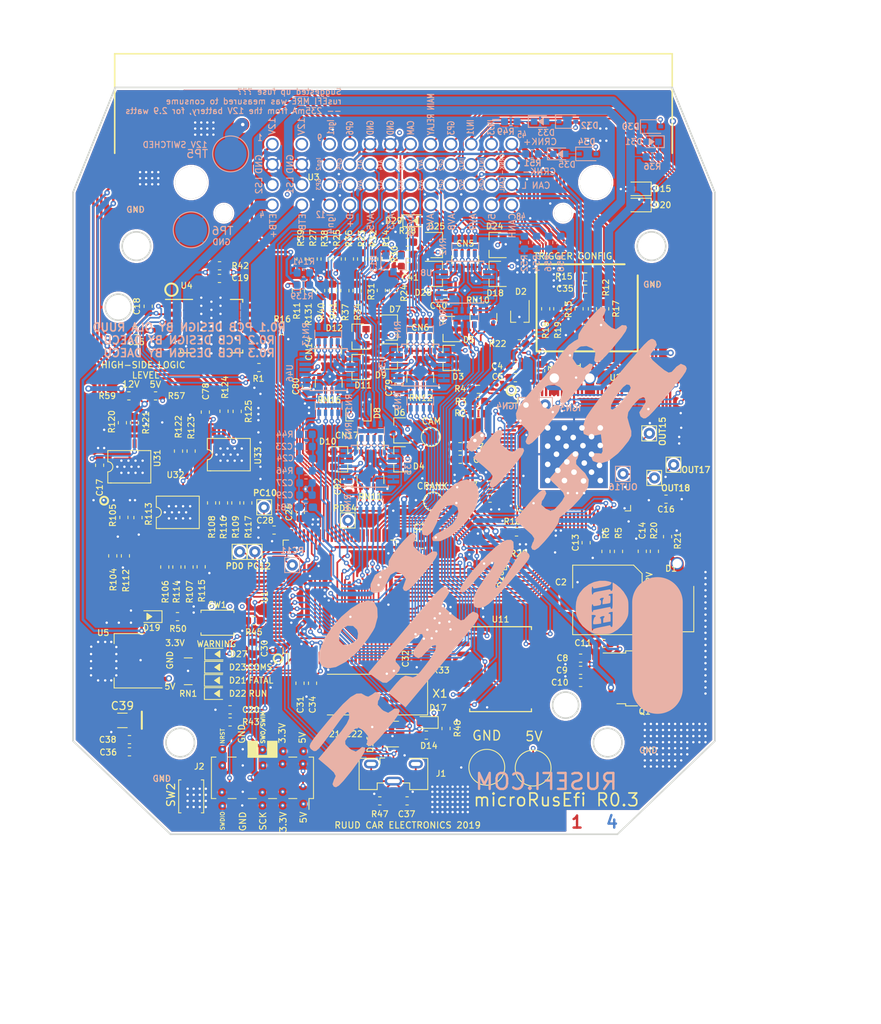
<source format=kicad_pcb>
(kicad_pcb (version 20171130) (host pcbnew "(5.1.4)-1")
  (title_block (title microRusEfi) (date 2019-09-02) (rev R0.4))
  (layers (0 F.Cu signal) (1 PWR power) (2 GND power) (31 B.Cu signal) (34 B.Paste user) (35 F.Paste user) (36 B.SilkS user hide) (37 F.SilkS user) (38 B.Mask user) (39 F.Mask user) (44 Edge.Cuts user))
  (net 0 "")
  (net 1 GND)
  (net 2 /CANL)
  (net 3 /CANH)
  (net 4 /CRANK)
  (net 5 /5V)
  (net 6 /5V1)
  (net 7 /5V2)
  (net 8 "Net-(C10-Pad1)")
  (net 9 /CRNK+)
  (net 10 /CRNK-)
  (net 11 /SI)
  (net 12 /SO)
  (net 13 /SCK)
  (net 14 /CS_TLE)
  (net 15 /VDD)
  (net 16 /MCU/shield)
  (net 17 /MCU/PA9)
  (net 18 /MCU/PA10)
  (net 19 /TLE8888-1QK/KEY)
  (net 20 /TLE8888-1QK/WAKE)
  (net 21 /MCU/PA14)
  (net 22 /MCU/PA13)
  (net 23 "Net-(C3-Pad2)")
  (net 24 "Net-(C11-Pad1)")
  (net 25 "Net-(C13-Pad1)")
  (net 26 "Net-(U2-Pad82)")
  (net 27 "Net-(U2-Pad81)")
  (net 28 "Net-(U2-Pad80)")
  (net 29 "Net-(U2-Pad79)")
  (net 30 "Net-(U2-Pad78)")
  (net 31 "Net-(U2-Pad77)")
  (net 32 "Net-(U2-Pad76)")
  (net 33 "Net-(U2-Pad74)")
  (net 34 "Net-(U2-Pad73)")
  (net 35 "Net-(U2-Pad72)")
  (net 36 "Net-(U2-Pad71)")
  (net 37 "Net-(U2-Pad70)")
  (net 38 "Net-(U2-Pad69)")
  (net 39 "Net-(U2-Pad23)")
  (net 40 "Net-(U2-Pad22)")
  (net 41 /TLE8888-1QK/INJ_EN)
  (net 42 /TLE8888-1QK/IGN_EN)
  (net 43 "Net-(C12-Pad2)")
  (net 44 "Net-(C12-Pad1)")
  (net 45 "Net-(C14-Pad1)")
  (net 46 "Net-(D19-Pad1)")
  (net 47 /MCU/NRST)
  (net 48 "Net-(R120-Pad2)")
  (net 49 "Net-(R121-Pad2)")
  (net 50 "Net-(R122-Pad2)")
  (net 51 "Net-(U31-Pad1)")
  (net 52 "Net-(U31-Pad8)")
  (net 53 "Net-(U32-Pad1)")
  (net 54 "Net-(U32-Pad8)")
  (net 55 /Vref)
  (net 56 "Net-(D1-Pad1)")
  (net 57 "Net-(R2-Pad1)")
  (net 58 "Net-(R3-Pad1)")
  (net 59 "Net-(R4-Pad1)")
  (net 60 "Net-(R104-Pad1)")
  (net 61 "Net-(R105-Pad1)")
  (net 62 "Net-(R106-Pad1)")
  (net 63 "Net-(R107-Pad1)")
  (net 64 "Net-(R123-Pad2)")
  (net 65 /INJECTOR-1)
  (net 66 /INJECTOR-4)
  (net 67 /INJECTOR-3)
  (net 68 /INJECTOR-2)
  (net 69 "Net-(U1-Pad9)")
  (net 70 "Net-(U1-Pad8)")
  (net 71 /TLE8888-1QK/OUT_7)
  (net 72 /E-THROTTLE+)
  (net 73 /E-THROTTLE-)
  (net 74 "Net-(R139-Pad1)")
  (net 75 /CAM_SENSOR)
  (net 76 /MAIN_RELAY)
  (net 77 /12V-SWITCH)
  (net 78 "Net-(C17-Pad1)")
  (net 79 "Net-(C21-Pad1)")
  (net 80 "Net-(C22-Pad1)")
  (net 81 "Net-(C23-Pad2)")
  (net 82 "Net-(C25-Pad1)")
  (net 83 "Net-(C26-Pad1)")
  (net 84 "Net-(C27-Pad2)")
  (net 85 "Net-(D14-Pad1)")
  (net 86 "Net-(R108-Pad1)")
  (net 87 "Net-(R109-Pad1)")
  (net 88 "Net-(R124-Pad2)")
  (net 89 "Net-(R125-Pad2)")
  (net 90 "Net-(U33-Pad8)")
  (net 91 "Net-(U33-Pad1)")
  (net 92 /USB_D+)
  (net 93 /USB_D-)
  (net 94 /Vbat_MCU)
  (net 95 /H-BRIDGE/DIS)
  (net 96 /TLE8888-1QK/VDDIO)
  (net 97 /MCU/PE0)
  (net 98 /MCU/PB9)
  (net 99 /MCU/PB8)
  (net 100 /MCU/PB7)
  (net 101 /TLE8888-1QK/CAN_TX)
  (net 102 /MCU/PD0)
  (net 103 /MCU/PC12)
  (net 104 /MCU/PC11)
  (net 105 /MCU/PC10)
  (net 106 /MCU/PA15)
  (net 107 /H-BRIDGE/DIR)
  (net 108 /MCU/PC9)
  (net 109 /MCU/PC7)
  (net 110 /MCU/PD15)
  (net 111 /MCU/PD14)
  (net 112 /MCU/PD13)
  (net 113 /MCU/PD12)
  (net 114 /MCU/PD11)
  (net 115 /MCU/PD10)
  (net 116 /MCU/PD9)
  (net 117 /MCU/PD8)
  (net 118 /MCU/PB15)
  (net 119 /MCU/PB14)
  (net 120 /MCU/PB13)
  (net 121 /TLE8888-1QK/CAN_RX)
  (net 122 /MCU/PB10)
  (net 123 /TLE8888-1QK/INJ_IN_1)
  (net 124 /TLE8888-1QK/INJ_IN_2)
  (net 125 /TLE8888-1QK/INJ_IN_3)
  (net 126 /TLE8888-1QK/INJ_IN_4)
  (net 127 /TLE8888-1QK/IN_9)
  (net 128 /TLE8888-1QK/IN_10)
  (net 129 /TLE8888-1QK/IN_11)
  (net 130 /TLE8888-1QK/IN_12)
  (net 131 /MCU/PC13)
  (net 132 /MCU/PE6)
  (net 133 /MCU/PE5)
  (net 134 /TLE8888-1QK/IGN_OUT_4)
  (net 135 /TLE8888-1QK/IGN_OUT_3)
  (net 136 /TLE8888-1QK/IGN_OUT_2)
  (net 137 /TLE8888-1QK/IGN_OUT_1)
  (net 138 /TLE8888-1QK/OUT_14)
  (net 139 /TLE8888-1QK/OUT_15)
  (net 140 /TLE8888-1QK/OUT_16)
  (net 141 /TLE8888-1QK/OUT_17)
  (net 142 /TLE8888-1QK/OUT_18)
  (net 143 /TLE8888-1QK/OUT_19)
  (net 144 /TLE8888-1QK/OUT_20)
  (net 145 /PE4)
  (net 146 /PE1)
  (net 147 /PE2)
  (net 148 /PE3)
  (net 149 "Net-(U11-Pad14)")
  (net 150 "Net-(U11-Pad13)")
  (net 151 "Net-(U11-Pad12)")
  (net 152 "Net-(U11-Pad11)")
  (net 153 /FlashMemory/CS)
  (net 154 "Net-(U11-Pad6)")
  (net 155 "Net-(U11-Pad5)")
  (net 156 "Net-(U11-Pad4)")
  (net 157 "Net-(R33-Pad2)")
  (net 158 /FlashMemory/HOLD)
  (net 159 "Net-(RN7-Pad1)")
  (net 160 "Net-(RN7-Pad3)")
  (net 161 "Net-(RN7-Pad2)")
  (net 162 "Net-(RN7-Pad4)")
  (net 163 "Net-(RN8-Pad1)")
  (net 164 "Net-(RN8-Pad3)")
  (net 165 "Net-(RN8-Pad2)")
  (net 166 "Net-(RN8-Pad4)")
  (net 167 "Net-(RN9-Pad1)")
  (net 168 "Net-(RN9-Pad3)")
  (net 169 "Net-(RN9-Pad2)")
  (net 170 "Net-(RN9-Pad4)")
  (net 171 "Net-(RN15-Pad1)")
  (net 172 "Net-(RN15-Pad3)")
  (net 173 "Net-(RN15-Pad2)")
  (net 174 "Net-(RN15-Pad4)")
  (net 175 "Net-(CN5-Pad1)")
  (net 176 "Net-(CN5-Pad3)")
  (net 177 "Net-(CN5-Pad2)")
  (net 178 "Net-(CN5-Pad4)")
  (net 179 "Net-(CN6-Pad1)")
  (net 180 "Net-(CN6-Pad3)")
  (net 181 "Net-(CN6-Pad2)")
  (net 182 "Net-(CN6-Pad4)")
  (net 183 "Net-(CN14-Pad1)")
  (net 184 "Net-(CN14-Pad3)")
  (net 185 "Net-(CN14-Pad2)")
  (net 186 "Net-(CN14-Pad4)")
  (net 187 "Net-(CN17-Pad1)")
  (net 188 "Net-(CN17-Pad3)")
  (net 189 "Net-(CN17-Pad2)")
  (net 190 "Net-(CN17-Pad4)")
  (net 191 "Net-(D28-Pad1)")
  (net 192 "Net-(D29-Pad1)")
  (net 193 "Net-(NT1-Pad1)")
  (net 194 "Net-(NT2-Pad1)")
  (net 195 "Net-(D30-Pad1)")
  (net 196 "Net-(D31-Pad1)")
  (net 197 "Net-(D32-Pad1)")
  (net 198 "Net-(D33-Pad1)")
  (net 199 "Net-(D34-Pad1)")
  (net 200 "Net-(D35-Pad1)")
  (net 201 "Net-(D21-Pad1)")
  (net 202 "Net-(D22-Pad1)")
  (net 203 "Net-(D23-Pad1)")
  (net 204 "Net-(D27-Pad1)")
  (net 205 "Net-(R45-Pad1)")
  (net 206 /AV4)
  (net 207 /AT4)
  (net 208 /AT3)
  (net 209 /AV3)
  (net 210 /AT2)
  (net 211 /AT1)
  (net 212 /AV2)
  (net 213 /AV10)
  (net 214 /AV1)
  (net 215 /AV5)
  (net 216 /AV9)
  (net 217 /AV8)
  (net 218 /AV7)
  (net 219 /AV6)
  (net 220 /AV7_MCU)
  (net 221 /AV6_MCU)
  (net 222 /AV8_MCU)
  (net 223 /AV9_MCU)
  (net 224 /AT2_MCU)
  (net 225 /AT1_MCU)
  (net 226 /AT3_MCU)
  (net 227 /AT4_MCU)
  (net 228 /AV10_MCU)
  (net 229 /AV1_MCU)
  (net 230 /AV2_MCU)
  (net 231 /AV3_MCU)
  (net 232 /AV5_MCU)
  (net 233 /AV4_MCU)
  (net 234 /Ign1)
  (net 235 /Ign2)
  (net 236 /Ign3)
  (net 237 /Ign4)
  (net 238 /GP5)
  (net 239 /GP6)
  (net 240 /GP4)
  (net 241 /GP3)
  (net 242 /GP2)
  (net 243 /GP1)
  (net 244 /LS1)
  (net 245 /LS2)
  (net 246 /CAM_MCU)
  (net 247 /hi-lo/GP5_MCU)
  (net 248 /hi-lo/GP6_MCU)
  (net 249 /hi-lo/Ign1_MCU)
  (net 250 /hi-lo/Ign2_MCU)
  (net 251 /hi-lo/Ign3_MCU)
  (net 252 /hi-lo/Ign4_MCU)
  (module Resistor_SMD:R_0603_1608Metric (layer F.Cu) (at 95.25 78.74 270)
    (fp_text reference R21 (at 0.508 -1.27 270) (layer F.SilkS) (effects (font (size 0.75 0.75) (thickness 0.13))))
    (fp_text value 2.7k)
    (pad 2 smd roundrect (at 0.7875 0 270) (size 0.875 0.95) (layers F.Cu F.Paste F.Mask) (net 77 /12V-SWITCH))
    (pad 1 smd roundrect (at -0.7875 0 270) (size 0.875 0.95) (layers F.Cu F.Paste F.Mask) (net 1 GND))
  )
  (module Fiducial:Fiducial_0.5mm_Mask1mm (layer F.Cu) (at 62.23 95.885)
    (fp_text reference FID2 hide)
    (fp_text value Fiducial)
    (pad "" smd circle (at 0 0) (size 0.5 0.5) (layers F.Cu F.Mask) (clearance 0.25))
  )
  (module Connector_Pin:Pin_D0.7mm_L6.5mm_W1.8mm_FlatFork (layer B.Cu) (at 77.47 62.23)
    (fp_text reference IGN4 (at -2.413 0.127 180) (layer B.SilkS) (effects (font (size 0.762 0.762)) (justify mirror)))
    (fp_text value IGN4)
    (pad 1 thru_hole circle (at 0 0) (size 1.4 1.4) (drill 0.7) (layers *.Cu *.Mask) (net 134 /TLE8888-1QK/IGN_OUT_4))
  )
  (module Connector_Pin:Pin_D0.7mm_L6.5mm_W1.8mm_FlatFork (layer F.Cu) (at 41.529 80.645)
    (fp_text reference PD0 (at -0.635 1.778 180) (layer F.SilkS) (effects (font (size 0.762 0.762))))
    (fp_text value PD0)
    (pad 1 thru_hole circle (at 0 0) (size 1.4 1.4) (drill 0.7) (layers *.Cu *.Mask) (net 102 /MCU/PD0))
  )
  (module Connector_Pin:Pin_D0.7mm_L6.5mm_W1.8mm_FlatFork (layer F.Cu) (at 43.434 80.645)
    (fp_text reference PC12 (at 0.508 1.8) (layer F.SilkS) (effects (font (size 0.762 0.762))))
    (fp_text value PC12)
    (pad 1 thru_hole circle (at 0 0) (size 1.4 1.4) (drill 0.7) (layers *.Cu *.Mask) (net 103 /MCU/PC12))
  )
  (module Connector_Pin:Pin_D0.7mm_L6.5mm_W1.8mm_FlatFork (layer F.Cu) (at 92.964 65.786)
    (fp_text reference OUT15 (at 1.651 -0.254 90) (layer F.SilkS) (effects (font (size 0.762 0.762))))
    (fp_text value OUT15)
    (pad 1 thru_hole circle (at 0 0) (size 1.4 1.4) (drill 0.7) (layers *.Cu *.Mask) (net 139 /TLE8888-1QK/OUT_15))
  )
  (module Connector_Pin:Pin_D0.7mm_L6.5mm_W1.8mm_FlatFork (layer F.Cu) (at 96.012 69.723)
    (fp_text reference OUT17 (at 2.794 0.635) (layer F.SilkS) (effects (font (size 0.762 0.762))))
    (fp_text value OUT17)
    (pad 1 thru_hole circle (at 0 0) (size 1.4 1.4) (drill 0.7) (layers *.Cu *.Mask) (net 141 /TLE8888-1QK/OUT_17))
  )
  (module Connector_Pin:Pin_D0.7mm_L6.5mm_W1.8mm_FlatFork (layer F.Cu) (at 93.599 71.374)
    (fp_text reference OUT18 (at 2.667 1.27) (layer F.SilkS) (effects (font (size 0.762 0.762))))
    (fp_text value OUT18)
    (pad 1 thru_hole circle (at 0 0) (size 1.4 1.4) (drill 0.7) (layers *.Cu *.Mask) (net 142 /TLE8888-1QK/OUT_18))
  )
  (module Connector_Pin:Pin_D0.7mm_L6.5mm_W1.8mm_FlatFork (layer F.Cu) (at 44.577 75.057 180)
    (fp_text reference PC10 (at -0.127 1.8 180) (layer F.SilkS) (effects (font (size 0.762 0.762))))
    (fp_text value PC10)
    (pad 1 thru_hole circle (at 0 0 180) (size 1.4 1.4) (drill 0.7) (layers *.Cu *.Mask) (net 105 /MCU/PC10))
  )
  (module Connector_Pin:Pin_D0.7mm_L6.5mm_W1.8mm_FlatFork (layer F.Cu) (at 55.118 76.708)
    (fp_text reference PD14 (at -0.381 -1.524) (layer F.SilkS) (effects (font (size 0.762 0.762))))
    (fp_text value PD14)
    (pad 1 thru_hole circle (at 0 0) (size 1.4 1.4) (drill 0.7) (layers *.Cu *.Mask) (net 111 /MCU/PD14))
  )
  (module modules:DFN-8-1EP_6x5mm_P1.27mm_EP4x2mm (layer F.Cu) (at 33.782 75.692 90)
    (fp_text reference U32 (at 4.699 -0.3175) (layer F.SilkS) (effects (font (size 0.75 0.75) (thickness 0.13))))
    (fp_text value TC4427)
    (pad 9 smd rect (at 0 0) (size 4 2.3) (layers F.Cu F.Mask) (net 1 GND))
    (pad 8 smd rect (at 2.9 -1.905) (size 0.5 1.1) (layers F.Cu F.Paste F.Mask) (net 54 "Net-(U32-Pad8)"))
    (pad 7 smd rect (at 2.9 -0.635) (size 0.5 1.1) (layers F.Cu F.Paste F.Mask) (net 50 "Net-(R122-Pad2)"))
    (pad 6 smd rect (at 2.9 0.635) (size 0.5 1.1) (layers F.Cu F.Paste F.Mask) (net 5 /5V))
    (pad 5 smd rect (at 2.9 1.905) (size 0.5 1.1) (layers F.Cu F.Paste F.Mask) (net 64 "Net-(R123-Pad2)"))
    (pad 4 smd rect (at -2.9 1.905) (size 0.5 1.1) (layers F.Cu F.Paste F.Mask) (net 63 "Net-(R107-Pad1)"))
    (pad 3 smd rect (at -2.9 0.635) (size 0.5 1.1) (layers F.Cu F.Paste F.Mask) (net 1 GND))
    (pad 2 smd rect (at -2.9 -0.635) (size 0.5 1.1) (layers F.Cu F.Paste F.Mask) (net 62 "Net-(R106-Pad1)"))
    (pad 1 smd rect (at -2.9 -1.905) (size 0.5 1.1) (layers F.Cu F.Paste F.Mask) (net 53 "Net-(U32-Pad1)"))
  )
  (module modules:DFN-8-1EP_6x5mm_P1.27mm_EP4x2mm (layer F.Cu) (at 40.193 68.4538 90)
    (fp_text reference U33 (at -0.1262 3.622 90) (layer F.SilkS) (effects (font (size 0.75 0.75) (thickness 0.13))))
    (fp_text value TC4427)
    (pad 9 smd rect (at 0 0) (size 4 2.3) (layers F.Cu F.Mask) (net 1 GND))
    (pad 8 smd rect (at 2.9 -1.905) (size 0.5 1.1) (layers F.Cu F.Paste F.Mask) (net 90 "Net-(U33-Pad8)"))
    (pad 7 smd rect (at 2.9 -0.635) (size 0.5 1.1) (layers F.Cu F.Paste F.Mask) (net 88 "Net-(R124-Pad2)"))
    (pad 6 smd rect (at 2.9 0.635) (size 0.5 1.1) (layers F.Cu F.Paste F.Mask) (net 5 /5V))
    (pad 5 smd rect (at 2.9 1.905) (size 0.5 1.1) (layers F.Cu F.Paste F.Mask) (net 89 "Net-(R125-Pad2)"))
    (pad 4 smd rect (at -2.9 1.905) (size 0.5 1.1) (layers F.Cu F.Paste F.Mask) (net 87 "Net-(R109-Pad1)"))
    (pad 3 smd rect (at -2.9 0.635) (size 0.5 1.1) (layers F.Cu F.Paste F.Mask) (net 1 GND))
    (pad 2 smd rect (at -2.9 -0.635) (size 0.5 1.1) (layers F.Cu F.Paste F.Mask) (net 86 "Net-(R108-Pad1)"))
    (pad 1 smd rect (at -2.9 -1.905) (size 0.5 1.1) (layers F.Cu F.Paste F.Mask) (net 91 "Net-(U33-Pad1)"))
  )
  (module modules:DFN-8-1EP_6x5mm_P1.27mm_EP4x2mm (layer F.Cu) (at 27.6962 69.9778 90)
    (fp_text reference U31 (at 1.0803 3.4823 90) (layer F.SilkS) (effects (font (size 0.75 0.75) (thickness 0.13))))
    (fp_text value TC4427)
    (pad 9 smd rect (at 0 0) (size 4 2.3) (layers F.Cu F.Mask) (net 1 GND))
    (pad 8 smd rect (at 2.9 -1.905) (size 0.5 1.1) (layers F.Cu F.Paste F.Mask) (net 52 "Net-(U31-Pad8)"))
    (pad 7 smd rect (at 2.9 -0.635) (size 0.5 1.1) (layers F.Cu F.Paste F.Mask) (net 48 "Net-(R120-Pad2)"))
    (pad 6 smd rect (at 2.9 0.635) (size 0.5 1.1) (layers F.Cu F.Paste F.Mask) (net 78 "Net-(C17-Pad1)"))
    (pad 5 smd rect (at 2.9 1.905) (size 0.5 1.1) (layers F.Cu F.Paste F.Mask) (net 49 "Net-(R121-Pad2)"))
    (pad 4 smd rect (at -2.9 1.905) (size 0.5 1.1) (layers F.Cu F.Paste F.Mask) (net 61 "Net-(R105-Pad1)"))
    (pad 3 smd rect (at -2.9 0.635) (size 0.5 1.1) (layers F.Cu F.Paste F.Mask) (net 1 GND))
    (pad 2 smd rect (at -2.9 -0.635) (size 0.5 1.1) (layers F.Cu F.Paste F.Mask) (net 60 "Net-(R104-Pad1)"))
    (pad 1 smd rect (at -2.9 -1.905) (size 0.5 1.1) (layers F.Cu F.Paste F.Mask) (net 51 "Net-(U31-Pad1)"))
  )
  (module Package_QFP:LQFP-100_14x14mm_P0.5mm (layer F.Cu) (at 54.0868 86.2846 90)
    (fp_text reference U1 (at 0 -9.42 90) (layer F.SilkS) (effects (font (size 0.75 0.75) (thickness 0.13))))
    (fp_text value STM32F767VITx)
    (pad 1 smd roundrect (at -7.675 -6 90) (size 1.6 0.3) (layers F.Cu F.Paste F.Mask) (net 147 /PE2))
    (pad 2 smd roundrect (at -7.675 -5.5 90) (size 1.6 0.3) (layers F.Cu F.Paste F.Mask) (net 148 /PE3))
    (pad 3 smd roundrect (at -7.675 -5 90) (size 1.6 0.3) (layers F.Cu F.Paste F.Mask) (net 145 /PE4))
    (pad 4 smd roundrect (at -7.675 -4.5 90) (size 1.6 0.3) (layers F.Cu F.Paste F.Mask) (net 133 /MCU/PE5))
    (pad 5 smd roundrect (at -7.675 -4 90) (size 1.6 0.3) (layers F.Cu F.Paste F.Mask) (net 132 /MCU/PE6))
    (pad 6 smd roundrect (at -7.675 -3.5 90) (size 1.6 0.3) (layers F.Cu F.Paste F.Mask) (net 15 /VDD))
    (pad 7 smd roundrect (at -7.675 -3 90) (size 1.6 0.3) (layers F.Cu F.Paste F.Mask) (net 131 /MCU/PC13))
    (pad 8 smd roundrect (at -7.675 -2.5 90) (size 1.6 0.3) (layers F.Cu F.Paste F.Mask) (net 70 "Net-(U1-Pad8)"))
    (pad 9 smd roundrect (at -7.675 -2 90) (size 1.6 0.3) (layers F.Cu F.Paste F.Mask) (net 69 "Net-(U1-Pad9)"))
    (pad 10 smd roundrect (at -7.675 -1.5 90) (size 1.6 0.3) (layers F.Cu F.Paste F.Mask) (net 1 GND))
    (pad 11 smd roundrect (at -7.675 -1 90) (size 1.6 0.3) (layers F.Cu F.Paste F.Mask) (net 15 /VDD))
    (pad 12 smd roundrect (at -7.675 -0.5 90) (size 1.6 0.3) (layers F.Cu F.Paste F.Mask) (net 79 "Net-(C21-Pad1)"))
    (pad 13 smd roundrect (at -7.675 0 90) (size 1.6 0.3) (layers F.Cu F.Paste F.Mask) (net 80 "Net-(C22-Pad1)"))
    (pad 14 smd roundrect (at -7.675 0.5 90) (size 1.6 0.3) (layers F.Cu F.Paste F.Mask) (net 47 /MCU/NRST))
    (pad 15 smd roundrect (at -7.675 1 90) (size 1.6 0.3) (layers F.Cu F.Paste F.Mask) (net 229 /AV1_MCU))
    (pad 16 smd roundrect (at -7.675 1.5 90) (size 1.6 0.3) (layers F.Cu F.Paste F.Mask) (net 94 /Vbat_MCU))
    (pad 17 smd roundrect (at -7.675 2 90) (size 1.6 0.3) (layers F.Cu F.Paste F.Mask) (net 233 /AV4_MCU))
    (pad 18 smd roundrect (at -7.675 2.5 90) (size 1.6 0.3) (layers F.Cu F.Paste F.Mask) (net 232 /AV5_MCU))
    (pad 19 smd roundrect (at -7.675 3 90) (size 1.6 0.3) (layers F.Cu F.Paste F.Mask) (net 1 GND))
    (pad 20 smd roundrect (at -7.675 3.5 90) (size 1.6 0.3) (layers F.Cu F.Paste F.Mask) (net 81 "Net-(C23-Pad2)"))
    (pad 21 smd roundrect (at -7.675 4 90) (size 1.6 0.3) (layers F.Cu F.Paste F.Mask) (net 84 "Net-(C27-Pad2)"))
    (pad 22 smd roundrect (at -7.675 4.5 90) (size 1.6 0.3) (layers F.Cu F.Paste F.Mask) (net 225 /AT1_MCU))
    (pad 23 smd roundrect (at -7.675 5 90) (size 1.6 0.3) (layers F.Cu F.Paste F.Mask) (net 224 /AT2_MCU))
    (pad 24 smd roundrect (at -7.675 5.5 90) (size 1.6 0.3) (layers F.Cu F.Paste F.Mask) (net 226 /AT3_MCU))
    (pad 25 smd roundrect (at -7.675 6 90) (size 1.6 0.3) (layers F.Cu F.Paste F.Mask) (net 227 /AT4_MCU))
    (pad 26 smd roundrect (at -6 7.675 90) (size 0.3 1.6) (layers F.Cu F.Paste F.Mask) (net 1 GND))
    (pad 27 smd roundrect (at -5.5 7.675 90) (size 0.3 1.6) (layers F.Cu F.Paste F.Mask) (net 15 /VDD))
    (pad 28 smd roundrect (at -5 7.675 90) (size 0.3 1.6) (layers F.Cu F.Paste F.Mask) (net 228 /AV10_MCU))
    (pad 29 smd roundrect (at -4.5 7.675 90) (size 0.3 1.6) (layers F.Cu F.Paste F.Mask) (net 246 /CAM_MCU))
    (pad 30 smd roundrect (at -4 7.675 90) (size 0.3 1.6) (layers F.Cu F.Paste F.Mask) (net 230 /AV2_MCU))
    (pad 31 smd roundrect (at -3.5 7.675 90) (size 0.3 1.6) (layers F.Cu F.Paste F.Mask) (net 231 /AV3_MCU))
    (pad 32 smd roundrect (at -3 7.675 90) (size 0.3 1.6) (layers F.Cu F.Paste F.Mask) (net 221 /AV6_MCU))
    (pad 33 smd roundrect (at -2.5 7.675 90) (size 0.3 1.6) (layers F.Cu F.Paste F.Mask) (net 220 /AV7_MCU))
    (pad 34 smd roundrect (at -2 7.675 90) (size 0.3 1.6) (layers F.Cu F.Paste F.Mask) (net 222 /AV8_MCU))
    (pad 35 smd roundrect (at -1.5 7.675 90) (size 0.3 1.6) (layers F.Cu F.Paste F.Mask) (net 223 /AV9_MCU))
    (pad 36 smd roundrect (at -1 7.675 90) (size 0.3 1.6) (layers F.Cu F.Paste F.Mask) (net 194 "Net-(NT2-Pad1)"))
    (pad 37 smd roundrect (at -0.5 7.675 90) (size 0.3 1.6) (layers F.Cu F.Paste F.Mask) (net 130 /TLE8888-1QK/IN_12))
    (pad 38 smd roundrect (at 0 7.675 90) (size 0.3 1.6) (layers F.Cu F.Paste F.Mask) (net 129 /TLE8888-1QK/IN_11))
    (pad 39 smd roundrect (at 0.5 7.675 90) (size 0.3 1.6) (layers F.Cu F.Paste F.Mask) (net 128 /TLE8888-1QK/IN_10))
    (pad 40 smd roundrect (at 1 7.675 90) (size 0.3 1.6) (layers F.Cu F.Paste F.Mask) (net 127 /TLE8888-1QK/IN_9))
    (pad 41 smd roundrect (at 1.5 7.675 90) (size 0.3 1.6) (layers F.Cu F.Paste F.Mask) (net 126 /TLE8888-1QK/INJ_IN_4))
    (pad 42 smd roundrect (at 2 7.675 90) (size 0.3 1.6) (layers F.Cu F.Paste F.Mask) (net 125 /TLE8888-1QK/INJ_IN_3))
    (pad 43 smd roundrect (at 2.5 7.675 90) (size 0.3 1.6) (layers F.Cu F.Paste F.Mask) (net 124 /TLE8888-1QK/INJ_IN_2))
    (pad 44 smd roundrect (at 3 7.675 90) (size 0.3 1.6) (layers F.Cu F.Paste F.Mask) (net 123 /TLE8888-1QK/INJ_IN_1))
    (pad 45 smd roundrect (at 3.5 7.675 90) (size 0.3 1.6) (layers F.Cu F.Paste F.Mask) (net 153 /FlashMemory/CS))
    (pad 46 smd roundrect (at 4 7.675 90) (size 0.3 1.6) (layers F.Cu F.Paste F.Mask) (net 122 /MCU/PB10))
    (pad 47 smd roundrect (at 4.5 7.675 90) (size 0.3 1.6) (layers F.Cu F.Paste F.Mask) (net 158 /FlashMemory/HOLD))
    (pad 48 smd roundrect (at 5 7.675 90) (size 0.3 1.6) (layers F.Cu F.Paste F.Mask) (net 82 "Net-(C25-Pad1)"))
    (pad 49 smd roundrect (at 5.5 7.675 90) (size 0.3 1.6) (layers F.Cu F.Paste F.Mask) (net 1 GND))
    (pad 50 smd roundrect (at 6 7.675 90) (size 0.3 1.6) (layers F.Cu F.Paste F.Mask) (net 15 /VDD))
    (pad 51 smd roundrect (at 7.675 6 90) (size 1.6 0.3) (layers F.Cu F.Paste F.Mask) (net 121 /TLE8888-1QK/CAN_RX))
    (pad 52 smd roundrect (at 7.675 5.5 90) (size 1.6 0.3) (layers F.Cu F.Paste F.Mask) (net 120 /MCU/PB13))
    (pad 53 smd roundrect (at 7.675 5 90) (size 1.6 0.3) (layers F.Cu F.Paste F.Mask) (net 119 /MCU/PB14))
    (pad 54 smd roundrect (at 7.675 4.5 90) (size 1.6 0.3) (layers F.Cu F.Paste F.Mask) (net 118 /MCU/PB15))
    (pad 55 smd roundrect (at 7.675 4 90) (size 1.6 0.3) (layers F.Cu F.Paste F.Mask) (net 117 /MCU/PD8))
    (pad 56 smd roundrect (at 7.675 3.5 90) (size 1.6 0.3) (layers F.Cu F.Paste F.Mask) (net 116 /MCU/PD9))
    (pad 57 smd roundrect (at 7.675 3 90) (size 1.6 0.3) (layers F.Cu F.Paste F.Mask) (net 115 /MCU/PD10))
    (pad 58 smd roundrect (at 7.675 2.5 90) (size 1.6 0.3) (layers F.Cu F.Paste F.Mask) (net 114 /MCU/PD11))
    (pad 59 smd roundrect (at 7.675 2 90) (size 1.6 0.3) (layers F.Cu F.Paste F.Mask) (net 113 /MCU/PD12))
    (pad 60 smd roundrect (at 7.675 1.5 90) (size 1.6 0.3) (layers F.Cu F.Paste F.Mask) (net 112 /MCU/PD13))
    (pad 61 smd roundrect (at 7.675 1 90) (size 1.6 0.3) (layers F.Cu F.Paste F.Mask) (net 111 /MCU/PD14))
    (pad 62 smd roundrect (at 7.675 0.5 90) (size 1.6 0.3) (layers F.Cu F.Paste F.Mask) (net 110 /MCU/PD15))
    (pad 63 smd roundrect (at 7.675 0 90) (size 1.6 0.3) (layers F.Cu F.Paste F.Mask) (net 4 /CRANK))
    (pad 64 smd roundrect (at 7.675 -0.5 90) (size 1.6 0.3) (layers F.Cu F.Paste F.Mask) (net 109 /MCU/PC7))
    (pad 65 smd roundrect (at 7.675 -1 90) (size 1.6 0.3) (layers F.Cu F.Paste F.Mask) (net 95 /H-BRIDGE/DIS))
    (pad 66 smd roundrect (at 7.675 -1.5 90) (size 1.6 0.3) (layers F.Cu F.Paste F.Mask) (net 108 /MCU/PC9))
    (pad 67 smd roundrect (at 7.675 -2 90) (size 1.6 0.3) (layers F.Cu F.Paste F.Mask) (net 107 /H-BRIDGE/DIR))
    (pad 68 smd roundrect (at 7.675 -2.5 90) (size 1.6 0.3) (layers F.Cu F.Paste F.Mask) (net 193 "Net-(NT1-Pad1)"))
    (pad 69 smd roundrect (at 7.675 -3 90) (size 1.6 0.3) (layers F.Cu F.Paste F.Mask) (net 18 /MCU/PA10))
    (pad 70 smd roundrect (at 7.675 -3.5 90) (size 1.6 0.3) (layers F.Cu F.Paste F.Mask) (net 93 /USB_D-))
    (pad 71 smd roundrect (at 7.675 -4 90) (size 1.6 0.3) (layers F.Cu F.Paste F.Mask) (net 92 /USB_D+))
    (pad 72 smd roundrect (at 7.675 -4.5 90) (size 1.6 0.3) (layers F.Cu F.Paste F.Mask) (net 22 /MCU/PA13))
    (pad 73 smd roundrect (at 7.675 -5 90) (size 1.6 0.3) (layers F.Cu F.Paste F.Mask) (net 83 "Net-(C26-Pad1)"))
    (pad 74 smd roundrect (at 7.675 -5.5 90) (size 1.6 0.3) (layers F.Cu F.Paste F.Mask) (net 1 GND))
    (pad 75 smd roundrect (at 7.675 -6 90) (size 1.6 0.3) (layers F.Cu F.Paste F.Mask) (net 15 /VDD))
    (pad 76 smd roundrect (at 6 -7.675 90) (size 0.3 1.6) (layers F.Cu F.Paste F.Mask) (net 21 /MCU/PA14))
    (pad 77 smd roundrect (at 5.5 -7.675 90) (size 0.3 1.6) (layers F.Cu F.Paste F.Mask) (net 106 /MCU/PA15))
    (pad 78 smd roundrect (at 5 -7.675 90) (size 0.3 1.6) (layers F.Cu F.Paste F.Mask) (net 105 /MCU/PC10))
    (pad 79 smd roundrect (at 4.5 -7.675 90) (size 0.3 1.6) (layers F.Cu F.Paste F.Mask) (net 104 /MCU/PC11))
    (pad 80 smd roundrect (at 4 -7.675 90) (size 0.3 1.6) (layers F.Cu F.Paste F.Mask) (net 103 /MCU/PC12))
    (pad 81 smd roundrect (at 3.5 -7.675 90) (size 0.3 1.6) (layers F.Cu F.Paste F.Mask) (net 102 /MCU/PD0))
    (pad 82 smd roundrect (at 3 -7.675 90) (size 0.3 1.6) (layers F.Cu F.Paste F.Mask) (net 252 /hi-lo/Ign4_MCU))
    (pad 83 smd roundrect (at 2.5 -7.675 90) (size 0.3 1.6) (layers F.Cu F.Paste F.Mask) (net 251 /hi-lo/Ign3_MCU))
    (pad 84 smd roundrect (at 2 -7.675 90) (size 0.3 1.6) (layers F.Cu F.Paste F.Mask) (net 250 /hi-lo/Ign2_MCU))
    (pad 85 smd roundrect (at 1.5 -7.675 90) (size 0.3 1.6) (layers F.Cu F.Paste F.Mask) (net 249 /hi-lo/Ign1_MCU))
    (pad 86 smd roundrect (at 1 -7.675 90) (size 0.3 1.6) (layers F.Cu F.Paste F.Mask) (net 14 /CS_TLE))
    (pad 87 smd roundrect (at 0.5 -7.675 90) (size 0.3 1.6) (layers F.Cu F.Paste F.Mask) (net 248 /hi-lo/GP6_MCU))
    (pad 88 smd roundrect (at 0 -7.675 90) (size 0.3 1.6) (layers F.Cu F.Paste F.Mask) (net 247 /hi-lo/GP5_MCU))
    (pad 89 smd roundrect (at -0.5 -7.675 90) (size 0.3 1.6) (layers F.Cu F.Paste F.Mask) (net 13 /SCK))
    (pad 90 smd roundrect (at -1 -7.675 90) (size 0.3 1.6) (layers F.Cu F.Paste F.Mask) (net 12 /SO))
    (pad 91 smd roundrect (at -1.5 -7.675 90) (size 0.3 1.6) (layers F.Cu F.Paste F.Mask) (net 11 /SI))
    (pad 92 smd roundrect (at -2 -7.675 90) (size 0.3 1.6) (layers F.Cu F.Paste F.Mask) (net 101 /TLE8888-1QK/CAN_TX))
    (pad 93 smd roundrect (at -2.5 -7.675 90) (size 0.3 1.6) (layers F.Cu F.Paste F.Mask) (net 100 /MCU/PB7))
    (pad 94 smd roundrect (at -3 -7.675 90) (size 0.3 1.6) (layers F.Cu F.Paste F.Mask) (net 205 "Net-(R45-Pad1)"))
    (pad 95 smd roundrect (at -3.5 -7.675 90) (size 0.3 1.6) (layers F.Cu F.Paste F.Mask) (net 99 /MCU/PB8))
    (pad 96 smd roundrect (at -4 -7.675 90) (size 0.3 1.6) (layers F.Cu F.Paste F.Mask) (net 98 /MCU/PB9))
    (pad 97 smd roundrect (at -4.5 -7.675 90) (size 0.3 1.6) (layers F.Cu F.Paste F.Mask) (net 97 /MCU/PE0))
    (pad 98 smd roundrect (at -5 -7.675 90) (size 0.3 1.6) (layers F.Cu F.Paste F.Mask) (net 146 /PE1))
    (pad 99 smd roundrect (at -5.5 -7.675 90) (size 0.3 1.6) (layers F.Cu F.Paste F.Mask) (net 1 GND))
    (pad 100 smd roundrect (at -6 -7.675 90) (size 0.3 1.6) (layers F.Cu F.Paste F.Mask) (net 15 /VDD))
  )
  (module Capacitor_SMD:C_1206_3216Metric (layer F.Cu) (at 26.797 101.7905)
    (fp_text reference C39 (at 0 -1.82) (layer F.SilkS))
    (fp_text value 15uF)
    (pad 2 smd roundrect (at 1.4 0) (size 1.25 1.75) (layers F.Cu F.Paste F.Mask) (roundrect_rratio 0.2) (net 15 /VDD))
    (pad 1 smd roundrect (at -1.4 0) (size 1.25 1.75) (layers F.Cu F.Paste F.Mask) (roundrect_rratio 0.2) (net 1 GND))
  )
  (module Resistor_SMD:R_0603_1608Metric (layer F.Cu) (at 46.863 52.8955)
    (fp_text reference R16 (at 0 -1.43) (layer F.SilkS) (effects (font (size 0.75 0.75) (thickness 0.13))))
    (fp_text value 10k)
    (pad 2 smd roundrect (at 0.7875 0) (size 0.875 0.95) (layers F.Cu F.Paste F.Mask) (net 1 GND))
    (pad 1 smd roundrect (at -0.7875 0) (size 0.875 0.95) (layers F.Cu F.Paste F.Mask) (net 109 /MCU/PC7))
  )
  (module Resistor_SMD:R_0603_1608Metric (layer B.Cu) (at 49.5275 45.6573 180)
    (fp_text reference R141 (at 0 1.43 180) (layer B.SilkS) (effects (font (size 0.75 0.75) (thickness 0.13)) (justify mirror)))
    (fp_text value 10k)
    (pad 2 smd roundrect (at 0.7875 0 180) (size 0.875 0.95) (layers B.Cu B.Paste B.Mask) (net 1 GND))
    (pad 1 smd roundrect (at -0.7875 0 180) (size 0.875 0.95) (layers B.Cu B.Paste B.Mask) (net 74 "Net-(R139-Pad1)"))
  )
  (module Resistor_SMD:R_0603_1608Metric (layer B.Cu) (at 49.5275 47.1813 180)
    (fp_text reference R139 (at 0.188 -1.3962 180) (layer B.SilkS) (effects (font (size 0.75 0.75) (thickness 0.13)) (justify mirror)))
    (fp_text value 39k)
    (pad 2 smd roundrect (at 0.7875 0 180) (size 0.875 0.95) (layers B.Cu B.Paste B.Mask) (net 77 /12V-SWITCH))
    (pad 1 smd roundrect (at -0.7875 0 180) (size 0.875 0.95) (layers B.Cu B.Paste B.Mask) (net 74 "Net-(R139-Pad1)"))
  )
  (module Resistor_SMD:R_0603_1608Metric (layer F.Cu) (at 50.1625 47.8798 90)
    (fp_text reference R131 (at -2.9837 0.0025 90) (layer F.SilkS) (effects (font (size 0.75 0.75) (thickness 0.13))))
    (fp_text value 500k)
    (pad 2 smd roundrect (at 0.7875 0 90) (size 0.875 0.95) (layers F.Cu F.Paste F.Mask) (net 1 GND))
    (pad 1 smd roundrect (at -0.7875 0 90) (size 0.875 0.95) (layers F.Cu F.Paste F.Mask) (net 206 /AV4))
  )
  (module Resistor_SMD:R_0603_1608Metric (layer F.Cu) (at 41.209 63.0309 270)
    (fp_text reference R125 (at 0 -1.43 270) (layer F.SilkS) (effects (font (size 0.75 0.75) (thickness 0.13))))
    (fp_text value 100)
    (pad 2 smd roundrect (at 0.7875 0 270) (size 0.875 0.95) (layers F.Cu F.Paste F.Mask) (net 89 "Net-(R125-Pad2)"))
    (pad 1 smd roundrect (at -0.7875 0 270) (size 0.875 0.95) (layers F.Cu F.Paste F.Mask) (net 237 /Ign4))
  )
  (module Resistor_SMD:R_0603_1608Metric (layer F.Cu) (at 39.558 63.0055 270)
    (fp_text reference R124 (at -2.998 -0.1295 270) (layer F.SilkS) (effects (font (size 0.75 0.75) (thickness 0.13))))
    (fp_text value 100)
    (pad 2 smd roundrect (at 0.7875 0 270) (size 0.875 0.95) (layers F.Cu F.Paste F.Mask) (net 88 "Net-(R124-Pad2)"))
    (pad 1 smd roundrect (at -0.7875 0 270) (size 0.875 0.95) (layers F.Cu F.Paste F.Mask) (net 236 /Ign3))
  )
  (module Resistor_SMD:R_0603_1608Metric (layer F.Cu) (at 35.4305 68.0093 270)
    (fp_text reference R123 (at -2.9218 -0.0025 270) (layer F.SilkS) (effects (font (size 0.75 0.75) (thickness 0.13))))
    (fp_text value 100)
    (pad 2 smd roundrect (at 0.7875 0 270) (size 0.875 0.95) (layers F.Cu F.Paste F.Mask) (net 64 "Net-(R123-Pad2)"))
    (pad 1 smd roundrect (at -0.7875 0 270) (size 0.875 0.95) (layers F.Cu F.Paste F.Mask) (net 235 /Ign2))
  )
  (module Resistor_SMD:R_0603_1608Metric (layer F.Cu) (at 33.843 68.0093 270)
    (fp_text reference R122 (at -3.0488 -0.0025 270) (layer F.SilkS) (effects (font (size 0.75 0.75) (thickness 0.13))))
    (fp_text value 100)
    (pad 2 smd roundrect (at 0.7875 0 270) (size 0.875 0.95) (layers F.Cu F.Paste F.Mask) (net 50 "Net-(R122-Pad2)"))
    (pad 1 smd roundrect (at -0.7875 0 270) (size 0.875 0.95) (layers F.Cu F.Paste F.Mask) (net 234 /Ign1))
  )
  (module Resistor_SMD:R_0603_1608Metric (layer F.Cu) (at 28.3185 64.4533 270)
    (fp_text reference R121 (at 0 -1.43 270) (layer F.SilkS) (effects (font (size 0.75 0.75) (thickness 0.13))))
    (fp_text value 100)
    (pad 2 smd roundrect (at 0.7875 0 270) (size 0.875 0.95) (layers F.Cu F.Paste F.Mask) (net 49 "Net-(R121-Pad2)"))
    (pad 1 smd roundrect (at -0.7875 0 270) (size 0.875 0.95) (layers F.Cu F.Paste F.Mask) (net 239 /GP6))
  )
  (module Resistor_SMD:R_0603_1608Metric (layer F.Cu) (at 26.7945 64.4533 270)
    (fp_text reference R120 (at -0.1278 1.331 270) (layer F.SilkS) (effects (font (size 0.75 0.75) (thickness 0.13))))
    (fp_text value 100)
    (pad 2 smd roundrect (at 0.7875 0 270) (size 0.875 0.95) (layers F.Cu F.Paste F.Mask) (net 48 "Net-(R120-Pad2)"))
    (pad 1 smd roundrect (at -0.7875 0 270) (size 0.875 0.95) (layers F.Cu F.Paste F.Mask) (net 238 /GP5))
  )
  (module Resistor_SMD:R_0603_1608Metric (layer F.Cu) (at 42.5425 74.5117 90)
    (fp_text reference R117 (at -3.0218 0.066 90) (layer F.SilkS) (effects (font (size 0.75 0.75) (thickness 0.13))))
    (fp_text value 1k)
    (pad 2 smd roundrect (at 0.7875 0 90) (size 0.875 0.95) (layers F.Cu F.Paste F.Mask) (net 87 "Net-(R109-Pad1)"))
    (pad 1 smd roundrect (at -0.7875 0 90) (size 0.875 0.95) (layers F.Cu F.Paste F.Mask) (net 1 GND))
  )
  (module Resistor_SMD:R_0603_1608Metric (layer F.Cu) (at 39.4945 74.5117 90)
    (fp_text reference R116 (at -3.0853 0.0025 90) (layer F.SilkS) (effects (font (size 0.75 0.75) (thickness 0.13))))
    (fp_text value 1k)
    (pad 2 smd roundrect (at 0.7875 0 90) (size 0.875 0.95) (layers F.Cu F.Paste F.Mask) (net 86 "Net-(R108-Pad1)"))
    (pad 1 smd roundrect (at -0.7875 0 90) (size 0.875 0.95) (layers F.Cu F.Paste F.Mask) (net 1 GND))
  )
  (module Resistor_SMD:R_0603_1608Metric (layer F.Cu) (at 36.6878 82.5254 90)
    (fp_text reference R115 (at -3.0091 0.0787 90) (layer F.SilkS) (effects (font (size 0.75 0.75) (thickness 0.13))))
    (fp_text value 1k)
    (pad 2 smd roundrect (at 0.7875 0 90) (size 0.875 0.95) (layers F.Cu F.Paste F.Mask) (net 63 "Net-(R107-Pad1)"))
    (pad 1 smd roundrect (at -0.7875 0 90) (size 0.875 0.95) (layers F.Cu F.Paste F.Mask) (net 1 GND))
  )
  (module Resistor_SMD:R_0603_1608Metric (layer F.Cu) (at 33.6398 82.5508 90)
    (fp_text reference R114 (at -3.1107 -0.0483 90) (layer F.SilkS) (effects (font (size 0.75 0.75) (thickness 0.13))))
    (fp_text value 1k)
    (pad 2 smd roundrect (at 0.7875 0 90) (size 0.875 0.95) (layers F.Cu F.Paste F.Mask) (net 62 "Net-(R106-Pad1)"))
    (pad 1 smd roundrect (at -0.7875 0 90) (size 0.875 0.95) (layers F.Cu F.Paste F.Mask) (net 1 GND))
  )
  (module Resistor_SMD:R_0603_1608Metric (layer F.Cu) (at 28.7528 76.3524 90)
    (fp_text reference R113 (at 0.4453 1.336 90) (layer F.SilkS) (effects (font (size 0.75 0.75) (thickness 0.13))))
    (fp_text value 1k)
    (pad 2 smd roundrect (at 0.7875 0 90) (size 0.875 0.95) (layers F.Cu F.Paste F.Mask) (net 61 "Net-(R105-Pad1)"))
    (pad 1 smd roundrect (at -0.7875 0 90) (size 0.875 0.95) (layers F.Cu F.Paste F.Mask) (net 1 GND))
  )
  (module Resistor_SMD:R_0603_1608Metric (layer F.Cu) (at 27.1755 81.1538 90)
    (fp_text reference R112 (at -3.1107 0.066 90) (layer F.SilkS) (effects (font (size 0.75 0.75) (thickness 0.13))))
    (fp_text value 1k)
    (pad 2 smd roundrect (at 0.7875 0 90) (size 0.875 0.95) (layers F.Cu F.Paste F.Mask) (net 60 "Net-(R104-Pad1)"))
    (pad 1 smd roundrect (at -0.7875 0 90) (size 0.875 0.95) (layers F.Cu F.Paste F.Mask) (net 1 GND))
  )
  (module Resistor_SMD:R_0603_1608Metric (layer F.Cu) (at 41.0439 74.5117 270)
    (fp_text reference R109 (at 3.0218 0.0229 270) (layer F.SilkS) (effects (font (size 0.75 0.75) (thickness 0.13))))
    (fp_text value 20R)
    (pad 2 smd roundrect (at 0.7875 0 270) (size 0.875 0.95) (layers F.Cu F.Paste F.Mask) (net 252 /hi-lo/Ign4_MCU))
    (pad 1 smd roundrect (at -0.7875 0 270) (size 0.875 0.95) (layers F.Cu F.Paste F.Mask) (net 87 "Net-(R109-Pad1)"))
  )
  (module Resistor_SMD:R_0603_1608Metric (layer F.Cu) (at 37.9959 74.5117 270)
    (fp_text reference R108 (at 3.0218 -0.0406 270) (layer F.SilkS) (effects (font (size 0.75 0.75) (thickness 0.13))))
    (fp_text value 20R)
    (pad 2 smd roundrect (at 0.7875 0 270) (size 0.875 0.95) (layers F.Cu F.Paste F.Mask) (net 251 /hi-lo/Ign3_MCU))
    (pad 1 smd roundrect (at -0.7875 0 270) (size 0.875 0.95) (layers F.Cu F.Paste F.Mask) (net 86 "Net-(R108-Pad1)"))
  )
  (module Resistor_SMD:R_0603_1608Metric (layer F.Cu) (at 35.1638 82.5508 270)
    (fp_text reference R107 (at 3.1107 -0.0787 270) (layer F.SilkS) (effects (font (size 0.75 0.75) (thickness 0.13))))
    (fp_text value 20R)
    (pad 2 smd roundrect (at 0.7875 0 270) (size 0.875 0.95) (layers F.Cu F.Paste F.Mask) (net 250 /hi-lo/Ign2_MCU))
    (pad 1 smd roundrect (at -0.7875 0 270) (size 0.875 0.95) (layers F.Cu F.Paste F.Mask) (net 63 "Net-(R107-Pad1)"))
  )
  (module Resistor_SMD:R_0603_1608Metric (layer F.Cu) (at 32.1158 82.5508 270)
    (fp_text reference R106 (at 3.1107 -0.0787 270) (layer F.SilkS) (effects (font (size 0.75 0.75) (thickness 0.13))))
    (fp_text value 20R)
    (pad 2 smd roundrect (at 0.7875 0 270) (size 0.875 0.95) (layers F.Cu F.Paste F.Mask) (net 249 /hi-lo/Ign1_MCU))
    (pad 1 smd roundrect (at -0.7875 0 270) (size 0.875 0.95) (layers F.Cu F.Paste F.Mask) (net 62 "Net-(R106-Pad1)"))
  )
  (module Resistor_SMD:R_0603_1608Metric (layer F.Cu) (at 26.985 76.3278 270)
    (fp_text reference R105 (at -0.2548 1.3945 270) (layer F.SilkS) (effects (font (size 0.75 0.75) (thickness 0.13))))
    (fp_text value 20R)
    (pad 2 smd roundrect (at 0.7875 0 270) (size 0.875 0.95) (layers F.Cu F.Paste F.Mask) (net 248 /hi-lo/GP6_MCU))
    (pad 1 smd roundrect (at -0.7875 0 270) (size 0.875 0.95) (layers F.Cu F.Paste F.Mask) (net 61 "Net-(R105-Pad1)"))
  )
  (module Resistor_SMD:R_0603_1608Metric (layer F.Cu) (at 25.588 81.1538 270)
    (fp_text reference R104 (at 2.9837 -0.066 270) (layer F.SilkS) (effects (font (size 0.75 0.75) (thickness 0.13))))
    (fp_text value 20R)
    (pad 2 smd roundrect (at 0.7875 0 270) (size 0.875 0.95) (layers F.Cu F.Paste F.Mask) (net 247 /hi-lo/GP5_MCU))
    (pad 1 smd roundrect (at -0.7875 0 270) (size 0.875 0.95) (layers F.Cu F.Paste F.Mask) (net 60 "Net-(R104-Pad1)"))
  )
  (module Resistor_SMD:R_0603_1608Metric (layer F.Cu) (at 27.6098 61.087)
    (fp_text reference R59 (at -2.7178 0) (layer F.SilkS) (effects (font (size 0.75 0.75) (thickness 0.13))))
    (fp_text value 0R)
    (pad 2 smd roundrect (at 0.7875 0) (size 0.875 0.95) (layers F.Cu F.Paste F.Mask) (net 78 "Net-(C17-Pad1)"))
    (pad 1 smd roundrect (at -0.7875 0) (size 0.875 0.95) (layers F.Cu F.Paste F.Mask) (net 77 /12V-SWITCH))
  )
  (module Resistor_SMD:R_0603_1608Metric (layer B.Cu) (at 81.849 41.8473 270)
    (fp_text reference R58 (at 2.6027 -0.0025 270) (layer B.SilkS) (effects (font (size 0.75 0.75) (thickness 0.13)) (justify mirror)))
    (fp_text value 500k)
    (pad 2 smd roundrect (at 0.7875 0 270) (size 0.875 0.95) (layers B.Cu B.Paste B.Mask) (net 1 GND))
    (pad 1 smd roundrect (at -0.7875 0 270) (size 0.875 0.95) (layers B.Cu B.Paste B.Mask) (net 219 /AV6))
  )
  (module Resistor_SMD:R_0603_1608Metric (layer F.Cu) (at 30.9626 61.087)
    (fp_text reference R57 (at 2.6289 0) (layer F.SilkS) (effects (font (size 0.75 0.75) (thickness 0.13))))
    (fp_text value DNP)
    (pad 2 smd roundrect (at 0.7875 0) (size 0.875 0.95) (layers F.Cu F.Paste F.Mask) (net 5 /5V))
    (pad 1 smd roundrect (at -0.7875 0) (size 0.875 0.95) (layers F.Cu F.Paste F.Mask) (net 78 "Net-(C17-Pad1)"))
  )
  (module Resistor_SMD:R_0603_1608Metric (layer B.Cu) (at 80.325 41.8473 270)
    (fp_text reference R56 (at 2.6027 0.061 270) (layer B.SilkS) (effects (font (size 0.75 0.75) (thickness 0.13)) (justify mirror)))
    (fp_text value 500k)
    (pad 2 smd roundrect (at 0.7875 0 270) (size 0.875 0.95) (layers B.Cu B.Paste B.Mask) (net 1 GND))
    (pad 1 smd roundrect (at -0.7875 0 270) (size 0.875 0.95) (layers B.Cu B.Paste B.Mask) (net 218 /AV7))
  )
  (module Resistor_SMD:R_0603_1608Metric (layer B.Cu) (at 78.801 41.8473 270)
    (fp_text reference R54 (at 2.6027 -0.0025 270) (layer B.SilkS) (effects (font (size 0.75 0.75) (thickness 0.13)) (justify mirror)))
    (fp_text value 500k)
    (pad 2 smd roundrect (at 0.7875 0 270) (size 0.875 0.95) (layers B.Cu B.Paste B.Mask) (net 1 GND))
    (pad 1 smd roundrect (at -0.7875 0 270) (size 0.875 0.95) (layers B.Cu B.Paste B.Mask) (net 217 /AV8))
  )
  (module Resistor_SMD:R_0603_1608Metric (layer B.Cu) (at 77.277 41.8473 270)
    (fp_text reference R52 (at 2.6027 -0.0025 270) (layer B.SilkS) (effects (font (size 0.75 0.75) (thickness 0.13)) (justify mirror)))
    (fp_text value 500k)
    (pad 2 smd roundrect (at 0.7875 0 270) (size 0.875 0.95) (layers B.Cu B.Paste B.Mask) (net 1 GND))
    (pad 1 smd roundrect (at -0.7875 0 270) (size 0.875 0.95) (layers B.Cu B.Paste B.Mask) (net 216 /AV9))
  )
  (module Resistor_SMD:R_0603_1608Metric (layer F.Cu) (at 33.716 88.7738 180)
    (fp_text reference R50 (at -0.066 -1.5232 180) (layer F.SilkS) (effects (font (size 0.75 0.75) (thickness 0.13))))
    (fp_text value 680)
    (pad 2 smd roundrect (at 0.7875 0 180) (size 0.875 0.95) (layers F.Cu F.Paste F.Mask) (net 46 "Net-(D19-Pad1)"))
    (pad 1 smd roundrect (at -0.7875 0 180) (size 0.875 0.95) (layers F.Cu F.Paste F.Mask) (net 1 GND))
  )
  (module Resistor_SMD:R_0603_1608Metric (layer F.Cu) (at 67.4345 102.8073 270)
    (fp_text reference R48 (at 0 -1.43 270) (layer F.SilkS) (effects (font (size 0.75 0.75) (thickness 0.13))))
    (fp_text value 1k)
    (pad 2 smd roundrect (at 0.7875 0 270) (size 0.875 0.95) (layers F.Cu F.Paste F.Mask) (net 85 "Net-(D14-Pad1)"))
    (pad 1 smd roundrect (at -0.7875 0 270) (size 0.875 0.95) (layers F.Cu F.Paste F.Mask) (net 1 GND))
  )
  (module Resistor_SMD:R_0603_1608Metric (layer F.Cu) (at 59.116 111.8878 180)
    (fp_text reference R47 (at 0 -1.6502 180) (layer F.SilkS) (effects (font (size 0.75 0.75) (thickness 0.13))))
    (fp_text value 100k)
    (pad 2 smd roundrect (at 0.7875 0 180) (size 0.875 0.95) (layers F.Cu F.Paste F.Mask) (net 1 GND))
    (pad 1 smd roundrect (at -0.7875 0 180) (size 0.875 0.95) (layers F.Cu F.Paste F.Mask) (net 16 /MCU/shield))
  )
  (module Resistor_SMD:R_0603_1608Metric (layer B.Cu) (at 49.845 70.4858 180)
    (fp_text reference R46 (at 2.6645 0.0008 180) (layer B.SilkS) (effects (font (size 0.75 0.75) (thickness 0.13)) (justify mirror)))
    (fp_text value DNP)
    (pad 2 smd roundrect (at 0.7875 0 180) (size 0.875 0.95) (layers B.Cu B.Paste B.Mask) (net 84 "Net-(C27-Pad2)"))
    (pad 1 smd roundrect (at -0.7875 0 180) (size 0.875 0.95) (layers B.Cu B.Paste B.Mask) (net 81 "Net-(C23-Pad2)"))
  )
  (module Resistor_SMD:R_0603_1608Metric (layer F.Cu) (at 43.3045 89.2818 180)
    (fp_text reference R45 (at 0 -1.43 180) (layer F.SilkS) (effects (font (size 0.75 0.75) (thickness 0.13))))
    (fp_text value 10k)
    (pad 2 smd roundrect (at 0.7875 0 180) (size 0.875 0.95) (layers F.Cu F.Paste F.Mask) (net 1 GND))
    (pad 1 smd roundrect (at -0.7875 0 180) (size 0.875 0.95) (layers F.Cu F.Paste F.Mask) (net 205 "Net-(R45-Pad1)"))
  )
  (module Resistor_SMD:R_0603_1608Metric (layer B.Cu) (at 49.845 65.9138)
    (fp_text reference R44 (at -2.6645 -0.0008) (layer B.SilkS) (effects (font (size 0.75 0.75) (thickness 0.13)) (justify mirror)))
    (fp_text value 0R)
    (pad 2 smd roundrect (at 0.7875 0) (size 0.875 0.95) (layers B.Cu B.Paste B.Mask) (net 81 "Net-(C23-Pad2)"))
    (pad 1 smd roundrect (at -0.7875 0) (size 0.875 0.95) (layers B.Cu B.Paste B.Mask) (net 55 /Vref))
  )
  (module Resistor_SMD:R_0603_1608Metric (layer F.Cu) (at 40.32 101.9818)
    (fp_text reference R43 (at 2.606 -0.0008) (layer F.SilkS) (effects (font (size 0.75 0.75) (thickness 0.13))))
    (fp_text value 10k)
    (pad 2 smd roundrect (at 0.7875 0) (size 0.875 0.95) (layers F.Cu F.Paste F.Mask) (net 47 /MCU/NRST))
    (pad 1 smd roundrect (at -0.7875 0) (size 0.875 0.95) (layers F.Cu F.Paste F.Mask) (net 15 /VDD))
  )
  (module Resistor_SMD:R_0603_1608Metric (layer F.Cu) (at 38.999 44.7683 180)
    (fp_text reference R42 (at -2.5935 0.0008 180) (layer F.SilkS) (effects (font (size 0.75 0.75) (thickness 0.13))))
    (fp_text value 4.7k)
    (pad 2 smd roundrect (at 0.7875 0 180) (size 0.875 0.95) (layers F.Cu F.Paste F.Mask) (net 72 /E-THROTTLE+))
    (pad 1 smd roundrect (at -0.7875 0 180) (size 0.875 0.95) (layers F.Cu F.Paste F.Mask) (net 73 /E-THROTTLE-))
  )
  (module Resistor_SMD:R_0603_1608Metric (layer F.Cu) (at 53.184 47.8638 90)
    (fp_text reference R41 (at -2.5552 0.0925 90) (layer F.SilkS) (effects (font (size 0.75 0.75) (thickness 0.13))))
    (fp_text value 500k)
    (pad 2 smd roundrect (at 0.7875 0 90) (size 0.875 0.95) (layers F.Cu F.Paste F.Mask) (net 1 GND))
    (pad 1 smd roundrect (at -0.7875 0 90) (size 0.875 0.95) (layers F.Cu F.Paste F.Mask) (net 215 /AV5))
  )
  (module Resistor_SMD:R_0603_1608Metric (layer F.Cu) (at 51.6865 47.8798 90)
    (fp_text reference R40 (at -2.6027 0.066 90) (layer F.SilkS) (effects (font (size 0.75 0.75) (thickness 0.13))))
    (fp_text value DNP)
    (pad 2 smd roundrect (at 0.7875 0 90) (size 0.875 0.95) (layers F.Cu F.Paste F.Mask) (net 5 /5V))
    (pad 1 smd roundrect (at -0.7875 0 90) (size 0.875 0.95) (layers F.Cu F.Paste F.Mask) (net 215 /AV5))
  )
  (module Resistor_SMD:R_0603_1608Metric (layer F.Cu) (at 49.2252 43.9174 270)
    (fp_text reference R39 (at -2.6424 0.0127 270) (layer F.SilkS) (effects (font (size 0.75 0.75) (thickness 0.13))))
    (fp_text value 500k)
    (pad 2 smd roundrect (at 0.7875 0 270) (size 0.875 0.95) (layers F.Cu F.Paste F.Mask) (net 1 GND))
    (pad 1 smd roundrect (at -0.7875 0 270) (size 0.875 0.95) (layers F.Cu F.Paste F.Mask) (net 211 /AT1))
  )
  (module Resistor_SMD:R_0603_1608Metric (layer F.Cu) (at 52.2478 43.9166 270)
    (fp_text reference R38 (at -2.5781 0.0508 270) (layer F.SilkS) (effects (font (size 0.75 0.75) (thickness 0.13))))
    (fp_text value 500k)
    (pad 2 smd roundrect (at 0.7875 0 270) (size 0.875 0.95) (layers F.Cu F.Paste F.Mask) (net 1 GND))
    (pad 1 smd roundrect (at -0.7875 0 270) (size 0.875 0.95) (layers F.Cu F.Paste F.Mask) (net 210 /AT2))
  )
  (module Resistor_SMD:R_0603_1608Metric (layer F.Cu) (at 54.7345 47.8798 90)
    (fp_text reference R37 (at -2.7297 0.066 90) (layer F.SilkS) (effects (font (size 0.75 0.75) (thickness 0.13))))
    (fp_text value 500k)
    (pad 2 smd roundrect (at 0.7875 0 90) (size 0.875 0.95) (layers F.Cu F.Paste F.Mask) (net 1 GND))
    (pad 1 smd roundrect (at -0.7875 0 90) (size 0.875 0.95) (layers F.Cu F.Paste F.Mask) (net 214 /AV1))
  )
  (module Resistor_SMD:R_0603_1608Metric (layer F.Cu) (at 55.3025 43.9166 270)
    (fp_text reference R35 (at -2.5781 0.0575 270) (layer F.SilkS) (effects (font (size 0.75 0.75) (thickness 0.13))))
    (fp_text value 500k)
    (pad 2 smd roundrect (at 0.7875 0 270) (size 0.875 0.95) (layers F.Cu F.Paste F.Mask) (net 1 GND))
    (pad 1 smd roundrect (at -0.7875 0 270) (size 0.875 0.95) (layers F.Cu F.Paste F.Mask) (net 208 /AT3))
  )
  (module Resistor_SMD:R_0603_1608Metric (layer F.Cu) (at 56.2585 47.8798 90)
    (fp_text reference R34 (at -2.6662 0.066 90) (layer F.SilkS) (effects (font (size 0.75 0.75) (thickness 0.13))))
    (fp_text value 500k)
    (pad 2 smd roundrect (at 0.7875 0 90) (size 0.875 0.95) (layers F.Cu F.Paste F.Mask) (net 1 GND))
    (pad 1 smd roundrect (at -0.7875 0 90) (size 0.875 0.95) (layers F.Cu F.Paste F.Mask) (net 213 /AV10))
  )
  (module Resistor_SMD:R_0603_1608Metric (layer F.Cu) (at 66.8655 93.9165)
    (fp_text reference R33 (at -0.0635 1.5875) (layer F.SilkS) (effects (font (size 0.75 0.75) (thickness 0.13))))
    (fp_text value 10k)
    (pad 2 smd roundrect (at 0.7875 0) (size 0.875 0.95) (layers F.Cu F.Paste F.Mask) (net 157 "Net-(R33-Pad2)"))
    (pad 1 smd roundrect (at -0.7875 0) (size 0.875 0.95) (layers F.Cu F.Paste F.Mask) (net 15 /VDD))
  )
  (module Resistor_SMD:R_0603_1608Metric (layer F.Cu) (at 58.354 43.9301 270)
    (fp_text reference R32 (at -2.5916 0.061 270) (layer F.SilkS) (effects (font (size 0.75 0.75) (thickness 0.13))))
    (fp_text value 500k)
    (pad 2 smd roundrect (at 0.7875 0 270) (size 0.875 0.95) (layers F.Cu F.Paste F.Mask) (net 1 GND))
    (pad 1 smd roundrect (at -0.7875 0 270) (size 0.875 0.95) (layers F.Cu F.Paste F.Mask) (net 207 /AT4))
  )
  (module Resistor_SMD:R_0603_1608Metric (layer F.Cu) (at 59.309 47.8536 90)
    (fp_text reference R31 (at -0.1524 -1.27 90) (layer F.SilkS) (effects (font (size 0.75 0.75) (thickness 0.13))))
    (fp_text value 500k)
    (pad 2 smd roundrect (at 0.7875 0 90) (size 0.875 0.95) (layers F.Cu F.Paste F.Mask) (net 1 GND))
    (pad 1 smd roundrect (at -0.7875 0 90) (size 0.875 0.95) (layers F.Cu F.Paste F.Mask) (net 212 /AV2))
  )
  (module Resistor_SMD:R_0603_1608Metric (layer F.Cu) (at 62.611 43.3324 180)
    (fp_text reference R30 (at 1.651 0.0254 270) (layer F.SilkS) (effects (font (size 0.75 0.75) (thickness 0.13))))
    (fp_text value 33k)
    (pad 2 smd roundrect (at 0.7875 0 180) (size 0.875 0.95) (layers F.Cu F.Paste F.Mask) (net 75 /CAM_SENSOR))
    (pad 1 smd roundrect (at -0.7875 0 180) (size 0.875 0.95) (layers F.Cu F.Paste F.Mask) (net 246 /CAM_MCU))
  )
  (module Resistor_SMD:R_0603_1608Metric (layer F.Cu) (at 62.5856 41.8084)
    (fp_text reference R28 (at 0 -1.43) (layer F.SilkS) (effects (font (size 0.75 0.75) (thickness 0.13))))
    (fp_text value 2.2k)
    (pad 2 smd roundrect (at 0.7875 0) (size 0.875 0.95) (layers F.Cu F.Paste F.Mask) (net 192 "Net-(D29-Pad1)"))
    (pad 1 smd roundrect (at -0.7875 0) (size 0.875 0.95) (layers F.Cu F.Paste F.Mask) (net 75 /CAM_SENSOR))
  )
  (module Resistor_SMD:R_0603_1608Metric (layer F.Cu) (at 50.7492 43.9166 270)
    (fp_text reference R27 (at -2.6416 0.0127 270) (layer F.SilkS) (effects (font (size 0.75 0.75) (thickness 0.13))))
    (fp_text value 2.7k)
    (pad 2 smd roundrect (at 0.7875 0 270) (size 0.875 0.95) (layers F.Cu F.Paste F.Mask) (net 5 /5V))
    (pad 1 smd roundrect (at -0.7875 0 270) (size 0.875 0.95) (layers F.Cu F.Paste F.Mask) (net 211 /AT1))
  )
  (module Resistor_SMD:R_0603_1608Metric (layer F.Cu) (at 53.7718 43.9166 270)
    (fp_text reference R25 (at -2.6416 0.0508 270) (layer F.SilkS) (effects (font (size 0.75 0.75) (thickness 0.13))))
    (fp_text value 2.7k)
    (pad 2 smd roundrect (at 0.7875 0 270) (size 0.875 0.95) (layers F.Cu F.Paste F.Mask) (net 5 /5V))
    (pad 1 smd roundrect (at -0.7875 0 270) (size 0.875 0.95) (layers F.Cu F.Paste F.Mask) (net 210 /AT2))
  )
  (module Resistor_SMD:R_0603_1608Metric (layer F.Cu) (at 60.833 47.8536 90)
    (fp_text reference R24 (at -0.3429 1.3335 90) (layer F.SilkS) (effects (font (size 0.75 0.75) (thickness 0.13))))
    (fp_text value 500k)
    (pad 2 smd roundrect (at 0.7875 0 90) (size 0.875 0.95) (layers F.Cu F.Paste F.Mask) (net 1 GND))
    (pad 1 smd roundrect (at -0.7875 0 90) (size 0.875 0.95) (layers F.Cu F.Paste F.Mask) (net 209 /AV3))
  )
  (module Resistor_SMD:R_0603_1608Metric (layer F.Cu) (at 56.83 43.9174 270)
    (fp_text reference R23 (at -2.5789 -0.0025 270) (layer F.SilkS) (effects (font (size 0.75 0.75) (thickness 0.13))))
    (fp_text value 2.7k)
    (pad 2 smd roundrect (at 0.7875 0 270) (size 0.875 0.95) (layers F.Cu F.Paste F.Mask) (net 5 /5V))
    (pad 1 smd roundrect (at -0.7875 0 270) (size 0.875 0.95) (layers F.Cu F.Paste F.Mask) (net 208 /AT3))
  )
  (module Resistor_SMD:R_0603_1608Metric (layer F.Cu) (at 76.642 54.5473)
    (fp_text reference R22 (at -2.728 -0.0008) (layer F.SilkS) (effects (font (size 0.75 0.75) (thickness 0.13))))
    (fp_text value 120)
    (pad 2 smd roundrect (at 0.7875 0) (size 0.875 0.95) (layers F.Cu F.Paste F.Mask) (net 2 /CANL))
    (pad 1 smd roundrect (at -0.7875 0) (size 0.875 0.95) (layers F.Cu F.Paste F.Mask) (net 3 /CANH))
  )
  (module Resistor_SMD:R_0603_1608Metric (layer F.Cu) (at 93.5965 80.5823 90)
    (fp_text reference R20 (at 2.6043 -0.061 90) (layer F.SilkS) (effects (font (size 0.75 0.75) (thickness 0.13))))
    (fp_text value 2.7k)
    (pad 2 smd roundrect (at 0.7875 0 90) (size 0.875 0.95) (layers F.Cu F.Paste F.Mask) (net 77 /12V-SWITCH))
    (pad 1 smd roundrect (at -0.7875 0 90) (size 0.875 0.95) (layers F.Cu F.Paste F.Mask) (net 45 "Net-(C14-Pad1)"))
  )
  (module Resistor_SMD:R_0603_1608Metric (layer F.Cu) (at 81.468 50.1658 90)
    (fp_text reference R19 (at -2.6662 0.0025 90) (layer F.SilkS) (effects (font (size 0.75 0.75) (thickness 0.13))))
    (fp_text value DNP)
    (pad 2 smd roundrect (at 0.7875 0 90) (size 0.875 0.95) (layers F.Cu F.Paste F.Mask) (net 10 /CRNK-))
    (pad 1 smd roundrect (at -0.7875 0 90) (size 0.875 0.95) (layers F.Cu F.Paste F.Mask) (net 1 GND))
  )
  (module Resistor_SMD:R_0603_1608Metric (layer F.Cu) (at 79.944 50.1658 90)
    (fp_text reference R18 (at -2.6662 0.0025 90) (layer F.SilkS) (effects (font (size 0.75 0.75) (thickness 0.13))))
    (fp_text value DNP)
    (pad 2 smd roundrect (at 0.7875 0 90) (size 0.875 0.95) (layers F.Cu F.Paste F.Mask) (net 10 /CRNK-))
    (pad 1 smd roundrect (at -0.7875 0 90) (size 0.875 0.95) (layers F.Cu F.Paste F.Mask) (net 5 /5V))
  )
  (module Resistor_SMD:R_0603_1608Metric (layer F.Cu) (at 87.3506 50.165 90)
    (fp_text reference R17 (at 0 1.4224 90) (layer F.SilkS) (effects (font (size 0.75 0.75) (thickness 0.13))))
    (fp_text value DNP)
    (pad 2 smd roundrect (at 0.7875 0 90) (size 0.875 0.95) (layers F.Cu F.Paste F.Mask) (net 9 /CRNK+))
    (pad 1 smd roundrect (at -0.7875 0 90) (size 0.875 0.95) (layers F.Cu F.Paste F.Mask) (net 5 /5V))
  )
  (module Resistor_SMD:R_0603_1608Metric (layer F.Cu) (at 84.9605 46.1653 180)
    (fp_text reference R15 (at 2.728 0.0643 180) (layer F.SilkS) (effects (font (size 0.75 0.75) (thickness 0.13))))
    (fp_text value 15k)
    (pad 2 smd roundrect (at 0.7875 0 180) (size 0.875 0.95) (layers F.Cu F.Paste F.Mask) (net 10 /CRNK-))
    (pad 1 smd roundrect (at -0.7875 0 180) (size 0.875 0.95) (layers F.Cu F.Paste F.Mask) (net 9 /CRNK+))
  )
  (module Resistor_SMD:R_0603_1608Metric (layer F.Cu) (at 59.878 43.9301 270)
    (fp_text reference R14 (at -2.5916 -0.0025 270) (layer F.SilkS) (effects (font (size 0.75 0.75) (thickness 0.13))))
    (fp_text value 2.7k)
    (pad 2 smd roundrect (at 0.7875 0 270) (size 0.875 0.95) (layers F.Cu F.Paste F.Mask) (net 5 /5V))
    (pad 1 smd roundrect (at -0.7875 0 270) (size 0.875 0.95) (layers F.Cu F.Paste F.Mask) (net 207 /AT4))
  )
  (module Resistor_SMD:R_0603_1608Metric (layer F.Cu) (at 84.135 50.1658 270)
    (fp_text reference R13 (at 0.0627 1.331 270) (layer F.SilkS) (effects (font (size 0.75 0.75) (thickness 0.13))))
    (fp_text value 10k)
    (pad 2 smd roundrect (at 0.7875 0 270) (size 0.875 0.95) (layers F.Cu F.Paste F.Mask) (net 43 "Net-(C12-Pad2)"))
    (pad 1 smd roundrect (at -0.7875 0 270) (size 0.875 0.95) (layers F.Cu F.Paste F.Mask) (net 10 /CRNK-))
  )
  (module Resistor_SMD:R_0603_1608Metric (layer F.Cu) (at 85.8114 50.1658 270)
    (fp_text reference R12 (at -2.6678 -1.6916 270) (layer F.SilkS) (effects (font (size 0.75 0.75) (thickness 0.13))))
    (fp_text value 10k)
    (pad 2 smd roundrect (at 0.7875 0 270) (size 0.875 0.95) (layers F.Cu F.Paste F.Mask) (net 44 "Net-(C12-Pad1)"))
    (pad 1 smd roundrect (at -0.7875 0 270) (size 0.875 0.95) (layers F.Cu F.Paste F.Mask) (net 9 /CRNK+))
  )
  (module Resistor_SMD:R_0603_1608Metric (layer F.Cu) (at 48.6385 47.8798 90)
    (fp_text reference R11 (at -2.5392 0.066 90) (layer F.SilkS) (effects (font (size 0.75 0.75) (thickness 0.13))))
    (fp_text value DNP)
    (pad 2 smd roundrect (at 0.7875 0 90) (size 0.875 0.95) (layers F.Cu F.Paste F.Mask) (net 5 /5V))
    (pad 1 smd roundrect (at -0.7875 0 90) (size 0.875 0.95) (layers F.Cu F.Paste F.Mask) (net 206 /AV4))
  )
  (module Resistor_SMD:R_0603_1608Metric (layer F.Cu) (at 76.2864 78.1566)
    (fp_text reference R10 (at -0.5309 -1.3216) (layer F.SilkS) (effects (font (size 0.75 0.75) (thickness 0.13))))
    (fp_text value 4.7k)
    (pad 2 smd roundrect (at 0.7875 0) (size 0.875 0.95) (layers F.Cu F.Paste F.Mask) (net 42 /TLE8888-1QK/IGN_EN))
    (pad 1 smd roundrect (at -0.7875 0) (size 0.875 0.95) (layers F.Cu F.Paste F.Mask) (net 15 /VDD))
  )
  (module Resistor_SMD:R_0603_1608Metric (layer F.Cu) (at 84.911 52.6296 180)
    (fp_text reference R9 (at -2.2745 -0.0119 180) (layer F.SilkS) (effects (font (size 0.75 0.75) (thickness 0.13))))
    (fp_text value 5.11k)
    (pad 2 smd roundrect (at 0.7875 0 180) (size 0.875 0.95) (layers F.Cu F.Paste F.Mask) (net 43 "Net-(C12-Pad2)"))
    (pad 1 smd roundrect (at -0.7875 0 180) (size 0.875 0.95) (layers F.Cu F.Paste F.Mask) (net 44 "Net-(C12-Pad1)"))
  )
  (module Resistor_SMD:R_0603_1608Metric (layer F.Cu) (at 72.959 73.9148)
    (fp_text reference R8 (at -2.347 -0.0008) (layer F.SilkS) (effects (font (size 0.75 0.75) (thickness 0.13))))
    (fp_text value 4.7k)
    (pad 2 smd roundrect (at 0.7875 0) (size 0.875 0.95) (layers F.Cu F.Paste F.Mask) (net 41 /TLE8888-1QK/INJ_EN))
    (pad 1 smd roundrect (at -0.7875 0) (size 0.875 0.95) (layers F.Cu F.Paste F.Mask) (net 15 /VDD))
  )
  (module Resistor_SMD:R_0603_1608Metric (layer F.Cu) (at 72.959 72.2638)
    (fp_text reference R7 (at -2.2835 -0.0008) (layer F.SilkS) (effects (font (size 0.75 0.75) (thickness 0.13))))
    (fp_text value 0R)
    (pad 2 smd roundrect (at 0.7875 0) (size 0.875 0.95) (layers F.Cu F.Paste F.Mask) (net 96 /TLE8888-1QK/VDDIO))
    (pad 1 smd roundrect (at -0.7875 0) (size 0.875 0.95) (layers F.Cu F.Paste F.Mask) (net 15 /VDD))
  )
  (module Resistor_SMD:R_0603_1608Metric (layer F.Cu) (at 87.5132 80.595 90)
    (fp_text reference R6 (at 2.2995 -0.0102 90) (layer F.SilkS) (effects (font (size 0.75 0.75) (thickness 0.13))))
    (fp_text value 0R)
    (pad 2 smd roundrect (at 0.7875 0 90) (size 0.875 0.95) (layers F.Cu F.Paste F.Mask) (net 20 /TLE8888-1QK/WAKE))
    (pad 1 smd roundrect (at -0.7875 0 90) (size 0.875 0.95) (layers F.Cu F.Paste F.Mask) (net 1 GND))
  )
  (module Resistor_SMD:R_0603_1608Metric (layer F.Cu) (at 89.088 80.595 90)
    (fp_text reference R5 (at 2.2995 0.0025 90) (layer F.SilkS) (effects (font (size 0.75 0.75) (thickness 0.13))))
    (fp_text value 0R)
    (pad 2 smd roundrect (at 0.7875 0 90) (size 0.875 0.95) (layers F.Cu F.Paste F.Mask) (net 19 /TLE8888-1QK/KEY))
    (pad 1 smd roundrect (at -0.7875 0 90) (size 0.875 0.95) (layers F.Cu F.Paste F.Mask) (net 45 "Net-(C14-Pad1)"))
  )
  (module Resistor_SMD:R_0603_1608Metric (layer F.Cu) (at 71.4985 60.2623 180)
    (fp_text reference R4 (at 2.2835 0.0643 180) (layer F.SilkS) (effects (font (size 0.75 0.75) (thickness 0.13))))
    (fp_text value 4.7k)
    (pad 2 smd roundrect (at 0.7875 0 180) (size 0.875 0.95) (layers F.Cu F.Paste F.Mask) (net 15 /VDD))
    (pad 1 smd roundrect (at -0.7875 0 180) (size 0.875 0.95) (layers F.Cu F.Paste F.Mask) (net 59 "Net-(R4-Pad1)"))
  )
  (module Resistor_SMD:R_0603_1608Metric (layer F.Cu) (at 71.4985 61.7863 180)
    (fp_text reference R3 (at 2.22 0.0008 180) (layer F.SilkS) (effects (font (size 0.75 0.75) (thickness 0.13))))
    (fp_text value 4.7k)
    (pad 2 smd roundrect (at 0.7875 0 180) (size 0.875 0.95) (layers F.Cu F.Paste F.Mask) (net 5 /5V))
    (pad 1 smd roundrect (at -0.7875 0 180) (size 0.875 0.95) (layers F.Cu F.Paste F.Mask) (net 58 "Net-(R3-Pad1)"))
  )
  (module Resistor_SMD:R_0603_1608Metric (layer F.Cu) (at 71.4985 63.3103 180)
    (fp_text reference R2 (at 2.2835 0.0643 180) (layer F.SilkS) (effects (font (size 0.75 0.75) (thickness 0.13))))
    (fp_text value 4.7k)
    (pad 2 smd roundrect (at 0.7875 0 180) (size 0.875 0.95) (layers F.Cu F.Paste F.Mask) (net 15 /VDD))
    (pad 1 smd roundrect (at -0.7875 0 180) (size 0.875 0.95) (layers F.Cu F.Paste F.Mask) (net 57 "Net-(R2-Pad1)"))
  )
  (module Resistor_SMD:R_0603_1608Metric (layer F.Cu) (at 43.9395 57.5318)
    (fp_text reference R1 (at -0.061 1.3962) (layer F.SilkS) (effects (font (size 0.75 0.75) (thickness 0.13))))
    (fp_text value 10k)
    (pad 2 smd roundrect (at 0.7875 0) (size 0.875 0.95) (layers F.Cu F.Paste F.Mask) (net 95 /H-BRIDGE/DIS))
    (pad 1 smd roundrect (at -0.7875 0) (size 0.875 0.95) (layers F.Cu F.Paste F.Mask) (net 15 /VDD))
  )
  (module Diode_SMD:D_0603_1608Metric (layer F.Cu) (at 64.958 102.0453 180)
    (fp_text reference D17 (at -1.463 1.8423 180) (layer F.SilkS) (effects (font (size 0.75 0.75) (thickness 0.13))))
    (fp_text value DIODESCH)
    (pad 2 smd roundrect (at 0.7875 0 180) (size 0.875 0.95) (layers F.Cu F.Paste F.Mask) (net 17 /MCU/PA9))
    (pad 1 smd roundrect (at -0.7875 0 180) (size 0.875 0.95) (layers F.Cu F.Paste F.Mask) (net 5 /5V))
  )
  (module Capacitor_SMD:C_0603_1608Metric (layer F.Cu) (at 55.2171 72.467 270)
    (fp_text reference C82 (at 0 1.3691 270) (layer F.SilkS) (effects (font (size 0.75 0.75) (thickness 0.13))))
    (fp_text value 10nF)
    (pad 2 smd roundrect (at 0.7875 0 270) (size 0.875 0.95) (layers F.Cu F.Paste F.Mask) (net 1 GND))
    (pad 1 smd roundrect (at -0.7875 0 270) (size 0.875 0.95) (layers F.Cu F.Paste F.Mask) (net 5 /5V))
  )
  (module Capacitor_SMD:C_0603_1608Metric (layer F.Cu) (at 49.9085 59.9448 270)
    (fp_text reference C80 (at -0.0643 1.331 270) (layer F.SilkS) (effects (font (size 0.75 0.75) (thickness 0.13))))
    (fp_text value 10nF)
    (pad 2 smd roundrect (at 0.7875 0 270) (size 0.875 0.95) (layers F.Cu F.Paste F.Mask) (net 1 GND))
    (pad 1 smd roundrect (at -0.7875 0 270) (size 0.875 0.95) (layers F.Cu F.Paste F.Mask) (net 5 /5V))
  )
  (module Capacitor_SMD:C_0603_1608Metric (layer F.Cu) (at 61.529 59.6273 270)
    (fp_text reference C79 (at 0.4437 1.2675 270) (layer F.SilkS) (effects (font (size 0.75 0.75) (thickness 0.13))))
    (fp_text value 10nF)
    (pad 2 smd roundrect (at 0.7875 0 270) (size 0.875 0.95) (layers F.Cu F.Paste F.Mask) (net 1 GND))
    (pad 1 smd roundrect (at -0.7875 0 270) (size 0.875 0.95) (layers F.Cu F.Paste F.Mask) (net 5 /5V))
  )
  (module Capacitor_SMD:C_0603_1608Metric (layer F.Cu) (at 37.211 63.119 90)
    (fp_text reference C78 (at 2.6035 0.0635 90) (layer F.SilkS) (effects (font (size 0.75 0.75) (thickness 0.13))))
    (fp_text value 10nF)
    (pad 2 smd roundrect (at 0.7875 0 90) (size 0.875 0.95) (layers F.Cu F.Paste F.Mask) (net 1 GND))
    (pad 1 smd roundrect (at -0.7875 0 90) (size 0.875 0.95) (layers F.Cu F.Paste F.Mask) (net 5 /5V))
  )
  (module Capacitor_SMD:C_0603_1608Metric (layer F.Cu) (at 66.8655 92.202)
    (fp_text reference C42 (at 0 -1.524) (layer F.SilkS) (effects (font (size 0.75 0.75) (thickness 0.13))))
    (fp_text value 100nF)
    (pad 2 smd roundrect (at 0.7875 0) (size 0.875 0.95) (layers F.Cu F.Paste F.Mask) (net 15 /VDD))
    (pad 1 smd roundrect (at -0.7875 0) (size 0.875 0.95) (layers F.Cu F.Paste F.Mask) (net 1 GND))
  )
  (module Capacitor_SMD:C_0603_1608Metric (layer F.Cu) (at 62.611 44.8564 180)
    (fp_text reference C41 (at -0.3175 -1.3716 180) (layer F.SilkS) (effects (font (size 0.75 0.75) (thickness 0.13))))
    (fp_text value 1nF)
    (pad 2 smd roundrect (at 0.7875 0 180) (size 0.875 0.95) (layers F.Cu F.Paste F.Mask) (net 1 GND))
    (pad 1 smd roundrect (at -0.7875 0 180) (size 0.875 0.95) (layers F.Cu F.Paste F.Mask) (net 246 /CAM_MCU))
  )
  (module Capacitor_SMD:C_0603_1608Metric (layer F.Cu) (at 67.3075 48.3878 180)
    (fp_text reference C40 (at 0.823 -1.3962 180) (layer F.SilkS) (effects (font (size 0.75 0.75) (thickness 0.13))))
    (fp_text value 10nF)
    (pad 2 smd roundrect (at 0.7875 0 180) (size 0.875 0.95) (layers F.Cu F.Paste F.Mask) (net 1 GND))
    (pad 1 smd roundrect (at -0.7875 0 180) (size 0.875 0.95) (layers F.Cu F.Paste F.Mask) (net 5 /5V))
  )
  (module Capacitor_SMD:C_0603_1608Metric (layer F.Cu) (at 27.686 104.2035 180)
    (fp_text reference C38 (at 2.7305 0 180) (layer F.SilkS) (effects (font (size 0.75 0.75) (thickness 0.13))))
    (fp_text value 100nF)
    (pad 2 smd roundrect (at 0.7875 0 180) (size 0.875 0.95) (layers F.Cu F.Paste F.Mask) (net 1 GND))
    (pad 1 smd roundrect (at -0.7875 0 180) (size 0.875 0.95) (layers F.Cu F.Paste F.Mask) (net 15 /VDD))
  )
  (module Capacitor_SMD:C_0603_1608Metric (layer F.Cu) (at 62.545 111.8878)
    (fp_text reference C37 (at -0.061 1.6502) (layer F.SilkS) (effects (font (size 0.75 0.75) (thickness 0.13))))
    (fp_text value 100nF)
    (pad 2 smd roundrect (at 0.7875 0) (size 0.875 0.95) (layers F.Cu F.Paste F.Mask) (net 1 GND))
    (pad 1 smd roundrect (at -0.7875 0) (size 0.875 0.95) (layers F.Cu F.Paste F.Mask) (net 16 /MCU/shield))
  )
  (module Capacitor_SMD:C_0603_1608Metric (layer F.Cu) (at 27.686 105.7275)
    (fp_text reference C36 (at -2.667 0.0635) (layer F.SilkS) (effects (font (size 0.75 0.75) (thickness 0.13))))
    (fp_text value 1uF)
    (pad 2 smd roundrect (at 0.7875 0) (size 0.875 0.95) (layers F.Cu F.Paste F.Mask) (net 15 /VDD))
    (pad 1 smd roundrect (at -0.7875 0) (size 0.875 0.95) (layers F.Cu F.Paste F.Mask) (net 1 GND))
  )
  (module Capacitor_SMD:C_0603_1608Metric (layer F.Cu) (at 84.9605 47.6893 180)
    (fp_text reference C35 (at 2.601 0.0643 180) (layer F.SilkS) (effects (font (size 0.75 0.75) (thickness 0.13))))
    (fp_text value 1nF)
    (pad 2 smd roundrect (at 0.7875 0 180) (size 0.875 0.95) (layers F.Cu F.Paste F.Mask) (net 10 /CRNK-))
    (pad 1 smd roundrect (at -0.7875 0 180) (size 0.875 0.95) (layers F.Cu F.Paste F.Mask) (net 9 /CRNK+))
  )
  (module Capacitor_SMD:C_0603_1608Metric (layer F.Cu) (at 50.673 97.1296 90)
    (fp_text reference C34 (at -2.6924 0 90) (layer F.SilkS) (effects (font (size 0.75 0.75) (thickness 0.13))))
    (fp_text value 10nF)
    (pad 2 smd roundrect (at 0.7875 0 90) (size 0.875 0.95) (layers F.Cu F.Paste F.Mask) (net 15 /VDD))
    (pad 1 smd roundrect (at -0.7875 0 90) (size 0.875 0.95) (layers F.Cu F.Paste F.Mask) (net 1 GND))
  )
  (module Capacitor_SMD:C_0603_1608Metric (layer F.Cu) (at 63.5508 78.6892 180)
    (fp_text reference C33 (at -0.8128 -3.5052 180) (layer F.SilkS) (effects (font (size 0.75 0.75) (thickness 0.13))))
    (fp_text value 10nF)
    (pad 2 smd roundrect (at 0.7875 0 180) (size 0.875 0.95) (layers F.Cu F.Paste F.Mask) (net 15 /VDD))
    (pad 1 smd roundrect (at -0.7875 0 180) (size 0.875 0.95) (layers F.Cu F.Paste F.Mask) (net 1 GND))
  )
  (module Capacitor_SMD:C_0603_1608Metric (layer F.Cu) (at 63.6905 93.2815 90)
    (fp_text reference C32 (at -0.762 -1.3335 90) (layer F.SilkS) (effects (font (size 0.75 0.75) (thickness 0.13))))
    (fp_text value 10nF)
    (pad 2 smd roundrect (at 0.7875 0 90) (size 0.875 0.95) (layers F.Cu F.Paste F.Mask) (net 15 /VDD))
    (pad 1 smd roundrect (at -0.7875 0 90) (size 0.875 0.95) (layers F.Cu F.Paste F.Mask) (net 1 GND))
  )
  (module Capacitor_SMD:C_0603_1608Metric (layer F.Cu) (at 49.0982 97.1296 90)
    (fp_text reference C31 (at -2.6924 0.0508 90) (layer F.SilkS) (effects (font (size 0.75 0.75) (thickness 0.13))))
    (fp_text value 10nF)
    (pad 2 smd roundrect (at 0.7875 0 90) (size 0.875 0.95) (layers F.Cu F.Paste F.Mask) (net 15 /VDD))
    (pad 1 smd roundrect (at -0.7875 0 90) (size 0.875 0.95) (layers F.Cu F.Paste F.Mask) (net 1 GND))
  )
  (module Capacitor_SMD:C_0603_1608Metric (layer F.Cu) (at 43.2054 92.7608 270)
    (fp_text reference C30 (at 0 -1.43 270) (layer F.SilkS) (effects (font (size 0.75 0.75) (thickness 0.13))))
    (fp_text value 10nF)
    (pad 2 smd roundrect (at 0.7875 0 270) (size 0.875 0.95) (layers F.Cu F.Paste F.Mask) (net 15 /VDD))
    (pad 1 smd roundrect (at -0.7875 0 270) (size 0.875 0.95) (layers F.Cu F.Paste F.Mask) (net 1 GND))
  )
  (module Capacitor_SMD:C_0603_1608Metric (layer B.Cu) (at 49.845 73.5338 180)
    (fp_text reference C29 (at 2.6645 0.0008 180) (layer B.SilkS) (effects (font (size 0.75 0.75) (thickness 0.13)) (justify mirror)))
    (fp_text value 10nF)
    (pad 2 smd roundrect (at 0.7875 0 180) (size 0.875 0.95) (layers B.Cu B.Paste B.Mask) (net 84 "Net-(C27-Pad2)"))
    (pad 1 smd roundrect (at -0.7875 0 180) (size 0.875 0.95) (layers B.Cu B.Paste B.Mask) (net 1 GND))
  )
  (module Capacitor_SMD:C_0603_1608Metric (layer F.Cu) (at 45.8445 77.9153)
    (fp_text reference C28 (at -1.1405 -1.2073) (layer F.SilkS) (effects (font (size 0.75 0.75) (thickness 0.13))))
    (fp_text value 10nF)
    (pad 2 smd roundrect (at 0.7875 0) (size 0.875 0.95) (layers F.Cu F.Paste F.Mask) (net 15 /VDD))
    (pad 1 smd roundrect (at -0.7875 0) (size 0.875 0.95) (layers F.Cu F.Paste F.Mask) (net 1 GND))
  )
  (module Capacitor_SMD:C_0603_1608Metric (layer B.Cu) (at 49.845 72.0098 180)
    (fp_text reference C27 (at 2.6645 0.0008 180) (layer B.SilkS) (effects (font (size 0.75 0.75) (thickness 0.13)) (justify mirror)))
    (fp_text value 1uF)
    (pad 2 smd roundrect (at 0.7875 0 180) (size 0.875 0.95) (layers B.Cu B.Paste B.Mask) (net 84 "Net-(C27-Pad2)"))
    (pad 1 smd roundrect (at -0.7875 0 180) (size 0.875 0.95) (layers B.Cu B.Paste B.Mask) (net 1 GND))
  )
  (module Capacitor_SMD:C_0603_1608Metric (layer F.Cu) (at 49.1465 75.6928 90)
    (fp_text reference C26 (at 0 -1.43 90) (layer F.SilkS) (effects (font (size 0.75 0.75) (thickness 0.13))))
    (fp_text value 2.2uF)
    (pad 2 smd roundrect (at 0.7875 0 90) (size 0.875 0.95) (layers F.Cu F.Paste F.Mask) (net 1 GND))
    (pad 1 smd roundrect (at -0.7875 0 90) (size 0.875 0.95) (layers F.Cu F.Paste F.Mask) (net 83 "Net-(C26-Pad1)"))
  )
  (module Capacitor_SMD:C_0603_1608Metric (layer F.Cu) (at 64.4652 80.7212)
    (fp_text reference C25 (at 0 -3.175) (layer F.SilkS) (effects (font (size 0.75 0.75) (thickness 0.13))))
    (fp_text value 2.2uF)
    (pad 2 smd roundrect (at 0.7875 0) (size 0.875 0.95) (layers F.Cu F.Paste F.Mask) (net 1 GND))
    (pad 1 smd roundrect (at -0.7875 0) (size 0.875 0.95) (layers F.Cu F.Paste F.Mask) (net 82 "Net-(C25-Pad1)"))
  )
  (module Capacitor_SMD:C_0603_1608Metric (layer B.Cu) (at 49.845 68.9618)
    (fp_text reference C24 (at -2.601 -0.0643) (layer B.SilkS) (effects (font (size 0.75 0.75) (thickness 0.13)) (justify mirror)))
    (fp_text value 10nF)
    (pad 2 smd roundrect (at 0.7875 0) (size 0.875 0.95) (layers B.Cu B.Paste B.Mask) (net 81 "Net-(C23-Pad2)"))
    (pad 1 smd roundrect (at -0.7875 0) (size 0.875 0.95) (layers B.Cu B.Paste B.Mask) (net 1 GND))
  )
  (module Capacitor_SMD:C_0603_1608Metric (layer B.Cu) (at 49.845 67.4378)
    (fp_text reference C23 (at -2.728 -0.0008) (layer B.SilkS) (effects (font (size 0.75 0.75) (thickness 0.13)) (justify mirror)))
    (fp_text value 1uF)
    (pad 2 smd roundrect (at 0.7875 0) (size 0.875 0.95) (layers B.Cu B.Paste B.Mask) (net 81 "Net-(C23-Pad2)"))
    (pad 1 smd roundrect (at -0.7875 0) (size 0.875 0.95) (layers B.Cu B.Paste B.Mask) (net 1 GND))
  )
  (module Capacitor_SMD:C_0603_1608Metric (layer F.Cu) (at 56.134 102.235 180)
    (fp_text reference C22 (at 0.254 -1.27 180) (layer F.SilkS) (effects (font (size 0.75 0.75) (thickness 0.13))))
    (fp_text value 4.7pF)
    (pad 2 smd roundrect (at 0.7875 0 180) (size 0.875 0.95) (layers F.Cu F.Paste F.Mask) (net 1 GND))
    (pad 1 smd roundrect (at -0.7875 0 180) (size 0.875 0.95) (layers F.Cu F.Paste F.Mask) (net 80 "Net-(C22-Pad1)"))
  )
  (module Capacitor_SMD:C_0603_1608Metric (layer F.Cu) (at 53.086 102.235)
    (fp_text reference C21 (at 0 1.27) (layer F.SilkS) (effects (font (size 0.75 0.75) (thickness 0.13))))
    (fp_text value 4.7pF)
    (pad 2 smd roundrect (at 0.7875 0) (size 0.875 0.95) (layers F.Cu F.Paste F.Mask) (net 1 GND))
    (pad 1 smd roundrect (at -0.7875 0) (size 0.875 0.95) (layers F.Cu F.Paste F.Mask) (net 79 "Net-(C21-Pad1)"))
  )
  (module Capacitor_SMD:C_0603_1608Metric (layer F.Cu) (at 40.32 100.4578)
    (fp_text reference C20 (at 2.606 -0.0008) (layer F.SilkS) (effects (font (size 0.75 0.75) (thickness 0.13))))
    (fp_text value 10nF)
    (pad 2 smd roundrect (at 0.7875 0) (size 0.875 0.95) (layers F.Cu F.Paste F.Mask) (net 47 /MCU/NRST))
    (pad 1 smd roundrect (at -0.7875 0) (size 0.875 0.95) (layers F.Cu F.Paste F.Mask) (net 1 GND))
  )
  (module Capacitor_SMD:C_0603_1608Metric (layer F.Cu) (at 38.9865 46.3558 180)
    (fp_text reference C19 (at -2.606 0.0643 180) (layer F.SilkS) (effects (font (size 0.75 0.75) (thickness 0.13))))
    (fp_text value 10nF)
    (pad 2 smd roundrect (at 0.7875 0 180) (size 0.875 0.95) (layers F.Cu F.Paste F.Mask) (net 72 /E-THROTTLE+))
    (pad 1 smd roundrect (at -0.7875 0 180) (size 0.875 0.95) (layers F.Cu F.Paste F.Mask) (net 73 /E-THROTTLE-))
  )
  (module Capacitor_SMD:C_0603_1608Metric (layer F.Cu) (at 30.033 49.8483 90)
    (fp_text reference C18 (at 0 -1.43 90) (layer F.SilkS) (effects (font (size 0.75 0.75) (thickness 0.13))))
    (fp_text value 100nF)
    (pad 2 smd roundrect (at 0.7875 0 90) (size 0.875 0.95) (layers F.Cu F.Paste F.Mask) (net 1 GND))
    (pad 1 smd roundrect (at -0.7875 0 90) (size 0.875 0.95) (layers F.Cu F.Paste F.Mask) (net 15 /VDD))
  )
  (module Capacitor_SMD:C_0603_1608Metric (layer F.Cu) (at 23.937 69.7873 270)
    (fp_text reference C17 (at 2.7932 -0.0025 270) (layer F.SilkS) (effects (font (size 0.75 0.75) (thickness 0.13))))
    (fp_text value 10nF)
    (pad 2 smd roundrect (at 0.7875 0 270) (size 0.875 0.95) (layers F.Cu F.Paste F.Mask) (net 1 GND))
    (pad 1 smd roundrect (at -0.7875 0 270) (size 0.875 0.95) (layers F.Cu F.Paste F.Mask) (net 78 "Net-(C17-Pad1)"))
  )
  (module Capacitor_SMD:C_0603_1608Metric (layer F.Cu) (at 95.057 74.0418)
    (fp_text reference C16 (at 0 1.2692) (layer F.SilkS) (effects (font (size 0.75 0.75) (thickness 0.13))))
    (fp_text value 100nF)
    (pad 2 smd roundrect (at 0.7875 0) (size 0.875 0.95) (layers F.Cu F.Paste F.Mask) (net 1 GND))
    (pad 1 smd roundrect (at -0.7875 0) (size 0.875 0.95) (layers F.Cu F.Paste F.Mask) (net 77 /12V-SWITCH))
  )
  (module Capacitor_SMD:C_0603_1608Metric (layer F.Cu) (at 28.509 52.8963 180)
    (fp_text reference C15 (at 0 -1.43 180) (layer F.SilkS) (effects (font (size 0.75 0.75) (thickness 0.13))))
    (fp_text value 100nF)
    (pad 2 smd roundrect (at 0.7875 0 180) (size 0.875 0.95) (layers F.Cu F.Paste F.Mask) (net 1 GND))
    (pad 1 smd roundrect (at -0.7875 0 180) (size 0.875 0.95) (layers F.Cu F.Paste F.Mask) (net 77 /12V-SWITCH))
  )
  (module Capacitor_SMD:C_0603_1608Metric (layer F.Cu) (at 92.0725 80.5823 90)
    (fp_text reference C14 (at 2.6043 0.0025 90) (layer F.SilkS) (effects (font (size 0.75 0.75) (thickness 0.13))))
    (fp_text value 100nF)
    (pad 2 smd roundrect (at 0.7875 0 90) (size 0.875 0.95) (layers F.Cu F.Paste F.Mask) (net 1 GND))
    (pad 1 smd roundrect (at -0.7875 0 90) (size 0.875 0.95) (layers F.Cu F.Paste F.Mask) (net 45 "Net-(C14-Pad1)"))
  )
  (module Capacitor_SMD:C_0603_1608Metric (layer F.Cu) (at 85.024 79.5028 270)
    (fp_text reference C13 (at -0.0008 1.331 270) (layer F.SilkS) (effects (font (size 0.75 0.75) (thickness 0.13))))
    (fp_text value 100nF)
    (pad 2 smd roundrect (at 0.7875 0 270) (size 0.875 0.95) (layers F.Cu F.Paste F.Mask) (net 1 GND))
    (pad 1 smd roundrect (at -0.7875 0 270) (size 0.875 0.95) (layers F.Cu F.Paste F.Mask) (net 25 "Net-(C13-Pad1)"))
  )
  (module Capacitor_SMD:C_0603_1608Metric (layer F.Cu) (at 84.897 54.2298 180)
    (fp_text reference C12 (at -2.6695 0.0008 180) (layer F.SilkS) (effects (font (size 0.75 0.75) (thickness 0.13))))
    (fp_text value 1nF)
    (pad 2 smd roundrect (at 0.7875 0 180) (size 0.875 0.95) (layers F.Cu F.Paste F.Mask) (net 43 "Net-(C12-Pad2)"))
    (pad 1 smd roundrect (at -0.7875 0 180) (size 0.875 0.95) (layers F.Cu F.Paste F.Mask) (net 44 "Net-(C12-Pad1)"))
  )
  (module Capacitor_SMD:C_0603_1608Metric (layer F.Cu) (at 87.249 92.1385 180)
    (fp_text reference C11 (at 2.601 0.0643 180) (layer F.SilkS) (effects (font (size 0.75 0.75) (thickness 0.13))))
    (fp_text value 4.7nF)
    (pad 2 smd roundrect (at 0.7875 0 180) (size 0.875 0.95) (layers F.Cu F.Paste F.Mask) (net 1 GND))
    (pad 1 smd roundrect (at -0.7875 0 180) (size 0.875 0.95) (layers F.Cu F.Paste F.Mask) (net 24 "Net-(C11-Pad1)"))
  )
  (module Capacitor_SMD:C_0603_1608Metric (layer F.Cu) (at 84.3288 97.0305 180)
    (fp_text reference C10 (at 2.6043 0.0025 180) (layer F.SilkS) (effects (font (size 0.75 0.75) (thickness 0.13))))
    (fp_text value 100nF)
    (pad 2 smd roundrect (at 0.7875 0 180) (size 0.875 0.95) (layers F.Cu F.Paste F.Mask) (net 1 GND))
    (pad 1 smd roundrect (at -0.7875 0 180) (size 0.875 0.95) (layers F.Cu F.Paste F.Mask) (net 8 "Net-(C10-Pad1)"))
  )
  (module Capacitor_SMD:C_0603_1608Metric (layer F.Cu) (at 84.3288 95.5065 180)
    (fp_text reference C9 (at 2.3503 0.0025 180) (layer F.SilkS) (effects (font (size 0.75 0.75) (thickness 0.13))))
    (fp_text value 10uF)
    (pad 2 smd roundrect (at 0.7875 0 180) (size 0.875 0.95) (layers F.Cu F.Paste F.Mask) (net 1 GND))
    (pad 1 smd roundrect (at -0.7875 0 180) (size 0.875 0.95) (layers F.Cu F.Paste F.Mask) (net 8 "Net-(C10-Pad1)"))
  )
  (module Capacitor_SMD:C_0603_1608Metric (layer F.Cu) (at 84.3288 93.9825 180)
    (fp_text reference C8 (at 2.2868 0.0025 180) (layer F.SilkS) (effects (font (size 0.75 0.75) (thickness 0.13))))
    (fp_text value 10uF)
    (pad 2 smd roundrect (at 0.7875 0 180) (size 0.875 0.95) (layers F.Cu F.Paste F.Mask) (net 1 GND))
    (pad 1 smd roundrect (at -0.7875 0 180) (size 0.875 0.95) (layers F.Cu F.Paste F.Mask) (net 8 "Net-(C10-Pad1)"))
  )
  (module Capacitor_SMD:C_0603_1608Metric (layer F.Cu) (at 69.1896 67.4624 180)
    (fp_text reference C7 (at -2.2479 0.0008 180) (layer F.SilkS) (effects (font (size 0.75 0.75) (thickness 0.13))))
    (fp_text value 10uF)
    (pad 2 smd roundrect (at 0.7875 0 180) (size 0.875 0.95) (layers F.Cu F.Paste F.Mask) (net 1 GND))
    (pad 1 smd roundrect (at -0.7875 0 180) (size 0.875 0.95) (layers F.Cu F.Paste F.Mask) (net 5 /5V))
  )
  (module Capacitor_SMD:C_0603_1608Metric (layer F.Cu) (at 69.2125 69.0372 180)
    (fp_text reference C6 (at -2.352 -0.0627 180) (layer F.SilkS) (effects (font (size 0.75 0.75) (thickness 0.13))))
    (fp_text value 100nF)
    (pad 2 smd roundrect (at 0.7875 0 180) (size 0.875 0.95) (layers F.Cu F.Paste F.Mask) (net 1 GND))
    (pad 1 smd roundrect (at -0.7875 0 180) (size 0.875 0.95) (layers F.Cu F.Paste F.Mask) (net 5 /5V))
  )
  (module Capacitor_SMD:C_0603_1608Metric (layer F.Cu) (at 76.134 58.8018)
    (fp_text reference C5 (at -2.22 -0.1278) (layer F.SilkS) (effects (font (size 0.75 0.75) (thickness 0.13))))
    (fp_text value 470nF)
    (pad 2 smd roundrect (at 0.7875 0) (size 0.875 0.95) (layers F.Cu F.Paste F.Mask) (net 1 GND))
    (pad 1 smd roundrect (at -0.7875 0) (size 0.875 0.95) (layers F.Cu F.Paste F.Mask) (net 6 /5V1))
  )
  (module Capacitor_SMD:C_0603_1608Metric (layer F.Cu) (at 76.134 57.2778 180)
    (fp_text reference C4 (at 2.2835 -0.0627 180) (layer F.SilkS) (effects (font (size 0.75 0.75) (thickness 0.13))))
    (fp_text value 470nF)
    (pad 2 smd roundrect (at 0.7875 0 180) (size 0.875 0.95) (layers F.Cu F.Paste F.Mask) (net 1 GND))
    (pad 1 smd roundrect (at -0.7875 0 180) (size 0.875 0.95) (layers F.Cu F.Paste F.Mask) (net 7 /5V2))
  )
  (module Capacitor_SMD:C_0603_1608Metric (layer F.Cu) (at 79.309 57.9128 270)
    (fp_text reference C3 (at 0.0627 -1.3995 270) (layer F.SilkS) (effects (font (size 0.75 0.75) (thickness 0.13))))
    (fp_text value 4.7nF)
    (pad 2 smd roundrect (at 0.7875 0 270) (size 0.875 0.95) (layers F.Cu F.Paste F.Mask) (net 23 "Net-(C3-Pad2)"))
    (pad 1 smd roundrect (at -0.7875 0 270) (size 0.875 0.95) (layers F.Cu F.Paste F.Mask) (net 77 /12V-SWITCH))
  )
  (module Capacitor_SMD:C_0603_1608Metric (layer F.Cu) (at 82.55 57.7858 90)
    (fp_text reference C1 (at 0.1278 1.397 90) (layer F.SilkS) (effects (font (size 0.75 0.75) (thickness 0.13))))
    (fp_text value 100nF)
    (pad 2 smd roundrect (at 0.7875 0 90) (size 0.875 0.95) (layers F.Cu F.Paste F.Mask) (net 1 GND))
    (pad 1 smd roundrect (at -0.7875 0 90) (size 0.875 0.95) (layers F.Cu F.Paste F.Mask) (net 77 /12V-SWITCH))
  )
  (module Resistor_SMD:R_Array_Convex_4x0603 (layer F.Cu) (at 35.063 95.631 180)
    (fp_text reference RN1 (at 0 -2.8 180) (layer F.SilkS) (effects (font (size 0.75 0.75) (thickness 0.13))))
    (fp_text value 1k)
    (pad 5 smd rect (at 0.9 1.2 180) (size 0.8 0.5) (layers F.Cu F.Paste F.Mask) (net 1 GND))
    (pad 6 smd rect (at 0.9 0.4 180) (size 0.8 0.4) (layers F.Cu F.Paste F.Mask) (net 1 GND))
    (pad 8 smd rect (at 0.9 -1.2 180) (size 0.8 0.5) (layers F.Cu F.Paste F.Mask) (net 1 GND))
    (pad 7 smd rect (at 0.9 -0.4 180) (size 0.8 0.4) (layers F.Cu F.Paste F.Mask) (net 1 GND))
    (pad 4 smd rect (at -0.9 1.2 180) (size 0.8 0.5) (layers F.Cu F.Paste F.Mask) (net 204 "Net-(D27-Pad1)"))
    (pad 2 smd rect (at -0.9 -0.4 180) (size 0.8 0.4) (layers F.Cu F.Paste F.Mask) (net 201 "Net-(D21-Pad1)"))
    (pad 3 smd rect (at -0.9 0.4 180) (size 0.8 0.4) (layers F.Cu F.Paste F.Mask) (net 203 "Net-(D23-Pad1)"))
    (pad 1 smd rect (at -0.9 -1.2 180) (size 0.8 0.5) (layers F.Cu F.Paste F.Mask) (net 202 "Net-(D22-Pad1)"))
  )
  (module TestPoint:TestPoint_Pad_D2.0mm (layer F.Cu) (at 65.532 66.2305)
    (fp_text reference TP3 hide)
    (fp_text value TP)
    (pad 1 smd circle (at 0 0) (size 2 2) (layers F.Cu F.Mask) (net 246 /CAM_MCU))
  )
  (module TestPoint:TestPoint_Pad_D2.0mm (layer F.Cu) (at 65.8228 74.3458)
    (fp_text reference TP4 hide)
    (fp_text value TP)
    (pad 1 smd circle (at 0 0) (size 2 2) (layers F.Cu F.Mask) (net 4 /CRANK))
  )
  (module Package_SO:SOIC-16W_7.5x10.3mm_P1.27mm (layer F.Cu) (at 74.2823 95.3643)
    (fp_text reference U11 (at 0 -6.25) (layer F.SilkS) (effects (font (size 0.75 0.75) (thickness 0.13))))
    (fp_text value IS25WP256D-xM)
    (pad 16 smd rect (at 4.65 -4.445) (size 1.5 0.6) (layers F.Cu F.Paste F.Mask) (net 120 /MCU/PB13))
    (pad 15 smd rect (at 4.65 -3.175) (size 1.5 0.6) (layers F.Cu F.Paste F.Mask) (net 118 /MCU/PB15))
    (pad 14 smd rect (at 4.65 -1.905) (size 1.5 0.6) (layers F.Cu F.Paste F.Mask) (net 149 "Net-(U11-Pad14)"))
    (pad 13 smd rect (at 4.65 -0.635) (size 1.5 0.6) (layers F.Cu F.Paste F.Mask) (net 150 "Net-(U11-Pad13)"))
    (pad 12 smd rect (at 4.65 0.635) (size 1.5 0.6) (layers F.Cu F.Paste F.Mask) (net 151 "Net-(U11-Pad12)"))
    (pad 11 smd rect (at 4.65 1.905) (size 1.5 0.6) (layers F.Cu F.Paste F.Mask) (net 152 "Net-(U11-Pad11)"))
    (pad 10 smd rect (at 4.65 3.175) (size 1.5 0.6) (layers F.Cu F.Paste F.Mask) (net 1 GND))
    (pad 9 smd rect (at 4.65 4.445) (size 1.5 0.6) (layers F.Cu F.Paste F.Mask) (net 122 /MCU/PB10))
    (pad 8 smd rect (at -4.65 4.445) (size 1.5 0.6) (layers F.Cu F.Paste F.Mask) (net 119 /MCU/PB14))
    (pad 7 smd rect (at -4.65 3.175) (size 1.5 0.6) (layers F.Cu F.Paste F.Mask) (net 153 /FlashMemory/CS))
    (pad 6 smd rect (at -4.65 1.905) (size 1.5 0.6) (layers F.Cu F.Paste F.Mask) (net 154 "Net-(U11-Pad6)"))
    (pad 5 smd rect (at -4.65 0.635) (size 1.5 0.6) (layers F.Cu F.Paste F.Mask) (net 155 "Net-(U11-Pad5)"))
    (pad 4 smd rect (at -4.65 -0.635) (size 1.5 0.6) (layers F.Cu F.Paste F.Mask) (net 156 "Net-(U11-Pad4)"))
    (pad 3 smd rect (at -4.65 -1.905) (size 1.5 0.6) (layers F.Cu F.Paste F.Mask) (net 157 "Net-(R33-Pad2)"))
    (pad 2 smd rect (at -4.65 -3.175) (size 1.5 0.6) (layers F.Cu F.Paste F.Mask) (net 15 /VDD))
    (pad 1 smd rect (at -4.65 -4.445) (size 1.5 0.6) (layers F.Cu F.Paste F.Mask) (net 158 /FlashMemory/HOLD))
  )
  (module Package_TO_SOT_SMD:SOT-23 (layer B.Cu) (at 60.833 44.5135 270)
    (fp_text reference D13 (at 0 2.5 270) (layer B.SilkS) (effects (font (size 0.75 0.75) (thickness 0.13)) (justify mirror)))
    (fp_text value BAS70-04)
    (pad 3 smd rect (at 1 0 270) (size 0.9 0.8) (layers B.Cu B.Paste B.Mask) (net 246 /CAM_MCU))
    (pad 2 smd rect (at -1 -0.95 270) (size 0.9 0.8) (layers B.Cu B.Paste B.Mask) (net 5 /5V))
    (pad 1 smd rect (at -1 0.95 270) (size 0.9 0.8) (layers B.Cu B.Paste B.Mask) (net 1 GND))
  )
  (module Package_TO_SOT_SMD:SOT-223 (layer F.Cu) (at 27.6708 94.311 180)
    (fp_text reference U5 (at 3.2868 3.506 180) (layer F.SilkS) (effects (font (size 0.75 0.75) (thickness 0.13))))
    (fp_text value LM2937)
    (pad 1 smd rect (at -3.15 -2.3 180) (size 2 1.5) (layers F.Cu F.Paste F.Mask) (net 5 /5V))
    (pad 3 smd rect (at -3.15 2.3 180) (size 2 1.5) (layers F.Cu F.Paste F.Mask) (net 15 /VDD))
    (pad 2 smd rect (at -3.15 0 180) (size 2 1.5) (layers F.Cu F.Paste F.Mask) (net 1 GND))
    (pad 2 smd rect (at 3.15 0 180) (size 2 3.8) (layers F.Cu F.Paste F.Mask) (net 1 GND))
  )
  (module Connector_PinSocket_2.54mm:PinSocket_2x05_P2.54mm_Vertical_SMD (layer F.Cu) (at 44.384 108.9922 270)
    (fp_text reference J2 (at -1.4232 7.935) (layer F.SilkS) (effects (font (size 0.75 0.75) (thickness 0.13))))
    (fp_text value Conn_02x05_Odd_Even)
    (pad 1 smd rect (at 2.52 -5.08 270) (size 3 1) (layers F.Cu F.Paste F.Mask) (net 5 /5V))
    (pad 2 smd rect (at -2.52 -5.08 270) (size 3 1) (layers F.Cu F.Paste F.Mask) (net 5 /5V))
    (pad 3 smd rect (at 2.52 -2.54 270) (size 3 1) (layers F.Cu F.Paste F.Mask) (net 15 /VDD))
    (pad 4 smd rect (at -2.52 -2.54 270) (size 3 1) (layers F.Cu F.Paste F.Mask) (net 15 /VDD))
    (pad 5 smd rect (at 2.52 0 270) (size 3 1) (layers F.Cu F.Paste F.Mask) (net 21 /MCU/PA14))
    (pad 6 smd rect (at -2.52 0 270) (size 3 1) (layers F.Cu F.Paste F.Mask) (net 13 /SCK))
    (pad 7 smd rect (at 2.52 2.54 270) (size 3 1) (layers F.Cu F.Paste F.Mask) (net 1 GND))
    (pad 8 smd rect (at -2.52 2.54 270) (size 3 1) (layers F.Cu F.Paste F.Mask) (net 1 GND))
    (pad 9 smd rect (at 2.52 5.08 270) (size 3 1) (layers F.Cu F.Paste F.Mask) (net 22 /MCU/PA13))
    (pad 10 smd rect (at -2.52 5.08 270) (size 3 1) (layers F.Cu F.Paste F.Mask) (net 47 /MCU/NRST))
  )
  (module rusefi_lib:Molex_48 (layer F.Cu) (at 60.832 33.3222 270)
    (fp_text reference U3 (at 0.3328 10.032) (layer F.SilkS) (effects (font (size 0.75 0.75) (thickness 0.13))))
    (fp_text value Molex_48_pin)
    (pad "" thru_hole circle (at 4.85 -21.3 270) (size 2.2 2.2) (drill 2.2) (layers *.Cu *.Mask F.SilkS))
    (pad "" thru_hole circle (at 4.85 21.3 270) (size 2.2 2.2) (drill 2.2) (layers *.Cu *.Mask F.SilkS))
    (pad "" thru_hole circle (at 1 -25.4 270) (size 4 4) (drill 4) (layers *.Cu *.Mask F.SilkS))
    (pad "" thru_hole circle (at 1 25.4 270) (size 4 4) (drill 4) (layers *.Cu *.Mask F.SilkS))
    (pad 4 thru_hole circle (at 3.81 15.21 270) (size 1.6 1.6) (drill 1.15) (layers *.Cu *.Mask) (net 72 /E-THROTTLE+))
    (pad 3 thru_hole circle (at 1.27 15.21 270) (size 1.6 1.6) (drill 1.15) (layers *.Cu *.Mask) (net 245 /LS2))
    (pad 2 thru_hole circle (at -1.27 15.21 270) (size 1.6 1.6) (drill 1.15) (layers *.Cu *.Mask) (net 1 GND))
    (pad 1 thru_hole circle (at -3.81 15.21 270) (size 1.6 1.6) (drill 1.15) (layers *.Cu *.Mask) (net 77 /12V-SWITCH))
    (pad 8 thru_hole circle (at 3.81 11.51 270) (size 1.6 1.6) (drill 1.15) (layers *.Cu *.Mask) (net 73 /E-THROTTLE-))
    (pad 7 thru_hole circle (at 1.27 11.51 270) (size 1.6 1.6) (drill 1.15) (layers *.Cu *.Mask) (net 244 /LS1))
    (pad 6 thru_hole circle (at -1.27 11.51 270) (size 1.6 1.6) (drill 1.15) (layers *.Cu *.Mask) (net 1 GND))
    (pad 5 thru_hole circle (at -3.81 11.51 270) (size 1.6 1.6) (drill 1.15) (layers *.Cu *.Mask) (net 77 /12V-SWITCH))
    (pad 12 thru_hole circle (at 3.81 8.01 270) (size 1.6 1.6) (drill 1.15) (layers *.Cu *.Mask) (net 237 /Ign4))
    (pad 11 thru_hole circle (at 1.27 8.01 270) (size 1.6 1.6) (drill 1.15) (layers *.Cu *.Mask) (net 236 /Ign3))
    (pad 10 thru_hole circle (at -1.27 8.01 270) (size 1.6 1.6) (drill 1.15) (layers *.Cu *.Mask) (net 235 /Ign2))
    (pad 9 thru_hole circle (at -3.81 8.01 270) (size 1.6 1.6) (drill 1.15) (layers *.Cu *.Mask) (net 234 /Ign1))
    (pad 16 thru_hole circle (at 3.81 5.47 270) (size 1.6 1.6) (drill 1.15) (layers *.Cu *.Mask) (net 92 /USB_D+))
    (pad 15 thru_hole circle (at 1.27 5.47 270) (size 1.6 1.6) (drill 1.15) (layers *.Cu *.Mask) (net 93 /USB_D-))
    (pad 14 thru_hole circle (at -1.27 5.47 270) (size 1.6 1.6) (drill 1.15) (layers *.Cu *.Mask) (net 238 /GP5))
    (pad 13 thru_hole circle (at -3.81 5.47 270) (size 1.6 1.6) (drill 1.15) (layers *.Cu *.Mask) (net 239 /GP6))
    (pad 20 thru_hole circle (at 3.81 2.93 270) (size 1.6 1.6) (drill 1.15) (layers *.Cu *.Mask) (net 215 /AV5))
    (pad 19 thru_hole circle (at 1.27 2.93 270) (size 1.6 1.6) (drill 1.15) (layers *.Cu *.Mask) (net 206 /AV4))
    (pad 18 thru_hole circle (at -1.27 2.93 270) (size 1.6 1.6) (drill 1.15) (layers *.Cu *.Mask) (net 211 /AT1))
    (pad 17 thru_hole circle (at -3.81 2.93 270) (size 1.6 1.6) (drill 1.15) (layers *.Cu *.Mask) (net 1 GND))
    (pad 24 thru_hole circle (at 3.81 0.39 270) (size 1.6 1.6) (drill 1.15) (layers *.Cu *.Mask) (net 208 /AT3))
    (pad 23 thru_hole circle (at 1.27 0.39 270) (size 1.6 1.6) (drill 1.15) (layers *.Cu *.Mask) (net 210 /AT2))
    (pad 22 thru_hole circle (at -1.27 0.39 270) (size 1.6 1.6) (drill 1.15) (layers *.Cu *.Mask) (net 207 /AT4))
    (pad 21 thru_hole circle (at -3.81 0.39 270) (size 1.6 1.6) (drill 1.15) (layers *.Cu *.Mask) (net 1 GND))
    (pad 28 thru_hole circle (at 3.81 -2.15 270) (size 1.6 1.6) (drill 1.15) (layers *.Cu *.Mask) (net 213 /AV10))
    (pad 27 thru_hole circle (at 1.27 -2.15 270) (size 1.6 1.6) (drill 1.15) (layers *.Cu *.Mask) (net 214 /AV1))
    (pad 26 thru_hole circle (at -1.27 -2.15 270) (size 1.6 1.6) (drill 1.15) (layers *.Cu *.Mask) (net 212 /AV2))
    (pad 25 thru_hole circle (at -3.81 -2.15 270) (size 1.6 1.6) (drill 1.15) (layers *.Cu *.Mask) (net 75 /CAM_SENSOR))
    (pad 32 thru_hole circle (at 3.81 -4.69 270) (size 1.6 1.6) (drill 1.15) (layers *.Cu *.Mask) (net 219 /AV6))
    (pad 31 thru_hole circle (at 1.27 -4.69 270) (size 1.6 1.6) (drill 1.15) (layers *.Cu *.Mask) (net 209 /AV3))
    (pad 30 thru_hole circle (at -1.27 -4.69 270) (size 1.6 1.6) (drill 1.15) (layers *.Cu *.Mask) (net 218 /AV7))
    (pad 29 thru_hole circle (at -3.81 -4.69 270) (size 1.6 1.6) (drill 1.15) (layers *.Cu *.Mask) (net 76 /MAIN_RELAY))
    (pad 36 thru_hole circle (at 3.81 -7.23 270) (size 1.6 1.6) (drill 1.15) (layers *.Cu *.Mask) (net 217 /AV8))
    (pad 35 thru_hole circle (at 1.27 -7.23 270) (size 1.6 1.6) (drill 1.15) (layers *.Cu *.Mask) (net 243 /GP1))
    (pad 34 thru_hole circle (at -1.27 -7.23 270) (size 1.6 1.6) (drill 1.15) (layers *.Cu *.Mask) (net 242 /GP2))
    (pad 33 thru_hole circle (at -3.81 -7.23 270) (size 1.6 1.6) (drill 1.15) (layers *.Cu *.Mask) (net 241 /GP3))
    (pad 40 thru_hole circle (at 3.81 -9.77 270) (size 1.6 1.6) (drill 1.15) (layers *.Cu *.Mask) (net 216 /AV9))
    (pad 39 thru_hole circle (at 1.27 -9.77 270) (size 1.6 1.6) (drill 1.15) (layers *.Cu *.Mask) (net 7 /5V2))
    (pad 38 thru_hole circle (at -1.27 -9.77 270) (size 1.6 1.6) (drill 1.15) (layers *.Cu *.Mask) (net 68 /INJECTOR-2))
    (pad 37 thru_hole circle (at -3.81 -9.77 270) (size 1.6 1.6) (drill 1.15) (layers *.Cu *.Mask) (net 65 /INJECTOR-1))
    (pad 44 thru_hole circle (at 3.81 -12.31 270) (size 1.6 1.6) (drill 1.15) (layers *.Cu *.Mask) (net 6 /5V1))
    (pad 43 thru_hole circle (at 1.27 -12.31 270) (size 1.6 1.6) (drill 1.15) (layers *.Cu *.Mask) (net 240 /GP4))
    (pad 42 thru_hole circle (at -1.27 -12.31 270) (size 1.6 1.6) (drill 1.15) (layers *.Cu *.Mask) (net 66 /INJECTOR-4))
    (pad 41 thru_hole circle (at -3.81 -12.31 270) (size 1.6 1.6) (drill 1.15) (layers *.Cu *.Mask) (net 67 /INJECTOR-3))
    (pad 48 thru_hole circle (at 3.81 -14.85 270) (size 1.6 1.6) (drill 1.15) (layers *.Cu *.Mask) (net 3 /CANH))
    (pad 47 thru_hole circle (at 1.27 -14.85 270) (size 1.6 1.6) (drill 1.15) (layers *.Cu *.Mask) (net 2 /CANL))
    (pad 46 thru_hole circle (at -1.27 -14.85 270) (size 1.6 1.6) (drill 1.15) (layers *.Cu *.Mask) (net 10 /CRNK-))
    (pad 45 thru_hole circle (at -3.81 -14.85 270) (size 1.6 1.6) (drill 1.15) (layers *.Cu *.Mask) (net 9 /CRNK+))
  )
  (module Resistor_SMD:R_0603_1608Metric_Pad1.05x0.95mm_HandSolder (layer B.Cu) (at 49.845 75.0578 180)
    (fp_text reference FB1 (at 2.855 0.0008 180) (layer B.SilkS) (effects (font (size 0.75 0.75) (thickness 0.13)) (justify mirror)))
    (fp_text value FILTER)
    (pad 1 smd roundrect (at -0.875 0 180) (size 1.05 0.95) (layers B.Cu B.Paste B.Mask) (net 15 /VDD))
    (pad 2 smd roundrect (at 0.875 0 180) (size 1.05 0.95) (layers B.Cu B.Paste B.Mask) (net 84 "Net-(C27-Pad2)"))
  )
  (module Capacitor_SMD:C_0603_1608Metric_Pad1.05x0.95mm_HandSolder (layer F.Cu) (at 64.958 103.6328 180)
    (fp_text reference D14 (at -0.3175 -1.3335 180) (layer F.SilkS) (effects (font (size 0.75 0.75) (thickness 0.13))))
    (fp_text value LED-GREEN)
    (pad 1 smd roundrect (at -0.875 0 180) (size 1.05 0.95) (layers F.Cu F.Paste F.Mask) (net 85 "Net-(D14-Pad1)"))
    (pad 2 smd roundrect (at 0.875 0 180) (size 1.05 0.95) (layers F.Cu F.Paste F.Mask) (net 17 /MCU/PA9))
  )
  (module Resistor_SMD:R_Array_Convex_4x0603 (layer F.Cu) (at 72.1335 51.2453 90)
    (fp_text reference RN10 (at 2.1598 -0.696 180) (layer F.SilkS) (effects (font (size 0.75 0.75) (thickness 0.13))))
    (fp_text value 1.5k)
    (pad 1 smd rect (at -0.9 -1.2 90) (size 0.8 0.5) (layers F.Cu F.Paste F.Mask) (net 221 /AV6_MCU))
    (pad 3 smd rect (at -0.9 0.4 90) (size 0.8 0.4) (layers F.Cu F.Paste F.Mask) (net 222 /AV8_MCU))
    (pad 2 smd rect (at -0.9 -0.4 90) (size 0.8 0.4) (layers F.Cu F.Paste F.Mask) (net 220 /AV7_MCU))
    (pad 4 smd rect (at -0.9 1.2 90) (size 0.8 0.5) (layers F.Cu F.Paste F.Mask) (net 223 /AV9_MCU))
    (pad 7 smd rect (at 0.9 -0.4 90) (size 0.8 0.4) (layers F.Cu F.Paste F.Mask) (net 1 GND))
    (pad 8 smd rect (at 0.9 -1.2 90) (size 0.8 0.5) (layers F.Cu F.Paste F.Mask) (net 1 GND))
    (pad 6 smd rect (at 0.9 0.4 90) (size 0.8 0.4) (layers F.Cu F.Paste F.Mask) (net 1 GND))
    (pad 5 smd rect (at 0.9 1.2 90) (size 0.8 0.5) (layers F.Cu F.Paste F.Mask) (net 1 GND))
  )
  (module Resistor_SMD:R_Array_Convex_4x0603 (layer B.Cu) (at 69.8475 51.258 270)
    (fp_text reference RN7 (at 0 2.8 270) (layer B.SilkS) (effects (font (size 0.75 0.75) (thickness 0.13)) (justify mirror)))
    (fp_text value 1k)
    (pad 1 smd rect (at -0.9 1.2 270) (size 0.8 0.5) (layers B.Cu B.Paste B.Mask) (net 159 "Net-(RN7-Pad1)"))
    (pad 3 smd rect (at -0.9 -0.4 270) (size 0.8 0.4) (layers B.Cu B.Paste B.Mask) (net 160 "Net-(RN7-Pad3)"))
    (pad 2 smd rect (at -0.9 0.4 270) (size 0.8 0.4) (layers B.Cu B.Paste B.Mask) (net 161 "Net-(RN7-Pad2)"))
    (pad 4 smd rect (at -0.9 -1.2 270) (size 0.8 0.5) (layers B.Cu B.Paste B.Mask) (net 162 "Net-(RN7-Pad4)"))
    (pad 7 smd rect (at 0.9 0.4 270) (size 0.8 0.4) (layers B.Cu B.Paste B.Mask) (net 220 /AV7_MCU))
    (pad 8 smd rect (at 0.9 1.2 270) (size 0.8 0.5) (layers B.Cu B.Paste B.Mask) (net 221 /AV6_MCU))
    (pad 6 smd rect (at 0.9 -0.4 270) (size 0.8 0.4) (layers B.Cu B.Paste B.Mask) (net 222 /AV8_MCU))
    (pad 5 smd rect (at 0.9 -1.2 270) (size 0.8 0.5) (layers B.Cu B.Paste B.Mask) (net 223 /AV9_MCU))
  )
  (module Package_SO:TSSOP-14_4.4x5mm_P0.65mm (layer B.Cu) (at 69.8475 46.8256)
    (fp_text reference U8 (at -4.887 -1.1691) (layer B.SilkS) (effects (font (size 0.75 0.75) (thickness 0.13)) (justify mirror)))
    (fp_text value MCP6004)
    (pad 1 smd rect (at -2.95 1.95) (size 1.45 0.45) (layers B.Cu B.Paste B.Mask) (net 161 "Net-(RN7-Pad2)"))
    (pad 2 smd rect (at -2.95 1.3) (size 1.45 0.45) (layers B.Cu B.Paste B.Mask) (net 161 "Net-(RN7-Pad2)"))
    (pad 3 smd rect (at -2.95 0.65) (size 1.45 0.45) (layers B.Cu B.Paste B.Mask) (net 176 "Net-(CN5-Pad3)"))
    (pad 4 smd rect (at -2.95 0) (size 1.45 0.45) (layers B.Cu B.Paste B.Mask) (net 5 /5V))
    (pad 5 smd rect (at -2.95 -0.65) (size 1.45 0.45) (layers B.Cu B.Paste B.Mask) (net 178 "Net-(CN5-Pad4)"))
    (pad 6 smd rect (at -2.95 -1.3) (size 1.45 0.45) (layers B.Cu B.Paste B.Mask) (net 159 "Net-(RN7-Pad1)"))
    (pad 7 smd rect (at -2.95 -1.95) (size 1.45 0.45) (layers B.Cu B.Paste B.Mask) (net 159 "Net-(RN7-Pad1)"))
    (pad 8 smd rect (at 2.95 -1.95) (size 1.45 0.45) (layers B.Cu B.Paste B.Mask) (net 162 "Net-(RN7-Pad4)"))
    (pad 9 smd rect (at 2.95 -1.3) (size 1.45 0.45) (layers B.Cu B.Paste B.Mask) (net 162 "Net-(RN7-Pad4)"))
    (pad 10 smd rect (at 2.95 -0.65) (size 1.45 0.45) (layers B.Cu B.Paste B.Mask) (net 175 "Net-(CN5-Pad1)"))
    (pad 11 smd rect (at 2.95 0) (size 1.45 0.45) (layers B.Cu B.Paste B.Mask) (net 1 GND))
    (pad 12 smd rect (at 2.95 0.65) (size 1.45 0.45) (layers B.Cu B.Paste B.Mask) (net 177 "Net-(CN5-Pad2)"))
    (pad 13 smd rect (at 2.95 1.3) (size 1.45 0.45) (layers B.Cu B.Paste B.Mask) (net 160 "Net-(RN7-Pad3)"))
    (pad 14 smd rect (at 2.95 1.95) (size 1.45 0.45) (layers B.Cu B.Paste B.Mask) (net 160 "Net-(RN7-Pad3)"))
  )
  (module Resistor_SMD:R_Array_Convex_4x0603 (layer F.Cu) (at 69.85 44.0055 270)
    (fp_text reference CN5 (at -2.032 0) (layer F.SilkS) (effects (font (size 0.75 0.75) (thickness 0.13))))
    (fp_text value 10nF)
    (pad 1 smd rect (at -0.9 -1.2 270) (size 0.8 0.5) (layers F.Cu F.Paste F.Mask) (net 175 "Net-(CN5-Pad1)"))
    (pad 3 smd rect (at -0.9 0.4 270) (size 0.8 0.4) (layers F.Cu F.Paste F.Mask) (net 176 "Net-(CN5-Pad3)"))
    (pad 2 smd rect (at -0.9 -0.4 270) (size 0.8 0.4) (layers F.Cu F.Paste F.Mask) (net 177 "Net-(CN5-Pad2)"))
    (pad 4 smd rect (at -0.9 1.2 270) (size 0.8 0.5) (layers F.Cu F.Paste F.Mask) (net 178 "Net-(CN5-Pad4)"))
    (pad 7 smd rect (at 0.9 -0.4 270) (size 0.8 0.4) (layers F.Cu F.Paste F.Mask) (net 1 GND))
    (pad 8 smd rect (at 0.9 -1.2 270) (size 0.8 0.5) (layers F.Cu F.Paste F.Mask) (net 1 GND))
    (pad 6 smd rect (at 0.9 0.4 270) (size 0.8 0.4) (layers F.Cu F.Paste F.Mask) (net 1 GND))
    (pad 5 smd rect (at 0.9 1.2 270) (size 0.8 0.5) (layers F.Cu F.Paste F.Mask) (net 1 GND))
  )
  (module Resistor_SMD:R_Array_Convex_4x0603 (layer B.Cu) (at 69.8475 42.368 270)
    (fp_text reference RN2 (at 0 2.8 270) (layer B.SilkS) (effects (font (size 0.75 0.75) (thickness 0.13)) (justify mirror)))
    (fp_text value 10k)
    (pad 1 smd rect (at -0.9 1.2 270) (size 0.8 0.5) (layers B.Cu B.Paste B.Mask) (net 219 /AV6))
    (pad 3 smd rect (at -0.9 -0.4 270) (size 0.8 0.4) (layers B.Cu B.Paste B.Mask) (net 217 /AV8))
    (pad 2 smd rect (at -0.9 0.4 270) (size 0.8 0.4) (layers B.Cu B.Paste B.Mask) (net 218 /AV7))
    (pad 4 smd rect (at -0.9 -1.2 270) (size 0.8 0.5) (layers B.Cu B.Paste B.Mask) (net 216 /AV9))
    (pad 7 smd rect (at 0.9 0.4 270) (size 0.8 0.4) (layers B.Cu B.Paste B.Mask) (net 176 "Net-(CN5-Pad3)"))
    (pad 8 smd rect (at 0.9 1.2 270) (size 0.8 0.5) (layers B.Cu B.Paste B.Mask) (net 178 "Net-(CN5-Pad4)"))
    (pad 6 smd rect (at 0.9 -0.4 270) (size 0.8 0.4) (layers B.Cu B.Paste B.Mask) (net 177 "Net-(CN5-Pad2)"))
    (pad 5 smd rect (at 0.9 -1.2 270) (size 0.8 0.5) (layers B.Cu B.Paste B.Mask) (net 175 "Net-(CN5-Pad1)"))
  )
  (module Package_TO_SOT_SMD:SOT-23 (layer F.Cu) (at 66.228 45.7843)
    (fp_text reference D26 (at -1.6485 2.3487 180) (layer F.SilkS) (effects (font (size 0.75 0.75) (thickness 0.13))))
    (fp_text value BAS70-04)
    (pad 1 smd rect (at -1 -0.95) (size 0.9 0.8) (layers F.Cu F.Paste F.Mask) (net 1 GND))
    (pad 2 smd rect (at -1 0.95) (size 0.9 0.8) (layers F.Cu F.Paste F.Mask) (net 5 /5V))
    (pad 3 smd rect (at 1 0) (size 0.9 0.8) (layers F.Cu F.Paste F.Mask) (net 178 "Net-(CN5-Pad4)"))
  )
  (module Package_TO_SOT_SMD:SOT-23 (layer F.Cu) (at 66.228 42.1648)
    (fp_text reference D25 (at 0.0025 -2.3503) (layer F.SilkS) (effects (font (size 0.75 0.75) (thickness 0.13))))
    (fp_text value BAS70-04)
    (pad 1 smd rect (at -1 -0.95) (size 0.9 0.8) (layers F.Cu F.Paste F.Mask) (net 1 GND))
    (pad 2 smd rect (at -1 0.95) (size 0.9 0.8) (layers F.Cu F.Paste F.Mask) (net 5 /5V))
    (pad 3 smd rect (at 1 0) (size 0.9 0.8) (layers F.Cu F.Paste F.Mask) (net 176 "Net-(CN5-Pad3)"))
  )
  (module Package_TO_SOT_SMD:SOT-23 (layer F.Cu) (at 73.594 42.1648 180)
    (fp_text reference D24 (at 0.061 2.3503 180) (layer F.SilkS) (effects (font (size 0.75 0.75) (thickness 0.13))))
    (fp_text value BAS70-04)
    (pad 1 smd rect (at -1 -0.95 180) (size 0.9 0.8) (layers F.Cu F.Paste F.Mask) (net 1 GND))
    (pad 2 smd rect (at -1 0.95 180) (size 0.9 0.8) (layers F.Cu F.Paste F.Mask) (net 5 /5V))
    (pad 3 smd rect (at 1 0 180) (size 0.9 0.8) (layers F.Cu F.Paste F.Mask) (net 177 "Net-(CN5-Pad2)"))
  )
  (module Package_TO_SOT_SMD:SOT-23 (layer F.Cu) (at 73.594 45.7843 180)
    (fp_text reference D18 (at -0.0025 -2.4122 180) (layer F.SilkS) (effects (font (size 0.75 0.75) (thickness 0.13))))
    (fp_text value BAS70-04)
    (pad 1 smd rect (at -1 -0.95 180) (size 0.9 0.8) (layers F.Cu F.Paste F.Mask) (net 1 GND))
    (pad 2 smd rect (at -1 0.95 180) (size 0.9 0.8) (layers F.Cu F.Paste F.Mask) (net 5 /5V))
    (pad 3 smd rect (at 1 0 180) (size 0.9 0.8) (layers F.Cu F.Paste F.Mask) (net 175 "Net-(CN5-Pad1)"))
  )
  (module Resistor_SMD:R_Array_Convex_4x0603 (layer F.Cu) (at 52.7025 59.5003 90)
    (fp_text reference RN16 (at -2.0955 0.0635 180) (layer F.SilkS) (effects (font (size 0.75 0.75) (thickness 0.13))))
    (fp_text value 1.5k)
    (pad 1 smd rect (at -0.9 -1.2 90) (size 0.8 0.5) (layers F.Cu F.Paste F.Mask) (net 55 /Vref))
    (pad 3 smd rect (at -0.9 0.4 90) (size 0.8 0.4) (layers F.Cu F.Paste F.Mask) (net 233 /AV4_MCU))
    (pad 2 smd rect (at -0.9 -0.4 90) (size 0.8 0.4) (layers F.Cu F.Paste F.Mask) (net 94 /Vbat_MCU))
    (pad 4 smd rect (at -0.9 1.2 90) (size 0.8 0.5) (layers F.Cu F.Paste F.Mask) (net 232 /AV5_MCU))
    (pad 7 smd rect (at 0.9 -0.4 90) (size 0.8 0.4) (layers F.Cu F.Paste F.Mask) (net 1 GND))
    (pad 8 smd rect (at 0.9 -1.2 90) (size 0.8 0.5) (layers F.Cu F.Paste F.Mask) (net 1 GND))
    (pad 6 smd rect (at 0.9 0.4 90) (size 0.8 0.4) (layers F.Cu F.Paste F.Mask) (net 1 GND))
    (pad 5 smd rect (at 0.9 1.2 90) (size 0.8 0.5) (layers F.Cu F.Paste F.Mask) (net 1 GND))
  )
  (module Resistor_SMD:R_Array_Convex_4x0603 (layer B.Cu) (at 52.7025 62.2943 270)
    (fp_text reference RN15 (at 0 -2.5425 270) (layer B.SilkS) (effects (font (size 0.75 0.75) (thickness 0.13)) (justify mirror)))
    (fp_text value 1k)
    (pad 1 smd rect (at -0.9 1.2 270) (size 0.8 0.5) (layers B.Cu B.Paste B.Mask) (net 171 "Net-(RN15-Pad1)"))
    (pad 3 smd rect (at -0.9 -0.4 270) (size 0.8 0.4) (layers B.Cu B.Paste B.Mask) (net 172 "Net-(RN15-Pad3)"))
    (pad 2 smd rect (at -0.9 0.4 270) (size 0.8 0.4) (layers B.Cu B.Paste B.Mask) (net 173 "Net-(RN15-Pad2)"))
    (pad 4 smd rect (at -0.9 -1.2 270) (size 0.8 0.5) (layers B.Cu B.Paste B.Mask) (net 174 "Net-(RN15-Pad4)"))
    (pad 7 smd rect (at 0.9 0.4 270) (size 0.8 0.4) (layers B.Cu B.Paste B.Mask) (net 94 /Vbat_MCU))
    (pad 8 smd rect (at 0.9 1.2 270) (size 0.8 0.5) (layers B.Cu B.Paste B.Mask) (net 55 /Vref))
    (pad 6 smd rect (at 0.9 -0.4 270) (size 0.8 0.4) (layers B.Cu B.Paste B.Mask) (net 233 /AV4_MCU))
    (pad 5 smd rect (at 0.9 -1.2 270) (size 0.8 0.5) (layers B.Cu B.Paste B.Mask) (net 232 /AV5_MCU))
  )
  (module Resistor_SMD:R_Array_Convex_4x0603 (layer F.Cu) (at 52.639 55.3601 270)
    (fp_text reference CN14 (at -0.1778 2.413 270) (layer F.SilkS) (effects (font (size 0.75 0.75) (thickness 0.13))))
    (fp_text value 10nF)
    (pad 1 smd rect (at -0.9 -1.2 270) (size 0.8 0.5) (layers F.Cu F.Paste F.Mask) (net 183 "Net-(CN14-Pad1)"))
    (pad 3 smd rect (at -0.9 0.4 270) (size 0.8 0.4) (layers F.Cu F.Paste F.Mask) (net 184 "Net-(CN14-Pad3)"))
    (pad 2 smd rect (at -0.9 -0.4 270) (size 0.8 0.4) (layers F.Cu F.Paste F.Mask) (net 185 "Net-(CN14-Pad2)"))
    (pad 4 smd rect (at -0.9 1.2 270) (size 0.8 0.5) (layers F.Cu F.Paste F.Mask) (net 186 "Net-(CN14-Pad4)"))
    (pad 7 smd rect (at 0.9 -0.4 270) (size 0.8 0.4) (layers F.Cu F.Paste F.Mask) (net 1 GND))
    (pad 8 smd rect (at 0.9 -1.2 270) (size 0.8 0.5) (layers F.Cu F.Paste F.Mask) (net 1 GND))
    (pad 6 smd rect (at 0.9 0.4 270) (size 0.8 0.4) (layers F.Cu F.Paste F.Mask) (net 1 GND))
    (pad 5 smd rect (at 0.9 1.2 270) (size 0.8 0.5) (layers F.Cu F.Paste F.Mask) (net 1 GND))
  )
  (module Resistor_SMD:R_Array_Convex_4x0603 (layer B.Cu) (at 52.639 53.3408 270)
    (fp_text reference RN13 (at 0 2.8 270) (layer B.SilkS) (effects (font (size 0.75 0.75) (thickness 0.13)) (justify mirror)))
    (fp_text value 10k)
    (pad 1 smd rect (at -0.9 1.2 270) (size 0.8 0.5) (layers B.Cu B.Paste B.Mask) (net 5 /5V))
    (pad 3 smd rect (at -0.9 -0.4 270) (size 0.8 0.4) (layers B.Cu B.Paste B.Mask) (net 206 /AV4))
    (pad 2 smd rect (at -0.9 0.4 270) (size 0.8 0.4) (layers B.Cu B.Paste B.Mask) (net 74 "Net-(R139-Pad1)"))
    (pad 4 smd rect (at -0.9 -1.2 270) (size 0.8 0.5) (layers B.Cu B.Paste B.Mask) (net 215 /AV5))
    (pad 7 smd rect (at 0.9 0.4 270) (size 0.8 0.4) (layers B.Cu B.Paste B.Mask) (net 184 "Net-(CN14-Pad3)"))
    (pad 8 smd rect (at 0.9 1.2 270) (size 0.8 0.5) (layers B.Cu B.Paste B.Mask) (net 186 "Net-(CN14-Pad4)"))
    (pad 6 smd rect (at 0.9 -0.4 270) (size 0.8 0.4) (layers B.Cu B.Paste B.Mask) (net 185 "Net-(CN14-Pad2)"))
    (pad 5 smd rect (at 0.9 -1.2 270) (size 0.8 0.5) (layers B.Cu B.Paste B.Mask) (net 183 "Net-(CN14-Pad1)"))
  )
  (module Resistor_SMD:R_Array_Convex_4x0603 (layer F.Cu) (at 64.196 58.8653 90)
    (fp_text reference RN12 (at -2.4757 0.066 180) (layer F.SilkS) (effects (font (size 0.75 0.75) (thickness 0.13))))
    (fp_text value 1.5k)
    (pad 1 smd rect (at -0.9 -1.2 90) (size 0.8 0.5) (layers F.Cu F.Paste F.Mask) (net 229 /AV1_MCU))
    (pad 3 smd rect (at -0.9 0.4 90) (size 0.8 0.4) (layers F.Cu F.Paste F.Mask) (net 230 /AV2_MCU))
    (pad 2 smd rect (at -0.9 -0.4 90) (size 0.8 0.4) (layers F.Cu F.Paste F.Mask) (net 228 /AV10_MCU))
    (pad 4 smd rect (at -0.9 1.2 90) (size 0.8 0.5) (layers F.Cu F.Paste F.Mask) (net 231 /AV3_MCU))
    (pad 7 smd rect (at 0.9 -0.4 90) (size 0.8 0.4) (layers F.Cu F.Paste F.Mask) (net 1 GND))
    (pad 8 smd rect (at 0.9 -1.2 90) (size 0.8 0.5) (layers F.Cu F.Paste F.Mask) (net 1 GND))
    (pad 6 smd rect (at 0.9 0.4 90) (size 0.8 0.4) (layers F.Cu F.Paste F.Mask) (net 1 GND))
    (pad 5 smd rect (at 0.9 1.2 90) (size 0.8 0.5) (layers F.Cu F.Paste F.Mask) (net 1 GND))
  )
  (module Resistor_SMD:R_Array_Convex_4x0603 (layer F.Cu) (at 57.9476 71.578 90)
    (fp_text reference RN11 (at -2.1455 -0.0356 180) (layer F.SilkS) (effects (font (size 0.75 0.75) (thickness 0.13))))
    (fp_text value 1.5k)
    (pad 1 smd rect (at -0.9 -1.2 90) (size 0.8 0.5) (layers F.Cu F.Paste F.Mask) (net 225 /AT1_MCU))
    (pad 3 smd rect (at -0.9 0.4 90) (size 0.8 0.4) (layers F.Cu F.Paste F.Mask) (net 226 /AT3_MCU))
    (pad 2 smd rect (at -0.9 -0.4 90) (size 0.8 0.4) (layers F.Cu F.Paste F.Mask) (net 224 /AT2_MCU))
    (pad 4 smd rect (at -0.9 1.2 90) (size 0.8 0.5) (layers F.Cu F.Paste F.Mask) (net 227 /AT4_MCU))
    (pad 7 smd rect (at 0.9 -0.4 90) (size 0.8 0.4) (layers F.Cu F.Paste F.Mask) (net 1 GND))
    (pad 8 smd rect (at 0.9 -1.2 90) (size 0.8 0.5) (layers F.Cu F.Paste F.Mask) (net 1 GND))
    (pad 6 smd rect (at 0.9 0.4 90) (size 0.8 0.4) (layers F.Cu F.Paste F.Mask) (net 1 GND))
    (pad 5 smd rect (at 0.9 1.2 90) (size 0.8 0.5) (layers F.Cu F.Paste F.Mask) (net 1 GND))
  )
  (module Resistor_SMD:R_Array_Convex_4x0603 (layer B.Cu) (at 64.196 61.7355 270)
    (fp_text reference RN9 (at 0 2.8 270) (layer B.SilkS) (effects (font (size 0.75 0.75) (thickness 0.13)) (justify mirror)))
    (fp_text value 1k)
    (pad 1 smd rect (at -0.9 1.2 270) (size 0.8 0.5) (layers B.Cu B.Paste B.Mask) (net 167 "Net-(RN9-Pad1)"))
    (pad 3 smd rect (at -0.9 -0.4 270) (size 0.8 0.4) (layers B.Cu B.Paste B.Mask) (net 168 "Net-(RN9-Pad3)"))
    (pad 2 smd rect (at -0.9 0.4 270) (size 0.8 0.4) (layers B.Cu B.Paste B.Mask) (net 169 "Net-(RN9-Pad2)"))
    (pad 4 smd rect (at -0.9 -1.2 270) (size 0.8 0.5) (layers B.Cu B.Paste B.Mask) (net 170 "Net-(RN9-Pad4)"))
    (pad 7 smd rect (at 0.9 0.4 270) (size 0.8 0.4) (layers B.Cu B.Paste B.Mask) (net 228 /AV10_MCU))
    (pad 8 smd rect (at 0.9 1.2 270) (size 0.8 0.5) (layers B.Cu B.Paste B.Mask) (net 229 /AV1_MCU))
    (pad 6 smd rect (at 0.9 -0.4 270) (size 0.8 0.4) (layers B.Cu B.Paste B.Mask) (net 230 /AV2_MCU))
    (pad 5 smd rect (at 0.9 -1.2 270) (size 0.8 0.5) (layers B.Cu B.Paste B.Mask) (net 231 /AV3_MCU))
  )
  (module Resistor_SMD:R_Array_Convex_4x0603 (layer B.Cu) (at 57.8841 74.5244 270)
    (fp_text reference RN8 (at 0 2.8 270) (layer B.SilkS) (effects (font (size 0.75 0.75) (thickness 0.13)) (justify mirror)))
    (fp_text value 1k)
    (pad 1 smd rect (at -0.9 1.2 270) (size 0.8 0.5) (layers B.Cu B.Paste B.Mask) (net 163 "Net-(RN8-Pad1)"))
    (pad 3 smd rect (at -0.9 -0.4 270) (size 0.8 0.4) (layers B.Cu B.Paste B.Mask) (net 164 "Net-(RN8-Pad3)"))
    (pad 2 smd rect (at -0.9 0.4 270) (size 0.8 0.4) (layers B.Cu B.Paste B.Mask) (net 165 "Net-(RN8-Pad2)"))
    (pad 4 smd rect (at -0.9 -1.2 270) (size 0.8 0.5) (layers B.Cu B.Paste B.Mask) (net 166 "Net-(RN8-Pad4)"))
    (pad 7 smd rect (at 0.9 0.4 270) (size 0.8 0.4) (layers B.Cu B.Paste B.Mask) (net 224 /AT2_MCU))
    (pad 8 smd rect (at 0.9 1.2 270) (size 0.8 0.5) (layers B.Cu B.Paste B.Mask) (net 225 /AT1_MCU))
    (pad 6 smd rect (at 0.9 -0.4 270) (size 0.8 0.4) (layers B.Cu B.Paste B.Mask) (net 226 /AT3_MCU))
    (pad 5 smd rect (at 0.9 -1.2 270) (size 0.8 0.5) (layers B.Cu B.Paste B.Mask) (net 227 /AT4_MCU))
  )
  (module Resistor_SMD:R_Array_Convex_4x0603 (layer F.Cu) (at 64.196 54.5473 270)
    (fp_text reference CN6 (at -2.032 0) (layer F.SilkS) (effects (font (size 0.75 0.75) (thickness 0.13))))
    (fp_text value 10nF)
    (pad 1 smd rect (at -0.9 -1.2 270) (size 0.8 0.5) (layers F.Cu F.Paste F.Mask) (net 179 "Net-(CN6-Pad1)"))
    (pad 3 smd rect (at -0.9 0.4 270) (size 0.8 0.4) (layers F.Cu F.Paste F.Mask) (net 180 "Net-(CN6-Pad3)"))
    (pad 2 smd rect (at -0.9 -0.4 270) (size 0.8 0.4) (layers F.Cu F.Paste F.Mask) (net 181 "Net-(CN6-Pad2)"))
    (pad 4 smd rect (at -0.9 1.2 270) (size 0.8 0.5) (layers F.Cu F.Paste F.Mask) (net 182 "Net-(CN6-Pad4)"))
    (pad 7 smd rect (at 0.9 -0.4 270) (size 0.8 0.4) (layers F.Cu F.Paste F.Mask) (net 1 GND))
    (pad 8 smd rect (at 0.9 -1.2 270) (size 0.8 0.5) (layers F.Cu F.Paste F.Mask) (net 1 GND))
    (pad 6 smd rect (at 0.9 0.4 270) (size 0.8 0.4) (layers F.Cu F.Paste F.Mask) (net 1 GND))
    (pad 5 smd rect (at 0.9 1.2 270) (size 0.8 0.5) (layers F.Cu F.Paste F.Mask) (net 1 GND))
  )
  (module Resistor_SMD:R_Array_Convex_4x0603 (layer F.Cu) (at 57.9857 67.3108 270)
    (fp_text reference CN17 (at -1.2708 2.9947) (layer F.SilkS) (effects (font (size 0.75 0.75) (thickness 0.13))))
    (fp_text value 10nF)
    (pad 1 smd rect (at -0.9 -1.2 270) (size 0.8 0.5) (layers F.Cu F.Paste F.Mask) (net 187 "Net-(CN17-Pad1)"))
    (pad 3 smd rect (at -0.9 0.4 270) (size 0.8 0.4) (layers F.Cu F.Paste F.Mask) (net 188 "Net-(CN17-Pad3)"))
    (pad 2 smd rect (at -0.9 -0.4 270) (size 0.8 0.4) (layers F.Cu F.Paste F.Mask) (net 189 "Net-(CN17-Pad2)"))
    (pad 4 smd rect (at -0.9 1.2 270) (size 0.8 0.5) (layers F.Cu F.Paste F.Mask) (net 190 "Net-(CN17-Pad4)"))
    (pad 7 smd rect (at 0.9 -0.4 270) (size 0.8 0.4) (layers F.Cu F.Paste F.Mask) (net 1 GND))
    (pad 8 smd rect (at 0.9 -1.2 270) (size 0.8 0.5) (layers F.Cu F.Paste F.Mask) (net 1 GND))
    (pad 6 smd rect (at 0.9 0.4 270) (size 0.8 0.4) (layers F.Cu F.Paste F.Mask) (net 1 GND))
    (pad 5 smd rect (at 0.9 1.2 270) (size 0.8 0.5) (layers F.Cu F.Paste F.Mask) (net 1 GND))
  )
  (module Resistor_SMD:R_Array_Convex_4x0603 (layer B.Cu) (at 64.1706 52.7947 270)
    (fp_text reference RN4 (at 0 2.8 270) (layer B.SilkS) (effects (font (size 0.75 0.75) (thickness 0.13)) (justify mirror)))
    (fp_text value 10k)
    (pad 1 smd rect (at -0.9 1.2 270) (size 0.8 0.5) (layers B.Cu B.Paste B.Mask) (net 214 /AV1))
    (pad 3 smd rect (at -0.9 -0.4 270) (size 0.8 0.4) (layers B.Cu B.Paste B.Mask) (net 212 /AV2))
    (pad 2 smd rect (at -0.9 0.4 270) (size 0.8 0.4) (layers B.Cu B.Paste B.Mask) (net 213 /AV10))
    (pad 4 smd rect (at -0.9 -1.2 270) (size 0.8 0.5) (layers B.Cu B.Paste B.Mask) (net 209 /AV3))
    (pad 7 smd rect (at 0.9 0.4 270) (size 0.8 0.4) (layers B.Cu B.Paste B.Mask) (net 180 "Net-(CN6-Pad3)"))
    (pad 8 smd rect (at 0.9 1.2 270) (size 0.8 0.5) (layers B.Cu B.Paste B.Mask) (net 182 "Net-(CN6-Pad4)"))
    (pad 6 smd rect (at 0.9 -0.4 270) (size 0.8 0.4) (layers B.Cu B.Paste B.Mask) (net 181 "Net-(CN6-Pad2)"))
    (pad 5 smd rect (at 0.9 -1.2 270) (size 0.8 0.5) (layers B.Cu B.Paste B.Mask) (net 179 "Net-(CN6-Pad1)"))
  )
  (module Resistor_SMD:R_Array_Convex_4x0603 (layer B.Cu) (at 58.0111 65.482 270)
    (fp_text reference RN3 (at 0 2.8 270) (layer B.SilkS) (effects (font (size 0.75 0.75) (thickness 0.13)) (justify mirror)))
    (fp_text value 10k)
    (pad 1 smd rect (at -0.9 1.2 270) (size 0.8 0.5) (layers B.Cu B.Paste B.Mask) (net 211 /AT1))
    (pad 3 smd rect (at -0.9 -0.4 270) (size 0.8 0.4) (layers B.Cu B.Paste B.Mask) (net 208 /AT3))
    (pad 2 smd rect (at -0.9 0.4 270) (size 0.8 0.4) (layers B.Cu B.Paste B.Mask) (net 210 /AT2))
    (pad 4 smd rect (at -0.9 -1.2 270) (size 0.8 0.5) (layers B.Cu B.Paste B.Mask) (net 207 /AT4))
    (pad 7 smd rect (at 0.9 0.4 270) (size 0.8 0.4) (layers B.Cu B.Paste B.Mask) (net 188 "Net-(CN17-Pad3)"))
    (pad 8 smd rect (at 0.9 1.2 270) (size 0.8 0.5) (layers B.Cu B.Paste B.Mask) (net 190 "Net-(CN17-Pad4)"))
    (pad 6 smd rect (at 0.9 -0.4 270) (size 0.8 0.4) (layers B.Cu B.Paste B.Mask) (net 189 "Net-(CN17-Pad2)"))
    (pad 5 smd rect (at 0.9 -1.2 270) (size 0.8 0.5) (layers B.Cu B.Paste B.Mask) (net 187 "Net-(CN17-Pad1)"))
  )
  (module Connector_USB:USB_Micro-B_Molex-105133-0031 (layer F.Cu) (at 60.8305 108.3318)
    (fp_text reference J1 (at 5.9715 0.1262) (layer F.SilkS) (effects (font (size 0.75 0.75) (thickness 0.13))))
    (fp_text value USB_B_Micro)
    (pad 3 smd rect (at 0 -0.825) (size 0.45 1.5) (layers F.Cu F.Paste F.Mask) (net 92 /USB_D+))
    (pad 4 smd rect (at 0.65 -0.825) (size 0.45 1.5) (layers F.Cu F.Paste F.Mask) (net 18 /MCU/PA10))
    (pad 2 smd rect (at -0.65 -0.825) (size 0.45 1.5) (layers F.Cu F.Paste F.Mask) (net 93 /USB_D-))
    (pad 5 smd rect (at 1.3 -0.825) (size 0.45 1.5) (layers F.Cu F.Paste F.Mask) (net 1 GND))
    (pad 1 smd rect (at -1.3 -0.825) (size 0.45 1.5) (layers F.Cu F.Paste F.Mask) (net 17 /MCU/PA9))
    (pad 6 thru_hole oval (at -2.8 -1.075) (size 1.8 1.1) (drill oval 1.2 0.5) (layers *.Cu *.Mask) (net 16 /MCU/shield))
    (pad 6 thru_hole oval (at 2.8 -1.075) (size 1.8 1.1) (drill oval 1.2 0.5) (layers *.Cu *.Mask) (net 16 /MCU/shield))
    (pad 6 thru_hole oval (at 0 1.075) (size 2.2 1.1) (drill oval 1.6 0.5) (layers *.Cu *.Mask) (net 16 /MCU/shield))
  )
  (module Package_TO_SOT_SMD:TO-252-2 (layer F.Cu) (at 92.456 96.52)
    (fp_text reference Q1 (at -0.0737 4.1521) (layer F.SilkS) (effects (font (size 0.75 0.75) (thickness 0.13))))
    (fp_text value IPD30N06S2L-23)
    (pad 1 smd rect (at -4.2 -2.28) (size 2.2 1.2) (layers F.Cu F.Paste F.Mask) (net 24 "Net-(C11-Pad1)"))
    (pad 3 smd rect (at -4.2 2.28) (size 2.2 1.2) (layers F.Cu F.Paste F.Mask) (net 8 "Net-(C10-Pad1)"))
    (pad 2 smd rect (at 2.1 0) (size 6.4 5.8) (layers F.Cu F.Mask) (net 56 "Net-(D1-Pad1)"))
  )
  (module TestPoint:TestPoint_Pad_D4.0mm (layer F.Cu) (at 72.5526 107.6714)
    (fp_text reference TP2 hide)
    (fp_text value GND)
    (pad 1 smd circle (at 0 0) (size 4 4) (layers F.Cu F.Mask) (net 1 GND))
  )
  (module Package_QFP:LQFP-100_14x14mm_P0.5mm_THERMAL (layer F.Cu) (at 83.5 68.403)
    (fp_text reference U2 (at 5.2095 -9.602 -180) (layer F.SilkS) (effects (font (size 0.75 0.75) (thickness 0.13))))
    (fp_text value TLE8888QK)
    (pad 1 smd roundrect (at -7.9 -6) (size 1.25 0.3) (layers F.Cu F.Paste F.Mask) (net 59 "Net-(R4-Pad1)"))
    (pad 2 smd roundrect (at -7.9 -5.5) (size 1.25 0.3) (layers F.Cu F.Paste F.Mask) (net 58 "Net-(R3-Pad1)"))
    (pad 3 smd roundrect (at -7.9 -5) (size 1.25 0.3) (layers F.Cu F.Paste F.Mask) (net 14 /CS_TLE))
    (pad 4 smd roundrect (at -7.9 -4.5) (size 1.25 0.3) (layers F.Cu F.Paste F.Mask) (net 12 /SO))
    (pad 5 smd roundrect (at -7.9 -4) (size 1.25 0.3) (layers F.Cu F.Paste F.Mask) (net 11 /SI))
    (pad 6 smd roundrect (at -7.9 -3.5) (size 1.25 0.3) (layers F.Cu F.Paste F.Mask) (net 1 GND))
    (pad 7 smd roundrect (at -7.9 -3) (size 1.25 0.3) (layers F.Cu F.Paste F.Mask) (net 13 /SCK))
    (pad 8 smd roundrect (at -7.9 -2.5) (size 1.25 0.3) (layers F.Cu F.Paste F.Mask) (net 57 "Net-(R2-Pad1)"))
    (pad 9 smd roundrect (at -7.9 -2) (size 1.25 0.3) (layers F.Cu F.Paste F.Mask) (net 7 /5V2))
    (pad 10 smd roundrect (at -7.9 -1.5) (size 1.25 0.3) (layers F.Cu F.Paste F.Mask) (net 6 /5V1))
    (pad 11 smd roundrect (at -7.9 -1) (size 1.25 0.3) (layers F.Cu F.Paste F.Mask) (net 5 /5V))
    (pad 12 smd roundrect (at -7.9 -0.5) (size 1.25 0.3) (layers F.Cu F.Paste F.Mask) (net 8 "Net-(C10-Pad1)"))
    (pad 13 smd roundrect (at -7.9 0) (size 1.25 0.3) (layers F.Cu F.Paste F.Mask) (net 24 "Net-(C11-Pad1)"))
    (pad 14 smd roundrect (at -7.9 0.5) (size 1.25 0.3) (layers F.Cu F.Paste F.Mask) (net 71 /TLE8888-1QK/OUT_7))
    (pad 15 smd roundrect (at -7.9 1) (size 1.25 0.3) (layers F.Cu F.Paste F.Mask) (net 71 /TLE8888-1QK/OUT_7))
    (pad 16 smd roundrect (at -7.9 1.5) (size 1.25 0.3) (layers F.Cu F.Paste F.Mask) (net 71 /TLE8888-1QK/OUT_7))
    (pad 17 smd roundrect (at -7.9 2) (size 1.25 0.3) (layers F.Cu F.Paste F.Mask) (net 144 /TLE8888-1QK/OUT_20))
    (pad 18 smd roundrect (at -7.9 2.5) (size 1.25 0.3) (layers F.Cu F.Paste F.Mask) (net 143 /TLE8888-1QK/OUT_19))
    (pad 19 smd roundrect (at -7.9 3) (size 1.25 0.3) (layers F.Cu F.Paste F.Mask) (net 1 GND))
    (pad 20 smd roundrect (at -7.9 3.5) (size 1.25 0.3) (layers F.Cu F.Paste F.Mask) (net 96 /TLE8888-1QK/VDDIO))
    (pad 21 smd roundrect (at -7.9 4) (size 1.25 0.3) (layers F.Cu F.Paste F.Mask) (net 4 /CRANK))
    (pad 22 smd roundrect (at -7.9 4.5) (size 1.25 0.3) (layers F.Cu F.Paste F.Mask) (net 40 "Net-(U2-Pad22)"))
    (pad 23 smd roundrect (at -7.9 5) (size 1.25 0.3) (layers F.Cu F.Paste F.Mask) (net 39 "Net-(U2-Pad23)"))
    (pad 24 smd roundrect (at -7.9 5.5) (size 1.25 0.3) (layers F.Cu F.Paste F.Mask) (net 41 /TLE8888-1QK/INJ_EN))
    (pad 25 smd roundrect (at -7.9 6) (size 1.25 0.3) (layers F.Cu F.Paste F.Mask) (net 1 GND))
    (pad 26 smd roundrect (at -6 7.9) (size 0.3 1.25) (layers F.Cu F.Paste F.Mask) (net 1 GND))
    (pad 27 smd roundrect (at -5.5 7.9) (size 0.3 1.25) (layers F.Cu F.Paste F.Mask) (net 42 /TLE8888-1QK/IGN_EN))
    (pad 28 smd roundrect (at -5 7.9) (size 0.3 1.25) (layers F.Cu F.Paste F.Mask) (net 123 /TLE8888-1QK/INJ_IN_1))
    (pad 29 smd roundrect (at -4.5 7.9) (size 0.3 1.25) (layers F.Cu F.Paste F.Mask) (net 124 /TLE8888-1QK/INJ_IN_2))
    (pad 30 smd roundrect (at -4 7.9) (size 0.3 1.25) (layers F.Cu F.Paste F.Mask) (net 125 /TLE8888-1QK/INJ_IN_3))
    (pad 31 smd roundrect (at -3.5 7.9) (size 0.3 1.25) (layers F.Cu F.Paste F.Mask) (net 126 /TLE8888-1QK/INJ_IN_4))
    (pad 32 smd roundrect (at -3 7.9) (size 0.3 1.25) (layers F.Cu F.Paste F.Mask) (net 1 GND))
    (pad 33 smd roundrect (at -2.5 7.9) (size 0.3 1.25) (layers F.Cu F.Paste F.Mask) (net 1 GND))
    (pad 34 smd roundrect (at -2 7.9) (size 0.3 1.25) (layers F.Cu F.Paste F.Mask) (net 1 GND))
    (pad 35 smd roundrect (at -1.5 7.9) (size 0.3 1.25) (layers F.Cu F.Paste F.Mask) (net 1 GND))
    (pad 36 smd roundrect (at -1 7.9) (size 0.3 1.25) (layers F.Cu F.Paste F.Mask) (net 127 /TLE8888-1QK/IN_9))
    (pad 37 smd roundrect (at -0.5 7.9) (size 0.3 1.25) (layers F.Cu F.Paste F.Mask) (net 128 /TLE8888-1QK/IN_10))
    (pad 38 smd roundrect (at 0 7.9) (size 0.3 1.25) (layers F.Cu F.Paste F.Mask) (net 129 /TLE8888-1QK/IN_11))
    (pad 39 smd roundrect (at 0.5 7.9) (size 0.3 1.25) (layers F.Cu F.Paste F.Mask) (net 130 /TLE8888-1QK/IN_12))
    (pad 40 smd roundrect (at 1 7.9) (size 0.3 1.25) (layers F.Cu F.Paste F.Mask) (net 1 GND))
    (pad 41 smd roundrect (at 1.5 7.9) (size 0.3 1.25) (layers F.Cu F.Paste F.Mask) (net 25 "Net-(C13-Pad1)"))
    (pad 42 smd roundrect (at 2 7.9) (size 0.3 1.25) (layers F.Cu F.Paste F.Mask) (net 1 GND))
    (pad 43 smd roundrect (at 2.5 7.9) (size 0.3 1.25) (layers F.Cu F.Paste F.Mask) (net 121 /TLE8888-1QK/CAN_RX))
    (pad 44 smd roundrect (at 3 7.9) (size 0.3 1.25) (layers F.Cu F.Paste F.Mask) (net 101 /TLE8888-1QK/CAN_TX))
    (pad 45 smd roundrect (at 3.5 7.9) (size 0.3 1.25) (layers F.Cu F.Paste F.Mask) (net 5 /5V))
    (pad 46 smd roundrect (at 4 7.9) (size 0.3 1.25) (layers F.Cu F.Paste F.Mask) (net 3 /CANH))
    (pad 47 smd roundrect (at 4.5 7.9) (size 0.3 1.25) (layers F.Cu F.Paste F.Mask) (net 2 /CANL))
    (pad 48 smd roundrect (at 5 7.9) (size 0.3 1.25) (layers F.Cu F.Paste F.Mask) (net 20 /TLE8888-1QK/WAKE))
    (pad 49 smd roundrect (at 5.5 7.9) (size 0.3 1.25) (layers F.Cu F.Paste F.Mask) (net 19 /TLE8888-1QK/KEY))
    (pad 50 smd roundrect (at 6 7.9) (size 0.3 1.25) (layers F.Cu F.Paste F.Mask) (net 1 GND))
    (pad 51 smd roundrect (at 7.9 6) (size 1.25 0.3) (layers F.Cu F.Paste F.Mask) (net 43 "Net-(C12-Pad2)"))
    (pad 52 smd roundrect (at 7.9 5.5) (size 1.25 0.3) (layers F.Cu F.Paste F.Mask) (net 44 "Net-(C12-Pad1)"))
    (pad 53 smd roundrect (at 7.9 5) (size 1.25 0.3) (layers F.Cu F.Paste F.Mask) (net 1 GND))
    (pad 54 smd roundrect (at 7.9 4.5) (size 1.25 0.3) (layers F.Cu F.Paste F.Mask) (net 77 /12V-SWITCH))
    (pad 55 smd roundrect (at 7.9 4) (size 1.25 0.3) (layers F.Cu F.Paste F.Mask) (net 76 /MAIN_RELAY))
    (pad 56 smd roundrect (at 7.9 3.5) (size 1.25 0.3) (layers F.Cu F.Paste F.Mask) (net 142 /TLE8888-1QK/OUT_18))
    (pad 57 smd roundrect (at 7.9 3) (size 1.25 0.3) (layers F.Cu F.Paste F.Mask) (net 141 /TLE8888-1QK/OUT_17))
    (pad 58 smd roundrect (at 7.9 2.5) (size 1.25 0.3) (layers F.Cu F.Paste F.Mask) (net 140 /TLE8888-1QK/OUT_16))
    (pad 59 smd roundrect (at 7.9 2) (size 1.25 0.3) (layers F.Cu F.Paste F.Mask) (net 65 /INJECTOR-1))
    (pad 60 smd roundrect (at 7.9 1.5) (size 1.25 0.3) (layers F.Cu F.Paste F.Mask) (net 65 /INJECTOR-1))
    (pad 61 smd roundrect (at 7.9 1) (size 1.25 0.3) (layers F.Cu F.Paste F.Mask) (net 68 /INJECTOR-2))
    (pad 62 smd roundrect (at 7.9 0.5) (size 1.25 0.3) (layers F.Cu F.Paste F.Mask) (net 68 /INJECTOR-2))
    (pad 63 smd roundrect (at 7.9 0) (size 1.25 0.3) (layers F.Cu F.Paste F.Mask) (net 67 /INJECTOR-3))
    (pad 64 smd roundrect (at 7.9 -0.5) (size 1.25 0.3) (layers F.Cu F.Paste F.Mask) (net 67 /INJECTOR-3))
    (pad 65 smd roundrect (at 7.9 -1) (size 1.25 0.3) (layers F.Cu F.Paste F.Mask) (net 66 /INJECTOR-4))
    (pad 66 smd roundrect (at 7.9 -1.5) (size 1.25 0.3) (layers F.Cu F.Paste F.Mask) (net 66 /INJECTOR-4))
    (pad 67 smd roundrect (at 7.9 -2) (size 1.25 0.3) (layers F.Cu F.Paste F.Mask) (net 139 /TLE8888-1QK/OUT_15))
    (pad 68 smd roundrect (at 7.9 -2.5) (size 1.25 0.3) (layers F.Cu F.Paste F.Mask) (net 138 /TLE8888-1QK/OUT_14))
    (pad 69 smd roundrect (at 7.9 -3) (size 1.25 0.3) (layers F.Cu F.Paste F.Mask) (net 38 "Net-(U2-Pad69)"))
    (pad 70 smd roundrect (at 7.9 -3.5) (size 1.25 0.3) (layers F.Cu F.Paste F.Mask) (net 37 "Net-(U2-Pad70)"))
    (pad 71 smd roundrect (at 7.9 -4) (size 1.25 0.3) (layers F.Cu F.Paste F.Mask) (net 36 "Net-(U2-Pad71)"))
    (pad 72 smd roundrect (at 7.9 -4.5) (size 1.25 0.3) (layers F.Cu F.Paste F.Mask) (net 35 "Net-(U2-Pad72)"))
    (pad 73 smd roundrect (at 7.9 -5) (size 1.25 0.3) (layers F.Cu F.Paste F.Mask) (net 34 "Net-(U2-Pad73)"))
    (pad 74 smd roundrect (at 7.9 -5.5) (size 1.25 0.3) (layers F.Cu F.Paste F.Mask) (net 33 "Net-(U2-Pad74)"))
    (pad 75 smd roundrect (at 7.9 -6) (size 1.25 0.3) (layers F.Cu F.Paste F.Mask) (net 1 GND))
    (pad 76 smd roundrect (at 6 -7.9) (size 0.3 1.25) (layers F.Cu F.Paste F.Mask) (net 32 "Net-(U2-Pad76)"))
    (pad 77 smd roundrect (at 5.5 -7.9) (size 0.3 1.25) (layers F.Cu F.Paste F.Mask) (net 31 "Net-(U2-Pad77)"))
    (pad 78 smd roundrect (at 5 -7.9) (size 0.3 1.25) (layers F.Cu F.Paste F.Mask) (net 30 "Net-(U2-Pad78)"))
    (pad 79 smd roundrect (at 4.5 -7.9) (size 0.3 1.25) (layers F.Cu F.Paste F.Mask) (net 29 "Net-(U2-Pad79)"))
    (pad 80 smd roundrect (at 4 -7.9) (size 0.3 1.25) (layers F.Cu F.Paste F.Mask) (net 28 "Net-(U2-Pad80)"))
    (pad 81 smd roundrect (at 3.5 -7.9) (size 0.3 1.25) (layers F.Cu F.Paste F.Mask) (net 27 "Net-(U2-Pad81)"))
    (pad 82 smd roundrect (at 3 -7.9) (size 0.3 1.25) (layers F.Cu F.Paste F.Mask) (net 26 "Net-(U2-Pad82)"))
    (pad 83 smd roundrect (at 2.5 -7.9) (size 0.3 1.25) (layers F.Cu F.Paste F.Mask) (net 245 /LS2))
    (pad 84 smd roundrect (at 2 -7.9) (size 0.3 1.25) (layers F.Cu F.Paste F.Mask) (net 245 /LS2))
    (pad 85 smd roundrect (at 1.5 -7.9) (size 0.3 1.25) (layers F.Cu F.Paste F.Mask) (net 245 /LS2))
    (pad 86 smd roundrect (at 1 -7.9) (size 0.3 1.25) (layers F.Cu F.Paste F.Mask) (net 240 /GP4))
    (pad 87 smd roundrect (at 0.5 -7.9) (size 0.3 1.25) (layers F.Cu F.Paste F.Mask) (net 77 /12V-SWITCH))
    (pad 88 smd roundrect (at 0 -7.9) (size 0.3 1.25) (layers F.Cu F.Paste F.Mask) (net 241 /GP3))
    (pad 89 smd roundrect (at -0.5 -7.9) (size 0.3 1.25) (layers F.Cu F.Paste F.Mask) (net 242 /GP2))
    (pad 90 smd roundrect (at -1 -7.9) (size 0.3 1.25) (layers F.Cu F.Paste F.Mask) (net 77 /12V-SWITCH))
    (pad 91 smd roundrect (at -1.5 -7.9) (size 0.3 1.25) (layers F.Cu F.Paste F.Mask) (net 243 /GP1))
    (pad 92 smd roundrect (at -2 -7.9) (size 0.3 1.25) (layers F.Cu F.Paste F.Mask) (net 244 /LS1))
    (pad 93 smd roundrect (at -2.5 -7.9) (size 0.3 1.25) (layers F.Cu F.Paste F.Mask) (net 244 /LS1))
    (pad 94 smd roundrect (at -3 -7.9) (size 0.3 1.25) (layers F.Cu F.Paste F.Mask) (net 244 /LS1))
    (pad 95 smd roundrect (at -3.5 -7.9) (size 0.3 1.25) (layers F.Cu F.Paste F.Mask) (net 23 "Net-(C3-Pad2)"))
    (pad 96 smd roundrect (at -4 -7.9) (size 0.3 1.25) (layers F.Cu F.Paste F.Mask) (net 137 /TLE8888-1QK/IGN_OUT_1))
    (pad 97 smd roundrect (at -4.5 -7.9) (size 0.3 1.25) (layers F.Cu F.Paste F.Mask) (net 136 /TLE8888-1QK/IGN_OUT_2))
    (pad 98 smd roundrect (at -5 -7.9) (size 0.3 1.25) (layers F.Cu F.Paste F.Mask) (net 135 /TLE8888-1QK/IGN_OUT_3))
    (pad 99 smd roundrect (at -5.5 -7.9) (size 0.3 1.25) (layers F.Cu F.Paste F.Mask) (net 134 /TLE8888-1QK/IGN_OUT_4))
    (pad 100 smd roundrect (at -6 -7.9) (size 0.3 1.25) (layers F.Cu F.Paste F.Mask) (net 1 GND))
    (pad 101 smd rect (at 0 0) (size 8.5 8.5) (layers F.Cu F.Paste F.Mask) (net 1 GND))
    (pad 101 smd rect (at 0 0) (size 8.5 8.5) (layers B.Cu) (net 1 GND))
    (pad 101 thru_hole circle (at -3.302 -3.302) (size 1 1) (drill 0.7) (layers *.Cu) (net 1 GND))
    (pad 101 thru_hole circle (at 3.302 -3.302) (size 1 1) (drill 0.7) (layers *.Cu) (net 1 GND))
    (pad 101 thru_hole circle (at 3.302 3.302) (size 1 1) (drill 0.7) (layers *.Cu) (net 1 GND))
    (pad 101 thru_hole circle (at -3.302 3.302) (size 1 1) (drill 0.7) (layers *.Cu) (net 1 GND))
    (pad 101 thru_hole circle (at 3.3 -1.1) (size 1 1) (drill 0.7) (layers *.Cu) (net 1 GND))
    (pad 101 thru_hole circle (at -3.302 1.27) (size 1 1) (drill 0.7) (layers *.Cu) (net 1 GND))
    (pad 101 thru_hole circle (at -3.302 -1.016) (size 1 1) (drill 0.7) (layers *.Cu) (net 1 GND))
    (pad 101 thru_hole circle (at -1.2 -3.3) (size 1 1) (drill 0.7) (layers *.Cu) (net 1 GND))
    (pad 101 thru_hole circle (at -0.1 -2.1) (size 1 1) (drill 0.7) (layers *.Cu) (net 1 GND))
    (pad 101 thru_hole circle (at 1 -3.3) (size 1 1) (drill 0.7) (layers *.Cu) (net 1 GND))
    (pad 101 thru_hole circle (at 0 2.25) (size 1 1) (drill 0.7) (layers *.Cu) (net 1 GND))
    (pad 101 thru_hole circle (at 1.2 3.35) (size 1 1) (drill 0.7) (layers *.Cu) (net 1 GND))
    (pad 101 thru_hole circle (at -1.2 3.302) (size 1 1) (drill 0.7) (layers *.Cu) (net 1 GND))
    (pad 101 thru_hole circle (at -2.032 -2.032) (size 1 1) (drill 0.7) (layers *.Cu) (net 1 GND))
    (pad 101 thru_hole circle (at 2.2 -2.2) (size 1 1) (drill 0.7) (layers *.Cu) (net 1 GND))
    (pad 101 thru_hole circle (at 3.2 1.4) (size 1 1) (drill 0.7) (layers *.Cu) (net 1 GND))
    (pad 101 thru_hole circle (at -2.2 0) (size 1 1) (drill 0.7) (layers *.Cu) (net 1 GND))
    (pad 101 thru_hole circle (at 2.2 0) (size 1 1) (drill 0.7) (layers *.Cu) (net 1 GND))
    (pad 101 thru_hole circle (at 2.2 2.25) (size 1 1) (drill 0.7) (layers *.Cu) (net 1 GND))
    (pad 101 thru_hole circle (at -2.032 2.032) (size 1 1) (drill 0.7) (layers *.Cu) (net 1 GND))
    (pad 101 thru_hole circle (at -0.98552 -1.01092) (size 1 1) (drill 0.7) (layers *.Cu) (net 1 GND))
    (pad 101 thru_hole circle (at 1.12522 -1.07442) (size 1 1) (drill 0.7) (layers *.Cu) (net 1 GND))
    (pad 101 thru_hole circle (at 0.17018 -0.02286) (size 1 1) (drill 0.7) (layers *.Cu) (net 1 GND))
    (pad 101 thru_hole circle (at -0.89662 0.96774) (size 1 1) (drill 0.7) (layers *.Cu) (net 1 GND))
    (pad 101 thru_hole circle (at 1.29032 1.10744) (size 1 1) (drill 0.7) (layers *.Cu) (net 1 GND))
  )
  (module Diode_SMD:D_SOD-323 (layer F.Cu) (at 91.694 37.1475 180)
    (fp_text reference D20 (at -2.921 0 180) (layer F.SilkS) (effects (font (size 0.75 0.75) (thickness 0.13))))
    (fp_text value NSR0530HT)
    (pad 1 smd rect (at -1.05 0 180) (size 0.6 0.45) (layers F.Cu F.Paste F.Mask) (net 77 /12V-SWITCH))
    (pad 2 smd rect (at 1.05 0 180) (size 0.6 0.45) (layers F.Cu F.Paste F.Mask) (net 245 /LS2))
  )
  (module Diode_SMD:D_SOD-323 (layer F.Cu) (at 91.694 35.1155 180)
    (fp_text reference D15 (at -2.921 0 180) (layer F.SilkS) (effects (font (size 0.75 0.75) (thickness 0.13))))
    (fp_text value NSR0530HT)
    (pad 1 smd rect (at -1.05 0 180) (size 0.6 0.45) (layers F.Cu F.Paste F.Mask) (net 77 /12V-SWITCH))
    (pad 2 smd rect (at 1.05 0 180) (size 0.6 0.45) (layers F.Cu F.Paste F.Mask) (net 244 /LS1))
  )
  (module Package_TO_SOT_SMD:SOT-23 (layer F.Cu) (at 56.3855 53.6583 180)
    (fp_text reference D12 (at 2.982 1.0803) (layer F.SilkS) (effects (font (size 0.75 0.75) (thickness 0.13))))
    (fp_text value BAS70-04)
    (pad 1 smd rect (at -1 -0.95 180) (size 0.9 0.8) (layers F.Cu F.Paste F.Mask) (net 1 GND))
    (pad 2 smd rect (at -1 0.95 180) (size 0.9 0.8) (layers F.Cu F.Paste F.Mask) (net 5 /5V))
    (pad 3 smd rect (at 1 0 180) (size 0.9 0.8) (layers F.Cu F.Paste F.Mask) (net 185 "Net-(CN14-Pad2)"))
  )
  (module Package_TO_SOT_SMD:SOT-23 (layer F.Cu) (at 56.3855 57.4683 180)
    (fp_text reference D11 (at -0.6375 -2.2852 180) (layer F.SilkS) (effects (font (size 0.75 0.75) (thickness 0.13))))
    (fp_text value BAS70-04)
    (pad 1 smd rect (at -1 -0.95 180) (size 0.9 0.8) (layers F.Cu F.Paste F.Mask) (net 1 GND))
    (pad 2 smd rect (at -1 0.95 180) (size 0.9 0.8) (layers F.Cu F.Paste F.Mask) (net 5 /5V))
    (pad 3 smd rect (at 1 0 180) (size 0.9 0.8) (layers F.Cu F.Paste F.Mask) (net 183 "Net-(CN14-Pad1)"))
  )
  (module Package_TO_SOT_SMD:SOT-23 (layer F.Cu) (at 54.3281 69.038)
    (fp_text reference D10 (at -1.7501 -2.236) (layer F.SilkS) (effects (font (size 0.75 0.75) (thickness 0.13))))
    (fp_text value BAS70-04)
    (pad 1 smd rect (at -1 -0.95) (size 0.9 0.8) (layers F.Cu F.Paste F.Mask) (net 1 GND))
    (pad 2 smd rect (at -1 0.95) (size 0.9 0.8) (layers F.Cu F.Paste F.Mask) (net 5 /5V))
    (pad 3 smd rect (at 1 0) (size 0.9 0.8) (layers F.Cu F.Paste F.Mask) (net 190 "Net-(CN17-Pad4)"))
  )
  (module Package_TO_SOT_SMD:SOT-23 (layer F.Cu) (at 60.5765 56.1348)
    (fp_text reference D9 (at -1.331 2.3487) (layer F.SilkS) (effects (font (size 0.75 0.75) (thickness 0.13))))
    (fp_text value BAS70-04)
    (pad 1 smd rect (at -1 -0.95) (size 0.9 0.8) (layers F.Cu F.Paste F.Mask) (net 1 GND))
    (pad 2 smd rect (at -1 0.95) (size 0.9 0.8) (layers F.Cu F.Paste F.Mask) (net 5 /5V))
    (pad 3 smd rect (at 1 0) (size 0.9 0.8) (layers F.Cu F.Paste F.Mask) (net 182 "Net-(CN6-Pad4)"))
  )
  (module Package_TO_SOT_SMD:SOT-23 (layer F.Cu) (at 56.4388 63.4746 270)
    (fp_text reference D8 (at -0.2286 -2.3622 270) (layer F.SilkS) (effects (font (size 0.75 0.75) (thickness 0.13))))
    (fp_text value BAS70-04)
    (pad 1 smd rect (at -1 -0.95 270) (size 0.9 0.8) (layers F.Cu F.Paste F.Mask) (net 1 GND))
    (pad 2 smd rect (at -1 0.95 270) (size 0.9 0.8) (layers F.Cu F.Paste F.Mask) (net 5 /5V))
    (pad 3 smd rect (at 1 0 270) (size 0.9 0.8) (layers F.Cu F.Paste F.Mask) (net 188 "Net-(CN17-Pad3)"))
  )
  (module Package_TO_SOT_SMD:SOT-23 (layer F.Cu) (at 60.5765 52.5153)
    (fp_text reference D7 (at 0.447 -2.2868) (layer F.SilkS) (effects (font (size 0.75 0.75) (thickness 0.13))))
    (fp_text value BAS70-04)
    (pad 1 smd rect (at -1 -0.95) (size 0.9 0.8) (layers F.Cu F.Paste F.Mask) (net 1 GND))
    (pad 2 smd rect (at -1 0.95) (size 0.9 0.8) (layers F.Cu F.Paste F.Mask) (net 5 /5V))
    (pad 3 smd rect (at 1 0) (size 0.9 0.8) (layers F.Cu F.Paste F.Mask) (net 180 "Net-(CN6-Pad3)"))
  )
  (module Package_TO_SOT_SMD:SOT-23 (layer F.Cu) (at 61.6306 65.4185 180)
    (fp_text reference D6 (at 0.0356 2.236 180) (layer F.SilkS) (effects (font (size 0.75 0.75) (thickness 0.13))))
    (fp_text value BAS70-04)
    (pad 1 smd rect (at -1 -0.95 180) (size 0.9 0.8) (layers F.Cu F.Paste F.Mask) (net 1 GND))
    (pad 2 smd rect (at -1 0.95 180) (size 0.9 0.8) (layers F.Cu F.Paste F.Mask) (net 5 /5V))
    (pad 3 smd rect (at 1 0 180) (size 0.9 0.8) (layers F.Cu F.Paste F.Mask) (net 189 "Net-(CN17-Pad2)"))
  )
  (module Package_TO_SOT_SMD:SOT-23 (layer F.Cu) (at 67.8155 52.7058 180)
    (fp_text reference D5 (at -2.479 -1.3327 180) (layer F.SilkS) (effects (font (size 0.75 0.75) (thickness 0.13))))
    (fp_text value BAS70-04)
    (pad 1 smd rect (at -1 -0.95 180) (size 0.9 0.8) (layers F.Cu F.Paste F.Mask) (net 1 GND))
    (pad 2 smd rect (at -1 0.95 180) (size 0.9 0.8) (layers F.Cu F.Paste F.Mask) (net 5 /5V))
    (pad 3 smd rect (at 1 0 180) (size 0.9 0.8) (layers F.Cu F.Paste F.Mask) (net 181 "Net-(CN6-Pad2)"))
  )
  (module Package_TO_SOT_SMD:SOT-23 (layer F.Cu) (at 61.6306 69.038 180)
    (fp_text reference D4 (at -2.3774 -0.8755 180) (layer F.SilkS) (effects (font (size 0.75 0.75) (thickness 0.13))))
    (fp_text value BAS70-04)
    (pad 1 smd rect (at -1 -0.95 180) (size 0.9 0.8) (layers F.Cu F.Paste F.Mask) (net 1 GND))
    (pad 2 smd rect (at -1 0.95 180) (size 0.9 0.8) (layers F.Cu F.Paste F.Mask) (net 5 /5V))
    (pad 3 smd rect (at 1 0 180) (size 0.9 0.8) (layers F.Cu F.Paste F.Mask) (net 187 "Net-(CN17-Pad1)"))
  )
  (module Package_TO_SOT_SMD:SOT-23 (layer F.Cu) (at 67.8155 56.3253 180)
    (fp_text reference D3 (at -1.1455 -2.3487) (layer F.SilkS) (effects (font (size 0.75 0.75) (thickness 0.13))))
    (fp_text value BAS70-04)
    (pad 1 smd rect (at -1 -0.95 180) (size 0.9 0.8) (layers F.Cu F.Paste F.Mask) (net 1 GND))
    (pad 2 smd rect (at -1 0.95 180) (size 0.9 0.8) (layers F.Cu F.Paste F.Mask) (net 5 /5V))
    (pad 3 smd rect (at 1 0 180) (size 0.9 0.8) (layers F.Cu F.Paste F.Mask) (net 179 "Net-(CN6-Pad1)"))
  )
  (module Capacitor_SMD:CP_Elec_8x10.5 (layer F.Cu) (at 87.6935 86.6775 180)
    (fp_text reference C2 (at 5.8395 2.2233 180) (layer F.SilkS) (effects (font (size 0.75 0.75) (thickness 0.13))))
    (fp_text value "100UF 50V")
    (pad 1 smd roundrect (at -3.7 0 180) (size 4.4 2.5) (layers F.Cu F.Paste F.Mask) (roundrect_rratio 0.1) (net 77 /12V-SWITCH))
    (pad 2 smd roundrect (at 3.7 0 180) (size 4.4 2.5) (layers F.Cu F.Paste F.Mask) (roundrect_rratio 0.1) (net 1 GND))
  )
  (module Package_SO:Infineon_PG-DSO-12-11 (layer F.Cu) (at 38.0086 52.3375)
    (fp_text reference U4 (at -3.1471 -5.0935) (layer F.SilkS) (effects (font (size 0.75 0.75) (thickness 0.13))))
    (fp_text value TLE9201SG)
    (pad 1 smd rect (at -4.8 -2.5) (size 2 0.65) (layers F.Cu F.Paste F.Mask) (net 107 /H-BRIDGE/DIR))
    (pad 13 smd rect (at 0 0) (size 4.5 8.1) (layers F.Cu F.Mask) (net 1 GND))
    (pad 2 smd rect (at -4.8 -1.5) (size 2 0.65) (layers F.Cu F.Paste F.Mask) (net 15 /VDD))
    (pad 3 smd rect (at -4.8 -0.5) (size 2 0.65) (layers F.Cu F.Paste F.Mask) (net 108 /MCU/PC9))
    (pad 4 smd rect (at -4.8 0.5) (size 2 0.65) (layers F.Cu F.Paste F.Mask) (net 77 /12V-SWITCH))
    (pad 5 smd rect (at -4.8 1.5) (size 2 0.65) (layers F.Cu F.Paste F.Mask) (net 72 /E-THROTTLE+))
    (pad 6 smd rect (at -4.8 2.5) (size 2 0.65) (layers F.Cu F.Paste F.Mask) (net 1 GND))
    (pad 7 smd rect (at 4.8 2.5) (size 2 0.65) (layers F.Cu F.Paste F.Mask) (net 73 /E-THROTTLE-))
    (pad 8 smd rect (at 4.8 1.5) (size 2 0.65) (layers F.Cu F.Paste F.Mask) (net 1 GND))
    (pad 9 smd rect (at 4.8 0.5) (size 2 0.65) (layers F.Cu F.Paste F.Mask) (net 1 GND))
    (pad 10 smd rect (at 4.8 -0.5) (size 2 0.65) (layers F.Cu F.Paste F.Mask) (net 1 GND))
    (pad 11 smd rect (at 4.8 -1.5) (size 2 0.65) (layers F.Cu F.Paste F.Mask) (net 95 /H-BRIDGE/DIS))
    (pad 12 smd rect (at 4.8 -2.5) (size 2 0.65) (layers F.Cu F.Paste F.Mask) (net 109 /MCU/PC7))
  )
  (module Package_SO:TSSOP-14_4.4x5mm_P0.65mm (layer B.Cu) (at 52.7025 57.7858)
    (fp_text reference U46 (at -4.887 0.4437 90) (layer B.SilkS) (effects (font (size 0.75 0.75) (thickness 0.13)) (justify mirror)))
    (fp_text value MCP6004)
    (pad 1 smd rect (at -2.95 1.95) (size 1.45 0.45) (layers B.Cu B.Paste B.Mask) (net 173 "Net-(RN15-Pad2)"))
    (pad 2 smd rect (at -2.95 1.3) (size 1.45 0.45) (layers B.Cu B.Paste B.Mask) (net 173 "Net-(RN15-Pad2)"))
    (pad 3 smd rect (at -2.95 0.65) (size 1.45 0.45) (layers B.Cu B.Paste B.Mask) (net 184 "Net-(CN14-Pad3)"))
    (pad 4 smd rect (at -2.95 0) (size 1.45 0.45) (layers B.Cu B.Paste B.Mask) (net 5 /5V))
    (pad 5 smd rect (at -2.95 -0.65) (size 1.45 0.45) (layers B.Cu B.Paste B.Mask) (net 186 "Net-(CN14-Pad4)"))
    (pad 6 smd rect (at -2.95 -1.3) (size 1.45 0.45) (layers B.Cu B.Paste B.Mask) (net 171 "Net-(RN15-Pad1)"))
    (pad 7 smd rect (at -2.95 -1.95) (size 1.45 0.45) (layers B.Cu B.Paste B.Mask) (net 171 "Net-(RN15-Pad1)"))
    (pad 8 smd rect (at 2.95 -1.95) (size 1.45 0.45) (layers B.Cu B.Paste B.Mask) (net 174 "Net-(RN15-Pad4)"))
    (pad 9 smd rect (at 2.95 -1.3) (size 1.45 0.45) (layers B.Cu B.Paste B.Mask) (net 174 "Net-(RN15-Pad4)"))
    (pad 10 smd rect (at 2.95 -0.65) (size 1.45 0.45) (layers B.Cu B.Paste B.Mask) (net 183 "Net-(CN14-Pad1)"))
    (pad 11 smd rect (at 2.95 0) (size 1.45 0.45) (layers B.Cu B.Paste B.Mask) (net 1 GND))
    (pad 12 smd rect (at 2.95 0.65) (size 1.45 0.45) (layers B.Cu B.Paste B.Mask) (net 185 "Net-(CN14-Pad2)"))
    (pad 13 smd rect (at 2.95 1.3) (size 1.45 0.45) (layers B.Cu B.Paste B.Mask) (net 172 "Net-(RN15-Pad3)"))
    (pad 14 smd rect (at 2.95 1.95) (size 1.45 0.45) (layers B.Cu B.Paste B.Mask) (net 172 "Net-(RN15-Pad3)"))
  )
  (module Package_SO:TSSOP-14_4.4x5mm_P0.65mm (layer B.Cu) (at 64.2087 57.227)
    (fp_text reference U36 (at -4.7727 -0.0135 90) (layer B.SilkS) (effects (font (size 0.75 0.75) (thickness 0.13)) (justify mirror)))
    (fp_text value MCP6004)
    (pad 1 smd rect (at -2.95 1.95) (size 1.45 0.45) (layers B.Cu B.Paste B.Mask) (net 169 "Net-(RN9-Pad2)"))
    (pad 2 smd rect (at -2.95 1.3) (size 1.45 0.45) (layers B.Cu B.Paste B.Mask) (net 169 "Net-(RN9-Pad2)"))
    (pad 3 smd rect (at -2.95 0.65) (size 1.45 0.45) (layers B.Cu B.Paste B.Mask) (net 180 "Net-(CN6-Pad3)"))
    (pad 4 smd rect (at -2.95 0) (size 1.45 0.45) (layers B.Cu B.Paste B.Mask) (net 5 /5V))
    (pad 5 smd rect (at -2.95 -0.65) (size 1.45 0.45) (layers B.Cu B.Paste B.Mask) (net 182 "Net-(CN6-Pad4)"))
    (pad 6 smd rect (at -2.95 -1.3) (size 1.45 0.45) (layers B.Cu B.Paste B.Mask) (net 167 "Net-(RN9-Pad1)"))
    (pad 7 smd rect (at -2.95 -1.95) (size 1.45 0.45) (layers B.Cu B.Paste B.Mask) (net 167 "Net-(RN9-Pad1)"))
    (pad 8 smd rect (at 2.95 -1.95) (size 1.45 0.45) (layers B.Cu B.Paste B.Mask) (net 170 "Net-(RN9-Pad4)"))
    (pad 9 smd rect (at 2.95 -1.3) (size 1.45 0.45) (layers B.Cu B.Paste B.Mask) (net 170 "Net-(RN9-Pad4)"))
    (pad 10 smd rect (at 2.95 -0.65) (size 1.45 0.45) (layers B.Cu B.Paste B.Mask) (net 179 "Net-(CN6-Pad1)"))
    (pad 11 smd rect (at 2.95 0) (size 1.45 0.45) (layers B.Cu B.Paste B.Mask) (net 1 GND))
    (pad 12 smd rect (at 2.95 0.65) (size 1.45 0.45) (layers B.Cu B.Paste B.Mask) (net 181 "Net-(CN6-Pad2)"))
    (pad 13 smd rect (at 2.95 1.3) (size 1.45 0.45) (layers B.Cu B.Paste B.Mask) (net 168 "Net-(RN9-Pad3)"))
    (pad 14 smd rect (at 2.95 1.95) (size 1.45 0.45) (layers B.Cu B.Paste B.Mask) (net 168 "Net-(RN9-Pad3)"))
  )
  (module Package_SO:TSSOP-14_4.4x5mm_P0.65mm (layer B.Cu) (at 57.8714 69.9143)
    (fp_text reference U35 (at 4.8031 0.0127 90) (layer B.SilkS) (effects (font (size 0.75 0.75) (thickness 0.13)) (justify mirror)))
    (fp_text value MCP6004)
    (pad 1 smd rect (at -2.95 1.95) (size 1.45 0.45) (layers B.Cu B.Paste B.Mask) (net 165 "Net-(RN8-Pad2)"))
    (pad 2 smd rect (at -2.95 1.3) (size 1.45 0.45) (layers B.Cu B.Paste B.Mask) (net 165 "Net-(RN8-Pad2)"))
    (pad 3 smd rect (at -2.95 0.65) (size 1.45 0.45) (layers B.Cu B.Paste B.Mask) (net 188 "Net-(CN17-Pad3)"))
    (pad 4 smd rect (at -2.95 0) (size 1.45 0.45) (layers B.Cu B.Paste B.Mask) (net 5 /5V))
    (pad 5 smd rect (at -2.95 -0.65) (size 1.45 0.45) (layers B.Cu B.Paste B.Mask) (net 190 "Net-(CN17-Pad4)"))
    (pad 6 smd rect (at -2.95 -1.3) (size 1.45 0.45) (layers B.Cu B.Paste B.Mask) (net 163 "Net-(RN8-Pad1)"))
    (pad 7 smd rect (at -2.95 -1.95) (size 1.45 0.45) (layers B.Cu B.Paste B.Mask) (net 163 "Net-(RN8-Pad1)"))
    (pad 8 smd rect (at 2.95 -1.95) (size 1.45 0.45) (layers B.Cu B.Paste B.Mask) (net 166 "Net-(RN8-Pad4)"))
    (pad 9 smd rect (at 2.95 -1.3) (size 1.45 0.45) (layers B.Cu B.Paste B.Mask) (net 166 "Net-(RN8-Pad4)"))
    (pad 10 smd rect (at 2.95 -0.65) (size 1.45 0.45) (layers B.Cu B.Paste B.Mask) (net 187 "Net-(CN17-Pad1)"))
    (pad 11 smd rect (at 2.95 0) (size 1.45 0.45) (layers B.Cu B.Paste B.Mask) (net 1 GND))
    (pad 12 smd rect (at 2.95 0.65) (size 1.45 0.45) (layers B.Cu B.Paste B.Mask) (net 189 "Net-(CN17-Pad2)"))
    (pad 13 smd rect (at 2.95 1.3) (size 1.45 0.45) (layers B.Cu B.Paste B.Mask) (net 164 "Net-(RN8-Pad3)"))
    (pad 14 smd rect (at 2.95 1.95) (size 1.45 0.45) (layers B.Cu B.Paste B.Mask) (net 164 "Net-(RN8-Pad3)"))
  )
  (module Package_TO_SOT_SMD:SOT-23-6 (layer F.Cu) (at 60.579 103.505)
    (fp_text reference D16 (at -2.667 1.27 90) (layer F.SilkS) (effects (font (size 0.75 0.75) (thickness 0.13))))
    (fp_text value ESDA6V1BC6)
    (pad 5 smd rect (at 1.1 0) (size 1.06 0.65) (layers F.Cu F.Paste F.Mask) (net 1 GND))
    (pad 6 smd rect (at 1.1 -0.95) (size 1.06 0.65) (layers F.Cu F.Paste F.Mask) (net 18 /MCU/PA10))
    (pad 4 smd rect (at 1.1 0.95) (size 1.06 0.65) (layers F.Cu F.Paste F.Mask) (net 92 /USB_D+))
    (pad 3 smd rect (at -1.1 0.95) (size 1.06 0.65) (layers F.Cu F.Paste F.Mask) (net 93 /USB_D-))
    (pad 2 smd rect (at -1.1 0) (size 1.06 0.65) (layers F.Cu F.Paste F.Mask) (net 1 GND))
    (pad 1 smd rect (at -1.1 -0.95) (size 1.06 0.65) (layers F.Cu F.Paste F.Mask) (net 17 /MCU/PA9))
  )
  (module Diode_SMD:D_SMB (layer F.Cu) (at 96.3905 87.1228 90)
    (fp_text reference D1 (at 4.3823 -0.696 -180) (layer F.SilkS) (effects (font (size 0.75 0.75) (thickness 0.13))))
    (fp_text value MBRS3200T3G)
    (pad 1 smd rect (at -2.15 0 90) (size 2.5 2.3) (layers F.Cu F.Paste F.Mask) (net 56 "Net-(D1-Pad1)"))
    (pad 2 smd rect (at 2.15 0 90) (size 2.5 2.3) (layers F.Cu F.Paste F.Mask) (net 77 /12V-SWITCH))
  )
  (module TestPoint:TestPoint_Pad_D4.0mm (layer F.Cu) (at 78.3692 107.773)
    (fp_text reference TP1 hide)
    (fp_text value 5V)
    (pad 1 smd circle (at 0 0) (size 4 4) (layers F.Cu F.Mask) (net 5 /5V))
  )
  (module Package_TO_SOT_SMD:SOT-323_SC-70_Handsoldering (layer F.Cu) (at 76.7055 51.1183 270)
    (fp_text reference D2 (at -3.1115 -0.127) (layer F.SilkS) (effects (font (size 0.75 0.75) (thickness 0.13))))
    (fp_text value PESD1CAN-UX)
    (pad 1 smd rect (at -1.33 -0.65 180) (size 0.45 1.5) (layers F.Cu F.Paste F.Mask) (net 2 /CANL))
    (pad 2 smd rect (at -1.33 0.65 180) (size 0.45 1.5) (layers F.Cu F.Paste F.Mask) (net 3 /CANH))
    (pad 3 smd rect (at 1.33 0 180) (size 0.45 1.5) (layers F.Cu F.Paste F.Mask) (net 1 GND))
  )
  (module Fiducial:Fiducial_0.5mm_Mask1mm (layer F.Cu) (at 46.355 76.2)
    (fp_text reference FID1 hide)
    (fp_text value Fiducial)
    (pad "" smd circle (at 0 0) (size 0.5 0.5) (layers F.Cu F.Mask) (clearance 0.25))
  )
  (module Fiducial:Fiducial_0.5mm_Mask1mm (layer F.Cu) (at 73.787 59.69)
    (fp_text reference FID3 hide)
    (fp_text value Fiducial)
    (pad "" smd circle (at 0 0) (size 0.5 0.5) (layers F.Cu F.Mask) (clearance 0.25))
  )
  (module Fiducial:Fiducial_0.5mm_Mask1mm (layer F.Cu) (at 91.694 76.2)
    (fp_text reference FID4 hide)
    (fp_text value Fiducial)
    (pad "" smd circle (at 0 0) (size 0.5 0.5) (layers F.Cu F.Mask) (clearance 0.25))
  )
  (module Fiducial:Fiducial_0.5mm_Mask1mm (layer B.Cu) (at 73.406 51.816)
    (fp_text reference FID5 hide)
    (fp_text value Fiducial)
    (pad "" smd circle (at 0 0) (size 0.5 0.5) (layers B.Cu B.Mask) (clearance 0.25))
  )
  (module Fiducial:Fiducial_0.5mm_Mask1mm (layer B.Cu) (at 60.833 65.913)
    (fp_text reference FID6 hide)
    (fp_text value Fiducial)
    (pad "" smd circle (at 0 0) (size 0.5 0.5) (layers B.Cu B.Mask) (clearance 0.25))
  )
  (module rusEFI:LOGO (layer B.Cu) (at 86.995 87.63 90)
    (fp_text reference LOGO2 hide)
    (fp_text value DNP hide)
  )
  (module rusEFI:LogoMRE (layer F.Cu) (at 43.815 112.014 230)
    (fp_text reference LOGO1 hide)
    (fp_text value DNP hide)
  )
  (module Connector_Pin:Pin_D0.7mm_L6.5mm_W1.8mm_FlatFork (layer B.Cu) (at 48.133 82.296)
    (fp_text reference PC11 (at 0 -1.8) (layer B.SilkS) (effects (font (size 0.762 0.762)) (justify mirror)))
    (fp_text value PC11)
    (pad 1 thru_hole circle (at 0 0) (size 1.4 1.4) (drill 0.7) (layers *.Cu *.Mask) (net 104 /MCU/PC11))
  )
  (module Connector_Pin:Pin_D0.7mm_L6.5mm_W1.8mm_FlatFork (layer B.Cu) (at 89.662 70.866)
    (fp_text reference OUT16 (at 0 1.651) (layer B.SilkS) (effects (font (size 0.762 0.762)) (justify mirror)))
    (fp_text value OUT16)
    (pad 1 thru_hole circle (at 0 0) (size 1.4 1.4) (drill 0.7) (layers *.Cu *.Mask) (net 140 /TLE8888-1QK/OUT_16))
  )
  (module Connector_Pin:Pin_D0.7mm_L6.5mm_W1.8mm_FlatFork (layer B.Cu) (at 79.883 62.23)
    (fp_text reference IGN3 (at 3.175 0.381) (layer B.SilkS) (effects (font (size 0.762 0.762)) (justify mirror)))
    (fp_text value IGN3)
    (pad 1 thru_hole circle (at 0 0) (size 1.4 1.4) (drill 0.7) (layers *.Cu *.Mask) (net 135 /TLE8888-1QK/IGN_OUT_3))
  )
  (module Resistor_SMD:R_0603_1608Metric (layer F.Cu) (at 76.581 82.296)
    (fp_text reference R29 (at 0 -1.43) (layer F.SilkS) (effects (font (size 0.762 0.762))))
    (fp_text value 1k)
    (pad 1 smd roundrect (at -0.7875 0) (size 0.875 0.95) (layers F.Cu F.Paste F.Mask) (net 191 "Net-(D28-Pad1)"))
    (pad 2 smd roundrect (at 0.7875 0) (size 0.875 0.95) (layers F.Cu F.Paste F.Mask) (net 1 GND))
  )
  (module rusEFI_Ola:Net-Tie_2_8.5mil (layer F.Cu) (at 52.451 81.153 270)
    (fp_text reference NT1 hide)
    (fp_text value Net-Tie_2)
    (fp_poly (pts (xy -0.2159 -0.1016) (xy 0.2139 -0.1016) (xy 0.2159 0.1011) (xy -0.2159 0.1026)) (layer F.Cu) (width 0))
    (pad 1 smd circle (at -0.2159 0 270) (size 0.2159 0.2159) (layers F.Cu) (net 193 "Net-(NT1-Pad1)"))
    (pad 2 smd circle (at 0.2159 0 270) (size 0.2159 0.2159) (layers F.Cu) (net 17 /MCU/PA9))
  )
  (module rusEFI_Ola:Net-Tie_2_8.5mil (layer F.Cu) (at 60.7568 87.2744 180)
    (fp_text reference NT2 hide)
    (fp_text value Net-Tie_2)
    (fp_poly (pts (xy -0.2159 -0.1016) (xy 0.2139 -0.1016) (xy 0.2159 0.1011) (xy -0.2159 0.1026)) (layer F.Cu) (width 0))
    (pad 2 smd circle (at 0.2159 0 180) (size 0.2159 0.2159) (layers F.Cu) (net 1 GND))
    (pad 1 smd circle (at -0.2159 0 180) (size 0.2159 0.2159) (layers F.Cu) (net 194 "Net-(NT2-Pad1)"))
  )
  (module Diode_SMD:D_SOD-323 (layer B.Cu) (at 93.345 27.305)
    (fp_text reference D30 (at -2.7305 0 -180) (layer B.SilkS) (effects (font (size 0.762 0.762)) (justify mirror)))
    (fp_text value NSR0530HT)
    (pad 1 smd rect (at -1.05 0) (size 0.6 0.45) (layers B.Cu B.Paste B.Mask) (net 195 "Net-(D30-Pad1)"))
    (pad 2 smd rect (at 1.05 0) (size 0.6 0.45) (layers B.Cu B.Paste B.Mask) (net 5 /5V))
  )
  (module Diode_SMD:D_SOD-323 (layer B.Cu) (at 82.677 26.67)
    (fp_text reference D32 (at 2.794 0.508) (layer B.SilkS) (effects (font (size 0.762 0.762)) (justify mirror)))
    (fp_text value NSR0530HT)
    (pad 1 smd rect (at -1.05 0) (size 0.6 0.45) (layers B.Cu B.Paste B.Mask) (net 197 "Net-(D32-Pad1)"))
    (pad 2 smd rect (at 1.05 0) (size 0.6 0.45) (layers B.Cu B.Paste B.Mask) (net 5 /5V))
  )
  (module Diode_SMD:D_SOD-323 (layer B.Cu) (at 85.217 30.734)
    (fp_text reference D34 (at -0.127 -1.524) (layer B.SilkS) (effects (font (size 0.762 0.762)) (justify mirror)))
    (fp_text value NSR0530HT)
    (pad 2 smd rect (at 1.05 0) (size 0.6 0.45) (layers B.Cu B.Paste B.Mask) (net 5 /5V))
    (pad 1 smd rect (at -1.05 0) (size 0.6 0.45) (layers B.Cu B.Paste B.Mask) (net 199 "Net-(D34-Pad1)"))
  )
  (module Resistor_SMD:R_0603_1608Metric (layer B.Cu) (at 93.345 31.115 180)
    (fp_text reference R36 (at 0 -1.2065) (layer B.SilkS) (effects (font (size 0.762 0.762)) (justify mirror)))
    (fp_text value 1k)
    (pad 2 smd roundrect (at 0.7875 0 180) (size 0.875 0.95) (layers B.Cu B.Paste B.Mask) (net 245 /LS2))
    (pad 1 smd roundrect (at -0.7875 0 180) (size 0.875 0.95) (layers B.Cu B.Paste B.Mask) (net 196 "Net-(D31-Pad1)"))
  )
  (module Resistor_SMD:R_0603_1608Metric (layer B.Cu) (at 75.565 26.67 180)
    (fp_text reference R49 (at 0.635 -1.27 180) (layer B.SilkS) (effects (font (size 0.762 0.762)) (justify mirror)))
    (fp_text value 1k)
    (pad 1 smd roundrect (at -0.7875 0 180) (size 0.875 0.95) (layers B.Cu B.Paste B.Mask) (net 198 "Net-(D33-Pad1)"))
    (pad 2 smd roundrect (at 0.7875 0 180) (size 0.875 0.95) (layers B.Cu B.Paste B.Mask) (net 65 /INJECTOR-1))
  )
  (module Resistor_SMD:R_0603_1608Metric (layer B.Cu) (at 78.232 30.734 180)
    (fp_text reference R51 (at -0.0635 -1.143 180) (layer B.SilkS) (effects (font (size 0.762 0.762)) (justify mirror)))
    (fp_text value 1k)
    (pad 1 smd roundrect (at -0.7875 0 180) (size 0.875 0.95) (layers B.Cu B.Paste B.Mask) (net 200 "Net-(D35-Pad1)"))
    (pad 2 smd roundrect (at 0.7875 0 180) (size 0.875 0.95) (layers B.Cu B.Paste B.Mask) (net 238 /GP5))
  )
  (module rusEFI_Ola:LED-0603-rusEFI (layer F.Cu) (at 30.287 88.7738 180)
    (fp_text reference D19 (at -0.193 -1.3962 180) (layer F.SilkS) (effects (font (size 0.75 0.75) (thickness 0.13))))
    (fp_text value LED-RED)
    (pad 1 smd rect (at -0.75 0 180) (size 0.8 0.8) (layers F.Cu F.Paste F.Mask) (net 46 "Net-(D19-Pad1)"))
    (pad 2 smd rect (at 0.75 0 180) (size 0.8 0.8) (layers F.Cu F.Paste F.Mask) (net 15 /VDD))
  )
  (module rusEFI_Ola:LED-0603-rusEFI (layer F.Cu) (at 38.5825 96.774)
    (fp_text reference D21 (at 2.6925 0) (layer F.SilkS) (effects (font (size 0.75 0.75) (thickness 0.13))))
    (fp_text value LED-RED)
    (pad 2 smd rect (at 0.75 0) (size 0.8 0.8) (layers F.Cu F.Paste F.Mask) (net 148 /PE3))
    (pad 1 smd rect (at -0.75 0) (size 0.8 0.8) (layers F.Cu F.Paste F.Mask) (net 201 "Net-(D21-Pad1)"))
  )
  (module rusEFI_Ola:LED-0603-rusEFI (layer F.Cu) (at 38.5825 98.425)
    (fp_text reference D22 (at 2.6925 0) (layer F.SilkS) (effects (font (size 0.75 0.75) (thickness 0.13))))
    (fp_text value LED-GRN)
    (pad 2 smd rect (at 0.75 0) (size 0.8 0.8) (layers F.Cu F.Paste F.Mask) (net 145 /PE4))
    (pad 1 smd rect (at -0.75 0) (size 0.8 0.8) (layers F.Cu F.Paste F.Mask) (net 202 "Net-(D22-Pad1)"))
  )
  (module rusEFI_Ola:LED-0603-rusEFI (layer F.Cu) (at 38.608 95.123)
    (fp_text reference D23 (at 2.667 0) (layer F.SilkS) (effects (font (size 0.75 0.75) (thickness 0.13))))
    (fp_text value LED-BLUE)
    (pad 1 smd rect (at -0.75 0) (size 0.8 0.8) (layers F.Cu F.Paste F.Mask) (net 203 "Net-(D23-Pad1)"))
    (pad 2 smd rect (at 0.75 0) (size 0.8 0.8) (layers F.Cu F.Paste F.Mask) (net 147 /PE2))
  )
  (module rusEFI_Ola:LED-0603-rusEFI (layer F.Cu) (at 38.6335 93.472)
    (fp_text reference D27 (at 2.7685 0) (layer F.SilkS) (effects (font (size 0.75 0.75) (thickness 0.13))))
    (fp_text value LED-ORG)
    (pad 1 smd rect (at -0.75 0) (size 0.8 0.8) (layers F.Cu F.Paste F.Mask) (net 204 "Net-(D27-Pad1)"))
    (pad 2 smd rect (at 0.75 0) (size 0.8 0.8) (layers F.Cu F.Paste F.Mask) (net 146 /PE1))
  )
  (module rusEFI_Ola:LED-0603-rusEFI (layer F.Cu) (at 74.295 81.407 90)
    (fp_text reference D28 (at -2.6415 0 90) (layer F.SilkS) (effects (font (size 0.75 0.75) (thickness 0.13))))
    (fp_text value LED-BLUE)
    (pad 2 smd rect (at 0.75 0 90) (size 0.8 0.8) (layers F.Cu F.Paste F.Mask) (net 4 /CRANK))
    (pad 1 smd rect (at -0.75 0 90) (size 0.8 0.8) (layers F.Cu F.Paste F.Mask) (net 191 "Net-(D28-Pad1)"))
  )
  (module rusEFI_Ola:LED-0603-rusEFI (layer F.Cu) (at 63.5 39.116)
    (fp_text reference D29 (at -2.6415 0) (layer F.SilkS) (effects (font (size 0.75 0.75) (thickness 0.13))))
    (fp_text value LED-BLUE)
    (pad 1 smd rect (at -0.75 0) (size 0.8 0.8) (layers F.Cu F.Paste F.Mask) (net 192 "Net-(D29-Pad1)"))
    (pad 2 smd rect (at 0.75 0) (size 0.8 0.8) (layers F.Cu F.Paste F.Mask) (net 5 /5V))
  )
  (module rusEFI_Ola:LED-0603-rusEFI (layer B.Cu) (at 93.345 29.21 180)
    (fp_text reference D31 (at 2.3495 0 180) (layer B.SilkS) (effects (font (size 0.75 0.75) (thickness 0.13)) (justify mirror)))
    (fp_text value LED-RED)
    (pad 2 smd rect (at 0.75 0 180) (size 0.8 0.8) (layers B.Cu B.Paste B.Mask) (net 195 "Net-(D30-Pad1)"))
    (pad 1 smd rect (at -0.75 0 180) (size 0.8 0.8) (layers B.Cu B.Paste B.Mask) (net 196 "Net-(D31-Pad1)"))
  )
  (module rusEFI_Ola:LED-0603-rusEFI (layer B.Cu) (at 79.248 26.67)
    (fp_text reference D33 (at 0.762 1.397) (layer B.SilkS) (effects (font (size 0.75 0.75) (thickness 0.13)) (justify mirror)))
    (fp_text value LED-RED)
    (pad 1 smd rect (at -0.75 0) (size 0.8 0.8) (layers B.Cu B.Paste B.Mask) (net 198 "Net-(D33-Pad1)"))
    (pad 2 smd rect (at 0.75 0) (size 0.8 0.8) (layers B.Cu B.Paste B.Mask) (net 197 "Net-(D32-Pad1)"))
  )
  (module rusEFI_Ola:LED-0603-rusEFI (layer B.Cu) (at 81.661 30.734)
    (fp_text reference D35 (at 0.9525 1.3335) (layer B.SilkS) (effects (font (size 0.75 0.75) (thickness 0.13)) (justify mirror)))
    (fp_text value LED-RED)
    (pad 2 smd rect (at 0.75 0) (size 0.8 0.8) (layers B.Cu B.Paste B.Mask) (net 199 "Net-(D34-Pad1)"))
    (pad 1 smd rect (at -0.75 0) (size 0.8 0.8) (layers B.Cu B.Paste B.Mask) (net 200 "Net-(D35-Pad1)"))
  )
  (module Crystal_SMD_HC49-SD (layer F.Cu) (at 58.42 98.552 180)
    (fp_text reference X1 (at -8.255 0.127 180) (layer F.SilkS))
    (fp_text value 8MHz)
    (pad 1 smd rect (at -4.25 0 180) (size 4.5 2) (layers F.Cu F.Paste F.Mask) (net 80 "Net-(C22-Pad1)"))
    (pad 2 smd rect (at 4.25 0 180) (size 4.5 2) (layers F.Cu F.Paste F.Mask) (net 79 "Net-(C21-Pad1)"))
  )
  (module Button_Switch_SMD:SW_Push_SPST_NO_Alps_SKRK (layer F.Cu) (at 38.735 89.535)
    (fp_text reference SW1 (at 0 -2.25) (layer F.SilkS) (effects (font (size 0.75 0.75) (thickness 0.12954))))
    (fp_text value SW_Push)
    (pad 2 smd roundrect (at 2.1 0) (size 0.8 2) (layers F.Cu F.Paste F.Mask) (net 205 "Net-(R45-Pad1)"))
    (pad 1 smd roundrect (at -2.1 0) (size 0.8 2) (layers F.Cu F.Paste F.Mask) (net 15 /VDD))
  )
  (module TestPoint:TestPoint_Pad_D4.0mm (layer B.Cu) (at 40.386 30.734)
    (fp_text reference TP5 (at -4.191 0) (layer B.SilkS) (effects (justify mirror)))
    (fp_text value 5V)
    (pad 1 smd circle (at 0 0) (size 4 4) (layers B.Cu B.Mask) (net 77 /12V-SWITCH))
  )
  (module TestPoint:TestPoint_Pad_D4.0mm (layer B.Cu) (at 35.433 40.259)
    (fp_text reference TP6 (at 3.937 0.127) (layer B.SilkS) (effects (justify mirror)))
    (fp_text value GND)
    (pad 1 smd circle (at 0 0) (size 4 4) (layers B.Cu B.Mask) (net 1 GND))
  )
  (module Button_Switch_SMD:SW_Push_SPST_NO_Alps_SKRK (layer F.Cu) (at 35.433 111.32 270)
    (fp_text reference SW2 (at -0.195 2.54 90) (layer F.SilkS))
    (fp_text value SW_Push)
    (pad 2 smd roundrect (at 2.1 0 270) (size 0.8 2) (layers F.Cu F.Paste F.Mask) (net 1 GND))
    (pad 1 smd roundrect (at -2.1 0 270) (size 0.8 2) (layers F.Cu F.Paste F.Mask) (net 47 /MCU/NRST))
  )
  (gr_text 12V (at 92.964 84.201 90) (layer F.SilkS) (effects (font (size 0.75 0.75) (thickness 0.13))))
  (gr_text GND (at 39.243 41.783) (layer B.SilkS) (effects (font (size 0.75 0.75) (thickness 0.13)) (justify mirror)))
  (gr_text "12V SWITCHED" (at 33.401 29.591) (layer B.SilkS) (effects (font (size 0.75 0.75) (thickness 0.13)) (justify mirror)))
  (gr_text GND (at 31.75 109.093) (layer F.SilkS) (effects (font (size 0.75 0.75) (thickness 0.13))))
  (gr_text GND (at 31.75 109.093) (layer B.SilkS) (effects (font (size 0.75 0.75) (thickness 0.13)) (justify mirror)))
  (gr_text GND (at 92.837 105.537) (layer B.SilkS) (effects (font (size 0.75 0.75) (thickness 0.13)) (justify mirror)))
  (gr_text GND (at 92.837 105.537) (layer F.SilkS) (effects (font (size 0.75 0.75) (thickness 0.13))))
  (gr_text GND (at 93.345 47.117) (layer F.SilkS) (effects (font (size 0.75 0.75) (thickness 0.13))))
  (gr_text GND (at 93.345 47.117) (layer B.SilkS) (effects (font (size 0.75 0.75) (thickness 0.13)) (justify mirror)))
  (gr_text GND (at 28.448 37.719) (layer B.SilkS) (effects (font (size 0.75 0.75) (thickness 0.13)) (justify mirror)))
  (gr_text GND (at 28.448 37.719) (layer F.SilkS) (effects (font (size 0.75 0.75) (thickness 0.13))))
  (gr_text 5V (at 32.766 97.536) (layer F.SilkS) (effects (font (size 0.75 0.75) (thickness 0.13))))
  (gr_text GND (at 32.766 94.234 90) (layer F.SilkS) (effects (font (size 0.75 0.75) (thickness 0.13))))
  (gr_text 3.3V (at 33.401 92.075) (layer F.SilkS) (effects (font (size 0.75 0.75) (thickness 0.13))))
  (gr_text CRNK- (at 79.121 32.9565) (layer B.SilkS) (effects (font (size 0.8 0.8) (thickness 0.13)) (justify mirror)))
  (gr_text CANH (at 75.7555 38.073295 90) (layer B.SilkS) (effects (font (size 0.8 0.8) (thickness 0.13)) (justify left mirror)))
  (gr_text CRNK- (at 74.4855 32.0167 90) (layer B.SilkS) (effects (font (size 0.508 0.508) (thickness 0.1016)) (justify mirror)))
  (gr_text CANL (at 74.4855 34.5567 90) (layer B.SilkS) (effects (font (size 0.508 0.508) (thickness 0.1016)) (justify mirror)))
  (gr_text AV5 (at 57.9755 38.124095 90) (layer B.SilkS) (effects (font (size 0.8 0.8) (thickness 0.13)) (justify left mirror)))
  (gr_text GP4 (at 71.9455 34.6075 90) (layer B.SilkS) (effects (font (size 0.508 0.508) (thickness 0.1016)) (justify mirror)))
  (gr_text 5V2 (at 69.4055 34.6075 90) (layer B.SilkS) (effects (font (size 0.508 0.508) (thickness 0.1016)) (justify mirror)))
  (gr_text GP1 (at 66.8655 34.671 90) (layer B.SilkS) (effects (font (size 0.508 0.508) (thickness 0.1016)) (justify mirror)))
  (gr_text AV3 (at 64.262 34.671 90) (layer B.SilkS) (effects (font (size 0.508 0.508) (thickness 0.1016)) (justify mirror)))
  (gr_text AV1 (at 61.722 34.671 90) (layer B.SilkS) (effects (font (size 0.508 0.508) (thickness 0.1016)) (justify mirror)))
  (gr_text AT2 (at 59.182 34.671 90) (layer B.SilkS) (effects (font (size 0.508 0.508) (thickness 0.1016)) (justify mirror)))
  (gr_text AV4 (at 56.642 34.671 90) (layer B.SilkS) (effects (font (size 0.508 0.508) (thickness 0.1016)) (justify mirror)))
  (gr_text LS1 (at 47.8536 34.671 90) (layer B.SilkS) (effects (font (size 0.8 0.8) (thickness 0.127)) (justify mirror)))
  (gr_text D- (at 54.102 34.544 90) (layer B.SilkS) (effects (font (size 0.508 0.508) (thickness 0.1016)) (justify mirror)))
  (gr_text GP3 (at 51.435 34.544 90) (layer B.SilkS) (effects (font (size 0.508 0.508) (thickness 0.1016)) (justify mirror)))
  (gr_text INJ4 (at 71.9455 32.0675 90) (layer B.SilkS) (effects (font (size 0.508 0.508) (thickness 0.1016)) (justify mirror)))
  (gr_text INJ2 (at 69.4055 32.0675 90) (layer B.SilkS) (effects (font (size 0.508 0.508) (thickness 0.1016)) (justify mirror)))
  (gr_text GP2 (at 66.8655 32.131 90) (layer B.SilkS) (effects (font (size 0.508 0.508) (thickness 0.1016)) (justify mirror)))
  (gr_text AV7 (at 64.262 32.131 90) (layer B.SilkS) (effects (font (size 0.508 0.508) (thickness 0.1016)) (justify mirror)))
  (gr_text AV2 (at 61.722 32.131 90) (layer B.SilkS) (effects (font (size 0.508 0.508) (thickness 0.1016)) (justify mirror)))
  (gr_text AT4 (at 59.182 32.131 90) (layer B.SilkS) (effects (font (size 0.508 0.508) (thickness 0.1016)) (justify mirror)))
  (gr_text AT1 (at 56.642 32.131 90) (layer B.SilkS) (effects (font (size 0.508 0.508) (thickness 0.1016)) (justify mirror)))
  (gr_text GND (at 47.8536 32.004 90) (layer B.SilkS) (effects (font (size 0.8 0.8) (thickness 0.127)) (justify mirror)))
  (gr_text GP5 (at 54.102 32.004 90) (layer B.SilkS) (effects (font (size 0.508 0.508) (thickness 0.1016)) (justify mirror)))
  (gr_text Ign2 (at 51.435 32.004 90) (layer B.SilkS) (effects (font (size 0.508 0.508) (thickness 0.1016)) (justify mirror)))
  (gr_poly (pts (xy 45.0088 104.394) (xy 46.228 104.394) (xy 46.228 106.299) (xy 45.0088 106.299)) (layer F.SilkS) (width 0.1))
  (gr_text 5V (at 49.403 104.775 90) (layer F.SilkS) (effects (font (size 0.8 0.8) (thickness 0.13)) (justify left)))
  (gr_text 3.3V (at 46.863 104.775 90) (layer F.SilkS) (effects (font (size 0.8 0.8) (thickness 0.13)) (justify left)))
  (gr_text SWO/SWIM (at 44.45 104.775 90) (layer F.SilkS) (effects (font (size 0.508 0.508) (thickness 0.127)) (justify left)))
  (gr_text GND (at 41.783 104.775 90) (layer F.SilkS) (effects (font (size 0.8 0.8) (thickness 0.13)) (justify left)))
  (gr_text NRST (at 39.37 104.775 90) (layer F.SilkS) (effects (font (size 0.508 0.508) (thickness 0.1016)) (justify left)))
  (gr_text 5V (at 49.53 113.157 90) (layer F.SilkS) (effects (font (size 0.8 0.8) (thickness 0.13)) (justify right)))
  (gr_text 3.3V (at 46.99 113.157 90) (layer F.SilkS) (effects (font (size 0.8 0.8) (thickness 0.13)) (justify right)))
  (gr_text SCK (at 44.45 113.157 90) (layer F.SilkS) (effects (font (size 0.8 0.8) (thickness 0.13)) (justify right)))
  (gr_text GND (at 41.91 113.157 90) (layer F.SilkS) (effects (font (size 0.8 0.8) (thickness 0.13)) (justify right)))
  (gr_text SWDIO (at 39.37 113.157 90) (layer F.SilkS) (effects (font (size 0.508 0.508) (thickness 0.1016)) (justify right)))
  (gr_line (start 29.2354 100.6856) (end 29.2354 102.8446) (layer F.SilkS) (width 0.25))
  (gr_poly (pts (xy 42.545 106.172) (xy 46.228 106.172) (xy 46.228 106.426) (xy 42.545 106.426)) (layer F.SilkS) (width 0.1))
  (gr_poly (pts (xy 42.545 104.394) (xy 43.7642 104.394) (xy 43.7896 106.299) (xy 42.5704 106.299)) (layer F.SilkS) (width 0.1))
  (gr_text 12 (at 51.689 38.354) (layer B.SilkS) (effects (font (size 0.8 0.6) (thickness 0.13)) (justify mirror)))
  (gr_text 9 (at 51.562 28.702) (layer B.SilkS) (effects (font (size 0.8 0.6) (thickness 0.13)) (justify mirror)))
  (gr_text 48 (at 76.835 38.608) (layer B.SilkS) (effects (font (size 0.8 0.6) (thickness 0.13)) (justify mirror)))
  (gr_text 45 (at 76.962 28.321) (layer B.SilkS) (effects (font (size 0.8 0.6) (thickness 0.13)) (justify mirror)))
  (gr_text 4 (at 44.323 38.354) (layer B.SilkS) (effects (font (size 0.8 0.6) (thickness 0.13)) (justify mirror)))
  (gr_text 1 (at 44.069 28.702) (layer B.SilkS) (effects (font (size 0.8 0.6) (thickness 0.13)) (justify mirror)))
  (gr_text Ign1 (at 52.959 28.4525 90) (layer B.SilkS) (effects (font (size 0.8 0.6) (thickness 0.13)) (justify right mirror)))
  (gr_text GP6 (at 55.372 28.4525 90) (layer B.SilkS) (effects (font (size 0.8 0.6) (thickness 0.13)) (justify right mirror)))
  (gr_text GND (at 57.927 28.4525 90) (layer B.SilkS) (effects (font (size 0.8 0.6) (thickness 0.13)) (justify right mirror)))
  (gr_text GND (at 60.452 28.4525 90) (layer B.SilkS) (effects (font (size 0.8 0.6) (thickness 0.13)) (justify right mirror)))
  (gr_text CAM (at 63.007 28.4525 90) (layer B.SilkS) (effects (font (size 0.8 0.6) (thickness 0.13)) (justify right mirror)))
  (gr_text "MAIN RELAY" (at 65.532 28.4525 90) (layer B.SilkS) (effects (font (size 0.8 0.6) (thickness 0.13)) (justify right mirror)))
  (gr_text GP3 (at 68.072 28.4525 90) (layer B.SilkS) (effects (font (size 0.8 0.6) (thickness 0.13)) (justify right mirror)))
  (gr_text AV6 (at 65.4685 38.124095 90) (layer B.SilkS) (effects (font (size 0.8 0.8) (thickness 0.13)) (justify left mirror)))
  (gr_text AV8 (at 68.1355 38.124095 90) (layer B.SilkS) (effects (font (size 0.8 0.8) (thickness 0.13)) (justify left mirror)))
  (gr_text AV9 (at 70.8025 38.124095 90) (layer B.SilkS) (effects (font (size 0.8 0.8) (thickness 0.13)) (justify left mirror)))
  (gr_text AT3 (at 60.5155 38.124095 90) (layer B.SilkS) (effects (font (size 0.8 0.8) (thickness 0.13)) (justify left mirror)))
  (gr_text Ign4 (at 52.8955 38.124095 90) (layer B.SilkS) (effects (font (size 0.8 0.8) (thickness 0.13)) (justify left mirror)))
  (gr_text LS2 (at 43.942 34.693 90) (layer B.SilkS) (effects (font (size 0.8 0.8) (thickness 0.13)) (justify mirror)))
  (gr_text "Suggested up fuse ??? \nrusEFI MRE was measured to consume \n-- 235mA from the 12V battery, for 2.9 watts" (at 54.4068 24.13) (layer B.SilkS) (effects (font (size 0.75 0.75) (thickness 0.13)) (justify left mirror)))
  (gr_line (start 93.98 97.79) (end 93.98 86.995) (layer B.SilkS) (width 6.35))
  (gr_text 4 (at 88.265 114.554) (layer B.Cu) (effects (font (size 1.5 1.5) (thickness 0.3))))
  (gr_text "1   " (at 85.598 114.554) (layer F.Cu) (effects (font (size 1.5 1.5) (thickness 0.3))))
  (gr_text WARNING (at 38.608 92.202) (layer F.SilkS) (effects (font (size 0.75 0.75) (thickness 0.13))))
  (gr_text COMS (at 44.069 95.123) (layer F.SilkS) (effects (font (size 0.75 0.75) (thickness 0.13))))
  (gr_text FATAL (at 44.196 96.774) (layer F.SilkS) (effects (font (size 0.75 0.75) (thickness 0.13))))
  (gr_text RUN (at 43.815 98.425) (layer F.SilkS) (effects (font (size 0.75 0.75) (thickness 0.13))))
  (gr_line (start 20.6 35.5385) (end 25.8959 22.4) (layer Edge.Cuts) (width 0.2))
  (gr_line (start 95.8413 22.4) (end 101.188 35.5385) (layer Edge.Cuts) (width 0.2))
  (gr_text CAM (at 65.5955 64.262) (layer F.SilkS) (effects (font (size 0.8 0.8) (thickness 0.13))))
  (gr_text CRANK (at 65.7352 72.39) (layer F.SilkS) (effects (font (size 0.8 0.8) (thickness 0.13))))
  (gr_text INJ3 (at 73.1 28.4525 90) (layer B.SilkS) (effects (font (size 0.8 0.6) (thickness 0.13)) (justify right mirror)))
  (gr_text INJ1 (at 70.5 28.4525 90) (layer B.SilkS) (effects (font (size 0.8 0.6) (thickness 0.13)) (justify right mirror)))
  (gr_text ETB- (at 49.403 38.124095 90) (layer B.SilkS) (effects (font (size 0.8 0.8) (thickness 0.13)) (justify left mirror)))
  (gr_text ETB+ (at 45.72 39.751 90) (layer B.SilkS) (effects (font (size 0.8 0.8) (thickness 0.13)) (justify mirror)))
  (gr_text D+ (at 55.3635 38.124095 90) (layer B.SilkS) (effects (font (size 0.8 0.8) (thickness 0.13)) (justify left mirror)))
  (gr_text AV10 (at 63.0555 38.124095 90) (layer B.SilkS) (effects (font (size 0.8 0.8) (thickness 0.13)) (justify left mirror)))
  (gr_text 5V1 (at 73.2155 38.124095 90) (layer B.SilkS) (effects (font (size 0.8 0.8) (thickness 0.13)) (justify left mirror)))
  (gr_line (start 32.844596 116.0724) (end 20.6016 104.381342) (layer Edge.Cuts) (width 0.2))
  (gr_line (start 101.1896 104.381342) (end 88.946604 116.0724) (layer Edge.Cuts) (width 0.2))
  (gr_text "CAN L" (at 78.74 34.693) (layer B.SilkS) (effects (font (size 0.8 0.8) (thickness 0.13)) (justify mirror)))
  (gr_text CRNK+ (at 79.248 29.21) (layer B.SilkS) (effects (font (size 0.8 0.8) (thickness 0.13)) (justify mirror)))
  (gr_text GND (at 43.942 32.026 90) (layer B.SilkS) (effects (font (size 0.8 0.8) (thickness 0.13)) (justify mirror)))
  (gr_text 12V (at 49.276 28.4525 90) (layer B.SilkS) (effects (font (size 0.8 0.8) (thickness 0.13)) (justify right mirror)))
  (gr_text 12V (at 45.593 28.4525 90) (layer B.SilkS) (effects (font (size 0.8 0.8) (thickness 0.13)) (justify right mirror)))
  (gr_text RUSEFI.COM (at 80.01 109.474) (layer B.SilkS) (effects (font (size 2 2) (thickness 0.3)) (justify mirror)))
  (gr_text "R0.1 PCB DESIGN BY OLA RUUD\nR0.2 PCB DESIGN BY DAECU\nR0.3 PCB DESIGN BY DAECU\n" (at 35.179 54.102) (layer B.SilkS) (effects (font (size 1 1) (thickness 0.2)) (justify mirror)))
  (gr_text "RUUD CAR ELECTRONICS 2019" (at 62.611 114.935) (layer F.SilkS) (effects (font (size 0.8 0.8) (thickness 0.13))))
  (gr_text "microRusEfi R0.3" (at 81.28 111.76) (layer F.SilkS) (effects (font (size 1.6 1.6) (thickness 0.2))))
  (gr_line (start 25.8959 22.4) (end 95.8413 22.4) (layer Edge.Cuts) (width 0.2))
  (gr_text 5V (at 78.4708 103.7979) (layer F.SilkS) (effects (font (size 1.2 1.2) (thickness 0.16))))
  (gr_line (start 91.501 55.4998) (end 91.501 45.9748) (layer F.SilkS) (width 0.25))
  (gr_line (start 78.801 55.4998) (end 91.501 55.4998) (layer F.SilkS) (width 0.25))
  (gr_line (start 78.801 44.5778) (end 78.801 55.4998) (layer F.SilkS) (width 0.25))
  (gr_line (start 78.801 44.5778) (end 89.85 44.5778) (layer F.SilkS) (width 0.25))
  (gr_line (start 101.188 35.5385) (end 101.1896 104.381342) (layer Edge.Cuts) (width 0.2))
  (gr_line (start 20.6 35.5385) (end 20.6016 104.381342) (layer Edge.Cuts) (width 0.2))
  (gr_text "5V\n" (at 30.9372 59.6519) (layer F.SilkS) (effects (font (size 0.8 0.8) (thickness 0.13))))
  (gr_circle (center 82.4475 99.8703) (end 84.0858 99.8703) (layer Edge.Cuts) (width 0.2))
  (gr_line (start 32.844596 116.0724) (end 88.946604 116.0724) (layer Edge.Cuts) (width 0.2))
  (gr_circle (center 26.2881 49.959301) (end 27.9264 49.959301) (layer Edge.Cuts) (width 0.2))
  (gr_circle (center 87.7307 104.5693) (end 89.5214 104.5693) (layer Edge.Cuts) (width 0.2))
  (gr_circle (center 93.229799 42.3012) (end 95.020499 42.3012) (layer Edge.Cuts) (width 0.2))
  (gr_circle (center 28.561401 42.3012) (end 30.352101 42.3012) (layer Edge.Cuts) (width 0.2))
  (gr_circle (center 34.0605 104.5693) (end 35.8512 104.5693) (layer Edge.Cuts) (width 0.2))
  (gr_text GND (at 72.5526 103.6963) (layer F.SilkS) (effects (font (size 1.2 1.2) (thickness 0.16))))
  (gr_circle (center 32.954 47.765916) (end 33.3985 48.400916) (layer F.SilkS) (width 0.25))
  (gr_circle (center 46.339653 94.0443) (end 46.657153 94.4888) (layer F.SilkS) (width 0.25))
  (gr_circle (center 24.5085 74.2323) (end 24.826 74.6133) (layer F.SilkS) (width 0.25))
  (gr_circle (center 75.626 60.416857) (end 75.9435 60.924857) (layer F.SilkS) (width 0.25))
  (gr_text "TRIGGER CONFIG" (at 83.373 43.5618) (layer F.SilkS) (effects (font (size 0.8 0.8) (thickness 0.13))))
  (gr_text "HIGH-SIDE LOGIC \nLEVEL" (at 29.718 57.8485) (layer F.SilkS) (effects (font (size 0.8 0.8) (thickness 0.13))))
  (gr_text 12V (at 27.8511 59.6265) (layer F.SilkS) (effects (font (size 0.8 0.8) (thickness 0.13))))
  (via (at 76.388 60.3258) (size 0.6) (drill 0.3) (layers F.Cu B.Cu) (net 0))
  (via (at 75.626 60.3258) (size 0.6) (drill 0.3) (layers F.Cu B.Cu) (net 0))
  (via (at 76.388 61.0878) (size 0.6) (drill 0.3) (layers F.Cu B.Cu) (net 0))
  (via (at 61.595 28.067) (size 0.6) (drill 0.3) (layers F.Cu B.Cu) (net 0))
  (via (at 47.498 35.814) (size 0.6) (drill 0.3) (layers F.Cu B.Cu) (net 0))
  (via (at 41.844 87.5038) (size 0.6) (drill 0.3) (layers F.Cu B.Cu) (net 0))
  (via (at 40.32 87.5038) (size 0.6) (drill 0.3) (layers F.Cu B.Cu) (net 0))
  (via (at 38.034 87.5038) (size 0.6) (drill 0.3) (layers F.Cu B.Cu) (net 0))
  (via (at 41.91 110.744) (size 0.6) (drill 0.3) (layers F.Cu B.Cu) (net 1))
  (via (at 41.91 105.41) (size 0.6) (drill 0.3) (layers F.Cu B.Cu) (net 1))
  (via (at 49.631692 90.620176) (size 0.6) (drill 0.3) (layers F.Cu B.Cu) (net 1))
  (via (at 77.597 33.909) (size 0.6) (drill 0.3) (layers F.Cu B.Cu) (net 1))
  (via (at 52.197 86.233) (size 0.6) (drill 0.3) (layers F.Cu B.Cu) (net 1))
  (via (at 52.197 85.471) (size 0.6) (drill 0.3) (layers F.Cu B.Cu) (net 1))
  (via (at 32.639 76.454) (size 0.6) (drill 0.3) (layers F.Cu B.Cu) (net 1))
  (via (at 33.528 76.454) (size 0.6) (drill 0.3) (layers F.Cu B.Cu) (net 1))
  (via (at 34.417 76.454) (size 0.6) (drill 0.3) (layers F.Cu B.Cu) (net 1))
  (via (at 35.306 76.454) (size 0.6) (drill 0.3) (layers F.Cu B.Cu) (net 1))
  (via (at 35.306 74.93) (size 0.6) (drill 0.3) (layers F.Cu B.Cu) (net 1))
  (via (at 34.417 74.93) (size 0.6) (drill 0.3) (layers F.Cu B.Cu) (net 1))
  (via (at 33.528 74.93) (size 0.6) (drill 0.3) (layers F.Cu B.Cu) (net 1))
  (via (at 32.639 74.93) (size 0.6) (drill 0.3) (layers F.Cu B.Cu) (net 1))
  (via (at 39.116 69.215) (size 0.6) (drill 0.3) (layers F.Cu B.Cu) (net 1))
  (via (at 40.005 69.215) (size 0.6) (drill 0.3) (layers F.Cu B.Cu) (net 1))
  (via (at 40.894 69.215) (size 0.6) (drill 0.3) (layers F.Cu B.Cu) (net 1))
  (via (at 41.783 69.215) (size 0.6) (drill 0.3) (layers F.Cu B.Cu) (net 1))
  (via (at 41.783 67.691) (size 0.6) (drill 0.3) (layers F.Cu B.Cu) (net 1))
  (via (at 39.116 67.691) (size 0.6) (drill 0.3) (layers F.Cu B.Cu) (net 1))
  (via (at 40.005 67.691) (size 0.6) (drill 0.3) (layers F.Cu B.Cu) (net 1))
  (via (at 40.894 67.691) (size 0.6) (drill 0.3) (layers F.Cu B.Cu) (net 1))
  (via (at 41.275 68.453) (size 0.6) (drill 0.3) (layers F.Cu B.Cu) (net 1))
  (via (at 40.386 68.453) (size 0.6) (drill 0.3) (layers F.Cu B.Cu) (net 1))
  (via (at 39.497 68.453) (size 0.6) (drill 0.3) (layers F.Cu B.Cu) (net 1))
  (via (at 38.608 68.453) (size 0.6) (drill 0.3) (layers F.Cu B.Cu) (net 1))
  (via (at 26.67 69.215) (size 0.6) (drill 0.3) (layers F.Cu B.Cu) (net 1))
  (via (at 27.559 69.215) (size 0.6) (drill 0.3) (layers F.Cu B.Cu) (net 1))
  (via (at 28.448 69.215) (size 0.6) (drill 0.3) (layers F.Cu B.Cu) (net 1))
  (via (at 29.337 69.215) (size 0.6) (drill 0.3) (layers F.Cu B.Cu) (net 1))
  (via (at 29.337 70.739) (size 0.6) (drill 0.3) (layers F.Cu B.Cu) (net 1))
  (via (at 28.448 70.739) (size 0.6) (drill 0.3) (layers F.Cu B.Cu) (net 1))
  (via (at 27.559 70.739) (size 0.6) (drill 0.3) (layers F.Cu B.Cu) (net 1))
  (via (at 26.67 70.739) (size 0.6) (drill 0.3) (layers F.Cu B.Cu) (net 1))
  (via (at 28.829 69.977) (size 0.6) (drill 0.3) (layers F.Cu B.Cu) (net 1))
  (via (at 27.94 69.977) (size 0.6) (drill 0.3) (layers F.Cu B.Cu) (net 1))
  (via (at 27.051 69.977) (size 0.6) (drill 0.3) (layers F.Cu B.Cu) (net 1))
  (via (at 26.162 69.977) (size 0.6) (drill 0.3) (layers F.Cu B.Cu) (net 1))
  (via (at 34.798 75.692) (size 0.6) (drill 0.3) (layers F.Cu B.Cu) (net 1))
  (via (at 33.909 75.692) (size 0.6) (drill 0.3) (layers F.Cu B.Cu) (net 1))
  (via (at 33.02 75.692) (size 0.6) (drill 0.3) (layers F.Cu B.Cu) (net 1))
  (via (at 32.131 75.692) (size 0.6) (drill 0.3) (layers F.Cu B.Cu) (net 1))
  (via (at 80.837272 63.114458) (size 0.6) (drill 0.3) (layers F.Cu B.Cu) (net 1))
  (via (at 81.976 62.9928) (size 0.6) (drill 0.3) (layers F.Cu B.Cu) (net 1))
  (via (at 93.025 64.49913) (size 0.6) (drill 0.3) (layers F.Cu B.Cu) (net 1))
  (via (at 78.42 74.5498) (size 0.6) (drill 0.3) (layers F.Cu B.Cu) (net 1))
  (via (at 77.15 71.1208) (size 0.6) (drill 0.3) (layers F.Cu B.Cu) (net 1))
  (segment (start 85.5 75.0258) (end 85.5 76.303) (width 0.2159) (layer F.Cu) (net 1))
  (segment (start 85.405 74.9308) (end 85.5 75.0258) (width 0.2159) (layer F.Cu) (net 1))
  (segment (start 84.516 74.9308) (end 85.405 74.9308) (width 0.2159) (layer F.Cu) (net 1))
  (segment (start 84.5 76.303) (end 84.5 74.9468) (width 0.2159) (layer F.Cu) (net 1))
  (segment (start 84.5 74.9468) (end 84.516 74.9308) (width 0.2159) (layer F.Cu) (net 1))
  (segment (start 78.120001 74.849799) (end 78.42 74.5498) (width 0.2159) (layer F.Cu) (net 1))
  (segment (start 77.27929 75.69051) (end 78.120001 74.849799) (width 0.2159) (layer F.Cu) (net 1))
  (segment (start 77.27929 76.08229) (end 77.27929 75.69051) (width 0.2159) (layer F.Cu) (net 1))
  (segment (start 77.5 76.303) (end 77.27929 76.08229) (width 0.2159) (layer F.Cu) (net 1))
  (segment (start 75.6 74.403) (end 75.6 74.8298) (width 0.2159) (layer F.Cu) (net 1))
  (segment (start 75.6 74.8298) (end 75.5625 74.8673) (width 0.2159) (layer F.Cu) (net 1))
  (segment (start 75.5625 74.8673) (end 75.499 74.9308) (width 0.2159) (layer F.Cu) (net 1))
  (via (at 75.5625 74.8673) (size 0.6) (drill 0.3) (layers F.Cu B.Cu) (net 1))
  (segment (start 76.8678 71.403) (end 77.15 71.1208) (width 0.2159) (layer F.Cu) (net 1))
  (segment (start 75.6 71.403) (end 76.8678 71.403) (width 0.2159) (layer F.Cu) (net 1))
  (via (at 59.2049 69.6222) (size 0.6) (drill 0.3) (layers F.Cu B.Cu) (net 1))
  (segment (start 59.497 69.9143) (end 60.8214 69.9143) (width 0.2159) (layer B.Cu) (net 1))
  (segment (start 59.2049 69.6222) (end 59.497 69.9143) (width 0.2159) (layer B.Cu) (net 1))
  (segment (start 54.6481 57.8239) (end 54.6354 57.8366) (width 0.2159) (layer B.Cu) (net 1))
  (segment (start 55.589 57.8239) (end 54.6481 57.8239) (width 0.2159) (layer B.Cu) (net 1))
  (segment (start 54.6354 57.8366) (end 54.1757 57.8366) (width 0.2159) (layer B.Cu) (net 1))
  (segment (start 54.1757 57.8366) (end 53.8201 57.481) (width 0.2159) (layer B.Cu) (net 1))
  (via (at 53.8201 57.481) (size 0.6) (drill 0.3) (layers F.Cu B.Cu) (net 1))
  (segment (start 79.94906 68.403) (end 83.5 68.403) (width 0.2159) (layer F.Cu) (net 1))
  (via (at 90.358 76.8358) (size 0.6) (drill 0.3) (layers F.Cu B.Cu) (net 1))
  (via (at 92.898 74.1688) (size 0.6) (drill 0.3) (layers F.Cu B.Cu) (net 1))
  (via (at 89.85 75.1848) (size 0.6) (drill 0.3) (layers F.Cu B.Cu) (net 1))
  (segment (start 89.8252 76.303) (end 90.358 76.8358) (width 0.2159) (layer F.Cu) (net 1))
  (segment (start 89.5 76.303) (end 89.8252 76.303) (width 0.2159) (layer F.Cu) (net 1))
  (segment (start 62.9579 55.4219) (end 65.3579 55.4219) (width 0.2159) (layer F.Cu) (net 1))
  (segment (start 53.8263 58.6638) (end 52.8422 58.6638) (width 0.2159) (layer F.Cu) (net 1))
  (segment (start 51.4009 56.1458) (end 53.8009 56.1458) (width 0.2159) (layer F.Cu) (net 1))
  (segment (start 27.7102 53.3824) (end 27.6835 53.4091) (width 0.2159) (layer F.Cu) (net 1))
  (segment (start 27.7102 52.8074) (end 27.7102 53.3824) (width 0.2159) (layer F.Cu) (net 1))
  (segment (start 27.6835 53.9758) (end 27.6835 54.4838) (width 0.2159) (layer F.Cu) (net 1))
  (segment (start 27.6835 53.9758) (end 27.6835 54.2298) (width 0.2159) (layer F.Cu) (net 1))
  (segment (start 27.6835 53.4091) (end 27.6835 53.9758) (width 0.2159) (layer F.Cu) (net 1))
  (via (at 27.6835 54.4838) (size 0.6) (drill 0.3) (layers F.Cu B.Cu) (net 1))
  (via (at 50.734 36.4498) (size 0.6) (drill 0.3) (layers F.Cu B.Cu) (net 1))
  (via (at 45.4 97.6638) (size 0.6) (drill 0.3) (layers F.Cu B.Cu) (net 1))
  (segment (start 61.7618 80.7846) (end 60.2472 80.7846) (width 0.2159) (layer F.Cu) (net 1))
  (segment (start 60.2472 80.7846) (end 60.1955 80.8363) (width 0.2159) (layer F.Cu) (net 1))
  (via (at 82.484 53.4678) (size 0.6) (drill 0.3) (layers F.Cu B.Cu) (net 1))
  (via (at 82.992 56.0078) (size 0.6) (drill 0.3) (layers F.Cu B.Cu) (net 1))
  (segment (start 72.7975 46.8256) (end 71.3333 46.8256) (width 0.2159) (layer B.Cu) (net 1))
  (segment (start 71.3333 46.8256) (end 71.21275 46.70505) (width 0.2159) (layer B.Cu) (net 1))
  (segment (start 71.21275 46.70505) (end 71.181 46.6733) (width 0.2159) (layer B.Cu) (net 1))
  (via (at 71.21275 46.70505) (size 0.6) (drill 0.3) (layers F.Cu B.Cu) (net 1))
  (segment (start 56.5125 46.7508) (end 56.2585 47.0048) (width 0.2159) (layer F.Cu) (net 1))
  (segment (start 52.8895 46.6943) (end 53.184 46.9888) (width 0.2159) (layer F.Cu) (net 1))
  (segment (start 61.98251 92.50531) (end 61.7618 92.2846) (width 0.2159) (layer F.Cu) (net 1))
  (via (at 60.1955 80.8363) (size 0.6) (drill 0.3) (layers F.Cu B.Cu) (net 1))
  (segment (start 61.98251 94.47979) (end 61.98251 92.50531) (width 0.2159) (layer F.Cu) (net 1))
  (segment (start 50.1625 45.7068) (end 49.337 44.8813) (width 0.2159) (layer F.Cu) (net 1))
  (segment (start 50.1625 47.0048) (end 50.1625 45.7068) (width 0.2159) (layer F.Cu) (net 1))
  (via (at 26.858 82.6143) (size 0.6) (drill 0.3) (layers F.Cu B.Cu) (net 1))
  (via (at 96.708 67.0568) (size 0.6) (drill 0.3) (layers F.Cu B.Cu) (net 1))
  (via (at 96.708 66.2313) (size 0.6) (drill 0.3) (layers F.Cu B.Cu) (net 1))
  (via (at 96.962 65.0883) (size 0.6) (drill 0.3) (layers F.Cu B.Cu) (net 1))
  (via (at 96.8985 63.2468) (size 0.6) (drill 0.3) (layers F.Cu B.Cu) (net 1))
  (segment (start 70.9335 50.3453) (end 73.3335 50.3453) (width 0.2159) (layer F.Cu) (net 1))
  (segment (start 48.97 67.4378) (end 48.97 68.9618) (width 0.2159) (layer B.Cu) (net 1))
  (via (at 45.146 56.0078) (size 0.6) (drill 0.3) (layers F.Cu B.Cu) (net 1))
  (via (at 85.278 27.5598) (size 0.6) (drill 0.3) (layers F.Cu B.Cu) (net 1))
  (via (at 86.802 27.5598) (size 0.6) (drill 0.3) (layers F.Cu B.Cu) (net 1))
  (via (at 87.564 27.5598) (size 0.6) (drill 0.3) (layers F.Cu B.Cu) (net 1))
  (via (at 48.956 41.5298) (size 0.6) (drill 0.3) (layers F.Cu B.Cu) (net 1))
  (via (at 77.15 44.0698) (size 0.6) (drill 0.3) (layers F.Cu B.Cu) (net 1))
  (via (at 77.912 44.0698) (size 0.6) (drill 0.3) (layers F.Cu B.Cu) (net 1))
  (via (at 77.912 44.8318) (size 0.6) (drill 0.3) (layers F.Cu B.Cu) (net 1))
  (via (at 77.15 44.8318) (size 0.6) (drill 0.3) (layers F.Cu B.Cu) (net 1))
  (via (at 77.15 45.5938) (size 0.6) (drill 0.3) (layers F.Cu B.Cu) (net 1))
  (via (at 77.912 45.5938) (size 0.6) (drill 0.3) (layers F.Cu B.Cu) (net 1))
  (via (at 77.53353 65.98747) (size 0.6) (drill 0.3) (layers F.Cu B.Cu) (net 1))
  (segment (start 77.53353 65.563206) (end 77.53353 65.98747) (width 0.2159) (layer F.Cu) (net 1))
  (segment (start 76.873324 64.903) (end 77.53353 65.563206) (width 0.2159) (layer F.Cu) (net 1))
  (segment (start 75.6 64.903) (end 76.873324 64.903) (width 0.2159) (layer F.Cu) (net 1))
  (via (at 80.96 47.3718) (size 0.6) (drill 0.3) (layers F.Cu B.Cu) (net 1))
  (via (at 81.722 47.3718) (size 0.6) (drill 0.3) (layers F.Cu B.Cu) (net 1))
  (via (at 81.722 46.6098) (size 0.6) (drill 0.3) (layers F.Cu B.Cu) (net 1))
  (via (at 80.96 46.6098) (size 0.6) (drill 0.3) (layers F.Cu B.Cu) (net 1))
  (via (at 80.96 45.8478) (size 0.6) (drill 0.3) (layers F.Cu B.Cu) (net 1))
  (via (at 81.722 45.8478) (size 0.6) (drill 0.3) (layers F.Cu B.Cu) (net 1))
  (via (at 81.722 45.0858) (size 0.6) (drill 0.3) (layers F.Cu B.Cu) (net 1))
  (via (at 80.96 45.0858) (size 0.6) (drill 0.3) (layers F.Cu B.Cu) (net 1))
  (via (at 87.564 29.0838) (size 0.6) (drill 0.3) (layers F.Cu B.Cu) (net 1))
  (via (at 86.802 29.0838) (size 0.6) (drill 0.3) (layers F.Cu B.Cu) (net 1))
  (via (at 85.278 29.0838) (size 0.6) (drill 0.3) (layers F.Cu B.Cu) (net 1))
  (via (at 76.388 45.5938) (size 0.6) (drill 0.3) (layers F.Cu B.Cu) (net 1))
  (via (at 76.388 44.0698) (size 0.6) (drill 0.3) (layers F.Cu B.Cu) (net 1))
  (via (at 69.784 47.8798) (size 0.6) (drill 0.3) (layers F.Cu B.Cu) (net 1))
  (via (at 68.514 70.9938) (size 0.6) (drill 0.3) (layers F.Cu B.Cu) (net 1))
  (via (at 68.514 71.7558) (size 0.6) (drill 0.3) (layers F.Cu B.Cu) (net 1))
  (via (at 50.734 76.5818) (size 0.6) (drill 0.3) (layers F.Cu B.Cu) (net 1))
  (via (at 44.13 71.5018) (size 0.6) (drill 0.3) (layers F.Cu B.Cu) (net 1))
  (via (at 44.13 69.9778) (size 0.6) (drill 0.3) (layers F.Cu B.Cu) (net 1))
  (via (at 44.13 68.4538) (size 0.6) (drill 0.3) (layers F.Cu B.Cu) (net 1))
  (via (at 44.13 66.9298) (size 0.6) (drill 0.3) (layers F.Cu B.Cu) (net 1))
  (via (at 44.13 60.8338) (size 0.6) (drill 0.3) (layers F.Cu B.Cu) (net 1))
  (via (at 43.368 60.0718) (size 0.6) (drill 0.3) (layers F.Cu B.Cu) (net 1))
  (via (at 24.826 89.5358) (size 0.6) (drill 0.3) (layers F.Cu B.Cu) (net 1))
  (via (at 36.51 110.3638) (size 0.6) (drill 0.3) (layers F.Cu B.Cu) (net 1))
  (via (at 35.748 111.8878) (size 0.6) (drill 0.3) (layers F.Cu B.Cu) (net 1))
  (via (at 37.272 112.6498) (size 0.6) (drill 0.3) (layers F.Cu B.Cu) (net 1))
  (via (at 34.986 112.6498) (size 0.6) (drill 0.3) (layers F.Cu B.Cu) (net 1))
  (via (at 37.272 111.1258) (size 0.6) (drill 0.3) (layers F.Cu B.Cu) (net 1))
  (via (at 34.986 110.3638) (size 0.6) (drill 0.3) (layers F.Cu B.Cu) (net 1))
  (via (at 36.51 111.8878) (size 0.6) (drill 0.3) (layers F.Cu B.Cu) (net 1))
  (via (at 36.51 112.6498) (size 0.6) (drill 0.3) (layers F.Cu B.Cu) (net 1))
  (via (at 35.748 111.1258) (size 0.6) (drill 0.3) (layers F.Cu B.Cu) (net 1))
  (via (at 34.986 111.1258) (size 0.6) (drill 0.3) (layers F.Cu B.Cu) (net 1))
  (via (at 37.272 111.8878) (size 0.6) (drill 0.3) (layers F.Cu B.Cu) (net 1))
  (via (at 37.272 110.3638) (size 0.6) (drill 0.3) (layers F.Cu B.Cu) (net 1))
  (via (at 35.748 110.3638) (size 0.6) (drill 0.3) (layers F.Cu B.Cu) (net 1))
  (via (at 34.986 111.8878) (size 0.6) (drill 0.3) (layers F.Cu B.Cu) (net 1))
  (via (at 36.51 111.1258) (size 0.6) (drill 0.3) (layers F.Cu B.Cu) (net 1))
  (via (at 35.748 112.6498) (size 0.6) (drill 0.3) (layers F.Cu B.Cu) (net 1))
  (via (at 100.01 102.9978) (size 0.6) (drill 0.3) (layers F.Cu B.Cu) (net 1))
  (via (at 98.486 102.2358) (size 0.6) (drill 0.3) (layers F.Cu B.Cu) (net 1))
  (via (at 98.486 103.7598) (size 0.6) (drill 0.3) (layers F.Cu B.Cu) (net 1))
  (via (at 99.248 103.7598) (size 0.6) (drill 0.3) (layers F.Cu B.Cu) (net 1))
  (via (at 99.248 102.9978) (size 0.6) (drill 0.3) (layers F.Cu B.Cu) (net 1))
  (via (at 100.01 102.2358) (size 0.6) (drill 0.3) (layers F.Cu B.Cu) (net 1))
  (via (at 99.248 104.5218) (size 0.6) (drill 0.3) (layers F.Cu B.Cu) (net 1))
  (via (at 100.01 103.7598) (size 0.6) (drill 0.3) (layers F.Cu B.Cu) (net 1))
  (via (at 98.486 104.5218) (size 0.6) (drill 0.3) (layers F.Cu B.Cu) (net 1))
  (via (at 98.486 102.9978) (size 0.6) (drill 0.3) (layers F.Cu B.Cu) (net 1))
  (via (at 100.01 104.5218) (size 0.6) (drill 0.3) (layers F.Cu B.Cu) (net 1))
  (via (at 99.248 102.2358) (size 0.6) (drill 0.3) (layers F.Cu B.Cu) (net 1))
  (via (at 96.2 104.5218) (size 0.6) (drill 0.3) (layers F.Cu B.Cu) (net 1))
  (via (at 96.2 102.2358) (size 0.6) (drill 0.3) (layers F.Cu B.Cu) (net 1))
  (via (at 96.2 102.9978) (size 0.6) (drill 0.3) (layers F.Cu B.Cu) (net 1))
  (via (at 96.962 103.7598) (size 0.6) (drill 0.3) (layers F.Cu B.Cu) (net 1))
  (via (at 96.962 104.5218) (size 0.6) (drill 0.3) (layers F.Cu B.Cu) (net 1))
  (via (at 96.962 102.2358) (size 0.6) (drill 0.3) (layers F.Cu B.Cu) (net 1))
  (via (at 95.438 104.5218) (size 0.6) (drill 0.3) (layers F.Cu B.Cu) (net 1))
  (via (at 96.2 103.7598) (size 0.6) (drill 0.3) (layers F.Cu B.Cu) (net 1))
  (via (at 95.438 103.7598) (size 0.6) (drill 0.3) (layers F.Cu B.Cu) (net 1))
  (via (at 97.724 103.7598) (size 0.6) (drill 0.3) (layers F.Cu B.Cu) (net 1))
  (via (at 96.962 102.9978) (size 0.6) (drill 0.3) (layers F.Cu B.Cu) (net 1))
  (via (at 95.438 102.9978) (size 0.6) (drill 0.3) (layers F.Cu B.Cu) (net 1))
  (via (at 97.724 104.5218) (size 0.6) (drill 0.3) (layers F.Cu B.Cu) (net 1))
  (via (at 97.724 102.9978) (size 0.6) (drill 0.3) (layers F.Cu B.Cu) (net 1))
  (via (at 95.438 102.2358) (size 0.6) (drill 0.3) (layers F.Cu B.Cu) (net 1))
  (via (at 97.724 102.2358) (size 0.6) (drill 0.3) (layers F.Cu B.Cu) (net 1))
  (via (at 94.676 104.5218) (size 0.6) (drill 0.3) (layers F.Cu B.Cu) (net 1))
  (via (at 93.152 103.7598) (size 0.6) (drill 0.3) (layers F.Cu B.Cu) (net 1))
  (via (at 92.39 102.2358) (size 0.6) (drill 0.3) (layers F.Cu B.Cu) (net 1))
  (via (at 93.152 102.2358) (size 0.6) (drill 0.3) (layers F.Cu B.Cu) (net 1))
  (via (at 93.914 102.2358) (size 0.6) (drill 0.3) (layers F.Cu B.Cu) (net 1))
  (via (at 92.39 104.5218) (size 0.6) (drill 0.3) (layers F.Cu B.Cu) (net 1))
  (via (at 92.39 103.7598) (size 0.6) (drill 0.3) (layers F.Cu B.Cu) (net 1))
  (via (at 93.914 103.7598) (size 0.6) (drill 0.3) (layers F.Cu B.Cu) (net 1))
  (via (at 94.676 103.7598) (size 0.6) (drill 0.3) (layers F.Cu B.Cu) (net 1))
  (via (at 92.39 102.9978) (size 0.6) (drill 0.3) (layers F.Cu B.Cu) (net 1))
  (via (at 93.914 102.9978) (size 0.6) (drill 0.3) (layers F.Cu B.Cu) (net 1))
  (via (at 94.676 102.2358) (size 0.6) (drill 0.3) (layers F.Cu B.Cu) (net 1))
  (via (at 93.152 102.9978) (size 0.6) (drill 0.3) (layers F.Cu B.Cu) (net 1))
  (via (at 93.914 104.5218) (size 0.6) (drill 0.3) (layers F.Cu B.Cu) (net 1))
  (via (at 93.152 104.5218) (size 0.6) (drill 0.3) (layers F.Cu B.Cu) (net 1))
  (via (at 94.676 102.9978) (size 0.6) (drill 0.3) (layers F.Cu B.Cu) (net 1))
  (via (at 96.2 107.5698) (size 0.6) (drill 0.3) (layers F.Cu B.Cu) (net 1))
  (via (at 95.438 107.5698) (size 0.6) (drill 0.3) (layers F.Cu B.Cu) (net 1))
  (via (at 96.962 105.2838) (size 0.6) (drill 0.3) (layers F.Cu B.Cu) (net 1))
  (via (at 96.962 106.0458) (size 0.6) (drill 0.3) (layers F.Cu B.Cu) (net 1))
  (via (at 95.438 105.2838) (size 0.6) (drill 0.3) (layers F.Cu B.Cu) (net 1))
  (via (at 96.2 106.0458) (size 0.6) (drill 0.3) (layers F.Cu B.Cu) (net 1))
  (via (at 95.438 106.0458) (size 0.6) (drill 0.3) (layers F.Cu B.Cu) (net 1))
  (via (at 96.2 106.8078) (size 0.6) (drill 0.3) (layers F.Cu B.Cu) (net 1))
  (via (at 97.724 105.2838) (size 0.6) (drill 0.3) (layers F.Cu B.Cu) (net 1))
  (via (at 97.724 106.0458) (size 0.6) (drill 0.3) (layers F.Cu B.Cu) (net 1))
  (via (at 96.2 105.2838) (size 0.6) (drill 0.3) (layers F.Cu B.Cu) (net 1))
  (via (at 96.962 106.8078) (size 0.6) (drill 0.3) (layers F.Cu B.Cu) (net 1))
  (via (at 95.438 106.8078) (size 0.6) (drill 0.3) (layers F.Cu B.Cu) (net 1))
  (via (at 93.152 106.8078) (size 0.6) (drill 0.3) (layers F.Cu B.Cu) (net 1))
  (via (at 93.914 106.8078) (size 0.6) (drill 0.3) (layers F.Cu B.Cu) (net 1))
  (via (at 92.39 106.0458) (size 0.6) (drill 0.3) (layers F.Cu B.Cu) (net 1))
  (via (at 92.39 105.2838) (size 0.6) (drill 0.3) (layers F.Cu B.Cu) (net 1))
  (via (at 93.152 107.5698) (size 0.6) (drill 0.3) (layers F.Cu B.Cu) (net 1))
  (via (at 94.676 107.5698) (size 0.6) (drill 0.3) (layers F.Cu B.Cu) (net 1))
  (via (at 92.39 107.5698) (size 0.6) (drill 0.3) (layers F.Cu B.Cu) (net 1))
  (via (at 94.676 106.0458) (size 0.6) (drill 0.3) (layers F.Cu B.Cu) (net 1))
  (via (at 93.152 105.2838) (size 0.6) (drill 0.3) (layers F.Cu B.Cu) (net 1))
  (via (at 93.914 107.5698) (size 0.6) (drill 0.3) (layers F.Cu B.Cu) (net 1))
  (via (at 93.914 106.0458) (size 0.6) (drill 0.3) (layers F.Cu B.Cu) (net 1))
  (via (at 94.676 106.8078) (size 0.6) (drill 0.3) (layers F.Cu B.Cu) (net 1))
  (via (at 93.914 105.2838) (size 0.6) (drill 0.3) (layers F.Cu B.Cu) (net 1))
  (via (at 93.152 106.0458) (size 0.6) (drill 0.3) (layers F.Cu B.Cu) (net 1))
  (via (at 92.39 106.8078) (size 0.6) (drill 0.3) (layers F.Cu B.Cu) (net 1))
  (via (at 94.676 105.2838) (size 0.6) (drill 0.3) (layers F.Cu B.Cu) (net 1))
  (via (at 100.01 93.8538) (size 0.6) (drill 0.3) (layers F.Cu B.Cu) (net 1))
  (via (at 100.01 93.0918) (size 0.6) (drill 0.3) (layers F.Cu B.Cu) (net 1))
  (via (at 100.01 94.6158) (size 0.6) (drill 0.3) (layers F.Cu B.Cu) (net 1))
  (via (at 100.01 97.6638) (size 0.6) (drill 0.3) (layers F.Cu B.Cu) (net 1))
  (via (at 100.01 98.4258) (size 0.6) (drill 0.3) (layers F.Cu B.Cu) (net 1))
  (via (at 100.01 96.1398) (size 0.6) (drill 0.3) (layers F.Cu B.Cu) (net 1))
  (via (at 100.01 96.9018) (size 0.6) (drill 0.3) (layers F.Cu B.Cu) (net 1))
  (via (at 100.01 95.3778) (size 0.6) (drill 0.3) (layers F.Cu B.Cu) (net 1))
  (via (at 100.01 86.9958) (size 0.6) (drill 0.3) (layers F.Cu B.Cu) (net 1))
  (via (at 100.01 90.0438) (size 0.6) (drill 0.3) (layers F.Cu B.Cu) (net 1))
  (via (at 100.01 90.8058) (size 0.6) (drill 0.3) (layers F.Cu B.Cu) (net 1))
  (via (at 100.01 92.3298) (size 0.6) (drill 0.3) (layers F.Cu B.Cu) (net 1))
  (via (at 100.01 89.2818) (size 0.6) (drill 0.3) (layers F.Cu B.Cu) (net 1))
  (via (at 100.01 87.7578) (size 0.6) (drill 0.3) (layers F.Cu B.Cu) (net 1))
  (via (at 100.01 88.5198) (size 0.6) (drill 0.3) (layers F.Cu B.Cu) (net 1))
  (via (at 100.01 91.5678) (size 0.6) (drill 0.3) (layers F.Cu B.Cu) (net 1))
  (via (at 100.01 85.4718) (size 0.6) (drill 0.3) (layers F.Cu B.Cu) (net 1))
  (via (at 100.01 83.1858) (size 0.6) (drill 0.3) (layers F.Cu B.Cu) (net 1))
  (via (at 100.01 86.2338) (size 0.6) (drill 0.3) (layers F.Cu B.Cu) (net 1))
  (via (at 100.01 84.7098) (size 0.6) (drill 0.3) (layers F.Cu B.Cu) (net 1))
  (via (at 100.01 83.9478) (size 0.6) (drill 0.3) (layers F.Cu B.Cu) (net 1))
  (via (at 74.864 60.3258) (size 0.6) (drill 0.3) (layers F.Cu B.Cu) (net 1))
  (via (at 73.594 57.7858) (size 0.6) (drill 0.3) (layers F.Cu B.Cu) (net 1))
  (via (at 73.594 57.0238) (size 0.6) (drill 0.3) (layers F.Cu B.Cu) (net 1))
  (via (at 74.102 75.3118) (size 0.6) (drill 0.3) (layers F.Cu B.Cu) (net 1))
  (via (at 50.607 64.7708) (size 0.6) (drill 0.3) (layers F.Cu B.Cu) (net 1))
  (via (at 50.226 63.2468) (size 0.6) (drill 0.3) (layers F.Cu B.Cu) (net 1))
  (via (at 50.226 62.5483) (size 0.6) (drill 0.3) (layers F.Cu B.Cu) (net 1))
  (via (at 49.718 62.0403) (size 0.6) (drill 0.3) (layers F.Cu B.Cu) (net 1))
  (via (at 51.369 76.5818) (size 0.6) (drill 0.3) (layers F.Cu B.Cu) (net 1))
  (via (at 51.369 77.2168) (size 0.6) (drill 0.3) (layers F.Cu B.Cu) (net 1))
  (via (at 50.6705 77.2168) (size 0.6) (drill 0.3) (layers F.Cu B.Cu) (net 1))
  (via (at 45.5905 79.3123) (size 0.6) (drill 0.3) (layers F.Cu B.Cu) (net 1))
  (via (at 43.876 64.1358) (size 0.6) (drill 0.3) (layers F.Cu B.Cu) (net 1))
  (via (at 43.876 65.6598) (size 0.6) (drill 0.3) (layers F.Cu B.Cu) (net 1))
  (via (at 43.876 62.6118) (size 0.6) (drill 0.3) (layers F.Cu B.Cu) (net 1))
  (via (at 43.876 63.3738) (size 0.6) (drill 0.3) (layers F.Cu B.Cu) (net 1))
  (via (at 24.5085 67.6283) (size 0.6) (drill 0.3) (layers F.Cu B.Cu) (net 1))
  (via (at 23.7465 67.6283) (size 0.6) (drill 0.3) (layers F.Cu B.Cu) (net 1))
  (via (at 24.5085 65.3423) (size 0.6) (drill 0.3) (layers F.Cu B.Cu) (net 1))
  (via (at 29.779 63.1198) (size 0.6) (drill 0.3) (layers F.Cu B.Cu) (net 1))
  (via (at 29.779 64.5803) (size 0.6) (drill 0.3) (layers F.Cu B.Cu) (net 1))
  (via (at 28.382 74.1688) (size 0.6) (drill 0.3) (layers F.Cu B.Cu) (net 1))
  (via (at 27.747 74.1688) (size 0.6) (drill 0.3) (layers F.Cu B.Cu) (net 1))
  (via (at 26.223 78.7408) (size 0.6) (drill 0.3) (layers F.Cu B.Cu) (net 1))
  (via (at 25.715 74.1688) (size 0.6) (drill 0.3) (layers F.Cu B.Cu) (net 1))
  (via (at 24.445 74.1688) (size 0.6) (drill 0.3) (layers F.Cu B.Cu) (net 1))
  (via (at 23.175 74.1688) (size 0.6) (drill 0.3) (layers F.Cu B.Cu) (net 1))
  (via (at 26.35 89.5358) (size 0.6) (drill 0.3) (layers F.Cu B.Cu) (net 1))
  (via (at 27.874 88.0118) (size 0.6) (drill 0.3) (layers F.Cu B.Cu) (net 1))
  (via (at 27.874 89.5358) (size 0.6) (drill 0.3) (layers F.Cu B.Cu) (net 1))
  (via (at 35.748 87.5038) (size 0.6) (drill 0.3) (layers F.Cu B.Cu) (net 1))
  (via (at 35.748 88.2658) (size 0.6) (drill 0.3) (layers F.Cu B.Cu) (net 1))
  (via (at 41.844 90.5518) (size 0.6) (drill 0.3) (layers F.Cu B.Cu) (net 1))
  (via (at 43.876 77.5978) (size 0.6) (drill 0.3) (layers F.Cu B.Cu) (net 1))
  (via (at 43.876 78.8678) (size 0.6) (drill 0.3) (layers F.Cu B.Cu) (net 1))
  (via (at 66.355 113.2848) (size 0.6) (drill 0.3) (layers F.Cu B.Cu) (net 1))
  (via (at 67.625 112.0148) (size 0.6) (drill 0.3) (layers F.Cu B.Cu) (net 1))
  (via (at 67.625 112.6498) (size 0.6) (drill 0.3) (layers F.Cu B.Cu) (net 1))
  (via (at 66.99 112.6498) (size 0.6) (drill 0.3) (layers F.Cu B.Cu) (net 1))
  (via (at 66.355 112.0148) (size 0.6) (drill 0.3) (layers F.Cu B.Cu) (net 1))
  (via (at 65.72 112.0148) (size 0.6) (drill 0.3) (layers F.Cu B.Cu) (net 1))
  (via (at 65.72 110.1098) (size 0.6) (drill 0.3) (layers F.Cu B.Cu) (net 1))
  (via (at 66.355 112.6498) (size 0.6) (drill 0.3) (layers F.Cu B.Cu) (net 1))
  (via (at 66.99 112.0148) (size 0.6) (drill 0.3) (layers F.Cu B.Cu) (net 1))
  (via (at 66.355 111.3798) (size 0.6) (drill 0.3) (layers F.Cu B.Cu) (net 1))
  (via (at 66.355 110.7448) (size 0.6) (drill 0.3) (layers F.Cu B.Cu) (net 1))
  (via (at 65.72 113.2848) (size 0.6) (drill 0.3) (layers F.Cu B.Cu) (net 1))
  (via (at 66.99 113.2848) (size 0.6) (drill 0.3) (layers F.Cu B.Cu) (net 1))
  (via (at 65.72 112.6498) (size 0.6) (drill 0.3) (layers F.Cu B.Cu) (net 1))
  (via (at 67.625 110.7448) (size 0.6) (drill 0.3) (layers F.Cu B.Cu) (net 1))
  (via (at 67.625 113.2848) (size 0.6) (drill 0.3) (layers F.Cu B.Cu) (net 1))
  (via (at 67.625 110.1098) (size 0.6) (drill 0.3) (layers F.Cu B.Cu) (net 1))
  (via (at 66.99 111.3798) (size 0.6) (drill 0.3) (layers F.Cu B.Cu) (net 1))
  (via (at 65.72 111.3798) (size 0.6) (drill 0.3) (layers F.Cu B.Cu) (net 1))
  (via (at 68.895 110.7448) (size 0.6) (drill 0.3) (layers F.Cu B.Cu) (net 1))
  (via (at 69.53 112.0148) (size 0.6) (drill 0.3) (layers F.Cu B.Cu) (net 1))
  (via (at 68.895 111.3798) (size 0.6) (drill 0.3) (layers F.Cu B.Cu) (net 1))
  (via (at 70.165 110.7448) (size 0.6) (drill 0.3) (layers F.Cu B.Cu) (net 1))
  (via (at 68.895 112.6498) (size 0.6) (drill 0.3) (layers F.Cu B.Cu) (net 1))
  (via (at 70.165 112.6498) (size 0.6) (drill 0.3) (layers F.Cu B.Cu) (net 1))
  (via (at 68.895 112.0148) (size 0.6) (drill 0.3) (layers F.Cu B.Cu) (net 1))
  (via (at 70.165 111.3798) (size 0.6) (drill 0.3) (layers F.Cu B.Cu) (net 1))
  (via (at 69.53 110.1098) (size 0.6) (drill 0.3) (layers F.Cu B.Cu) (net 1))
  (via (at 70.165 113.2848) (size 0.6) (drill 0.3) (layers F.Cu B.Cu) (net 1))
  (via (at 69.53 111.3798) (size 0.6) (drill 0.3) (layers F.Cu B.Cu) (net 1))
  (via (at 68.26 110.7448) (size 0.6) (drill 0.3) (layers F.Cu B.Cu) (net 1))
  (via (at 68.26 112.0148) (size 0.6) (drill 0.3) (layers F.Cu B.Cu) (net 1))
  (via (at 68.26 112.6498) (size 0.6) (drill 0.3) (layers F.Cu B.Cu) (net 1))
  (via (at 68.26 110.1098) (size 0.6) (drill 0.3) (layers F.Cu B.Cu) (net 1))
  (via (at 69.53 113.2848) (size 0.6) (drill 0.3) (layers F.Cu B.Cu) (net 1))
  (via (at 69.53 112.6498) (size 0.6) (drill 0.3) (layers F.Cu B.Cu) (net 1))
  (via (at 68.26 111.3798) (size 0.6) (drill 0.3) (layers F.Cu B.Cu) (net 1))
  (via (at 70.165 110.1098) (size 0.6) (drill 0.3) (layers F.Cu B.Cu) (net 1))
  (via (at 69.53 110.7448) (size 0.6) (drill 0.3) (layers F.Cu B.Cu) (net 1))
  (via (at 68.895 113.2848) (size 0.6) (drill 0.3) (layers F.Cu B.Cu) (net 1))
  (via (at 70.165 112.0148) (size 0.6) (drill 0.3) (layers F.Cu B.Cu) (net 1))
  (via (at 68.895 110.1098) (size 0.6) (drill 0.3) (layers F.Cu B.Cu) (net 1))
  (via (at 68.26 113.2848) (size 0.6) (drill 0.3) (layers F.Cu B.Cu) (net 1))
  (via (at 67.625 111.3798) (size 0.6) (drill 0.3) (layers F.Cu B.Cu) (net 1))
  (via (at 66.355 110.1098) (size 0.6) (drill 0.3) (layers F.Cu B.Cu) (net 1))
  (via (at 66.99 110.1098) (size 0.6) (drill 0.3) (layers F.Cu B.Cu) (net 1))
  (via (at 66.99 110.7448) (size 0.6) (drill 0.3) (layers F.Cu B.Cu) (net 1))
  (via (at 65.72 110.7448) (size 0.6) (drill 0.3) (layers F.Cu B.Cu) (net 1))
  (via (at 76.642 51.1818) (size 0.6) (drill 0.3) (layers F.Cu B.Cu) (net 1))
  (segment (start 35.24 88.7738) (end 35.748 88.2658) (width 0.2159) (layer F.Cu) (net 1))
  (segment (start 34.591 88.7738) (end 35.24 88.7738) (width 0.2159) (layer F.Cu) (net 1))
  (via (at 81.214 77.9788) (size 0.6) (drill 0.3) (layers F.Cu B.Cu) (net 1))
  (via (at 81.214 78.6138) (size 0.6) (drill 0.3) (layers F.Cu B.Cu) (net 1))
  (via (at 81.849 77.9788) (size 0.6) (drill 0.3) (layers F.Cu B.Cu) (net 1))
  (via (at 84.77 73.2798) (size 0.6) (drill 0.3) (layers F.Cu B.Cu) (net 1))
  (via (at 83.881 73.2798) (size 0.6) (drill 0.3) (layers F.Cu B.Cu) (net 1))
  (via (at 82.738 73.2798) (size 0.6) (drill 0.3) (layers F.Cu B.Cu) (net 1))
  (via (at 68.768 101.7278) (size 0.6) (drill 0.3) (layers F.Cu B.Cu) (net 1))
  (via (at 44.5872 91.898) (size 0.6) (drill 0.3) (layers F.Cu B.Cu) (net 1))
  (segment (start 44.7006 91.7846) (end 44.5872 91.898) (width 0.2159) (layer F.Cu) (net 1))
  (segment (start 46.4118 91.7846) (end 44.7006 91.7846) (width 0.2159) (layer F.Cu) (net 1))
  (via (at 45.527 94.3618) (size 0.6) (drill 0.3) (layers F.Cu B.Cu) (net 1))
  (segment (start 92.898 73.5338) (end 92.7672 73.403) (width 0.2159) (layer F.Cu) (net 1))
  (segment (start 92.898 74.1688) (end 92.898 73.5338) (width 0.2159) (layer F.Cu) (net 1))
  (segment (start 91.4 73.403) (end 92.7672 73.403) (width 0.2159) (layer F.Cu) (net 1))
  (via (at 36.7005 27.5598) (size 0.6) (drill 0.3) (layers F.Cu B.Cu) (net 1))
  (via (at 36.7005 28.3218) (size 0.6) (drill 0.3) (layers F.Cu B.Cu) (net 1))
  (via (at 37.4625 28.3218) (size 0.6) (drill 0.3) (layers F.Cu B.Cu) (net 1))
  (via (at 37.4625 26.7978) (size 0.6) (drill 0.3) (layers F.Cu B.Cu) (net 1))
  (via (at 38.2245 26.7978) (size 0.6) (drill 0.3) (layers F.Cu B.Cu) (net 1))
  (via (at 37.4625 27.5598) (size 0.6) (drill 0.3) (layers F.Cu B.Cu) (net 1))
  (via (at 35.9385 26.7978) (size 0.6) (drill 0.3) (layers F.Cu B.Cu) (net 1))
  (via (at 35.9385 27.5598) (size 0.6) (drill 0.3) (layers F.Cu B.Cu) (net 1))
  (via (at 35.9385 28.3218) (size 0.6) (drill 0.3) (layers F.Cu B.Cu) (net 1))
  (via (at 36.7005 26.7978) (size 0.6) (drill 0.3) (layers F.Cu B.Cu) (net 1))
  (via (at 29.017 34.5448) (size 0.6) (drill 0.3) (layers F.Cu B.Cu) (net 1))
  (via (at 29.779 33.7828) (size 0.6) (drill 0.3) (layers F.Cu B.Cu) (net 1))
  (via (at 29.017 33.7828) (size 0.6) (drill 0.3) (layers F.Cu B.Cu) (net 1))
  (via (at 30.541 33.0208) (size 0.6) (drill 0.3) (layers F.Cu B.Cu) (net 1))
  (via (at 30.541 34.5448) (size 0.6) (drill 0.3) (layers F.Cu B.Cu) (net 1))
  (via (at 31.303 34.5448) (size 0.6) (drill 0.3) (layers F.Cu B.Cu) (net 1))
  (via (at 29.017 33.0208) (size 0.6) (drill 0.3) (layers F.Cu B.Cu) (net 1))
  (via (at 29.779 34.5448) (size 0.6) (drill 0.3) (layers F.Cu B.Cu) (net 1))
  (via (at 30.541 33.7828) (size 0.6) (drill 0.3) (layers F.Cu B.Cu) (net 1))
  (via (at 31.303 33.0208) (size 0.6) (drill 0.3) (layers F.Cu B.Cu) (net 1))
  (via (at 29.779 33.0208) (size 0.6) (drill 0.3) (layers F.Cu B.Cu) (net 1))
  (via (at 31.303 33.7828) (size 0.6) (drill 0.3) (layers F.Cu B.Cu) (net 1))
  (via (at 52.6415 95.4405) (size 0.6) (drill 0.3) (layers F.Cu B.Cu) (net 1))
  (segment (start 54.7345 47.0048) (end 56.2585 47.0048) (width 0.2159) (layer F.Cu) (net 1))
  (segment (start 52.5868 95.3858) (end 52.6415 95.4405) (width 0.2159) (layer F.Cu) (net 1))
  (segment (start 52.5868 93.9596) (end 52.5868 95.3858) (width 0.2159) (layer F.Cu) (net 1))
  (segment (start 57.0868 93.9596) (end 57.0868 95.2884) (width 0.2159) (layer F.Cu) (net 1))
  (segment (start 57.0868 95.2884) (end 57.7342 95.9358) (width 0.2159) (layer F.Cu) (net 1))
  (segment (start 60.5265 95.9358) (end 60.88295 95.57935) (width 0.2159) (layer F.Cu) (net 1))
  (segment (start 57.7342 95.9358) (end 59.9948 95.9358) (width 0.2159) (layer F.Cu) (net 1))
  (segment (start 55.3025 46.4368) (end 54.7345 47.0048) (width 0.2159) (layer F.Cu) (net 1))
  (segment (start 55.3025 44.7916) (end 55.3025 46.4368) (width 0.2159) (layer F.Cu) (net 1))
  (segment (start 56.2425 46.9888) (end 56.2585 47.0048) (width 0.2159) (layer F.Cu) (net 1))
  (segment (start 53.184 46.9888) (end 56.2425 46.9888) (width 0.2159) (layer F.Cu) (net 1))
  (via (at 50.3428 83.693) (size 0.6) (drill 0.3) (layers F.Cu B.Cu) (net 1))
  (via (at 71.2216 49.022) (size 0.6) (drill 0.3) (layers F.Cu B.Cu) (net 1))
  (via (at 66.5734 60.0456) (size 0.6) (drill 0.3) (layers F.Cu B.Cu) (net 1))
  (via (at 55.0418 60.6044) (size 0.6) (drill 0.3) (layers F.Cu B.Cu) (net 1))
  (via (at 57.8104 61.5188) (size 0.6) (drill 0.3) (layers F.Cu B.Cu) (net 1))
  (via (at 52.832 41.8084) (size 0.6) (drill 0.3) (layers F.Cu B.Cu) (net 1))
  (segment (start 59.9948 95.9358) (end 60.5265 95.9358) (width 0.2159) (layer F.Cu) (net 1))
  (via (at 59.9948 95.9358) (size 0.6) (drill 0.3) (layers F.Cu B.Cu) (net 1))
  (segment (start 60.88295 95.57935) (end 61.98251 94.47979) (width 0.2159) (layer F.Cu) (net 1))
  (via (at 60.88295 95.57935) (size 0.6) (drill 0.3) (layers F.Cu B.Cu) (net 1))
  (via (at 72.4535 70.6755) (size 0.6) (drill 0.3) (layers F.Cu B.Cu) (net 1))
  (via (at 64.643 91.5416) (size 0.6) (drill 0.3) (layers F.Cu B.Cu) (net 1))
  (via (at 67.9958 87.5792) (size 0.6) (drill 0.3) (layers F.Cu B.Cu) (net 1))
  (via (at 67.9704 88.3666) (size 0.6) (drill 0.3) (layers F.Cu B.Cu) (net 1))
  (via (at 67.8434 89.408) (size 0.6) (drill 0.3) (layers F.Cu B.Cu) (net 1))
  (via (at 67.9958 90.3732) (size 0.6) (drill 0.3) (layers F.Cu B.Cu) (net 1))
  (via (at 65.6336 91.4908) (size 0.6) (drill 0.3) (layers F.Cu B.Cu) (net 1))
  (segment (start 80.5 76.303) (end 82 76.303) (width 0.2159) (layer F.Cu) (net 1))
  (segment (start 81.77929 76.08229) (end 81.77929 75.25621) (width 0.2159) (layer F.Cu) (net 1))
  (segment (start 82 76.303) (end 81.77929 76.08229) (width 0.2159) (layer F.Cu) (net 1))
  (segment (start 82.0887 74.9468) (end 84.5 74.9468) (width 0.2159) (layer F.Cu) (net 1))
  (segment (start 81.77929 75.25621) (end 82.0887 74.9468) (width 0.2159) (layer F.Cu) (net 1))
  (segment (start 65.9905 91.8477) (end 65.6336 91.4908) (width 0.2159) (layer F.Cu) (net 1))
  (segment (start 65.9905 92.202) (end 65.9905 91.8477) (width 0.2159) (layer F.Cu) (net 1))
  (via (at 64.4525 71.4375) (size 0.6) (drill 0.3) (layers F.Cu B.Cu) (net 1))
  (via (at 52.8422 58.6638) (size 0.6) (drill 0.3) (layers F.Cu B.Cu) (net 1))
  (via (at 67.7545 49.5935) (size 0.6) (drill 0.3) (layers F.Cu B.Cu) (net 1))
  (via (at 72.1106 88.7984) (size 0.6) (drill 0.3) (layers F.Cu B.Cu) (net 1))
  (via (at 72.0598 87.7316) (size 0.6) (drill 0.3) (layers F.Cu B.Cu) (net 1))
  (via (at 72.5932 100.1522) (size 0.6) (drill 0.3) (layers F.Cu B.Cu) (net 1))
  (via (at 60.071 72.7456) (size 0.6) (drill 0.3) (layers F.Cu B.Cu) (net 1))
  (segment (start 35.041 94.431) (end 35.041 95.5785) (width 0.2159) (layer F.Cu) (net 1))
  (segment (start 35.041 95.5785) (end 35.041 96.831) (width 0.2159) (layer F.Cu) (net 1))
  (via (at 35.041 95.5785) (size 0.6) (drill 0.3) (layers F.Cu B.Cu) (net 1))
  (segment (start 39.4945 75.8367) (end 39.4945 75.8367) (width 0.2159) (layer F.Cu) (net 1))
  (segment (start 37.4015 83.312) (end 37.4015 83.312) (width 0.2159) (layer F.Cu) (net 1))
  (segment (start 33.655 84.0105) (end 33.655 84.0105) (width 0.2159) (layer F.Cu) (net 1))
  (segment (start 27.1755 82.2968) (end 26.858 82.6143) (width 0.2159) (layer F.Cu) (net 1))
  (segment (start 27.1755 81.9413) (end 27.1755 82.2968) (width 0.2159) (layer F.Cu) (net 1))
  (segment (start 48.702 80.1378) (end 48.702 80.1378) (width 0.2159) (layer F.Cu) (net 1))
  (via (at 48.702 80.1378) (size 0.6) (drill 0.3) (layers F.Cu B.Cu) (net 1))
  (segment (start 48.5868 80.0226) (end 48.702 80.1378) (width 0.2159) (layer F.Cu) (net 1))
  (segment (start 48.5868 78.6096) (end 48.5868 80.0226) (width 0.2159) (layer F.Cu) (net 1))
  (via (at 66.1416 78.8416) (size 0.6) (drill 0.3) (layers F.Cu B.Cu) (net 1))
  (via (at 73.2155 82.042) (size 0.6) (drill 0.3) (layers F.Cu B.Cu) (net 1))
  (via (at 71.4375 78.359) (size 0.6) (drill 0.3) (layers F.Cu B.Cu) (net 1))
  (via (at 70.358 80.9625) (size 0.6) (drill 0.3) (layers F.Cu B.Cu) (net 1))
  (via (at 65.1764 40.2336) (size 0.6) (drill 0.3) (layers F.Cu B.Cu) (net 1))
  (via (at 64.77 35.814) (size 0.6) (drill 0.3) (layers F.Cu B.Cu) (net 1))
  (via (at 59.4868 39.4716) (size 0.6) (drill 0.3) (layers F.Cu B.Cu) (net 1))
  (via (at 68.7324 74.5236) (size 0.6) (drill 0.3) (layers F.Cu B.Cu) (net 1))
  (via (at 63.6524 74.168) (size 0.6) (drill 0.3) (layers F.Cu B.Cu) (net 1))
  (via (at 60.8076 75.4888) (size 0.6) (drill 0.3) (layers F.Cu B.Cu) (net 1))
  (via (at 77.47 79.7052) (size 0.6) (drill 0.3) (layers F.Cu B.Cu) (net 1))
  (via (at 81.1276 80.7212) (size 0.6) (drill 0.3) (layers F.Cu B.Cu) (net 1))
  (via (at 74.5236 76.7588) (size 0.6) (drill 0.3) (layers F.Cu B.Cu) (net 1))
  (via (at 73.1012 75.3364) (size 0.6) (drill 0.3) (layers F.Cu B.Cu) (net 1))
  (via (at 77.47 80.4164) (size 0.6) (drill 0.3) (layers F.Cu B.Cu) (net 1))
  (via (at 76.708 79.7052) (size 0.6) (drill 0.3) (layers F.Cu B.Cu) (net 1))
  (via (at 76.708 80.4164) (size 0.6) (drill 0.3) (layers F.Cu B.Cu) (net 1))
  (via (at 28.8544 78.486) (size 0.6) (drill 0.3) (layers F.Cu B.Cu) (net 1))
  (via (at 31.8008 64.4144) (size 0.6) (drill 0.3) (layers F.Cu B.Cu) (net 1))
  (via (at 34.036 70.358) (size 0.6) (drill 0.3) (layers F.Cu B.Cu) (net 1))
  (segment (start 68.4021 69.0143) (end 68.425 69.0372) (width 0.2159) (layer F.Cu) (net 1))
  (segment (start 68.4021 67.4624) (end 68.4021 69.0143) (width 0.2159) (layer F.Cu) (net 1))
  (via (at 61.087 40.513) (size 0.6) (drill 0.3) (layers F.Cu B.Cu) (net 1))
  (segment (start 59.883 41.717) (end 61.087 40.513) (width 0.3048) (layer B.Cu) (net 1))
  (segment (start 59.883 43.5135) (end 59.883 41.717) (width 0.3048) (layer B.Cu) (net 1))
  (via (at 35.31391 63.445276) (size 0.6) (drill 0.3) (layers F.Cu B.Cu) (net 1))
  (via (at 53.213 27.686) (size 0.6) (drill 0.3) (layers F.Cu B.Cu) (net 1))
  (via (at 53.975 33.274) (size 0.6) (drill 0.3) (layers F.Cu B.Cu) (net 1))
  (via (at 54.102 35.941) (size 0.6) (drill 0.3) (layers F.Cu B.Cu) (net 1))
  (via (at 69.342 35.814) (size 0.6) (drill 0.3) (layers F.Cu B.Cu) (net 1))
  (via (at 26.035 94.361) (size 0.6) (drill 0.3) (layers F.Cu B.Cu) (net 1))
  (segment (start 24.5208 94.311) (end 25.985 94.311) (width 0.1524) (layer F.Cu) (net 1))
  (segment (start 25.985 94.311) (end 26.035 94.361) (width 0.1524) (layer F.Cu) (net 1))
  (segment (start 26.035 94.361) (end 26.035 95.25) (width 0.1524) (layer B.Cu) (net 1))
  (via (at 26.035 95.25) (size 0.6) (drill 0.3) (layers F.Cu B.Cu) (net 1))
  (via (at 26.035 93.472) (size 0.6) (drill 0.3) (layers F.Cu B.Cu) (net 1))
  (segment (start 26.035 94.361) (end 26.035 93.472) (width 0.1524) (layer B.Cu) (net 1))
  (via (at 26.035 92.583) (size 0.6) (drill 0.3) (layers F.Cu B.Cu) (net 1))
  (segment (start 26.035 93.472) (end 26.035 92.583) (width 0.1524) (layer F.Cu) (net 1))
  (via (at 25.4 91.948) (size 0.6) (drill 0.3) (layers F.Cu B.Cu) (net 1))
  (segment (start 26.035 92.583) (end 25.4 91.948) (width 0.1524) (layer B.Cu) (net 1))
  (via (at 24.638 91.948) (size 0.6) (drill 0.3) (layers F.Cu B.Cu) (net 1))
  (segment (start 25.4 91.948) (end 24.638 91.948) (width 0.1524) (layer F.Cu) (net 1))
  (via (at 23.749 91.948) (size 0.6) (drill 0.3) (layers F.Cu B.Cu) (net 1))
  (segment (start 24.638 91.948) (end 23.749 91.948) (width 0.1524) (layer B.Cu) (net 1))
  (via (at 22.884313 92.54694) (size 0.6) (drill 0.3) (layers F.Cu B.Cu) (net 1))
  (segment (start 23.749 91.948) (end 23.368 91.948) (width 0.1524) (layer F.Cu) (net 1))
  (segment (start 23.368 91.948) (end 22.987 92.329) (width 0.1524) (layer F.Cu) (net 1))
  (via (at 22.86 93.472) (size 0.6) (drill 0.3) (layers F.Cu B.Cu) (net 1))
  (segment (start 22.987 92.329) (end 22.987 93.345) (width 0.1524) (layer B.Cu) (net 1))
  (segment (start 22.987 93.345) (end 22.86 93.472) (width 0.1524) (layer B.Cu) (net 1))
  (via (at 22.86 94.361) (size 0.6) (drill 0.3) (layers F.Cu B.Cu) (net 1))
  (segment (start 22.86 93.472) (end 22.86 94.361) (width 0.1524) (layer F.Cu) (net 1))
  (via (at 22.86 95.25) (size 0.6) (drill 0.3) (layers F.Cu B.Cu) (net 1))
  (segment (start 22.86 94.361) (end 22.86 95.25) (width 0.1524) (layer B.Cu) (net 1))
  (via (at 22.86 96.139) (size 0.6) (drill 0.3) (layers F.Cu B.Cu) (net 1))
  (segment (start 22.86 95.25) (end 22.86 96.139) (width 0.1524) (layer F.Cu) (net 1))
  (via (at 23.749 96.774) (size 0.6) (drill 0.3) (layers F.Cu B.Cu) (net 1))
  (segment (start 22.86 96.139) (end 23.114 96.139) (width 0.1524) (layer B.Cu) (net 1))
  (segment (start 23.114 96.139) (end 23.749 96.774) (width 0.1524) (layer B.Cu) (net 1))
  (via (at 24.638 96.774) (size 0.6) (drill 0.3) (layers F.Cu B.Cu) (net 1))
  (segment (start 23.749 96.774) (end 24.638 96.774) (width 0.1524) (layer F.Cu) (net 1))
  (via (at 25.4 96.774) (size 0.6) (drill 0.3) (layers F.Cu B.Cu) (net 1))
  (segment (start 24.638 96.774) (end 25.4 96.774) (width 0.1524) (layer B.Cu) (net 1))
  (via (at 26.035 96.139) (size 0.6) (drill 0.3) (layers F.Cu B.Cu) (net 1))
  (segment (start 25.4 96.774) (end 26.035 96.139) (width 0.1524) (layer F.Cu) (net 1))
  (via (at 29.083 94.234) (size 0.6) (drill 0.3) (layers F.Cu B.Cu) (net 1))
  (segment (start 30.8208 94.311) (end 29.16 94.311) (width 0.1524) (layer F.Cu) (net 1))
  (segment (start 29.16 94.311) (end 29.083 94.234) (width 0.1524) (layer F.Cu) (net 1))
  (via (at 49.911 98.806) (size 0.6) (drill 0.3) (layers F.Cu B.Cu) (net 1))
  (segment (start 50.673 97.9171) (end 50.673 98.044) (width 0.1524) (layer F.Cu) (net 1))
  (segment (start 50.673 98.044) (end 49.911 98.806) (width 0.1524) (layer F.Cu) (net 1))
  (segment (start 49.911 98.806) (end 49.611001 98.506001) (width 0.1524) (layer F.Cu) (net 1))
  (segment (start 49.611001 98.506001) (end 49.149 98.044) (width 0.1524) (layer F.Cu) (net 1))
  (via (at 63.754 95.123) (size 0.6) (drill 0.3) (layers F.Cu B.Cu) (net 1))
  (segment (start 63.6905 94.069) (end 63.6905 95.0595) (width 0.1524) (layer F.Cu) (net 1))
  (segment (start 63.6905 95.0595) (end 63.754 95.123) (width 0.1524) (layer F.Cu) (net 1))
  (via (at 83.947 84.455) (size 0.6) (drill 0.3) (layers F.Cu B.Cu) (net 1))
  (segment (start 83.9935 86.6775) (end 83.9935 84.5015) (width 0.1524) (layer F.Cu) (net 1))
  (segment (start 83.9935 84.5015) (end 83.947 84.455) (width 0.1524) (layer F.Cu) (net 1))
  (segment (start 85.024 80.2903) (end 85.024 81.214) (width 0.1524) (layer F.Cu) (net 1))
  (via (at 85.852 81.407) (size 0.6) (drill 0.3) (layers F.Cu B.Cu) (net 1))
  (segment (start 85.024 81.214) (end 85.217 81.407) (width 0.1524) (layer F.Cu) (net 1))
  (segment (start 85.217 81.407) (end 85.852 81.407) (width 0.1524) (layer F.Cu) (net 1))
  (via (at 97.028 74.041) (size 0.6) (drill 0.3) (layers F.Cu B.Cu) (net 1))
  (segment (start 97.0272 74.0418) (end 97.028 74.041) (width 0.1524) (layer F.Cu) (net 1))
  (segment (start 95.8445 74.0418) (end 97.0272 74.0418) (width 0.1524) (layer F.Cu) (net 1))
  (segment (start 91.4 62.403) (end 92.502 62.403) (width 0.1524) (layer F.Cu) (net 1))
  (via (at 92.837 62.738) (size 0.6) (drill 0.3) (layers F.Cu B.Cu) (net 1))
  (segment (start 92.502 62.403) (end 92.837 62.738) (width 0.1524) (layer F.Cu) (net 1))
  (via (at 82.804 51.435) (size 0.6) (drill 0.3) (layers F.Cu B.Cu) (net 1))
  (segment (start 81.468 50.9533) (end 82.3223 50.9533) (width 0.1524) (layer F.Cu) (net 1))
  (segment (start 82.3223 50.9533) (end 82.804 51.435) (width 0.1524) (layer F.Cu) (net 1))
  (via (at 65.151 43.967202) (size 0.6) (drill 0.3) (layers F.Cu B.Cu) (net 1))
  (segment (start 65.228 44.8343) (end 65.228 44.044202) (width 0.1524) (layer F.Cu) (net 1))
  (segment (start 65.228 44.044202) (end 65.151 43.967202) (width 0.1524) (layer F.Cu) (net 1))
  (via (at 69.088 45.847) (size 0.6) (drill 0.3) (layers F.Cu B.Cu) (net 1))
  (segment (start 69.45 45.485) (end 69.088 45.847) (width 0.1524) (layer F.Cu) (net 1))
  (segment (start 69.45 44.9055) (end 69.45 45.485) (width 0.1524) (layer F.Cu) (net 1))
  (via (at 70.739 45.974) (size 0.6) (drill 0.3) (layers F.Cu B.Cu) (net 1))
  (segment (start 70.25 45.485) (end 70.739 45.974) (width 0.1524) (layer F.Cu) (net 1))
  (segment (start 70.25 44.9055) (end 70.25 45.485) (width 0.1524) (layer F.Cu) (net 1))
  (via (at 85.09 92.456) (size 0.6) (drill 0.3) (layers F.Cu B.Cu) (net 1))
  (segment (start 86.4615 92.1385) (end 85.4075 92.1385) (width 0.1524) (layer F.Cu) (net 1))
  (segment (start 85.4075 92.1385) (end 85.09 92.456) (width 0.1524) (layer F.Cu) (net 1))
  (via (at 69.342 107.696) (size 0.6) (drill 0.3) (layers F.Cu B.Cu) (net 1))
  (segment (start 72.5526 107.6714) (end 69.3666 107.6714) (width 0.1524) (layer F.Cu) (net 1))
  (segment (start 69.3666 107.6714) (end 69.342 107.696) (width 0.1524) (layer F.Cu) (net 1))
  (via (at 60.706 103.759) (size 0.6) (drill 0.3) (layers F.Cu B.Cu) (net 1))
  (segment (start 61.679 103.505) (end 60.96 103.505) (width 0.1524) (layer F.Cu) (net 1))
  (segment (start 60.96 103.505) (end 60.706 103.759) (width 0.1524) (layer F.Cu) (net 1))
  (via (at 63.246 110.744) (size 0.6) (drill 0.3) (layers F.Cu B.Cu) (net 1))
  (segment (start 63.3325 111.8878) (end 63.3325 110.8305) (width 0.1524) (layer F.Cu) (net 1))
  (segment (start 63.3325 110.8305) (end 63.246 110.744) (width 0.1524) (layer F.Cu) (net 1))
  (via (at 58.42 110.998) (size 0.6) (drill 0.3) (layers F.Cu B.Cu) (net 1))
  (segment (start 58.3285 111.8878) (end 58.3285 111.0895) (width 0.1524) (layer F.Cu) (net 1))
  (segment (start 58.3285 111.0895) (end 58.42 110.998) (width 0.1524) (layer F.Cu) (net 1))
  (via (at 62.23 106.172) (size 0.6) (drill 0.3) (layers F.Cu B.Cu) (net 1))
  (segment (start 62.1305 107.5068) (end 62.1305 106.2715) (width 0.1524) (layer F.Cu) (net 1))
  (segment (start 62.1305 106.2715) (end 62.23 106.172) (width 0.1524) (layer F.Cu) (net 1))
  (via (at 25.4 103.251) (size 0.6) (drill 0.3) (layers F.Cu B.Cu) (net 1))
  (segment (start 25.397 101.7905) (end 25.397 103.248) (width 0.1524) (layer F.Cu) (net 1))
  (segment (start 25.397 103.248) (end 25.4 103.251) (width 0.1524) (layer F.Cu) (net 1))
  (via (at 38.481 100.457) (size 0.6) (drill 0.3) (layers F.Cu B.Cu) (net 1))
  (segment (start 39.5325 100.4578) (end 38.4818 100.4578) (width 0.1524) (layer F.Cu) (net 1))
  (segment (start 38.4818 100.4578) (end 38.481 100.457) (width 0.1524) (layer F.Cu) (net 1))
  (via (at 47.625 53.975) (size 0.6) (drill 0.3) (layers F.Cu B.Cu) (net 1))
  (segment (start 47.6505 52.8955) (end 47.6505 53.9495) (width 0.1524) (layer F.Cu) (net 1))
  (segment (start 47.6505 53.9495) (end 47.625 53.975) (width 0.1524) (layer F.Cu) (net 1))
  (via (at 41.021 51.816) (size 0.6) (drill 0.3) (layers F.Cu B.Cu) (net 1))
  (segment (start 42.8086 51.8375) (end 41.0425 51.8375) (width 0.1524) (layer F.Cu) (net 1))
  (segment (start 41.0425 51.8375) (end 41.021 51.816) (width 0.1524) (layer F.Cu) (net 1))
  (via (at 41.021 52.832) (size 0.6) (drill 0.3) (layers F.Cu B.Cu) (net 1))
  (segment (start 42.8086 52.8375) (end 41.0265 52.8375) (width 0.1524) (layer F.Cu) (net 1))
  (segment (start 41.0265 52.8375) (end 41.021 52.832) (width 0.1524) (layer F.Cu) (net 1))
  (via (at 41.021 53.848) (size 0.6) (drill 0.3) (layers F.Cu B.Cu) (net 1))
  (segment (start 42.8086 53.8375) (end 41.0315 53.8375) (width 0.1524) (layer F.Cu) (net 1))
  (segment (start 41.0315 53.8375) (end 41.021 53.848) (width 0.1524) (layer F.Cu) (net 1))
  (via (at 34.798 54.864) (size 0.6) (drill 0.3) (layers F.Cu B.Cu) (net 1))
  (segment (start 33.2086 54.8375) (end 34.7715 54.8375) (width 0.1524) (layer F.Cu) (net 1))
  (segment (start 34.7715 54.8375) (end 34.798 54.864) (width 0.1524) (layer F.Cu) (net 1))
  (via (at 37.973 52.324) (size 0.6) (drill 0.3) (layers F.Cu B.Cu) (net 1))
  (segment (start 38.0086 52.3375) (end 37.9865 52.3375) (width 0.1524) (layer F.Cu) (net 1))
  (segment (start 37.9865 52.3375) (end 37.973 52.324) (width 0.1524) (layer F.Cu) (net 1))
  (via (at 37.973 51.308) (size 0.6) (drill 0.3) (layers F.Cu B.Cu) (net 1))
  (segment (start 37.973 52.324) (end 37.973 51.308) (width 0.1524) (layer B.Cu) (net 1))
  (segment (start 38.272999 51.008001) (end 38.272999 50.591999) (width 0.1524) (layer F.Cu) (net 1))
  (segment (start 37.973 51.308) (end 38.272999 51.008001) (width 0.1524) (layer F.Cu) (net 1))
  (via (at 37.973 50.292) (size 0.6) (drill 0.3) (layers F.Cu B.Cu) (net 1))
  (segment (start 38.272999 50.591999) (end 37.973 50.292) (width 0.1524) (layer F.Cu) (net 1))
  (via (at 37.973 49.276) (size 0.6) (drill 0.3) (layers F.Cu B.Cu) (net 1))
  (segment (start 37.973 50.292) (end 37.973 49.276) (width 0.1524) (layer B.Cu) (net 1))
  (via (at 36.703 48.768) (size 0.6) (drill 0.3) (layers F.Cu B.Cu) (net 1))
  (segment (start 37.973 49.276) (end 37.211 49.276) (width 0.1524) (layer F.Cu) (net 1))
  (segment (start 37.211 49.276) (end 36.703 48.768) (width 0.1524) (layer F.Cu) (net 1))
  (via (at 36.703 49.784) (size 0.6) (drill 0.3) (layers F.Cu B.Cu) (net 1))
  (segment (start 36.703 48.768) (end 36.703 49.784) (width 0.1524) (layer B.Cu) (net 1))
  (via (at 36.703 50.8) (size 0.6) (drill 0.3) (layers F.Cu B.Cu) (net 1))
  (segment (start 36.703 49.784) (end 36.703 50.8) (width 0.1524) (layer F.Cu) (net 1))
  (via (at 36.703 51.816) (size 0.6) (drill 0.3) (layers F.Cu B.Cu) (net 1))
  (segment (start 36.703 50.8) (end 36.703 51.816) (width 0.1524) (layer B.Cu) (net 1))
  (via (at 36.703 52.832) (size 0.6) (drill 0.3) (layers F.Cu B.Cu) (net 1))
  (segment (start 36.703 51.816) (end 36.703 52.832) (width 0.1524) (layer F.Cu) (net 1))
  (via (at 36.703 53.975) (size 0.6) (drill 0.3) (layers F.Cu B.Cu) (net 1))
  (segment (start 36.703 52.832) (end 36.703 53.975) (width 0.1524) (layer B.Cu) (net 1))
  (via (at 36.703 55.118) (size 0.6) (drill 0.3) (layers F.Cu B.Cu) (net 1))
  (segment (start 36.703 53.975) (end 36.703 55.118) (width 0.1524) (layer F.Cu) (net 1))
  (via (at 37.973 53.467) (size 0.6) (drill 0.3) (layers F.Cu B.Cu) (net 1))
  (segment (start 36.703 55.118) (end 37.973 53.848) (width 0.1524) (layer B.Cu) (net 1))
  (segment (start 37.973 53.848) (end 37.973 53.467) (width 0.1524) (layer B.Cu) (net 1))
  (via (at 37.973 54.61) (size 0.6) (drill 0.3) (layers F.Cu B.Cu) (net 1))
  (segment (start 37.973 53.467) (end 37.973 54.61) (width 0.1524) (layer F.Cu) (net 1))
  (via (at 37.973 55.753) (size 0.6) (drill 0.3) (layers F.Cu B.Cu) (net 1))
  (segment (start 37.973 54.61) (end 37.973 55.753) (width 0.1524) (layer B.Cu) (net 1))
  (via (at 39.116 55.118) (size 0.6) (drill 0.3) (layers F.Cu B.Cu) (net 1))
  (segment (start 37.973 55.753) (end 38.481 55.753) (width 0.1524) (layer F.Cu) (net 1))
  (segment (start 38.481 55.753) (end 39.116 55.118) (width 0.1524) (layer F.Cu) (net 1))
  (via (at 39.116 53.975) (size 0.6) (drill 0.3) (layers F.Cu B.Cu) (net 1))
  (segment (start 39.116 55.118) (end 39.116 53.975) (width 0.1524) (layer B.Cu) (net 1))
  (via (at 39.116 52.832) (size 0.6) (drill 0.3) (layers F.Cu B.Cu) (net 1))
  (segment (start 39.116 53.975) (end 39.116 52.832) (width 0.1524) (layer F.Cu) (net 1))
  (via (at 39.116 51.816) (size 0.6) (drill 0.3) (layers F.Cu B.Cu) (net 1))
  (segment (start 39.116 52.832) (end 39.116 51.816) (width 0.1524) (layer B.Cu) (net 1))
  (via (at 39.116 50.8) (size 0.6) (drill 0.3) (layers F.Cu B.Cu) (net 1))
  (segment (start 39.116 51.816) (end 39.116 50.8) (width 0.1524) (layer F.Cu) (net 1))
  (via (at 39.116 49.784) (size 0.6) (drill 0.3) (layers F.Cu B.Cu) (net 1))
  (segment (start 39.116 50.8) (end 39.116 49.784) (width 0.1524) (layer B.Cu) (net 1))
  (via (at 39.116 48.768) (size 0.6) (drill 0.3) (layers F.Cu B.Cu) (net 1))
  (segment (start 39.116 49.784) (end 39.116 48.768) (width 0.1524) (layer F.Cu) (net 1))
  (via (at 48.133 44.704) (size 0.6) (drill 0.3) (layers F.Cu B.Cu) (net 1))
  (segment (start 49.2252 44.7049) (end 48.1339 44.7049) (width 0.1524) (layer F.Cu) (net 1))
  (segment (start 48.1339 44.7049) (end 48.133 44.704) (width 0.1524) (layer F.Cu) (net 1))
  (segment (start 48.26 44.831) (end 48.387 44.831) (width 0.1524) (layer F.Cu) (net 1))
  (segment (start 48.133 44.704) (end 48.26 44.831) (width 0.1524) (layer F.Cu) (net 1))
  (via (at 78.105 59.182) (size 0.6) (drill 0.3) (layers F.Cu B.Cu) (net 1))
  (segment (start 77.5 60.503) (end 77.5 59.778) (width 0.1524) (layer F.Cu) (net 1))
  (segment (start 77.5 59.778) (end 78.096 59.182) (width 0.1524) (layer F.Cu) (net 1))
  (segment (start 78.096 59.182) (end 78.105 59.182) (width 0.1524) (layer F.Cu) (net 1))
  (via (at 60.198 87.2744) (size 0.6) (drill 0.3) (layers F.Cu B.Cu) (net 1))
  (segment (start 60.198 87.2744) (end 60.5282 87.2744) (width 0.2159) (layer F.Cu) (net 1))
  (via (at 49.276 92.202) (size 0.6) (drill 0.3) (layers F.Cu B.Cu) (net 1))
  (via (at 48.006 89.535) (size 0.6) (drill 0.3) (layers F.Cu B.Cu) (net 1))
  (via (at 59.182 83.82) (size 0.6) (drill 0.3) (layers F.Cu B.Cu) (net 1))
  (via (at 51.435 82.423) (size 0.6) (drill 0.3) (layers F.Cu B.Cu) (net 1))
  (via (at 52.705 86.741) (size 0.6) (drill 0.3) (layers F.Cu B.Cu) (net 1))
  (via (at 78.673987 44.0698) (size 0.6) (drill 0.3) (layers F.Cu B.Cu) (net 1))
  (via (at 78.673987 44.8318) (size 0.6) (drill 0.3) (layers F.Cu B.Cu) (net 1))
  (via (at 78.673987 45.5938) (size 0.6) (drill 0.3) (layers F.Cu B.Cu) (net 1))
  (via (at 80.518 36.957) (size 0.6) (drill 0.3) (layers F.Cu B.Cu) (net 1))
  (via (at 79.629 32.512) (size 0.6) (drill 0.3) (layers F.Cu B.Cu) (net 1))
  (via (at 78.0034 38.8112) (size 0.6) (drill 0.3) (layers F.Cu B.Cu) (net 1))
  (via (at 55.4228 88.7984) (size 0.6) (drill 0.3) (layers F.Cu B.Cu) (net 1))
  (via (at 60.8584 62.3316) (size 0.6) (drill 0.3) (layers F.Cu B.Cu) (net 1))
  (via (at 94.996 71.247) (size 0.6) (drill 0.3) (layers F.Cu B.Cu) (net 1))
  (via (at 87.122 78.232) (size 0.6) (drill 0.3) (layers F.Cu B.Cu) (net 1))
  (via (at 39.37 76.199994) (size 0.6) (drill 0.3) (layers F.Cu B.Cu) (net 1))
  (segment (start 39.4945 75.2992) (end 39.4945 76.075494) (width 0.2159) (layer F.Cu) (net 1))
  (segment (start 39.4945 76.075494) (end 39.37 76.199994) (width 0.2159) (layer F.Cu) (net 1))
  (segment (start 39.37 76.1365) (end 39.37 76.199994) (width 0.2159) (layer F.Cu) (net 1))
  (segment (start 39.497 76.0095) (end 39.37 76.1365) (width 0.2159) (layer F.Cu) (net 1))
  (via (at 37.719 83.312) (size 0.6) (drill 0.3) (layers F.Cu B.Cu) (net 1))
  (segment (start 36.6878 83.3129) (end 37.7181 83.3129) (width 0.2159) (layer F.Cu) (net 1))
  (segment (start 37.7181 83.3129) (end 37.719 83.312) (width 0.2159) (layer F.Cu) (net 1))
  (via (at 33.909 84.455) (size 0.6) (drill 0.3) (layers F.Cu B.Cu) (net 1))
  (segment (start 33.6398 84.1858) (end 33.909 84.455) (width 0.2159) (layer F.Cu) (net 1))
  (segment (start 33.6398 83.3383) (end 33.6398 84.1858) (width 0.2159) (layer F.Cu) (net 1))
  (via (at 82.42299 96.266) (size 0.6) (drill 0.3) (layers F.Cu B.Cu) (net 1))
  (segment (start 83.18749 97.0305) (end 82.722989 96.565999) (width 0.3048) (layer F.Cu) (net 1))
  (segment (start 82.722989 96.565999) (end 82.42299 96.266) (width 0.3048) (layer F.Cu) (net 1))
  (segment (start 83.4538 97.0305) (end 83.18749 97.0305) (width 0.3048) (layer F.Cu) (net 1))
  (via (at 82.423 94.742) (size 0.6) (drill 0.3) (layers F.Cu B.Cu) (net 1))
  (segment (start 82.42299 94.74201) (end 82.423 94.742) (width 0.3048) (layer F.Cu) (net 1))
  (segment (start 82.42299 96.266) (end 82.42299 94.74201) (width 0.3048) (layer F.Cu) (net 1))
  (segment (start 82.722999 94.442001) (end 82.423 94.742) (width 0.3048) (layer F.Cu) (net 1))
  (segment (start 83.1825 93.9825) (end 82.722999 94.442001) (width 0.3048) (layer F.Cu) (net 1))
  (segment (start 83.4538 93.9825) (end 83.1825 93.9825) (width 0.3048) (layer F.Cu) (net 1))
  (via (at 61.207634 78.527642) (size 0.6) (drill 0.3) (layers F.Cu B.Cu) (net 1))
  (via (at 49.784 72.771) (size 0.6) (drill 0.3) (layers F.Cu B.Cu) (net 1))
  (segment (start 50.5452 72.0098) (end 50.083999 72.471001) (width 0.2159) (layer B.Cu) (net 1))
  (segment (start 50.083999 72.471001) (end 49.784 72.771) (width 0.2159) (layer B.Cu) (net 1))
  (segment (start 50.72 72.0098) (end 50.5452 72.0098) (width 0.2159) (layer B.Cu) (net 1))
  (segment (start 50.083999 73.070999) (end 49.784 72.771) (width 0.2159) (layer B.Cu) (net 1))
  (segment (start 50.72 73.5338) (end 50.5468 73.5338) (width 0.2159) (layer B.Cu) (net 1))
  (segment (start 50.5468 73.5338) (end 50.083999 73.070999) (width 0.2159) (layer B.Cu) (net 1))
  (via (at 50.800088 60.277983) (size 0.6) (drill 0.3) (layers F.Cu B.Cu) (net 1))
  (segment (start 51.990007 58.6638) (end 50.800088 59.853719) (width 0.2159) (layer F.Cu) (net 1))
  (segment (start 50.800088 59.853719) (end 50.800088 60.277983) (width 0.2159) (layer F.Cu) (net 1))
  (segment (start 52.8422 58.6638) (end 51.990007 58.6638) (width 0.2159) (layer F.Cu) (net 1))
  (segment (start 50.500089 60.577982) (end 50.800088 60.277983) (width 0.2159) (layer F.Cu) (net 1))
  (segment (start 49.9085 60.8198) (end 50.258271 60.8198) (width 0.2159) (layer F.Cu) (net 1))
  (segment (start 50.258271 60.8198) (end 50.500089 60.577982) (width 0.2159) (layer F.Cu) (net 1))
  (via (at 59.563 54.356) (size 0.6) (drill 0.3) (layers F.Cu B.Cu) (net 1))
  (segment (start 59.5765 55.1848) (end 59.5765 54.3695) (width 0.2159) (layer F.Cu) (net 1))
  (segment (start 59.5765 54.3695) (end 59.563 54.356) (width 0.2159) (layer F.Cu) (net 1))
  (segment (start 64.561999 57.449999) (end 64.262 57.15) (width 0.2159) (layer F.Cu) (net 1))
  (segment (start 63.962001 57.449999) (end 64.262 57.15) (width 0.2159) (layer F.Cu) (net 1))
  (segment (start 65.396 58.0288) (end 65.1408 58.0288) (width 0.2159) (layer F.Cu) (net 1))
  (via (at 65.377905 56.807794) (size 0.6) (drill 0.3) (layers F.Cu B.Cu) (net 1))
  (segment (start 65.677904 57.107793) (end 65.377905 56.807794) (width 0.2159) (layer B.Cu) (net 1))
  (segment (start 65.797111 57.227) (end 65.677904 57.107793) (width 0.2159) (layer B.Cu) (net 1))
  (segment (start 65.1408 58.0288) (end 64.561999 57.449999) (width 0.2159) (layer F.Cu) (net 1))
  (segment (start 63.3832 58.0288) (end 63.962001 57.449999) (width 0.2159) (layer F.Cu) (net 1))
  (segment (start 67.1587 57.227) (end 65.797111 57.227) (width 0.2159) (layer B.Cu) (net 1))
  (via (at 64.262 57.15) (size 0.6) (drill 0.3) (layers F.Cu B.Cu) (net 1))
  (segment (start 62.996 58.0288) (end 63.3832 58.0288) (width 0.2159) (layer F.Cu) (net 1))
  (via (at 76.444411 44.831864) (size 0.6) (drill 0.3) (layers F.Cu B.Cu) (net 1))
  (segment (start 74.594 42.403202) (end 74.93 42.067202) (width 0.1524) (layer F.Cu) (net 1))
  (segment (start 74.594 43.1148) (end 74.594 42.403202) (width 0.1524) (layer F.Cu) (net 1))
  (via (at 74.93 42.067202) (size 0.6) (drill 0.3) (layers F.Cu B.Cu) (net 1))
  (via (at 60.071 47.879) (size 0.6) (drill 0.3) (layers F.Cu B.Cu) (net 1))
  (segment (start 61.736 46.214) (end 60.370999 47.579001) (width 0.2159) (layer F.Cu) (net 1))
  (segment (start 58.354 44.8051) (end 60.071 46.5221) (width 0.2159) (layer F.Cu) (net 1))
  (segment (start 60.370999 47.579001) (end 60.071 47.879) (width 0.2159) (layer F.Cu) (net 1))
  (segment (start 60.071 47.454736) (end 60.071 47.879) (width 0.2159) (layer F.Cu) (net 1))
  (segment (start 61.736 44.8564) (end 61.736 46.214) (width 0.2159) (layer F.Cu) (net 1))
  (segment (start 60.071 46.5221) (end 60.071 47.454736) (width 0.2159) (layer F.Cu) (net 1))
  (via (at 60.325 60.071) (size 0.6) (drill 0.3) (layers F.Cu B.Cu) (net 1))
  (via (at 57.912 69.596) (size 0.6) (drill 0.3) (layers F.Cu B.Cu) (net 1))
  (segment (start 56.7857 68.1854) (end 56.7857 68.4697) (width 0.2159) (layer F.Cu) (net 1))
  (segment (start 57.612001 69.296001) (end 57.912 69.596) (width 0.2159) (layer F.Cu) (net 1))
  (segment (start 56.6841 70.678) (end 56.83 70.678) (width 0.2159) (layer F.Cu) (net 1))
  (segment (start 56.7857 68.4697) (end 57.612001 69.296001) (width 0.2159) (layer F.Cu) (net 1))
  (via (at 89.916 72.517) (size 0.6) (drill 0.3) (layers F.Cu B.Cu) (net 1))
  (via (at 52.092289 45.496604) (size 0.6) (drill 0.3) (layers F.Cu B.Cu) (net 1))
  (segment (start 53.184 46.9888) (end 53.184 46.588315) (width 0.2159) (layer F.Cu) (net 1))
  (segment (start 53.184 46.588315) (end 52.392288 45.796603) (width 0.2159) (layer F.Cu) (net 1))
  (segment (start 52.392288 45.796603) (end 52.092289 45.496604) (width 0.2159) (layer F.Cu) (net 1))
  (via (at 54.229 74.422) (size 0.6) (drill 0.3) (layers F.Cu B.Cu) (net 1))
  (via (at 41.91 107.442) (size 0.6) (drill 0.3) (layers F.Cu B.Cu) (net 1))
  (via (at 41.8465 112.4585) (size 0.6) (drill 0.3) (layers F.Cu B.Cu) (net 1))
  (via (at 91.313 78.994) (size 0.6) (drill 0.3) (layers F.Cu B.Cu) (net 1))
  (segment (start 92.0725 79.7948) (end 92.0725 79.7535) (width 0.2159) (layer F.Cu) (net 1))
  (segment (start 92.0725 79.7535) (end 91.313 78.994) (width 0.2159) (layer F.Cu) (net 1))
  (via (at 96.393 77.978) (size 0.6) (drill 0.3) (layers F.Cu B.Cu) (net 1))
  (segment (start 95.25 77.9525) (end 96.3675 77.9525) (width 0.2159) (layer F.Cu) (net 1))
  (segment (start 96.3675 77.9525) (end 96.393 77.978) (width 0.2159) (layer F.Cu) (net 1))
  (via (at 38.2245 28.3218) (size 0.6) (drill 0.3) (layers F.Cu B.Cu) (net 1))
  (via (at 38.2245 27.5598) (size 0.6) (drill 0.3) (layers F.Cu B.Cu) (net 1))
  (segment (start 88 76.303) (end 88 75.2568) (width 0.2159) (layer F.Cu) (net 2))
  (segment (start 88 75.2568) (end 88.5165 74.7403) (width 0.2159) (layer F.Cu) (net 2))
  (via (at 88.5165 74.7403) (size 0.6) (drill 0.3) (layers F.Cu B.Cu) (net 2))
  (segment (start 79.549 55.5773) (end 79.549 55.6128) (width 0.2159) (layer F.Cu) (net 2))
  (via (at 79.549 55.5773) (size 0.6) (drill 0.3) (layers F.Cu B.Cu) (net 2))
  (segment (start 78.519 54.5473) (end 79.549 55.5773) (width 0.2159) (layer F.Cu) (net 2))
  (segment (start 77.517 54.5473) (end 78.519 54.5473) (width 0.2159) (layer F.Cu) (net 2))
  (segment (start 77.517 49.9498) (end 77.3555 49.7883) (width 0.2159) (layer F.Cu) (net 2))
  (segment (start 77.517 54.5473) (end 77.517 49.9498) (width 0.2159) (layer F.Cu) (net 2))
  (segment (start 87.765649 73.989449) (end 88.216501 74.440301) (width 0.2159) (layer B.Cu) (net 2))
  (segment (start 78.867 59.77019) (end 78.867 63.705488) (width 0.2159) (layer B.Cu) (net 2))
  (segment (start 76.491162 74.894092) (end 76.946939 75.349869) (width 0.2159) (layer B.Cu) (net 2))
  (segment (start 86.015983 73.989449) (end 87.765649 73.989449) (width 0.2159) (layer B.Cu) (net 2))
  (segment (start 76.491162 66.081328) (end 76.491162 74.894092) (width 0.2159) (layer B.Cu) (net 2))
  (segment (start 84.655561 75.349869) (end 86.015983 73.989449) (width 0.2159) (layer B.Cu) (net 2))
  (segment (start 79.033662 59.603528) (end 78.867 59.77019) (width 0.2159) (layer B.Cu) (net 2))
  (segment (start 79.549 55.5773) (end 79.033662 56.092638) (width 0.2159) (layer B.Cu) (net 2))
  (segment (start 76.946939 75.349869) (end 84.655561 75.349869) (width 0.2159) (layer B.Cu) (net 2))
  (segment (start 88.216501 74.440301) (end 88.5165 74.7403) (width 0.2159) (layer B.Cu) (net 2))
  (segment (start 79.033662 56.092638) (end 79.033662 59.603528) (width 0.2159) (layer B.Cu) (net 2))
  (segment (start 78.867 63.705488) (end 76.491162 66.081328) (width 0.2159) (layer B.Cu) (net 2))
  (segment (start 76.974689 39.395559) (end 76.974689 35.884889) (width 0.2159) (layer F.Cu) (net 2))
  (segment (start 77.3555 48.262488) (end 79.602658 46.015328) (width 0.2159) (layer F.Cu) (net 2))
  (segment (start 77.3555 50.1693) (end 77.3555 48.262488) (width 0.2159) (layer F.Cu) (net 2))
  (segment (start 76.974689 35.884889) (end 76.481999 35.392199) (width 0.2159) (layer F.Cu) (net 2))
  (segment (start 76.481999 35.392199) (end 75.682 34.5922) (width 0.2159) (layer F.Cu) (net 2))
  (segment (start 79.602658 46.015328) (end 79.602658 42.023528) (width 0.2159) (layer F.Cu) (net 2))
  (segment (start 79.602658 42.023528) (end 76.974689 39.395559) (width 0.2159) (layer F.Cu) (net 2))
  (segment (start 87.5 75.578) (end 87.5005 75.5775) (width 0.2159) (layer F.Cu) (net 3))
  (segment (start 87.5 76.303) (end 87.5 75.578) (width 0.2159) (layer F.Cu) (net 3))
  (segment (start 87.5005 75.5775) (end 87.5005 74.8673) (width 0.2159) (layer F.Cu) (net 3))
  (segment (start 87.5005 74.8673) (end 87.5005 74.5498) (width 0.2159) (layer F.Cu) (net 3))
  (via (at 87.5005 74.5498) (size 0.6) (drill 0.3) (layers F.Cu B.Cu) (net 3))
  (segment (start 77.799 55.5668) (end 77.785 55.5808) (width 0.2159) (layer F.Cu) (net 3))
  (segment (start 77.785 55.5808) (end 77.785 55.6903) (width 0.2159) (layer F.Cu) (net 3))
  (via (at 77.785 55.6903) (size 0.6) (drill 0.3) (layers F.Cu B.Cu) (net 3))
  (segment (start 78.665351 59.450969) (end 78.665351 56.570651) (width 0.2159) (layer B.Cu) (net 3))
  (segment (start 85.9765 74.5498) (end 84.80812 75.71818) (width 0.2159) (layer B.Cu) (net 3))
  (segment (start 87.5005 74.5498) (end 85.9765 74.5498) (width 0.2159) (layer B.Cu) (net 3))
  (segment (start 84.80812 75.71818) (end 76.79438 75.71818) (width 0.2159) (layer B.Cu) (net 3))
  (segment (start 76.79438 75.71818) (end 76.122851 75.046651) (width 0.2159) (layer B.Cu) (net 3))
  (segment (start 78.486 63.56562) (end 78.486 59.63032) (width 0.2159) (layer B.Cu) (net 3))
  (segment (start 78.665351 56.570651) (end 78.084999 55.990299) (width 0.2159) (layer B.Cu) (net 3))
  (segment (start 76.122851 65.928769) (end 78.486 63.56562) (width 0.2159) (layer B.Cu) (net 3))
  (segment (start 78.084999 55.990299) (end 77.785 55.6903) (width 0.2159) (layer B.Cu) (net 3))
  (segment (start 78.486 59.63032) (end 78.665351 59.450969) (width 0.2159) (layer B.Cu) (net 3))
  (segment (start 76.122851 75.046651) (end 76.122851 65.928769) (width 0.2159) (layer B.Cu) (net 3))
  (segment (start 76.0555 49.7883) (end 76.0555 54.65218) (width 0.2159) (layer F.Cu) (net 3))
  (segment (start 77.360736 55.6903) (end 77.785 55.6903) (width 0.2159) (layer F.Cu) (net 3))
  (segment (start 76.0555 54.65218) (end 77.09362 55.6903) (width 0.2159) (layer F.Cu) (net 3))
  (segment (start 77.09362 55.6903) (end 77.360736 55.6903) (width 0.2159) (layer F.Cu) (net 3))
  (segment (start 75.682 37.582) (end 75.682 37.1322) (width 0.2159) (layer F.Cu) (net 3))
  (segment (start 76.454 38.354) (end 75.682 37.582) (width 0.2159) (layer F.Cu) (net 3))
  (segment (start 76.0555 49.04162) (end 76.98719 48.109928) (width 0.2159) (layer F.Cu) (net 3))
  (segment (start 76.0555 50.1693) (end 76.0555 49.04162) (width 0.2159) (layer F.Cu) (net 3))
  (segment (start 79.234347 45.86277) (end 79.234347 42.176087) (width 0.2159) (layer F.Cu) (net 3))
  (segment (start 76.98719 48.109928) (end 79.234347 45.86277) (width 0.2159) (layer F.Cu) (net 3))
  (segment (start 79.234347 42.176087) (end 76.454 39.39574) (width 0.2159) (layer F.Cu) (net 3))
  (segment (start 76.454 39.39574) (end 76.454 38.354) (width 0.2159) (layer F.Cu) (net 3))
  (segment (start 54.0868 78.6096) (end 54.0868 77.09868) (width 0.2159) (layer F.Cu) (net 4))
  (segment (start 54.0868 76.3676) (end 54.0868 78.6096) (width 0.2159) (layer F.Cu) (net 4))
  (segment (start 54.942449 75.511951) (end 54.0868 76.3676) (width 0.2159) (layer F.Cu) (net 4))
  (segment (start 59.9821 74.9046) (end 59.374749 75.511951) (width 0.2159) (layer F.Cu) (net 4))
  (segment (start 59.374749 75.511951) (end 54.942449 75.511951) (width 0.2159) (layer F.Cu) (net 4))
  (segment (start 66.3816 74.9046) (end 65.8228 74.3458) (width 0.2159) (layer F.Cu) (net 4))
  (segment (start 76.3372 72.3908) (end 76.325 72.403) (width 0.2159) (layer F.Cu) (net 4))
  (segment (start 76.325 72.403) (end 75.6 72.403) (width 0.2159) (layer F.Cu) (net 4))
  (segment (start 76.4515 72.3908) (end 76.3372 72.3908) (width 0.2159) (layer F.Cu) (net 4))
  (segment (start 76.769 72.7083) (end 76.4515 72.3908) (width 0.2159) (layer F.Cu) (net 4))
  (segment (start 75.946 79.375) (end 76.37604 78.94496) (width 0.2159) (layer F.Cu) (net 4))
  (segment (start 76.37604 78.94496) (end 76.37604 75.38726) (width 0.2159) (layer F.Cu) (net 4))
  (segment (start 76.37604 75.38726) (end 76.769 74.9943) (width 0.2159) (layer F.Cu) (net 4))
  (segment (start 76.769 74.9943) (end 76.769 72.7083) (width 0.2159) (layer F.Cu) (net 4))
  (segment (start 71.365624 79.375) (end 73.533 79.375) (width 0.2159) (layer F.Cu) (net 4))
  (segment (start 67.336423 75.345799) (end 67.699512 75.708888) (width 0.2159) (layer F.Cu) (net 4))
  (segment (start 66.822799 75.345799) (end 67.336423 75.345799) (width 0.2159) (layer F.Cu) (net 4))
  (segment (start 65.8228 74.3458) (end 66.822799 75.345799) (width 0.2159) (layer F.Cu) (net 4))
  (segment (start 67.699512 75.708888) (end 71.365624 79.375) (width 0.2159) (layer F.Cu) (net 4))
  (segment (start 64.408587 74.3458) (end 65.8228 74.3458) (width 0.2159) (layer F.Cu) (net 4))
  (segment (start 63.849787 74.9046) (end 64.408587 74.3458) (width 0.2159) (layer F.Cu) (net 4))
  (segment (start 59.9821 74.9046) (end 63.849787 74.9046) (width 0.2159) (layer F.Cu) (net 4))
  (segment (start 74.422 79.955) (end 74.422 79.375) (width 0.1524) (layer F.Cu) (net 4))
  (segment (start 74.295 80.082) (end 74.422 79.955) (width 0.1524) (layer F.Cu) (net 4))
  (segment (start 74.295 80.6195) (end 74.295 80.082) (width 0.1524) (layer F.Cu) (net 4))
  (segment (start 73.533 79.375) (end 74.422 79.375) (width 0.2159) (layer F.Cu) (net 4))
  (segment (start 74.422 79.375) (end 75.946 79.375) (width 0.2159) (layer F.Cu) (net 4))
  (via (at 49.53 112.268) (size 0.6) (drill 0.3) (layers F.Cu B.Cu) (net 5))
  (via (at 49.53 105.664) (size 0.6) (drill 0.3) (layers F.Cu B.Cu) (net 5))
  (segment (start 78.3692 107.4174) (end 78.3692 105.2838) (width 0.2159) (layer F.Cu) (net 5))
  (via (at 78.3692 105.2838) (size 0.6) (drill 0.3) (layers F.Cu B.Cu) (net 5))
  (via (at 71.562 67.9458) (size 0.78994) (drill 0.43434) (layers F.Cu B.Cu) (net 5))
  (segment (start 86.560351 77.467649) (end 86.560351 78.601449) (width 0.2159) (layer F.Cu) (net 5))
  (segment (start 87 76.303) (end 87 77.028) (width 0.2159) (layer F.Cu) (net 5))
  (segment (start 87 77.028) (end 86.560351 77.467649) (width 0.2159) (layer F.Cu) (net 5))
  (segment (start 86.560351 78.601449) (end 86.294 78.8678) (width 0.2159) (layer F.Cu) (net 5))
  (via (at 86.294 78.8678) (size 0.6) (drill 0.3) (layers F.Cu B.Cu) (net 5))
  (via (at 56.7157 69.5206) (size 0.6) (drill 0.3) (layers F.Cu B.Cu) (net 5))
  (segment (start 56.322 69.9143) (end 54.9214 69.9143) (width 0.2159) (layer B.Cu) (net 5))
  (segment (start 56.7157 69.5206) (end 56.322 69.9143) (width 0.2159) (layer B.Cu) (net 5))
  (segment (start 49.689 57.8239) (end 50.9372 57.8239) (width 0.2159) (layer B.Cu) (net 5))
  (segment (start 50.9372 57.8239) (end 51.3309 57.4302) (width 0.2159) (layer B.Cu) (net 5))
  (via (at 51.3309 57.4302) (size 0.6) (drill 0.3) (layers F.Cu B.Cu) (net 5))
  (segment (start 56.415701 69.820599) (end 56.7157 69.5206) (width 0.2159) (layer F.Cu) (net 5))
  (segment (start 56.038451 70.197849) (end 56.415701 69.820599) (width 0.2159) (layer F.Cu) (net 5))
  (segment (start 56.038451 70.770649) (end 56.038451 70.197849) (width 0.2159) (layer F.Cu) (net 5))
  (segment (start 55.2171 71.592) (end 56.038451 70.770649) (width 0.2159) (layer F.Cu) (net 5))
  (segment (start 59.5765 57.0848) (end 59.5765 56.5953) (width 0.2159) (layer F.Cu) (net 5))
  (segment (start 51.3309 57.6474) (end 51.3309 57.4302) (width 0.2159) (layer F.Cu) (net 5))
  (segment (start 49.9085 59.0698) (end 51.3309 57.6474) (width 0.2159) (layer F.Cu) (net 5))
  (segment (start 56.2483 69.988) (end 56.7157 69.5206) (width 0.2159) (layer F.Cu) (net 5))
  (segment (start 53.3281 69.988) (end 56.2483 69.988) (width 0.2159) (layer F.Cu) (net 5))
  (segment (start 48.6385 47.0048) (end 47.545 47.0048) (width 0.2159) (layer F.Cu) (net 5))
  (segment (start 68.7655 51.7558) (end 68.3185 51.3088) (width 0.2159) (layer F.Cu) (net 5))
  (segment (start 68.8155 51.7558) (end 68.7655 51.7558) (width 0.2159) (layer F.Cu) (net 5))
  (segment (start 68.3185 51.3088) (end 67.0535 51.3088) (width 0.2159) (layer F.Cu) (net 5))
  (via (at 67.0535 51.3088) (size 0.6) (drill 0.3) (layers F.Cu B.Cu) (net 5))
  (segment (start 47.545 47.0048) (end 47.545 47.2588) (width 0.2159) (layer F.Cu) (net 5))
  (via (at 47.545 47.2588) (size 0.6) (drill 0.3) (layers F.Cu B.Cu) (net 5))
  (segment (start 49.4767 108.1373) (end 49.4767 110.0209) (width 0.2159) (layer F.Cu) (net 5))
  (segment (start 49.4767 106.4214) (end 49.4767 107.2413) (width 0.2159) (layer F.Cu) (net 5))
  (segment (start 49.4767 110.0209) (end 49.4767 111.4614) (width 0.2159) (layer F.Cu) (net 5))
  (via (at 49.4767 110.0209) (size 0.6) (drill 0.3) (layers F.Cu B.Cu) (net 5))
  (via (at 49.4767 108.1373) (size 0.6) (drill 0.3) (layers F.Cu B.Cu) (net 5))
  (segment (start 59.4995 56.5183) (end 59.5765 56.5953) (width 0.2159) (layer F.Cu) (net 5))
  (segment (start 57.3855 56.5183) (end 59.4995 56.5183) (width 0.2159) (layer F.Cu) (net 5))
  (segment (start 51.6865 47.0048) (end 51.6865 46.3321) (width 0.2159) (layer F.Cu) (net 5))
  (via (at 51.6865 46.3321) (size 0.6) (drill 0.3) (layers F.Cu B.Cu) (net 5))
  (segment (start 57.9982 46.1518) (end 58.3438 46.1518) (width 0.2159) (layer F.Cu) (net 5))
  (via (at 58.3438 46.1518) (size 0.6) (drill 0.3) (layers F.Cu B.Cu) (net 5))
  (segment (start 31.8376 61.662) (end 31.8516 61.676) (width 0.3048) (layer F.Cu) (net 5))
  (segment (start 31.8376 61.087) (end 31.8376 61.662) (width 0.3048) (layer F.Cu) (net 5))
  (via (at 31.8516 61.676) (size 0.6) (drill 0.3) (layers F.Cu B.Cu) (net 5))
  (segment (start 72.1048 67.403) (end 72.1782 67.403) (width 0.3048) (layer F.Cu) (net 5))
  (segment (start 71.562 67.9458) (end 72.1048 67.403) (width 0.3048) (layer F.Cu) (net 5))
  (segment (start 75.6 67.403) (end 72.1782 67.403) (width 0.3048) (layer F.Cu) (net 5))
  (segment (start 58.643799 45.851801) (end 58.3438 46.1518) (width 0.2159) (layer B.Cu) (net 5))
  (segment (start 58.828799 45.851801) (end 58.643799 45.851801) (width 0.2159) (layer B.Cu) (net 5))
  (segment (start 61.1671 43.5135) (end 58.828799 45.851801) (width 0.2159) (layer B.Cu) (net 5))
  (segment (start 61.783 43.5135) (end 61.1671 43.5135) (width 0.2159) (layer B.Cu) (net 5))
  (segment (start 57.3455 46.233) (end 56.83 45.7175) (width 0.2159) (layer F.Cu) (net 5))
  (segment (start 57.917 46.233) (end 57.3455 46.233) (width 0.2159) (layer F.Cu) (net 5))
  (segment (start 56.83 44.7924) (end 56.83 45.7175) (width 0.2159) (layer F.Cu) (net 5))
  (segment (start 57.917 46.233) (end 57.9982 46.1518) (width 0.2159) (layer F.Cu) (net 5))
  (segment (start 60.61336 44.06974) (end 60.61336 42.10424) (width 0.2159) (layer F.Cu) (net 5))
  (segment (start 59.878 44.8051) (end 60.61336 44.06974) (width 0.2159) (layer F.Cu) (net 5))
  (segment (start 49.4767 107.2413) (end 49.4767 108.1373) (width 0.2159) (layer F.Cu) (net 5))
  (via (at 49.4767 107.2413) (size 0.6) (drill 0.3) (layers F.Cu B.Cu) (net 5))
  (segment (start 68.2872 46.8256) (end 66.8975 46.8256) (width 0.2159) (layer B.Cu) (net 5))
  (segment (start 68.6308 46.482) (end 68.6308 46.482) (width 0.2159) (layer B.Cu) (net 5))
  (segment (start 68.6308 46.482) (end 68.2872 46.8256) (width 0.2159) (layer B.Cu) (net 5))
  (via (at 68.6308 46.482) (size 0.6) (drill 0.3) (layers F.Cu B.Cu) (net 5))
  (via (at 60.61336 42.10424) (size 0.6) (drill 0.3) (layers F.Cu B.Cu) (net 5))
  (segment (start 69.9771 68.0374) (end 69.9771 67.4624) (width 0.2159) (layer F.Cu) (net 5))
  (segment (start 70.076 68.1363) (end 69.9771 68.0374) (width 0.2159) (layer F.Cu) (net 5))
  (segment (start 71.3715 68.1363) (end 70.076 68.1363) (width 0.2159) (layer F.Cu) (net 5))
  (segment (start 71.562 67.9458) (end 71.3715 68.1363) (width 0.2159) (layer F.Cu) (net 5))
  (segment (start 70 68.2123) (end 70 69.0372) (width 0.2159) (layer F.Cu) (net 5))
  (segment (start 70.076 68.1363) (end 70 68.2123) (width 0.2159) (layer F.Cu) (net 5))
  (segment (start 68.6308 46.482) (end 68.6308 47.8282) (width 0.3048) (layer F.Cu) (net 5))
  (segment (start 68.6308 47.8282) (end 68.072 48.387) (width 0.3048) (layer F.Cu) (net 5))
  (segment (start 65.228 42.5624) (end 64.262 41.5964) (width 0.1524) (layer F.Cu) (net 5))
  (segment (start 65.228 43.1148) (end 65.228 42.5624) (width 0.1524) (layer F.Cu) (net 5))
  (segment (start 64.262 41.5964) (end 64.262 39.116) (width 0.1524) (layer F.Cu) (net 5))
  (via (at 94.361 26.416) (size 0.6) (drill 0.3) (layers F.Cu B.Cu) (net 5))
  (segment (start 94.395 27.305) (end 94.395 26.45) (width 0.1524) (layer B.Cu) (net 5))
  (segment (start 94.395 26.45) (end 94.361 26.416) (width 0.1524) (layer B.Cu) (net 5))
  (via (at 83.693 27.432) (size 0.6) (drill 0.3) (layers F.Cu B.Cu) (net 5))
  (segment (start 83.727 26.67) (end 83.727 27.398) (width 0.1524) (layer B.Cu) (net 5))
  (segment (start 83.727 27.398) (end 83.693 27.432) (width 0.1524) (layer B.Cu) (net 5))
  (segment (start 37.927001 64.307999) (end 38.227 64.008) (width 0.2159) (layer B.Cu) (net 5))
  (segment (start 37.900894 64.334106) (end 37.927001 64.307999) (width 0.2159) (layer B.Cu) (net 5))
  (segment (start 37.900894 65.604106) (end 37.900894 64.334106) (width 0.2159) (layer B.Cu) (net 5))
  (segment (start 38.1255 63.9065) (end 38.227 64.008) (width 0.2159) (layer F.Cu) (net 5))
  (segment (start 37.211 63.9065) (end 38.1255 63.9065) (width 0.2159) (layer F.Cu) (net 5))
  (via (at 38.227 64.008) (size 0.6) (drill 0.3) (layers F.Cu B.Cu) (net 5))
  (via (at 34.417 71.754996) (size 0.6) (drill 0.3) (layers F.Cu B.Cu) (net 5))
  (segment (start 34.417 72.792) (end 34.417 71.754996) (width 0.2159) (layer F.Cu) (net 5))
  (segment (start 34.417 71.8185) (end 34.417 71.754996) (width 0.2159) (layer F.Cu) (net 5))
  (segment (start 37.900894 65.604106) (end 37.900894 68.271102) (width 0.2159) (layer B.Cu) (net 5))
  (segment (start 37.900894 68.271102) (end 34.716999 71.454997) (width 0.2159) (layer B.Cu) (net 5))
  (segment (start 34.716999 71.454997) (end 34.417 71.754996) (width 0.2159) (layer B.Cu) (net 5))
  (via (at 40.767 66.801994) (size 0.6) (drill 0.3) (layers F.Cu B.Cu) (net 5))
  (segment (start 39.569112 65.604106) (end 40.467001 66.501995) (width 0.2159) (layer B.Cu) (net 5))
  (segment (start 40.467001 66.501995) (end 40.767 66.801994) (width 0.2159) (layer B.Cu) (net 5))
  (segment (start 37.900894 65.604106) (end 39.569112 65.604106) (width 0.2159) (layer B.Cu) (net 5))
  (segment (start 40.767 66.37773) (end 40.767 66.801994) (width 0.3048) (layer F.Cu) (net 5))
  (segment (start 40.767 65.9398) (end 40.767 66.37773) (width 0.3048) (layer F.Cu) (net 5))
  (segment (start 40.828 65.8788) (end 40.767 65.9398) (width 0.3048) (layer F.Cu) (net 5))
  (via (at 32.639 96.519999) (size 0.78994) (drill 0.43434) (layers F.Cu B.Cu) (net 5))
  (segment (start 32.547999 96.611) (end 32.639 96.519999) (width 0.6) (layer F.Cu) (net 5))
  (segment (start 30.8208 96.611) (end 32.547999 96.611) (width 0.6) (layer F.Cu) (net 5))
  (via (at 65.913 100.838006) (size 0.6) (drill 0.3) (layers F.Cu B.Cu) (net 5))
  (segment (start 65.833 102.0453) (end 65.913 101.9653) (width 0.2159) (layer F.Cu) (net 5))
  (segment (start 65.913 101.26227) (end 65.913 100.838006) (width 0.2159) (layer F.Cu) (net 5))
  (segment (start 65.913 101.9653) (end 65.913 101.26227) (width 0.2159) (layer F.Cu) (net 5))
  (via (at 55.499 63.5) (size 0.6) (drill 0.3) (layers F.Cu B.Cu) (net 5))
  (segment (start 55.4888 63.4898) (end 55.499 63.5) (width 0.2159) (layer F.Cu) (net 5))
  (segment (start 55.4888 62.4746) (end 55.4888 63.4898) (width 0.2159) (layer F.Cu) (net 5))
  (via (at 51.435 51.435) (size 0.6) (drill 0.3) (layers F.Cu B.Cu) (net 5))
  (segment (start 51.435 52.6273) (end 51.435 51.859264) (width 0.2159) (layer B.Cu) (net 5))
  (segment (start 51.435 51.859264) (end 51.435 51.435) (width 0.2159) (layer B.Cu) (net 5))
  (segment (start 51.439 52.6313) (end 51.435 52.6273) (width 0.2159) (layer B.Cu) (net 5))
  (via (at 57.404 53.594) (size 0.6) (drill 0.3) (layers F.Cu B.Cu) (net 5))
  (segment (start 57.404 52.5807) (end 57.404 53.169736) (width 0.2159) (layer F.Cu) (net 5))
  (segment (start 57.404 53.169736) (end 57.404 53.594) (width 0.2159) (layer F.Cu) (net 5))
  (segment (start 57.2745 52.4512) (end 57.404 52.5807) (width 0.2159) (layer F.Cu) (net 5))
  (via (at 60.579006 53.467) (size 0.6) (drill 0.3) (layers F.Cu B.Cu) (net 5))
  (segment (start 59.5765 53.4653) (end 60.577306 53.4653) (width 0.2159) (layer F.Cu) (net 5))
  (segment (start 60.577306 53.4653) (end 60.579006 53.467) (width 0.2159) (layer F.Cu) (net 5))
  (segment (start 60.386 53.4678) (end 60.3868 53.467) (width 0.2159) (layer F.Cu) (net 5))
  (segment (start 60.3868 53.467) (end 60.579006 53.467) (width 0.2159) (layer F.Cu) (net 5))
  (via (at 63.077271 56.749924) (size 0.6) (drill 0.3) (layers F.Cu B.Cu) (net 5))
  (segment (start 62.600195 57.227) (end 62.777272 57.049923) (width 0.2159) (layer B.Cu) (net 5))
  (segment (start 61.529 58.298195) (end 62.777272 57.049923) (width 0.2159) (layer F.Cu) (net 5))
  (segment (start 61.2587 57.227) (end 62.600195 57.227) (width 0.2159) (layer B.Cu) (net 5))
  (segment (start 60.031123 57.049923) (end 62.777272 57.049923) (width 0.2159) (layer F.Cu) (net 5))
  (segment (start 59.5765 56.5953) (end 60.031123 57.049923) (width 0.2159) (layer F.Cu) (net 5))
  (segment (start 62.777272 57.049923) (end 63.077271 56.749924) (width 0.2159) (layer F.Cu) (net 5))
  (segment (start 61.529 58.7523) (end 61.529 58.298195) (width 0.2159) (layer F.Cu) (net 5))
  (segment (start 62.777272 57.049923) (end 63.077271 56.749924) (width 0.2159) (layer B.Cu) (net 5))
  (via (at 69.85 55.372) (size 0.6) (drill 0.3) (layers F.Cu B.Cu) (net 5))
  (segment (start 69.8467 55.3753) (end 69.85 55.372) (width 0.2159) (layer F.Cu) (net 5))
  (segment (start 68.8155 55.3753) (end 69.8467 55.3753) (width 0.2159) (layer F.Cu) (net 5))
  (segment (start 79.928999 51.770001) (end 79.629 52.07) (width 0.2159) (layer F.Cu) (net 5))
  (segment (start 79.944 51.0408) (end 79.944 51.755) (width 0.2159) (layer F.Cu) (net 5))
  (segment (start 79.944 51.755) (end 79.928999 51.770001) (width 0.2159) (layer F.Cu) (net 5))
  (via (at 79.629 52.07) (size 0.6) (drill 0.3) (layers F.Cu B.Cu) (net 5))
  (via (at 75.691998 44.831) (size 0.6) (drill 0.3) (layers F.Cu B.Cu) (net 5))
  (segment (start 75.688698 44.8343) (end 75.691998 44.831) (width 0.2159) (layer F.Cu) (net 5))
  (segment (start 74.594 44.8343) (end 75.688698 44.8343) (width 0.2159) (layer F.Cu) (net 5))
  (via (at 73.914 42.164) (size 0.6) (drill 0.3) (layers F.Cu B.Cu) (net 5))
  (segment (start 74.467 41.611) (end 74.213999 41.864001) (width 0.2159) (layer F.Cu) (net 5))
  (segment (start 74.213999 41.864001) (end 73.914 42.164) (width 0.2159) (layer F.Cu) (net 5))
  (segment (start 74.467 41.2148) (end 74.467 41.611) (width 0.2159) (layer F.Cu) (net 5))
  (via (at 66.421001 43.053) (size 0.6) (drill 0.3) (layers F.Cu B.Cu) (net 5))
  (segment (start 66.359201 43.1148) (end 66.421001 43.053) (width 0.2159) (layer F.Cu) (net 5))
  (segment (start 65.228 43.1148) (end 66.359201 43.1148) (width 0.2159) (layer F.Cu) (net 5))
  (via (at 65.151 47.752) (size 0.6) (drill 0.3) (layers F.Cu B.Cu) (net 5))
  (segment (start 65.228 47.675) (end 65.151 47.752) (width 0.2159) (layer F.Cu) (net 5))
  (segment (start 65.228 46.7343) (end 65.228 47.675) (width 0.2159) (layer F.Cu) (net 5))
  (via (at 62.611002 65.278) (size 0.6) (drill 0.3) (layers F.Cu B.Cu) (net 5))
  (segment (start 62.611002 64.853736) (end 62.611002 65.278) (width 0.2159) (layer F.Cu) (net 5))
  (segment (start 62.611002 64.551598) (end 62.611002 64.853736) (width 0.2159) (layer F.Cu) (net 5))
  (segment (start 62.6306 64.532) (end 62.611002 64.551598) (width 0.2159) (layer F.Cu) (net 5))
  (segment (start 87.3506 51.744584) (end 87.198189 51.896995) (width 0.2159) (layer F.Cu) (net 5))
  (segment (start 87.198189 51.896995) (end 86.89819 52.196994) (width 0.2159) (layer F.Cu) (net 5))
  (segment (start 87.3506 51.04) (end 87.3506 51.744584) (width 0.2159) (layer F.Cu) (net 5))
  (via (at 86.89819 52.196994) (size 0.6) (drill 0.3) (layers F.Cu B.Cu) (net 5))
  (segment (start 69.7857 61.7863) (end 69.768999 61.803001) (width 0.2159) (layer F.Cu) (net 5))
  (segment (start 69.768999 61.803001) (end 69.469 62.103) (width 0.2159) (layer F.Cu) (net 5))
  (segment (start 70.6235 61.7863) (end 69.7857 61.7863) (width 0.2159) (layer F.Cu) (net 5))
  (segment (start 69.784 61.788) (end 69.768999 61.803001) (width 0.2159) (layer F.Cu) (net 5))
  (via (at 69.469 62.103) (size 0.6) (drill 0.3) (layers F.Cu B.Cu) (net 5))
  (segment (start 69.784 61.7863) (end 69.784 61.788) (width 0.2159) (layer F.Cu) (net 5))
  (via (at 86.233 29.844998) (size 0.6) (drill 0.3) (layers F.Cu B.Cu) (net 5))
  (segment (start 86.267 29.878998) (end 86.233 29.844998) (width 0.1524) (layer B.Cu) (net 5))
  (segment (start 86.267 30.734) (end 86.267 29.878998) (width 0.1524) (layer B.Cu) (net 5))
  (via (at 62.611 68.961002) (size 0.6) (drill 0.3) (layers F.Cu B.Cu) (net 5))
  (segment (start 62.6306 68.088) (end 62.6306 68.941402) (width 0.2159) (layer F.Cu) (net 5))
  (segment (start 62.6306 68.941402) (end 62.611 68.961002) (width 0.2159) (layer F.Cu) (net 5))
  (segment (start 62.6466 68.7199) (end 62.611 68.7555) (width 0.2159) (layer F.Cu) (net 5))
  (segment (start 62.611 68.7555) (end 62.611 68.961002) (width 0.2159) (layer F.Cu) (net 5))
  (segment (start 50.7492 45.3948) (end 50.7492 44.7916) (width 0.2159) (layer F.Cu) (net 5))
  (segment (start 51.6865 46.3321) (end 50.7492 45.3948) (width 0.2159) (layer F.Cu) (net 5))
  (via (at 53.594 45.72) (size 0.6) (drill 0.3) (layers F.Cu B.Cu) (net 5))
  (segment (start 53.7718 44.7041) (end 53.7718 45.5422) (width 0.2159) (layer F.Cu) (net 5))
  (segment (start 53.7718 45.5422) (end 53.594 45.72) (width 0.2159) (layer F.Cu) (net 5))
  (segment (start 75.6 66.903) (end 73.873108 66.903) (width 0.3048) (layer F.Cu) (net 6))
  (segment (start 73.3668 66.903) (end 71.2812 66.903) (width 0.3048) (layer F.Cu) (net 6))
  (segment (start 75.6 66.903) (end 73.3668 66.903) (width 0.3048) (layer F.Cu) (net 6))
  (segment (start 71.2812 66.903) (end 71.054 66.6758) (width 0.3048) (layer F.Cu) (net 6))
  (via (at 71.054 66.6758) (size 0.78994) (drill 0.43434) (layers F.Cu B.Cu) (net 6))
  (segment (start 71.054 66.6758) (end 71.054 62.042) (width 0.3048) (layer B.Cu) (net 6))
  (segment (start 71.054 62.042) (end 74.122001 58.973999) (width 0.3048) (layer B.Cu) (net 6))
  (segment (start 74.122001 58.973999) (end 74.422 58.674) (width 0.3048) (layer B.Cu) (net 6))
  (segment (start 75.1312 58.674) (end 74.846264 58.674) (width 0.2159) (layer F.Cu) (net 6))
  (segment (start 75.259 58.8018) (end 75.1312 58.674) (width 0.2159) (layer F.Cu) (net 6))
  (segment (start 74.846264 58.674) (end 74.422 58.674) (width 0.2159) (layer F.Cu) (net 6))
  (via (at 74.422 58.674) (size 0.6) (drill 0.3) (layers F.Cu B.Cu) (net 6))
  (segment (start 74.422 58.547) (end 74.422 58.674) (width 0.3048) (layer B.Cu) (net 6))
  (segment (start 75.946 55.626) (end 75.946 57.023) (width 0.3048) (layer B.Cu) (net 6))
  (segment (start 75.946 57.023) (end 74.422 58.547) (width 0.3048) (layer B.Cu) (net 6))
  (segment (start 78.47251 53.09949) (end 75.946 55.626) (width 0.3048) (layer B.Cu) (net 6))
  (segment (start 74.246801 36.027399) (end 83.017399 36.027399) (width 0.3048) (layer B.Cu) (net 6))
  (segment (start 73.142 37.1322) (end 74.246801 36.027399) (width 0.3048) (layer B.Cu) (net 6))
  (segment (start 83.017399 36.027399) (end 83.881 36.891) (width 0.3048) (layer B.Cu) (net 6))
  (segment (start 83.881 36.891) (end 83.881 48.7688) (width 0.3048) (layer B.Cu) (net 6))
  (segment (start 83.881 48.7688) (end 79.55031 53.09949) (width 0.3048) (layer B.Cu) (net 6))
  (segment (start 79.55031 53.09949) (end 78.47251 53.09949) (width 0.3048) (layer B.Cu) (net 6))
  (segment (start 74.1208 66.403) (end 72.3052 66.403) (width 0.3048) (layer F.Cu) (net 7))
  (segment (start 75.6 66.403) (end 74.1208 66.403) (width 0.3048) (layer F.Cu) (net 7))
  (segment (start 72.3052 66.403) (end 71.943 66.0408) (width 0.3048) (layer F.Cu) (net 7))
  (segment (start 71.943 66.0408) (end 71.816 65.9138) (width 0.3048) (layer F.Cu) (net 7))
  (via (at 71.943 66.0408) (size 0.78994) (drill 0.43434) (layers F.Cu B.Cu) (net 7))
  (segment (start 71.9011 33.2931) (end 70.602 34.5922) (width 0.3048) (layer B.Cu) (net 7))
  (via (at 71.9011 33.2931) (size 0.6) (drill 0.3) (layers F.Cu B.Cu) (net 7))
  (via (at 76.708 56.134) (size 0.6) (drill 0.3) (layers F.Cu B.Cu) (net 7))
  (segment (start 77.007999 56.433999) (end 76.708 56.134) (width 0.2159) (layer F.Cu) (net 7))
  (segment (start 77.009 57.2778) (end 77.009 56.435) (width 0.2159) (layer F.Cu) (net 7))
  (segment (start 77.009 56.435) (end 77.007999 56.433999) (width 0.2159) (layer F.Cu) (net 7))
  (segment (start 84.33821 48.969196) (end 79.750707 53.5567) (width 0.3048) (layer B.Cu) (net 7))
  (segment (start 71.943 66.0408) (end 71.943 62.351694) (width 0.3048) (layer B.Cu) (net 7))
  (segment (start 76.708 56.558264) (end 76.708 56.134) (width 0.3048) (layer B.Cu) (net 7))
  (segment (start 71.943 62.351694) (end 76.708 57.586694) (width 0.3048) (layer B.Cu) (net 7))
  (segment (start 76.708 57.586694) (end 76.708 56.558264) (width 0.3048) (layer B.Cu) (net 7))
  (segment (start 80.929692 33.2931) (end 84.338209 36.701617) (width 0.3048) (layer B.Cu) (net 7))
  (segment (start 71.9011 33.2931) (end 80.929692 33.2931) (width 0.3048) (layer B.Cu) (net 7))
  (segment (start 78.861036 53.5567) (end 76.708 55.709736) (width 0.3048) (layer B.Cu) (net 7))
  (segment (start 76.708 55.709736) (end 76.708 56.134) (width 0.3048) (layer B.Cu) (net 7))
  (segment (start 84.338209 36.701617) (end 84.33821 48.969196) (width 0.3048) (layer B.Cu) (net 7))
  (segment (start 79.750707 53.5567) (end 78.861036 53.5567) (width 0.3048) (layer B.Cu) (net 7))
  (via (at 72.5272 78.0042) (size 0.78994) (drill 0.43434) (layers F.Cu B.Cu) (net 8))
  (segment (start 72.9654 67.903) (end 72.0344 68.834) (width 0.3048) (layer F.Cu) (net 8))
  (segment (start 75.6 67.903) (end 72.9654 67.903) (width 0.3048) (layer F.Cu) (net 8))
  (segment (start 72.5272 78.562771) (end 72.5272 78.0042) (width 0.6) (layer B.Cu) (net 8))
  (segment (start 76.420714 82.456286) (end 72.5272 78.562771) (width 0.6) (layer B.Cu) (net 8))
  (segment (start 76.423786 82.456286) (end 76.420714 82.456286) (width 0.6) (layer B.Cu) (net 8))
  (segment (start 86.192685 94.955685) (end 86.192685 92.225185) (width 0.6) (layer B.Cu) (net 8))
  (segment (start 86.192685 92.225185) (end 76.423786 82.456286) (width 0.6) (layer B.Cu) (net 8))
  (segment (start 70.038 70.8304) (end 72.0344 68.834) (width 0.6) (layer F.Cu) (net 8))
  (segment (start 70.038 75.499) (end 70.038 70.8304) (width 0.6) (layer F.Cu) (net 8))
  (segment (start 72.132231 77.593231) (end 70.038 75.499) (width 0.6) (layer F.Cu) (net 8))
  (segment (start 72.5272 78.0042) (end 72.132231 77.609231) (width 0.6) (layer F.Cu) (net 8))
  (segment (start 72.132231 77.609231) (end 72.132231 77.593231) (width 0.6) (layer F.Cu) (net 8))
  (via (at 85.724988 94.742) (size 0.6) (drill 0.3) (layers F.Cu B.Cu) (net 8))
  (segment (start 85.2038 93.9825) (end 85.2038 94.220812) (width 0.3048) (layer F.Cu) (net 8))
  (segment (start 86.106371 95.041999) (end 86.024987 95.041999) (width 0.3048) (layer B.Cu) (net 8))
  (segment (start 85.2038 94.220812) (end 85.424989 94.442001) (width 0.3048) (layer F.Cu) (net 8))
  (segment (start 85.424989 95.041999) (end 85.724988 94.742) (width 0.3048) (layer F.Cu) (net 8))
  (segment (start 86.024987 95.041999) (end 85.724988 94.742) (width 0.3048) (layer B.Cu) (net 8))
  (segment (start 86.192685 94.955685) (end 86.106371 95.041999) (width 0.3048) (layer B.Cu) (net 8))
  (segment (start 85.1229 95.344088) (end 85.424989 95.041999) (width 0.3048) (layer F.Cu) (net 8))
  (segment (start 85.1229 96.9496) (end 85.1229 95.344088) (width 0.3048) (layer F.Cu) (net 8))
  (segment (start 85.424989 94.442001) (end 85.724988 94.742) (width 0.3048) (layer F.Cu) (net 8))
  (segment (start 88.138 97.104429) (end 88.138 97.663) (width 0.6) (layer B.Cu) (net 8))
  (segment (start 88.138 98.682) (end 88.138 98.221571) (width 0.6) (layer F.Cu) (net 8))
  (segment (start 86.192685 94.955685) (end 88.138 96.901) (width 0.6) (layer B.Cu) (net 8))
  (segment (start 88.138 98.221571) (end 88.138 97.663) (width 0.6) (layer F.Cu) (net 8))
  (segment (start 88.256 98.8) (end 88.138 98.682) (width 0.6) (layer F.Cu) (net 8))
  (segment (start 88.138 96.901) (end 88.138 97.104429) (width 0.6) (layer B.Cu) (net 8))
  (via (at 88.138 97.663) (size 0.78994) (drill 0.43434) (layers F.Cu B.Cu) (net 8))
  (segment (start 85.8355 49.1778) (end 85.7098 49.3035) (width 0.6) (layer F.Cu) (net 9))
  (segment (start 85.8355 49.2667) (end 85.8114 49.2908) (width 0.6) (layer F.Cu) (net 9))
  (segment (start 85.8355 47.6893) (end 85.8355 49.2667) (width 0.6) (layer F.Cu) (net 9))
  (segment (start 85.8355 46.1653) (end 85.8355 47.6893) (width 0.6) (layer F.Cu) (net 9))
  (segment (start 85.8122 49.29) (end 85.8114 49.2908) (width 0.6) (layer F.Cu) (net 9))
  (segment (start 87.3506 49.29) (end 85.8122 49.29) (width 0.6) (layer F.Cu) (net 9))
  (segment (start 85.8355 45.1828) (end 80.840939 40.188239) (width 0.3048) (layer F.Cu) (net 9))
  (segment (start 85.8355 46.1653) (end 85.8355 45.1828) (width 0.3048) (layer F.Cu) (net 9))
  (segment (start 78.943209 32.773409) (end 78.94321 34.477086) (width 0.3048) (layer F.Cu) (net 9))
  (segment (start 75.682 29.5122) (end 78.943209 32.773409) (width 0.3048) (layer F.Cu) (net 9))
  (segment (start 80.840939 40.019081) (end 80.840939 40.188239) (width 0.3048) (layer F.Cu) (net 9))
  (segment (start 78.94321 38.121352) (end 80.840939 40.019081) (width 0.3048) (layer F.Cu) (net 9))
  (segment (start 78.94321 34.477086) (end 78.94321 38.121352) (width 0.3048) (layer F.Cu) (net 9))
  (segment (start 84.0855 49.2032) (end 84.1858 49.3035) (width 0.6) (layer F.Cu) (net 10))
  (segment (start 84.0855 49.2413) (end 84.135 49.2908) (width 0.6) (layer F.Cu) (net 10))
  (segment (start 84.0855 47.6893) (end 84.0855 49.2413) (width 0.6) (layer F.Cu) (net 10))
  (segment (start 84.135 49.2908) (end 80.3885 49.2908) (width 0.6) (layer F.Cu) (net 10))
  (segment (start 84.0855 46.1653) (end 84.0855 47.6893) (width 0.6) (layer F.Cu) (net 10))
  (segment (start 84.0855 44.079392) (end 84.0855 46.1653) (width 0.3048) (layer F.Cu) (net 10))
  (segment (start 80.38373 40.377622) (end 84.0855 44.079392) (width 0.3048) (layer F.Cu) (net 10))
  (segment (start 75.8572 31.877) (end 77.216 31.877) (width 0.3048) (layer F.Cu) (net 10))
  (segment (start 75.682 32.0522) (end 75.8572 31.877) (width 0.3048) (layer F.Cu) (net 10))
  (segment (start 77.216 31.877) (end 78.486 33.147) (width 0.3048) (layer F.Cu) (net 10))
  (segment (start 78.486 38.310734) (end 80.38373 40.208464) (width 0.3048) (layer F.Cu) (net 10))
  (segment (start 78.486 33.147) (end 78.486 38.310734) (width 0.3048) (layer F.Cu) (net 10))
  (segment (start 80.38373 40.208464) (end 80.38373 40.377622) (width 0.3048) (layer F.Cu) (net 10))
  (segment (start 46.4118 87.7846) (end 48.4113 87.7846) (width 0.2159) (layer F.Cu) (net 11))
  (segment (start 48.4113 87.7846) (end 48.7387 87.7846) (width 0.2159) (layer F.Cu) (net 11))
  (via (at 48.7387 87.7846) (size 0.6) (drill 0.3) (layers F.Cu B.Cu) (net 11))
  (segment (start 75.6 64.403) (end 76.325 64.403) (width 0.2159) (layer F.Cu) (net 11))
  (segment (start 76.325 64.403) (end 76.567 64.403) (width 0.2159) (layer F.Cu) (net 11))
  (segment (start 76.567 64.403) (end 76.7715 64.1985) (width 0.2159) (layer F.Cu) (net 11))
  (segment (start 76.7715 64.1985) (end 76.7715 64.1985) (width 0.2159) (layer F.Cu) (net 11))
  (via (at 76.7715 64.1985) (size 0.6) (drill 0.3) (layers F.Cu B.Cu) (net 11))
  (segment (start 48.7387 87.7846) (end 50.204792 87.7846) (width 0.2159) (layer B.Cu) (net 11))
  (segment (start 50.204792 87.7846) (end 52.69176 90.271568) (width 0.2159) (layer B.Cu) (net 11))
  (segment (start 52.69176 90.271568) (end 52.845179 90.271569) (width 0.2159) (layer B.Cu) (net 11))
  (segment (start 52.845179 90.271569) (end 56.134499 93.560889) (width 0.2159) (layer B.Cu) (net 11))
  (segment (start 68.605249 93.560889) (end 70.243689 91.922449) (width 0.2159) (layer B.Cu) (net 11))
  (segment (start 70.243689 91.922449) (end 70.243689 85.928355) (width 0.2159) (layer B.Cu) (net 11))
  (segment (start 70.243689 85.928355) (end 68.021222 83.705888) (width 0.2159) (layer B.Cu) (net 11))
  (segment (start 68.021222 83.705888) (end 68.021222 78.278484) (width 0.2159) (layer B.Cu) (net 11))
  (segment (start 68.021222 78.278484) (end 75.157662 71.142042) (width 0.2159) (layer B.Cu) (net 11))
  (segment (start 75.157662 71.142042) (end 75.157662 65.812338) (width 0.2159) (layer B.Cu) (net 11))
  (segment (start 75.157662 65.812338) (end 76.471501 64.498499) (width 0.2159) (layer B.Cu) (net 11))
  (segment (start 76.471501 64.498499) (end 76.7715 64.1985) (width 0.2159) (layer B.Cu) (net 11))
  (segment (start 56.134499 93.560889) (end 68.605249 93.560889) (width 0.2159) (layer B.Cu) (net 11))
  (segment (start 46.4118 87.2846) (end 47.9687 87.2846) (width 0.2159) (layer F.Cu) (net 12))
  (segment (start 47.9687 87.2846) (end 48.2575 86.9958) (width 0.2159) (layer F.Cu) (net 12))
  (segment (start 48.2575 86.9958) (end 48.448 86.9958) (width 0.2159) (layer F.Cu) (net 12))
  (via (at 48.448 86.9958) (size 0.6) (drill 0.3) (layers F.Cu B.Cu) (net 12))
  (segment (start 74.168 64.008) (end 74.168 64.008) (width 0.2159) (layer B.Cu) (net 12))
  (via (at 74.168 64.008) (size 0.6) (drill 0.3) (layers F.Cu B.Cu) (net 12))
  (segment (start 74.273 63.903) (end 74.168 64.008) (width 0.2159) (layer F.Cu) (net 12))
  (segment (start 74.571 63.903) (end 74.273 63.903) (width 0.2159) (layer F.Cu) (net 12))
  (segment (start 74.571 63.903) (end 75.6 63.903) (width 0.2159) (layer F.Cu) (net 12))
  (segment (start 74.3772 63.903) (end 74.571 63.903) (width 0.2159) (layer F.Cu) (net 12))
  (segment (start 48.448 86.9958) (end 49.936862 86.9958) (width 0.2159) (layer B.Cu) (net 12))
  (segment (start 49.936862 86.9958) (end 52.84432 89.903258) (width 0.2159) (layer B.Cu) (net 12))
  (segment (start 52.84432 89.903258) (end 52.997739 89.903259) (width 0.2159) (layer B.Cu) (net 12))
  (segment (start 74.789351 70.989483) (end 74.789351 64.629351) (width 0.2159) (layer B.Cu) (net 12))
  (segment (start 52.997739 89.903259) (end 56.287058 93.192578) (width 0.2159) (layer B.Cu) (net 12))
  (segment (start 74.467999 64.307999) (end 74.168 64.008) (width 0.2159) (layer B.Cu) (net 12))
  (segment (start 74.789351 64.629351) (end 74.467999 64.307999) (width 0.2159) (layer B.Cu) (net 12))
  (segment (start 67.652911 78.125925) (end 74.789351 70.989483) (width 0.2159) (layer B.Cu) (net 12))
  (segment (start 67.652911 83.858447) (end 67.652911 78.125925) (width 0.2159) (layer B.Cu) (net 12))
  (segment (start 69.875378 86.080914) (end 67.652911 83.858447) (width 0.2159) (layer B.Cu) (net 12))
  (segment (start 69.875378 91.76989) (end 69.875378 86.080914) (width 0.2159) (layer B.Cu) (net 12))
  (segment (start 68.452689 93.192578) (end 69.875378 91.76989) (width 0.2159) (layer B.Cu) (net 12))
  (segment (start 56.287058 93.192578) (end 68.452689 93.192578) (width 0.2159) (layer B.Cu) (net 12))
  (via (at 44.45 107.442) (size 0.6) (drill 0.3) (layers F.Cu B.Cu) (net 13))
  (segment (start 42.7965 103.9689) (end 42.7965 103.8233) (width 0.2159) (layer F.Cu) (net 13))
  (via (at 42.7965 103.9689) (size 0.6) (drill 0.3) (layers F.Cu B.Cu) (net 13))
  (segment (start 75.6 65.403) (end 74.3532 65.403) (width 0.2159) (layer F.Cu) (net 13))
  (segment (start 74.3532 65.403) (end 74.229 65.2788) (width 0.2159) (layer F.Cu) (net 13))
  (segment (start 74.229 65.2788) (end 74.102 65.1518) (width 0.2159) (layer F.Cu) (net 13))
  (via (at 74.229 65.2788) (size 0.6) (drill 0.3) (layers F.Cu B.Cu) (net 13))
  (segment (start 47.7719 86.7846) (end 47.6051 86.7846) (width 0.2159) (layer F.Cu) (net 13))
  (segment (start 48.1965 86.36) (end 47.7719 86.7846) (width 0.2159) (layer F.Cu) (net 13))
  (segment (start 48.1965 86.1695) (end 48.1965 86.1695) (width 0.2159) (layer F.Cu) (net 13))
  (segment (start 46.4118 86.7846) (end 47.6051 86.7846) (width 0.2159) (layer F.Cu) (net 13))
  (segment (start 48.1965 86.1695) (end 48.1965 86.36) (width 0.2159) (layer F.Cu) (net 13))
  (via (at 48.1965 86.1695) (size 0.6) (drill 0.3) (layers F.Cu B.Cu) (net 13))
  (segment (start 43.942 86.995) (end 44.1524 86.7846) (width 0.2159) (layer F.Cu) (net 13))
  (segment (start 43.434 86.995) (end 43.434 86.995) (width 0.2159) (layer F.Cu) (net 13))
  (segment (start 46.4118 86.7846) (end 44.1524 86.7846) (width 0.2159) (layer F.Cu) (net 13))
  (segment (start 43.434 86.995) (end 43.942 86.995) (width 0.2159) (layer F.Cu) (net 13))
  (via (at 43.434 86.995) (size 0.6) (drill 0.3) (layers F.Cu B.Cu) (net 13))
  (segment (start 43.4602 87.0212) (end 43.434 86.995) (width 0.2159) (layer B.Cu) (net 13))
  (segment (start 43.096499 103.668901) (end 42.7965 103.9689) (width 0.2159) (layer B.Cu) (net 13))
  (segment (start 43.096499 89.832499) (end 43.096499 103.668901) (width 0.2159) (layer B.Cu) (net 13))
  (segment (start 43.434 89.494998) (end 43.096499 89.832499) (width 0.2159) (layer B.Cu) (net 13))
  (segment (start 43.434 86.995) (end 43.434 89.494998) (width 0.2159) (layer B.Cu) (net 13))
  (segment (start 49.631432 86.1695) (end 48.620764 86.1695) (width 0.2159) (layer B.Cu) (net 13))
  (segment (start 48.620764 86.1695) (end 48.1965 86.1695) (width 0.2159) (layer B.Cu) (net 13))
  (segment (start 52.99688 89.534948) (end 49.631432 86.1695) (width 0.2159) (layer B.Cu) (net 13))
  (segment (start 53.150299 89.534949) (end 52.99688 89.534948) (width 0.2159) (layer B.Cu) (net 13))
  (segment (start 56.439617 92.824267) (end 53.150299 89.534949) (width 0.2159) (layer B.Cu) (net 13))
  (segment (start 68.30013 92.824267) (end 56.439617 92.824267) (width 0.2159) (layer B.Cu) (net 13))
  (segment (start 69.507067 91.617331) (end 68.30013 92.824267) (width 0.2159) (layer B.Cu) (net 13))
  (segment (start 69.507067 86.321865) (end 69.507067 91.617331) (width 0.2159) (layer B.Cu) (net 13))
  (segment (start 74.229 65.2788) (end 74.229 71.028965) (width 0.2159) (layer B.Cu) (net 13))
  (segment (start 67.2846 84.099398) (end 69.507067 86.321865) (width 0.2159) (layer B.Cu) (net 13))
  (segment (start 67.2846 77.973366) (end 67.2846 84.099398) (width 0.2159) (layer B.Cu) (net 13))
  (segment (start 74.229 71.028965) (end 67.2846 77.973366) (width 0.2159) (layer B.Cu) (net 13))
  (segment (start 42.8807 103.9689) (end 42.7965 103.9689) (width 0.3048) (layer F.Cu) (net 13))
  (segment (start 44.384 105.4722) (end 44.384 105.4722) (width 0.3048) (layer F.Cu) (net 13))
  (segment (start 44.384 106.4722) (end 44.384 105.4722) (width 0.3048) (layer F.Cu) (net 13))
  (segment (start 44.384 105.4722) (end 42.8807 103.9689) (width 0.3048) (layer F.Cu) (net 13))
  (via (at 44.384 105.4722) (size 0.6) (drill 0.3) (layers F.Cu B.Cu) (net 13))
  (via (at 48.5115 85.2813) (size 0.6) (drill 0.3) (layers F.Cu B.Cu) (net 14))
  (segment (start 48.5082 85.2846) (end 48.5115 85.2813) (width 0.2159) (layer F.Cu) (net 14))
  (segment (start 46.4118 85.2846) (end 48.5082 85.2846) (width 0.2159) (layer F.Cu) (net 14))
  (segment (start 75.6 63.403) (end 74.071 63.403) (width 0.2159) (layer F.Cu) (net 14))
  (segment (start 74.071 63.403) (end 73.66 62.992) (width 0.2159) (layer F.Cu) (net 14))
  (segment (start 73.66 62.992) (end 73.66 62.992) (width 0.2159) (layer F.Cu) (net 14))
  (via (at 73.66 62.992) (size 0.6) (drill 0.3) (layers F.Cu B.Cu) (net 14))
  (segment (start 73.66 62.992) (end 73.66 63.416264) (width 0.2159) (layer B.Cu) (net 14))
  (segment (start 73.4695 63.606764) (end 73.4695 71.267596) (width 0.2159) (layer B.Cu) (net 14))
  (segment (start 73.66 63.416264) (end 73.4695 63.606764) (width 0.2159) (layer B.Cu) (net 14))
  (segment (start 73.4695 71.267596) (end 66.916289 77.820807) (width 0.2159) (layer B.Cu) (net 14))
  (segment (start 66.916289 77.820807) (end 66.91629 84.251958) (width 0.2159) (layer B.Cu) (net 14))
  (segment (start 66.91629 84.251958) (end 69.138756 86.474424) (width 0.2159) (layer B.Cu) (net 14))
  (segment (start 49.264101 85.2813) (end 48.935764 85.2813) (width 0.2159) (layer B.Cu) (net 14))
  (segment (start 48.935764 85.2813) (end 48.5115 85.2813) (width 0.2159) (layer B.Cu) (net 14))
  (segment (start 69.138756 91.464772) (end 68.147571 92.455956) (width 0.2159) (layer B.Cu) (net 14))
  (segment (start 53.14944 89.166638) (end 49.264101 85.2813) (width 0.2159) (layer B.Cu) (net 14))
  (segment (start 69.138756 86.474424) (end 69.138756 91.464772) (width 0.2159) (layer B.Cu) (net 14))
  (segment (start 53.302859 89.166639) (end 53.14944 89.166638) (width 0.2159) (layer B.Cu) (net 14))
  (segment (start 56.592176 92.455956) (end 53.302859 89.166639) (width 0.2159) (layer B.Cu) (net 14))
  (segment (start 68.147571 92.455956) (end 56.592176 92.455956) (width 0.2159) (layer B.Cu) (net 14))
  (via (at 46.99 105.664) (size 0.6) (drill 0.3) (layers F.Cu B.Cu) (net 15))
  (segment (start 45.5538 93.1426) (end 44.3065 93.1426) (width 0.2159) (layer F.Cu) (net 15))
  (segment (start 46.4118 92.2846) (end 45.6801 93.0163) (width 0.2159) (layer F.Cu) (net 15))
  (via (at 45.6801 93.0163) (size 0.6) (drill 0.3) (layers F.Cu B.Cu) (net 15))
  (segment (start 31.2268 50.8262) (end 31.2381 50.8375) (width 0.2159) (layer F.Cu) (net 15))
  (segment (start 31.2381 50.8375) (end 33.2086 50.8375) (width 0.2159) (layer F.Cu) (net 15))
  (segment (start 72.211 72.3908) (end 72.084 72.2638) (width 0.2159) (layer F.Cu) (net 15))
  (segment (start 72.211 73.9148) (end 72.211 72.3908) (width 0.2159) (layer F.Cu) (net 15))
  (segment (start 61.7618 91.7846) (end 63.1428 91.7846) (width 0.2159) (layer F.Cu) (net 15))
  (segment (start 63.1428 91.7846) (end 63.7298 92.3716) (width 0.2159) (layer F.Cu) (net 15))
  (segment (start 45.5538 93.1426) (end 45.6801 93.0163) (width 0.6) (layer F.Cu) (net 15))
  (segment (start 44.4565 93.1426) (end 45.5538 93.1426) (width 0.6) (layer F.Cu) (net 15))
  (segment (start 30.8208 92.011) (end 32.4208 92.011) (width 0.6) (layer F.Cu) (net 15))
  (segment (start 47.4138 78.6096) (end 46.7195 77.9153) (width 0.2159) (layer F.Cu) (net 15))
  (segment (start 48.0868 78.6096) (end 47.4138 78.6096) (width 0.2159) (layer F.Cu) (net 15))
  (segment (start 39.445 101.9818) (end 38.161 101.9818) (width 0.3048) (layer F.Cu) (net 15))
  (segment (start 36.51 100.3308) (end 38.161 101.9818) (width 0.3048) (layer F.Cu) (net 15))
  (segment (start 36.51 100.3308) (end 29.6567 100.3308) (width 0.3048) (layer F.Cu) (net 15))
  (segment (start 29.6567 100.3308) (end 28.197 101.7905) (width 0.3048) (layer F.Cu) (net 15))
  (segment (start 61.7618 80.2846) (end 61.54109 80.06389) (width 0.2159) (layer F.Cu) (net 15))
  (segment (start 61.73449 80.06389) (end 61.7618 80.0912) (width 0.3048) (layer F.Cu) (net 15))
  (segment (start 59.69791 80.06389) (end 61.73449 80.06389) (width 0.3048) (layer F.Cu) (net 15))
  (segment (start 61.7618 80.2846) (end 61.7618 80.0912) (width 0.3048) (layer F.Cu) (net 15))
  (segment (start 46.924 109.7074) (end 46.924 107.254) (width 0.3048) (layer F.Cu) (net 15))
  (segment (start 46.924 111.5122) (end 46.924 110.7465) (width 0.3048) (layer F.Cu) (net 15))
  (via (at 46.924 112.461) (size 0.6) (drill 0.3) (layers F.Cu B.Cu) (net 15))
  (segment (start 46.924 112.461) (end 46.924 111.5122) (width 0.3048) (layer F.Cu) (net 15))
  (via (at 50.03932 85.01078) (size 0.78994) (drill 0.43434) (layers F.Cu B.Cu) (net 15))
  (via (at 51.68015 95.60005) (size 0.6) (drill 0.3) (layers F.Cu B.Cu) (net 15))
  (via (at 51.652999 92.045801) (size 0.6) (drill 0.3) (layers F.Cu B.Cu) (net 15))
  (segment (start 52.004 76.3418) (end 50.72 75.0578) (width 0.3048) (layer B.Cu) (net 15))
  (segment (start 50.5868 95.1892) (end 50.5868 93.9596) (width 0.2159) (layer F.Cu) (net 15))
  (segment (start 50.3894 95.3866) (end 50.5868 95.1892) (width 0.2159) (layer F.Cu) (net 15))
  (segment (start 49.9662 95.3866) (end 50.3894 95.3866) (width 0.2159) (layer F.Cu) (net 15))
  (segment (start 49.0982 96.2546) (end 49.9662 95.3866) (width 0.2159) (layer F.Cu) (net 15))
  (segment (start 51.0256 96.2546) (end 51.68015 95.60005) (width 0.2159) (layer F.Cu) (net 15))
  (segment (start 50.673 96.2546) (end 51.0256 96.2546) (width 0.2159) (layer F.Cu) (net 15))
  (segment (start 32.4208 92.011) (end 32.49601 92.08621) (width 0.6) (layer F.Cu) (net 15))
  (segment (start 42.82948 93.309) (end 41.60669 92.08621) (width 0.6) (layer F.Cu) (net 15))
  (segment (start 44.2316 93.309) (end 42.82948 93.309) (width 0.6) (layer F.Cu) (net 15))
  (via (at 62.164 74.0639) (size 0.78994) (drill 0.43434) (layers F.Cu B.Cu) (net 15))
  (via (at 68.834 72.5424) (size 0.6) (drill 0.3) (layers F.Cu B.Cu) (net 15))
  (segment (start 62.55135 73.67655) (end 62.164 74.0639) (width 0.3048) (layer F.Cu) (net 15))
  (segment (start 63.6855 72.5424) (end 62.55135 73.67655) (width 0.3048) (layer F.Cu) (net 15))
  (segment (start 68.834 72.5424) (end 63.6855 72.5424) (width 0.3048) (layer F.Cu) (net 15))
  (segment (start 72.084 71.6888) (end 71.7692 71.374) (width 0.2159) (layer F.Cu) (net 15))
  (segment (start 72.084 72.2638) (end 72.084 71.6888) (width 0.2159) (layer F.Cu) (net 15))
  (via (at 71.7692 71.374) (size 0.6) (drill 0.3) (layers F.Cu B.Cu) (net 15))
  (segment (start 32.49601 92.08621) (end 33.83429 92.08621) (width 0.6) (layer F.Cu) (net 15))
  (segment (start 67.241428 92.701072) (end 67.7405 92.202) (width 0.2159) (layer F.Cu) (net 15))
  (segment (start 67.00514 92.93736) (end 67.241428 92.701072) (width 0.2159) (layer F.Cu) (net 15))
  (segment (start 67.7532 92.1893) (end 67.7405 92.202) (width 0.2159) (layer F.Cu) (net 15))
  (segment (start 69.6323 92.1893) (end 67.7532 92.1893) (width 0.2159) (layer F.Cu) (net 15))
  (segment (start 65.9905 92.978) (end 65.94986 92.93736) (width 0.2159) (layer F.Cu) (net 15))
  (segment (start 65.9905 93.9165) (end 65.9905 92.978) (width 0.2159) (layer F.Cu) (net 15))
  (segment (start 65.94986 92.93736) (end 67.00514 92.93736) (width 0.2159) (layer F.Cu) (net 15))
  (segment (start 64.276 92.4065) (end 63.6905 92.4065) (width 0.2159) (layer F.Cu) (net 15))
  (segment (start 65.94986 92.93736) (end 64.80686 92.93736) (width 0.2159) (layer F.Cu) (net 15))
  (segment (start 64.80686 92.93736) (end 64.276 92.4065) (width 0.2159) (layer F.Cu) (net 15))
  (segment (start 46.924 110.7465) (end 46.924 109.7074) (width 0.3048) (layer F.Cu) (net 15))
  (via (at 46.924 110.7465) (size 0.6) (drill 0.3) (layers F.Cu B.Cu) (net 15))
  (segment (start 46.924 107.254) (end 46.924 106.4722) (width 0.3048) (layer F.Cu) (net 15))
  (via (at 46.924 107.254) (size 0.6) (drill 0.3) (layers F.Cu B.Cu) (net 15))
  (segment (start 70.0024 71.374) (end 68.834 72.5424) (width 0.3048) (layer B.Cu) (net 15))
  (segment (start 71.7692 71.374) (end 70.0024 71.374) (width 0.3048) (layer B.Cu) (net 15))
  (segment (start 69.911 69.5158) (end 69.911 69.3445) (width 0.3048) (layer B.Cu) (net 15))
  (segment (start 71.7692 71.374) (end 69.911 69.5158) (width 0.3048) (layer B.Cu) (net 15))
  (via (at 58.963227 84.807727) (size 0.6) (drill 0.3) (layers F.Cu B.Cu) (net 15))
  (segment (start 51.952998 92.3458) (end 51.652999 92.045801) (width 0.2159) (layer F.Cu) (net 15))
  (segment (start 52.8869 92.3458) (end 51.952998 92.3458) (width 0.2159) (layer F.Cu) (net 15))
  (segment (start 53.0868 93.9596) (end 53.0868 92.5457) (width 0.2159) (layer F.Cu) (net 15))
  (segment (start 53.0868 92.5457) (end 52.8869 92.3458) (width 0.2159) (layer F.Cu) (net 15))
  (segment (start 60.7424 91.7846) (end 61.7618 91.7846) (width 0.2159) (layer F.Cu) (net 15))
  (segment (start 60.6696 91.7846) (end 60.7424 91.7846) (width 0.2159) (layer F.Cu) (net 15))
  (segment (start 58.980401 90.095401) (end 60.6696 91.7846) (width 0.2159) (layer F.Cu) (net 15))
  (segment (start 58.980401 88.403099) (end 58.980401 90.095401) (width 0.2159) (layer F.Cu) (net 15))
  (segment (start 58.963227 88.385925) (end 58.980401 88.403099) (width 0.2159) (layer F.Cu) (net 15))
  (segment (start 58.963227 84.807727) (end 58.963227 88.385925) (width 0.2159) (layer F.Cu) (net 15))
  (segment (start 59.95361 80.06389) (end 59.69791 80.06389) (width 0.2159) (layer F.Cu) (net 15))
  (segment (start 61.54109 80.06389) (end 59.95361 80.06389) (width 0.2159) (layer F.Cu) (net 15))
  (segment (start 59.95361 80.06389) (end 53.54011 80.06389) (width 0.3048) (layer F.Cu) (net 15))
  (segment (start 53.54011 80.06389) (end 53.30825 80.29575) (width 0.3048) (layer F.Cu) (net 15))
  (via (at 53.30825 80.29575) (size 0.6) (drill 0.3) (layers F.Cu B.Cu) (net 15))
  (segment (start 52.004 78.9915) (end 53.30825 80.29575) (width 0.3048) (layer B.Cu) (net 15))
  (segment (start 52.004 78.6105) (end 52.004 78.9915) (width 0.3048) (layer B.Cu) (net 15))
  (segment (start 52.004 78.6105) (end 52.004 76.3418) (width 0.3048) (layer B.Cu) (net 15))
  (segment (start 52.930354 84.7098) (end 52.930354 84.7098) (width 0.6) (layer B.Cu) (net 15))
  (segment (start 54.152665 85.932111) (end 52.930354 84.7098) (width 0.6) (layer B.Cu) (net 15))
  (segment (start 57.838843 85.932111) (end 54.152665 85.932111) (width 0.6) (layer B.Cu) (net 15))
  (segment (start 58.963227 84.807727) (end 57.838843 85.932111) (width 0.6) (layer B.Cu) (net 15))
  (segment (start 50.3403 84.7098) (end 50.03932 85.01078) (width 0.6) (layer B.Cu) (net 15))
  (segment (start 52.258 84.7098) (end 50.3403 84.7098) (width 0.6) (layer B.Cu) (net 15))
  (segment (start 51.652999 95.572899) (end 51.68015 95.60005) (width 0.2159) (layer B.Cu) (net 15))
  (segment (start 51.652999 92.045801) (end 51.652999 95.572899) (width 0.2159) (layer B.Cu) (net 15))
  (segment (start 50.638699 92.045801) (end 51.652999 92.045801) (width 0.2159) (layer F.Cu) (net 15))
  (segment (start 50.5868 93.9596) (end 50.5868 92.0977) (width 0.2159) (layer F.Cu) (net 15))
  (segment (start 50.5868 92.0977) (end 50.6095 92.075) (width 0.2159) (layer F.Cu) (net 15))
  (segment (start 50.6095 92.075) (end 50.638699 92.045801) (width 0.2159) (layer F.Cu) (net 15))
  (via (at 50.6095 92.075) (size 0.6) (drill 0.3) (layers F.Cu B.Cu) (net 15))
  (segment (start 49.65726 84.32774) (end 50.03932 84.7098) (width 0.2159) (layer F.Cu) (net 15))
  (segment (start 49.65726 84.070149) (end 49.65726 84.32774) (width 0.2159) (layer F.Cu) (net 15))
  (segment (start 49.657 84.069889) (end 49.65726 84.070149) (width 0.2159) (layer F.Cu) (net 15))
  (segment (start 49.657 82.677) (end 49.657 84.069889) (width 0.2159) (layer F.Cu) (net 15))
  (segment (start 52.930354 84.7098) (end 52.258 84.7098) (width 0.6) (layer B.Cu) (net 15))
  (via (at 52.930354 84.7098) (size 0.6) (drill 0.3) (layers F.Cu B.Cu) (net 15))
  (segment (start 52.930354 80.673646) (end 53.30825 80.29575) (width 0.3048) (layer F.Cu) (net 15))
  (segment (start 52.930354 84.7098) (end 52.930354 80.673646) (width 0.3048) (layer F.Cu) (net 15))
  (segment (start 50.03932 85.01078) (end 49.644351 84.615811) (width 0.3048) (layer F.Cu) (net 15))
  (segment (start 49.644351 82.162457) (end 49.644351 83.070649) (width 0.3048) (layer F.Cu) (net 15))
  (segment (start 48.0868 79.7387) (end 48.0868 80.604906) (width 0.3048) (layer F.Cu) (net 15))
  (segment (start 48.0868 79.7387) (end 48.0868 78.6096) (width 0.3048) (layer F.Cu) (net 15))
  (segment (start 48.0868 80.604906) (end 49.644351 82.162457) (width 0.3048) (layer F.Cu) (net 15))
  (segment (start 49.644351 84.615811) (end 49.644351 83.070649) (width 0.3048) (layer F.Cu) (net 15))
  (segment (start 49.644351 83.070649) (end 49.644351 82.664351) (width 0.3048) (layer F.Cu) (net 15))
  (segment (start 61.7618 79.6907) (end 62.7633 78.6892) (width 0.2159) (layer F.Cu) (net 15))
  (segment (start 61.7618 80.2846) (end 61.7618 79.6907) (width 0.2159) (layer F.Cu) (net 15))
  (segment (start 72.1715 74.4898) (end 72.1868 74.5051) (width 0.2159) (layer F.Cu) (net 15))
  (segment (start 72.1715 73.9148) (end 72.1715 74.4898) (width 0.2159) (layer F.Cu) (net 15))
  (segment (start 72.1868 74.5051) (end 72.1868 75.7936) (width 0.2159) (layer F.Cu) (net 15))
  (segment (start 73.788 77.3948) (end 74.6496 77.3948) (width 0.2159) (layer F.Cu) (net 15))
  (segment (start 72.1868 75.7936) (end 73.788 77.3948) (width 0.2159) (layer F.Cu) (net 15))
  (segment (start 75.4114 78.1566) (end 74.6496 77.3948) (width 0.2159) (layer F.Cu) (net 15))
  (segment (start 28.4735 105.7275) (end 28.4735 104.1655) (width 0.3048) (layer F.Cu) (net 15))
  (segment (start 28.4735 104.1655) (end 28.448 104.14) (width 0.3048) (layer F.Cu) (net 15))
  (segment (start 28.448 104.14) (end 28.4735 104.2035) (width 0.3048) (layer F.Cu) (net 15))
  (segment (start 28.4735 104.2035) (end 28.4735 102.0065) (width 0.3048) (layer F.Cu) (net 15))
  (segment (start 28.321 101.854) (end 28.197 101.7905) (width 0.3048) (layer F.Cu) (net 15))
  (segment (start 28.4735 102.0065) (end 28.321 101.854) (width 0.3048) (layer F.Cu) (net 15))
  (segment (start 30.8208 92.011) (end 28.893 92.011) (width 0.3048) (layer F.Cu) (net 15))
  (segment (start 28.197 92.707) (end 28.197 101.7905) (width 0.3048) (layer F.Cu) (net 15))
  (segment (start 28.893 92.011) (end 28.197 92.707) (width 0.3048) (layer F.Cu) (net 15))
  (segment (start 50.03932 85.01078) (end 50.03932 89.025696) (width 0.6) (layer F.Cu) (net 15))
  (segment (start 48.2891 91.565114) (end 48.2891 90.775916) (width 0.6) (layer F.Cu) (net 15))
  (segment (start 50.03932 89.025696) (end 49.703015 89.362001) (width 0.6) (layer F.Cu) (net 15))
  (segment (start 49.703015 89.362001) (end 49.403016 89.662) (width 0.6) (layer F.Cu) (net 15))
  (segment (start 49.103017 89.961999) (end 49.403016 89.662) (width 0.2159) (layer B.Cu) (net 15))
  (segment (start 51.652999 92.045801) (end 50.135801 92.045801) (width 0.2159) (layer B.Cu) (net 15))
  (segment (start 48.895014 90.170002) (end 49.103017 89.961999) (width 0.2159) (layer B.Cu) (net 15))
  (segment (start 44.3065 93.1426) (end 46.711614 93.1426) (width 0.6) (layer F.Cu) (net 15))
  (segment (start 48.895014 90.805014) (end 48.895014 90.170002) (width 0.2159) (layer B.Cu) (net 15))
  (segment (start 49.103017 89.961999) (end 49.403016 89.662) (width 0.6) (layer F.Cu) (net 15))
  (segment (start 48.2891 90.775916) (end 49.103017 89.961999) (width 0.6) (layer F.Cu) (net 15))
  (segment (start 50.135801 92.045801) (end 48.895014 90.805014) (width 0.2159) (layer B.Cu) (net 15))
  (segment (start 46.711614 93.1426) (end 48.2891 91.565114) (width 0.6) (layer F.Cu) (net 15))
  (via (at 49.403016 89.662) (size 0.6) (drill 0.3) (layers F.Cu B.Cu) (net 15))
  (segment (start 29.21 90.126736) (end 29.21 90.551) (width 0.3048) (layer F.Cu) (net 15))
  (segment (start 29.412 88.7738) (end 29.21 88.9758) (width 0.3048) (layer F.Cu) (net 15))
  (segment (start 29.21 88.9758) (end 29.21 90.126736) (width 0.3048) (layer F.Cu) (net 15))
  (via (at 29.21 90.551) (size 0.6) (drill 0.3) (layers F.Cu B.Cu) (net 15))
  (segment (start 30.67 92.011) (end 29.21 90.551) (width 0.3048) (layer F.Cu) (net 15))
  (segment (start 30.8208 92.011) (end 30.67 92.011) (width 0.3048) (layer F.Cu) (net 15))
  (segment (start 61.642831 79.769969) (end 61.608969 79.769969) (width 0.3048) (layer F.Cu) (net 15))
  (segment (start 61.7618 79.651) (end 61.642831 79.769969) (width 0.3048) (layer F.Cu) (net 15))
  (segment (start 61.340976 79.501976) (end 61.340976 79.375) (width 0.3048) (layer F.Cu) (net 15))
  (segment (start 61.7618 79.9228) (end 61.608969 79.769969) (width 0.3048) (layer F.Cu) (net 15))
  (segment (start 62.164 79.110547) (end 61.899547 79.375) (width 0.6) (layer B.Cu) (net 15))
  (segment (start 61.7618 80.0912) (end 61.7618 79.9228) (width 0.3048) (layer F.Cu) (net 15))
  (segment (start 58.963227 84.807727) (end 59.387491 84.807727) (width 0.6) (layer B.Cu) (net 15))
  (segment (start 61.340976 79.933571) (end 61.340976 79.375) (width 0.6) (layer B.Cu) (net 15))
  (segment (start 61.899547 79.375) (end 61.340976 79.375) (width 0.6) (layer B.Cu) (net 15))
  (segment (start 62.164 74.0639) (end 62.164 79.110547) (width 0.6) (layer B.Cu) (net 15))
  (segment (start 59.387491 84.807727) (end 61.340976 82.854242) (width 0.6) (layer B.Cu) (net 15))
  (segment (start 61.608969 79.769969) (end 61.340976 79.501976) (width 0.3048) (layer F.Cu) (net 15))
  (via (at 61.340976 79.375) (size 0.78994) (drill 0.43434) (layers F.Cu B.Cu) (net 15))
  (segment (start 61.340976 82.854242) (end 61.340976 79.933571) (width 0.6) (layer B.Cu) (net 15))
  (segment (start 69.911 69.5158) (end 69.911 63.688) (width 0.3048) (layer B.Cu) (net 15))
  (segment (start 69.911 69.3445) (end 69.911 63.688) (width 0.2159) (layer B.Cu) (net 15))
  (segment (start 69.911 63.688) (end 69.911 63.561) (width 0.2159) (layer B.Cu) (net 15))
  (via (at 69.596 63.246) (size 0.6) (drill 0.3) (layers F.Cu B.Cu) (net 15))
  (segment (start 71.40886 61.04766) (end 70.6235 60.2623) (width 0.2159) (layer F.Cu) (net 15))
  (segment (start 71.40886 62.26486) (end 71.40886 61.04766) (width 0.2159) (layer F.Cu) (net 15))
  (segment (start 71.125661 62.548059) (end 71.40886 62.26486) (width 0.2159) (layer F.Cu) (net 15))
  (segment (start 69.596 63.246) (end 70.293941 62.548059) (width 0.2159) (layer F.Cu) (net 15))
  (segment (start 70.293941 62.548059) (end 71.125661 62.548059) (width 0.2159) (layer F.Cu) (net 15))
  (segment (start 30.614028 50.7233) (end 31.038292 50.7233) (width 0.3048) (layer B.Cu) (net 15))
  (via (at 31.038292 50.7233) (size 0.6) (drill 0.3) (layers F.Cu B.Cu) (net 15))
  (segment (start 23.241 90.551) (end 21.83562 89.14562) (width 0.3048) (layer B.Cu) (net 15))
  (segment (start 29.21 90.551) (end 23.241 90.551) (width 0.3048) (layer B.Cu) (net 15))
  (segment (start 21.83562 89.14562) (end 21.83562 59.145416) (width 0.3048) (layer B.Cu) (net 15))
  (segment (start 31.2381 50.8375) (end 31.1239 50.7233) (width 0.2159) (layer F.Cu) (net 15))
  (segment (start 30.257736 50.7233) (end 30.614028 50.7233) (width 0.3048) (layer B.Cu) (net 15))
  (segment (start 30.033 50.7233) (end 31.038292 50.7233) (width 0.2159) (layer F.Cu) (net 15))
  (segment (start 21.83562 59.145416) (end 30.257736 50.7233) (width 0.3048) (layer B.Cu) (net 15))
  (segment (start 31.1239 50.7233) (end 31.038292 50.7233) (width 0.2159) (layer F.Cu) (net 15))
  (segment (start 69.895999 63.545999) (end 69.596 63.246) (width 0.2159) (layer B.Cu) (net 15))
  (segment (start 69.596 63.246) (end 70.612 63.246) (width 0.2159) (layer F.Cu) (net 15))
  (segment (start 30.614028 50.7233) (end 31.038292 50.7233) (width 0.2159) (layer F.Cu) (net 15))
  (segment (start 43.0242 57.404) (end 29.21 57.404) (width 0.2159) (layer F.Cu) (net 15))
  (segment (start 43.152 57.5318) (end 43.0242 57.404) (width 0.2159) (layer F.Cu) (net 15))
  (segment (start 29.21 57.404) (end 28.575 56.769) (width 0.2159) (layer F.Cu) (net 15))
  (segment (start 28.575 56.769) (end 28.575 52.285954) (width 0.2159) (layer F.Cu) (net 15))
  (segment (start 28.575 52.285954) (end 30.137654 50.7233) (width 0.2159) (layer F.Cu) (net 15))
  (segment (start 30.137654 50.7233) (end 30.614028 50.7233) (width 0.2159) (layer F.Cu) (net 15))
  (segment (start 33.83429 92.08621) (end 36.576 92.08621) (width 0.6) (layer F.Cu) (net 15))
  (segment (start 36.576 92.08621) (end 37.09521 92.08621) (width 0.6) (layer F.Cu) (net 15))
  (segment (start 37.09521 92.08621) (end 41.60669 92.08621) (width 0.6) (layer F.Cu) (net 15))
  (segment (start 36.635 89.535) (end 36.635 92.08621) (width 0.3048) (layer F.Cu) (net 15))
  (segment (start 36.576 91.948) (end 36.576 92.08621) (width 0.3048) (layer F.Cu) (net 15))
  (segment (start 36.576 92.02721) (end 36.576 91.948) (width 0.3048) (layer F.Cu) (net 15))
  (segment (start 36.635 92.08621) (end 36.576 92.02721) (width 0.3048) (layer F.Cu) (net 15))
  (segment (start 28.4735 107.6613) (end 28.4735 105.7275) (width 0.3048) (layer F.Cu) (net 15))
  (segment (start 32.766 111.9538) (end 28.4735 107.6613) (width 0.3048) (layer F.Cu) (net 15))
  (segment (start 32.766 112.903) (end 32.766 111.9538) (width 0.3048) (layer F.Cu) (net 15))
  (segment (start 46.924 113.317) (end 46.2577 113.9833) (width 0.3048) (layer F.Cu) (net 15))
  (segment (start 46.924 112.461) (end 46.924 113.317) (width 0.3048) (layer F.Cu) (net 15))
  (segment (start 46.2577 113.9833) (end 38.4167 113.9833) (width 0.3048) (layer F.Cu) (net 15))
  (segment (start 38.4167 113.9833) (end 37.973 114.427) (width 0.3048) (layer F.Cu) (net 15))
  (segment (start 37.973 114.427) (end 34.29 114.427) (width 0.3048) (layer F.Cu) (net 15))
  (segment (start 34.29 114.427) (end 32.766 112.903) (width 0.3048) (layer F.Cu) (net 15))
  (segment (start 59.5146 109.4068) (end 60.8305 109.4068) (width 0.2159) (layer F.Cu) (net 16))
  (segment (start 59.4146 109.4068) (end 59.5146 109.4068) (width 0.2159) (layer F.Cu) (net 16))
  (segment (start 58.0305 108.0227) (end 59.4146 109.4068) (width 0.2159) (layer F.Cu) (net 16))
  (segment (start 58.0305 107.2568) (end 58.0305 108.0227) (width 0.2159) (layer F.Cu) (net 16))
  (segment (start 62.1464 109.4068) (end 60.8305 109.4068) (width 0.2159) (layer F.Cu) (net 16))
  (segment (start 62.2464 109.4068) (end 62.1464 109.4068) (width 0.2159) (layer F.Cu) (net 16))
  (segment (start 63.6305 108.0227) (end 62.2464 109.4068) (width 0.2159) (layer F.Cu) (net 16))
  (segment (start 63.6305 107.2568) (end 63.6305 108.0227) (width 0.2159) (layer F.Cu) (net 16))
  (segment (start 59.991 110.2463) (end 60.8305 109.4068) (width 0.2159) (layer F.Cu) (net 16))
  (segment (start 59.991 111.8878) (end 59.991 110.2463) (width 0.2159) (layer F.Cu) (net 16))
  (segment (start 61.67 110.2463) (end 60.8305 109.4068) (width 0.2159) (layer F.Cu) (net 16))
  (segment (start 61.67 111.8878) (end 61.67 110.2463) (width 0.2159) (layer F.Cu) (net 16))
  (segment (start 64.083 103.6328) (end 64.083 102.8568) (width 0.2159) (layer F.Cu) (net 17))
  (segment (start 64.083 102.8568) (end 64.083 102.0453) (width 0.2159) (layer F.Cu) (net 17))
  (via (at 64.083 102.8568) (size 0.6) (drill 0.3) (layers F.Cu B.Cu) (net 17))
  (segment (start 51.562 90.551) (end 51.562 90.551) (width 0.2159) (layer B.Cu) (net 17))
  (via (at 51.562 90.551) (size 0.6) (drill 0.3) (layers F.Cu B.Cu) (net 17))
  (segment (start 52.451 83.089932) (end 52.451 81.3689) (width 0.2159) (layer F.Cu) (net 17))
  (segment (start 52.435034 83.073966) (end 52.451 83.089932) (width 0.2159) (layer F.Cu) (net 17))
  (segment (start 51.599151 83.909849) (end 52.435034 83.073966) (width 0.2159) (layer F.Cu) (net 17))
  (segment (start 51.599151 89.942349) (end 51.599151 83.909849) (width 0.2159) (layer F.Cu) (net 17))
  (segment (start 51.562 90.551) (end 51.562 89.9795) (width 0.2159) (layer F.Cu) (net 17))
  (segment (start 51.562 89.9795) (end 51.599151 89.942349) (width 0.2159) (layer F.Cu) (net 17))
  (segment (start 59.5305 106.14332) (end 58.166 104.77882) (width 0.2159) (layer F.Cu) (net 17))
  (segment (start 58.166 104.77882) (end 58.166 103.040264) (width 0.2159) (layer F.Cu) (net 17))
  (segment (start 59.5305 107.5068) (end 59.5305 106.14332) (width 0.2159) (layer F.Cu) (net 17))
  (segment (start 58.227 102.555) (end 58.166 102.616) (width 0.2159) (layer F.Cu) (net 17))
  (segment (start 59.479 102.555) (end 58.227 102.555) (width 0.2159) (layer F.Cu) (net 17))
  (via (at 58.166 102.616) (size 0.6) (drill 0.3) (layers F.Cu B.Cu) (net 17))
  (segment (start 58.166 103.040264) (end 58.166 102.616) (width 0.2159) (layer F.Cu) (net 17))
  (segment (start 64.083 102.8568) (end 63.4868 102.8568) (width 0.2159) (layer B.Cu) (net 17))
  (segment (start 63.228249 103.115351) (end 63.4868 102.8568) (width 0.2159) (layer B.Cu) (net 17))
  (segment (start 59.173351 103.115351) (end 63.228249 103.115351) (width 0.2159) (layer B.Cu) (net 17))
  (segment (start 58.665351 103.115351) (end 58.166 102.616) (width 0.2159) (layer B.Cu) (net 17))
  (segment (start 59.173351 103.115351) (end 58.665351 103.115351) (width 0.2159) (layer B.Cu) (net 17))
  (segment (start 52.019189 91.008189) (end 52.540059 91.008189) (width 0.2159) (layer B.Cu) (net 17))
  (segment (start 51.562 90.551) (end 52.019189 91.008189) (width 0.2159) (layer B.Cu) (net 17))
  (segment (start 52.540059 91.008189) (end 63.4868 101.95493) (width 0.2159) (layer B.Cu) (net 17))
  (segment (start 63.4868 101.95493) (end 63.4868 102.8568) (width 0.2159) (layer B.Cu) (net 17))
  (segment (start 50.419 90.678) (end 50.419 90.678) (width 0.2159) (layer F.Cu) (net 18))
  (via (at 50.419 90.678) (size 0.6) (drill 0.3) (layers F.Cu B.Cu) (net 18))
  (segment (start 50.419 90.17) (end 50.419 90.678) (width 0.2159) (layer F.Cu) (net 18))
  (segment (start 51.0868 80.1698) (end 52.07 81.153) (width 0.2159) (layer F.Cu) (net 18))
  (segment (start 51.0868 78.6096) (end 51.0868 80.1698) (width 0.2159) (layer F.Cu) (net 18))
  (segment (start 52.07 81.153) (end 52.07 82.8675) (width 0.2159) (layer F.Cu) (net 18))
  (segment (start 52.07 82.8675) (end 50.9905 83.947) (width 0.2159) (layer F.Cu) (net 18))
  (segment (start 50.9905 83.947) (end 50.9905 89.5985) (width 0.2159) (layer F.Cu) (net 18))
  (segment (start 50.9905 89.5985) (end 50.419 90.17) (width 0.2159) (layer F.Cu) (net 18))
  (segment (start 62.799004 102.555) (end 62.865004 102.489) (width 0.2159) (layer F.Cu) (net 18))
  (segment (start 62.865004 102.913264) (end 62.865004 102.489) (width 0.2159) (layer F.Cu) (net 18))
  (segment (start 61.679 102.555) (end 62.799004 102.555) (width 0.2159) (layer F.Cu) (net 18))
  (segment (start 62.865004 104.647996) (end 62.865004 102.913264) (width 0.2159) (layer F.Cu) (net 18))
  (segment (start 61.4805 106.0325) (end 62.865004 104.647996) (width 0.2159) (layer F.Cu) (net 18))
  (segment (start 61.4805 107.5068) (end 61.4805 106.0325) (width 0.2159) (layer F.Cu) (net 18))
  (via (at 62.865004 102.489) (size 0.6) (drill 0.3) (layers F.Cu B.Cu) (net 18))
  (segment (start 50.718999 90.977999) (end 50.419 90.678) (width 0.2159) (layer B.Cu) (net 18))
  (segment (start 51.1175 91.3765) (end 50.718999 90.977999) (width 0.2159) (layer B.Cu) (net 18))
  (segment (start 52.3875 91.3765) (end 51.1175 91.3765) (width 0.2159) (layer B.Cu) (net 18))
  (segment (start 62.865004 101.854004) (end 52.3875 91.3765) (width 0.2159) (layer B.Cu) (net 18))
  (segment (start 62.865004 102.489) (end 62.865004 101.854004) (width 0.2159) (layer B.Cu) (net 18))
  (segment (start 89 79.6828) (end 89.0372 79.72) (width 0.2159) (layer F.Cu) (net 19))
  (segment (start 89 79.632) (end 89.088 79.72) (width 0.2159) (layer F.Cu) (net 19))
  (segment (start 89 76.303) (end 89 79.632) (width 0.2159) (layer F.Cu) (net 19))
  (segment (start 88.5 77.7172) (end 88.5 76.303) (width 0.2159) (layer F.Cu) (net 20))
  (segment (start 87.5132 79.72) (end 88.5 78.7332) (width 0.2159) (layer F.Cu) (net 20))
  (segment (start 88.5 78.7332) (end 88.5 78.0588) (width 0.2159) (layer F.Cu) (net 20))
  (segment (start 88.5 78.2252) (end 88.5 78.0588) (width 0.2159) (layer F.Cu) (net 20))
  (segment (start 88.5 78.0588) (end 88.5 77.7172) (width 0.2159) (layer F.Cu) (net 20))
  (via (at 44.3865 112.4585) (size 0.6) (drill 0.3) (layers F.Cu B.Cu) (net 21))
  (segment (start 42.7965 108.9668) (end 42.7965 108.7763) (width 0.2159) (layer F.Cu) (net 21))
  (via (at 42.7965 108.9668) (size 0.6) (drill 0.3) (layers F.Cu B.Cu) (net 21))
  (segment (start 44.577 81.788) (end 44.577 81.788) (width 0.2159) (layer F.Cu) (net 21))
  (via (at 44.572926 81.716579) (size 0.6) (drill 0.3) (layers F.Cu B.Cu) (net 21))
  (segment (start 43.623559 108.139741) (end 43.623559 90.423059) (width 0.2159) (layer B.Cu) (net 21))
  (segment (start 44.572926 81.292315) (end 44.572926 81.716579) (width 0.2159) (layer F.Cu) (net 21))
  (segment (start 44.572926 81.223474) (end 44.572926 81.292315) (width 0.2159) (layer F.Cu) (net 21))
  (segment (start 45.5118 80.2846) (end 44.572926 81.223474) (width 0.2159) (layer F.Cu) (net 21))
  (segment (start 46.4118 80.2846) (end 45.5118 80.2846) (width 0.2159) (layer F.Cu) (net 21))
  (segment (start 44.572926 82.140843) (end 44.572926 81.716579) (width 0.2159) (layer B.Cu) (net 21))
  (segment (start 44.572926 89.473692) (end 44.572926 82.140843) (width 0.2159) (layer B.Cu) (net 21))
  (segment (start 43.623559 90.423059) (end 44.572926 89.473692) (width 0.2159) (layer B.Cu) (net 21))
  (segment (start 42.7965 108.9668) (end 43.623559 108.139741) (width 0.2159) (layer B.Cu) (net 21))
  (segment (start 42.8386 108.9668) (end 42.7965 108.9668) (width 0.3048) (layer F.Cu) (net 21))
  (segment (start 44.384 110.5122) (end 42.8386 108.9668) (width 0.3048) (layer F.Cu) (net 21))
  (segment (start 44.384 111.5122) (end 44.384 110.81) (width 0.3048) (layer F.Cu) (net 21))
  (segment (start 44.384 110.81) (end 44.384 110.5122) (width 0.3048) (layer F.Cu) (net 21))
  (via (at 44.384 110.81) (size 0.6) (drill 0.3) (layers F.Cu B.Cu) (net 21))
  (via (at 39.37 112.522) (size 0.6) (drill 0.3) (layers F.Cu B.Cu) (net 22))
  (segment (start 40.2565 109.0089) (end 40.2565 108.7763) (width 0.2159) (layer F.Cu) (net 22))
  (via (at 40.2565 109.0089) (size 0.6) (drill 0.3) (layers F.Cu B.Cu) (net 22))
  (segment (start 40.2565 109.433164) (end 40.2565 109.0089) (width 0.2159) (layer F.Cu) (net 22))
  (segment (start 40.2565 109.5597) (end 40.2565 109.433164) (width 0.2159) (layer F.Cu) (net 22))
  (segment (start 39.304 110.5122) (end 40.2565 109.5597) (width 0.2159) (layer F.Cu) (net 22))
  (segment (start 39.304 111.5122) (end 39.304 110.81) (width 0.2159) (layer F.Cu) (net 22))
  (segment (start 39.304 110.81) (end 39.304 110.5122) (width 0.2159) (layer F.Cu) (net 22))
  (via (at 39.304 110.81) (size 0.6) (drill 0.3) (layers F.Cu B.Cu) (net 22))
  (segment (start 49.276 80.899) (end 49.276 80.899) (width 0.2159) (layer B.Cu) (net 22))
  (via (at 49.276 80.899) (size 0.6) (drill 0.3) (layers F.Cu B.Cu) (net 22))
  (segment (start 49.5868 80.5882) (end 49.5935 80.5949) (width 0.2159) (layer F.Cu) (net 22))
  (segment (start 49.5868 78.6096) (end 49.5868 80.5882) (width 0.2159) (layer F.Cu) (net 22))
  (segment (start 49.5801 80.5949) (end 49.276 80.899) (width 0.2159) (layer F.Cu) (net 22))
  (segment (start 49.5935 80.5949) (end 49.5801 80.5949) (width 0.2159) (layer F.Cu) (net 22))
  (segment (start 48.851736 80.899) (end 49.276 80.899) (width 0.2159) (layer B.Cu) (net 22))
  (segment (start 40.2565 104.9155) (end 42.658351 102.513649) (width 0.2159) (layer B.Cu) (net 22))
  (segment (start 40.2565 109.0089) (end 40.2565 104.9155) (width 0.2159) (layer B.Cu) (net 22))
  (segment (start 42.658351 102.513649) (end 42.658351 86.602249) (width 0.2159) (layer B.Cu) (net 22))
  (segment (start 44.561185 80.899) (end 48.851736 80.899) (width 0.2159) (layer B.Cu) (net 22))
  (segment (start 42.658351 86.602249) (end 43.9674 85.2932) (width 0.2159) (layer B.Cu) (net 22))
  (segment (start 43.9674 85.2932) (end 43.9674 81.492785) (width 0.2159) (layer B.Cu) (net 22))
  (segment (start 43.9674 81.492785) (end 44.561185 80.899) (width 0.2159) (layer B.Cu) (net 22))
  (segment (start 80 59.4788) (end 79.309 58.7878) (width 0.2159) (layer F.Cu) (net 23))
  (segment (start 80 60.503) (end 80 59.4788) (width 0.2159) (layer F.Cu) (net 23))
  (via (at 73.6448 78.086138) (size 0.78994) (drill 0.43434) (layers F.Cu B.Cu) (net 24))
  (segment (start 72.825462 77.2668) (end 73.6448 78.086138) (width 0.3048) (layer F.Cu) (net 24))
  (segment (start 72.7964 77.2668) (end 72.825462 77.2668) (width 0.3048) (layer F.Cu) (net 24))
  (segment (start 70.75899 75.22939) (end 72.7964 77.2668) (width 0.3048) (layer F.Cu) (net 24))
  (segment (start 70.75899 70.96474) (end 70.75899 75.22939) (width 0.3048) (layer F.Cu) (net 24))
  (segment (start 75.6 68.403) (end 73.32073 68.403) (width 0.3048) (layer F.Cu) (net 24))
  (segment (start 73.32073 68.403) (end 70.75899 70.96474) (width 0.3048) (layer F.Cu) (net 24))
  (via (at 89.281 92.837) (size 0.6) (drill 0.3) (layers F.Cu B.Cu) (net 24))
  (segment (start 73.6448 78.086138) (end 73.6448 78.644709) (width 0.3048) (layer B.Cu) (net 24))
  (segment (start 87.837091 92.837) (end 88.856736 92.837) (width 0.3048) (layer B.Cu) (net 24))
  (segment (start 88.856736 92.837) (end 89.281 92.837) (width 0.3048) (layer B.Cu) (net 24))
  (segment (start 73.6448 78.644709) (end 87.837091 92.837) (width 0.3048) (layer B.Cu) (net 24))
  (segment (start 88.256 93.862) (end 89.281 92.837) (width 0.6) (layer F.Cu) (net 24))
  (segment (start 88.256 94.24) (end 88.256 93.862) (width 0.6) (layer F.Cu) (net 24))
  (segment (start 88.981001 92.537001) (end 88.981001 92.283001) (width 0.2159) (layer F.Cu) (net 24))
  (segment (start 89.281 92.837) (end 88.981001 92.537001) (width 0.2159) (layer F.Cu) (net 24))
  (segment (start 88.981001 92.283001) (end 88.773 92.075) (width 0.2159) (layer F.Cu) (net 24))
  (segment (start 88.773 92.075) (end 88.011 92.075) (width 0.2159) (layer F.Cu) (net 24))
  (segment (start 85 78.6038) (end 85.024 78.6278) (width 0.2159) (layer F.Cu) (net 25))
  (segment (start 85 76.303) (end 85 78.6038) (width 0.2159) (layer F.Cu) (net 25))
  (segment (start 73.9728 73.903) (end 73.961 73.9148) (width 0.2159) (layer F.Cu) (net 41))
  (segment (start 75.6 73.903) (end 73.9728 73.903) (width 0.2159) (layer F.Cu) (net 41))
  (segment (start 78 77.318) (end 77.1614 78.1566) (width 0.2159) (layer F.Cu) (net 42))
  (segment (start 78 76.303) (end 78 77.318) (width 0.2159) (layer F.Cu) (net 42))
  (segment (start 84.0728 51.1665) (end 84.1858 51.0535) (width 0.6) (layer F.Cu) (net 43))
  (segment (start 84.135 54.1168) (end 84.022 54.2298) (width 0.6) (layer F.Cu) (net 43))
  (segment (start 84.135 51.0408) (end 84.135 54.1168) (width 0.6) (layer F.Cu) (net 43))
  (segment (start 88.277689 63.257011) (end 90.421489 61.113211) (width 0.2159) (layer F.Cu) (net 43))
  (segment (start 90.421489 61.113211) (end 90.421489 59.168791) (width 0.2159) (layer F.Cu) (net 43))
  (segment (start 90.421489 59.168791) (end 88.809249 57.556551) (width 0.2159) (layer F.Cu) (net 43))
  (segment (start 88.809249 57.556551) (end 86.57275 57.55655) (width 0.2159) (layer F.Cu) (net 43))
  (segment (start 91.4 74.403) (end 90.29993 74.403) (width 0.2159) (layer F.Cu) (net 43))
  (segment (start 84.022 55.0058) (end 84.022 54.2298) (width 0.2159) (layer F.Cu) (net 43))
  (segment (start 86.57275 57.55655) (end 84.022 55.0058) (width 0.2159) (layer F.Cu) (net 43))
  (segment (start 88.277689 72.380759) (end 88.277689 63.257011) (width 0.2159) (layer F.Cu) (net 43))
  (segment (start 90.29993 74.403) (end 88.277689 72.380759) (width 0.2159) (layer F.Cu) (net 43))
  (segment (start 85.8114 54.1904) (end 85.772 54.2298) (width 0.6) (layer F.Cu) (net 44))
  (segment (start 85.8114 51.0408) (end 85.8114 54.1904) (width 0.6) (layer F.Cu) (net 44))
  (segment (start 85.772 55.458932) (end 85.772 54.2298) (width 0.2159) (layer F.Cu) (net 44))
  (segment (start 87.501308 57.18824) (end 85.772 55.458932) (width 0.2159) (layer F.Cu) (net 44))
  (segment (start 91.4 73.903) (end 90.3208 73.903) (width 0.2159) (layer F.Cu) (net 44))
  (segment (start 90.3208 73.903) (end 88.646 72.2282) (width 0.2159) (layer F.Cu) (net 44))
  (segment (start 88.646 72.2282) (end 88.646 63.4348) (width 0.2159) (layer F.Cu) (net 44))
  (segment (start 88.646 63.4348) (end 90.7898 61.291) (width 0.2159) (layer F.Cu) (net 44))
  (segment (start 90.7898 61.291) (end 90.7898 59.016232) (width 0.2159) (layer F.Cu) (net 44))
  (segment (start 90.7898 59.016232) (end 88.961808 57.18824) (width 0.2159) (layer F.Cu) (net 44))
  (segment (start 88.961808 57.18824) (end 87.501308 57.18824) (width 0.2159) (layer F.Cu) (net 44))
  (segment (start 93.5965 81.4573) (end 92.0725 81.4573) (width 0.2159) (layer F.Cu) (net 45))
  (segment (start 92.0725 81.3698) (end 89.1912 81.3698) (width 0.2159) (layer F.Cu) (net 45))
  (segment (start 89.1912 81.3698) (end 89.154 81.407) (width 0.2159) (layer F.Cu) (net 45))
  (segment (start 32.841 88.7738) (end 31.162 88.7738) (width 0.2159) (layer F.Cu) (net 46))
  (via (at 39.37 107.442) (size 0.6) (drill 0.3) (layers F.Cu B.Cu) (net 47))
  (segment (start 40.2565 102.9203) (end 41.195 101.9818) (width 0.2159) (layer F.Cu) (net 47))
  (segment (start 40.2565 104.5197) (end 40.2565 102.9203) (width 0.2159) (layer F.Cu) (net 47))
  (segment (start 39.304 105.4722) (end 39.3681 105.4081) (width 0.2159) (layer F.Cu) (net 47))
  (segment (start 39.304 106.4722) (end 39.304 105.4722) (width 0.2159) (layer F.Cu) (net 47))
  (segment (start 41.195 100.4578) (end 41.195 101.9818) (width 0.2159) (layer F.Cu) (net 47))
  (segment (start 41.82 100.4578) (end 41.8208 100.457) (width 0.2159) (layer F.Cu) (net 47))
  (segment (start 41.195 100.4578) (end 41.82 100.4578) (width 0.2159) (layer F.Cu) (net 47))
  (segment (start 41.8208 100.457) (end 44.5135 100.457) (width 0.2159) (layer F.Cu) (net 47))
  (segment (start 44.5135 100.457) (end 44.704 100.2665) (width 0.2159) (layer F.Cu) (net 47))
  (segment (start 44.704 100.2665) (end 44.704 100.2665) (width 0.2159) (layer F.Cu) (net 47))
  (via (at 44.704 100.2665) (size 0.6) (drill 0.3) (layers F.Cu B.Cu) (net 47))
  (segment (start 39.3681 105.4081) (end 40.2565 104.5197) (width 0.2159) (layer F.Cu) (net 47))
  (via (at 39.3681 105.4081) (size 0.6) (drill 0.3) (layers F.Cu B.Cu) (net 47))
  (segment (start 54.5868 93.9596) (end 54.5868 93.0596) (width 0.2159) (layer F.Cu) (net 47))
  (segment (start 53.01265 91.48545) (end 49.161232 91.48545) (width 0.2159) (layer F.Cu) (net 47))
  (segment (start 46.692249 93.954433) (end 46.692249 94.288021) (width 0.2159) (layer F.Cu) (net 47))
  (segment (start 46.092251 94.888019) (end 46.39225 94.58802) (width 0.2159) (layer B.Cu) (net 47))
  (segment (start 49.161232 91.48545) (end 46.692249 93.954433) (width 0.2159) (layer F.Cu) (net 47))
  (segment (start 44.704 96.27627) (end 46.092251 94.888019) (width 0.2159) (layer B.Cu) (net 47))
  (segment (start 44.704 100.2665) (end 44.704 96.27627) (width 0.2159) (layer B.Cu) (net 47))
  (via (at 46.39225 94.58802) (size 0.6) (drill 0.3) (layers F.Cu B.Cu) (net 47))
  (segment (start 46.692249 94.288021) (end 46.39225 94.58802) (width 0.2159) (layer F.Cu) (net 47))
  (segment (start 54.5868 93.0596) (end 53.01265 91.48545) (width 0.2159) (layer F.Cu) (net 47))
  (segment (start 38.1808 106.4722) (end 35.433 109.22) (width 0.3048) (layer F.Cu) (net 47))
  (segment (start 39.304 106.4722) (end 38.1808 106.4722) (width 0.3048) (layer F.Cu) (net 47))
  (segment (start 27.0612 65.595) (end 26.7945 65.3283) (width 0.2159) (layer F.Cu) (net 48))
  (segment (start 27.0612 66.045) (end 27.0612 67.4028) (width 0.2159) (layer F.Cu) (net 48))
  (segment (start 26.7945 65.2408) (end 26.7945 65.7783) (width 0.2159) (layer F.Cu) (net 48))
  (segment (start 26.7945 65.7783) (end 27.0612 66.045) (width 0.2159) (layer F.Cu) (net 48))
  (segment (start 29.6012 66.036) (end 29.6012 67.4028) (width 0.2159) (layer F.Cu) (net 49))
  (segment (start 28.3185 65.3283) (end 28.8935 65.3283) (width 0.2159) (layer F.Cu) (net 49))
  (segment (start 28.8935 65.3283) (end 29.6012 66.036) (width 0.2159) (layer F.Cu) (net 49))
  (segment (start 33.147 69.4928) (end 33.147 72.792) (width 0.2159) (layer F.Cu) (net 50))
  (segment (start 33.843 68.7968) (end 33.147 69.4928) (width 0.2159) (layer F.Cu) (net 50))
  (via (at 51.435 64.262) (size 0.6) (drill 0.3) (layers F.Cu B.Cu) (net 55))
  (segment (start 51.435 63.1983) (end 51.435 63.837736) (width 0.2159) (layer B.Cu) (net 55))
  (segment (start 51.435 63.837736) (end 51.435 64.262) (width 0.2159) (layer B.Cu) (net 55))
  (segment (start 51.439 63.1943) (end 51.435 63.1983) (width 0.2159) (layer B.Cu) (net 55))
  (segment (start 51.435 60.4725) (end 51.435 63.837736) (width 0.2159) (layer F.Cu) (net 55))
  (segment (start 51.4263 60.4638) (end 51.435 60.4725) (width 0.2159) (layer F.Cu) (net 55))
  (segment (start 51.435 63.837736) (end 51.435 64.262) (width 0.2159) (layer F.Cu) (net 55))
  (segment (start 51.308 64.135) (end 51.435 64.262) (width 0.2159) (layer B.Cu) (net 55))
  (segment (start 48.82 65.4693) (end 50.1543 64.135) (width 0.2159) (layer B.Cu) (net 55))
  (segment (start 50.1543 64.135) (end 51.308 64.135) (width 0.2159) (layer B.Cu) (net 55))
  (segment (start 96.073 95.1156) (end 95.9632 95.2254) (width 1.651) (layer F.Cu) (net 56))
  (segment (start 95.311 94.5732) (end 95.9632 95.2254) (width 1.651) (layer F.Cu) (net 56))
  (segment (start 95.438 94.7002) (end 95.9632 95.2254) (width 1.651) (layer F.Cu) (net 56))
  (segment (start 96.3905 94.7981) (end 95.9632 95.2254) (width 1.651) (layer F.Cu) (net 56))
  (segment (start 96.3905 89.2728) (end 96.3905 94.1631) (width 1.651) (layer F.Cu) (net 56))
  (segment (start 75.6 65.903) (end 73.0752 65.903) (width 0.2159) (layer F.Cu) (net 57))
  (segment (start 72.3735 65.2013) (end 72.3735 63.3103) (width 0.2159) (layer F.Cu) (net 57))
  (segment (start 73.0752 65.903) (end 72.3735 65.2013) (width 0.2159) (layer F.Cu) (net 57))
  (segment (start 72.4742 61.887) (end 72.3735 61.7863) (width 0.2159) (layer F.Cu) (net 58))
  (segment (start 73.4289 61.7863) (end 72.3735 61.7863) (width 0.2159) (layer F.Cu) (net 58))
  (segment (start 75.6 62.903) (end 74.5456 62.903) (width 0.2159) (layer F.Cu) (net 58))
  (segment (start 74.5456 62.903) (end 73.4289 61.7863) (width 0.2159) (layer F.Cu) (net 58))
  (segment (start 75.6 62.403) (end 74.4753 61.2783) (width 0.2159) (layer F.Cu) (net 59))
  (segment (start 73.958372 60.761372) (end 74.4753 61.2783) (width 0.2159) (layer F.Cu) (net 59))
  (segment (start 72.872572 60.761372) (end 73.958372 60.761372) (width 0.2159) (layer F.Cu) (net 59))
  (segment (start 72.3735 60.2623) (end 72.872572 60.761372) (width 0.2159) (layer F.Cu) (net 59))
  (segment (start 27.0612 72.5528) (end 27.0612 73.7116) (width 0.2159) (layer F.Cu) (net 60))
  (segment (start 25.6515 75.1213) (end 25.6515 80.1518) (width 0.2159) (layer F.Cu) (net 60))
  (segment (start 27.0612 73.7116) (end 25.6515 75.1213) (width 0.2159) (layer F.Cu) (net 60))
  (segment (start 27.1755 80.2788) (end 25.588 80.2788) (width 0.2159) (layer F.Cu) (net 60))
  (segment (start 29.008072 74.953728) (end 28.509 75.4528) (width 0.2159) (layer F.Cu) (net 61))
  (segment (start 29.008072 74.953728) (end 29.008072 74.304728) (width 0.2159) (layer F.Cu) (net 61))
  (segment (start 29.6012 73.7116) (end 29.6012 72.5528) (width 0.2159) (layer F.Cu) (net 61))
  (segment (start 29.008072 74.304728) (end 29.6012 73.7116) (width 0.2159) (layer F.Cu) (net 61))
  (segment (start 26.985 75.4528) (end 28.509 75.4528) (width 0.2159) (layer F.Cu) (net 61))
  (segment (start 32.1158 81.7633) (end 33.6398 81.7633) (width 0.2159) (layer F.Cu) (net 62))
  (segment (start 33.147 81.2705) (end 33.6398 81.7633) (width 0.2159) (layer F.Cu) (net 62))
  (segment (start 33.147 78.592) (end 33.147 81.2705) (width 0.2159) (layer F.Cu) (net 62))
  (segment (start 35.687 81.2401) (end 35.1638 81.7633) (width 0.2159) (layer F.Cu) (net 63))
  (segment (start 35.687 78.592) (end 35.687 81.2401) (width 0.2159) (layer F.Cu) (net 63))
  (segment (start 35.1892 81.7379) (end 35.1638 81.7633) (width 0.2159) (layer F.Cu) (net 63))
  (segment (start 36.6878 81.7379) (end 35.1892 81.7379) (width 0.2159) (layer F.Cu) (net 63))
  (segment (start 35.4305 71.7696) (end 35.4305 70.673) (width 0.2159) (layer F.Cu) (net 64))
  (segment (start 35.687 72.0261) (end 35.4305 71.7696) (width 0.2159) (layer F.Cu) (net 64))
  (segment (start 35.687 72.792) (end 35.687 72.0261) (width 0.2159) (layer F.Cu) (net 64))
  (segment (start 35.4305 68.7968) (end 35.4305 70.673) (width 0.2159) (layer F.Cu) (net 64))
  (segment (start 91.4 69.903) (end 91.4 70.403) (width 0.2159) (layer F.Cu) (net 65))
  (segment (start 70.602 29.5122) (end 73.4442 26.67) (width 0.1524) (layer B.Cu) (net 65))
  (segment (start 73.4442 26.67) (end 74.676 26.67) (width 0.1524) (layer B.Cu) (net 65))
  (segment (start 95.567499 66.611501) (end 92.276 69.903) (width 0.3048) (layer F.Cu) (net 65))
  (segment (start 92.276 69.903) (end 91.4 69.903) (width 0.3048) (layer F.Cu) (net 65))
  (segment (start 87.757 43.805626) (end 89.781438 45.830064) (width 0.3048) (layer F.Cu) (net 65))
  (segment (start 93.801092 49.833692) (end 93.801092 56.973308) (width 0.3048) (layer F.Cu) (net 65))
  (segment (start 95.567499 58.739715) (end 95.567499 66.611501) (width 0.3048) (layer F.Cu) (net 65))
  (segment (start 82.804 34.798) (end 87.757 39.751) (width 0.3048) (layer F.Cu) (net 65))
  (segment (start 70.602 28.712) (end 72.592665 26.721335) (width 0.3048) (layer F.Cu) (net 65))
  (segment (start 87.757 39.751) (end 87.757 43.805626) (width 0.3048) (layer F.Cu) (net 65))
  (segment (start 70.602 29.5122) (end 70.602 28.712) (width 0.3048) (layer F.Cu) (net 65))
  (segment (start 72.592665 26.721335) (end 76.886335 26.721335) (width 0.3048) (layer F.Cu) (net 65))
  (segment (start 89.797464 45.830064) (end 93.801092 49.833692) (width 0.3048) (layer F.Cu) (net 65))
  (segment (start 76.886335 26.721335) (end 82.804 32.639) (width 0.3048) (layer F.Cu) (net 65))
  (segment (start 93.801092 56.973308) (end 95.567499 58.739715) (width 0.3048) (layer F.Cu) (net 65))
  (segment (start 82.804 32.639) (end 82.804 34.798) (width 0.3048) (layer F.Cu) (net 65))
  (segment (start 89.781438 45.830064) (end 89.797464 45.830064) (width 0.3048) (layer F.Cu) (net 65))
  (segment (start 91.4 66.903) (end 91.4 67.403) (width 0.2159) (layer F.Cu) (net 66))
  (segment (start 92.125 66.903) (end 91.4 66.903) (width 0.3048) (layer F.Cu) (net 66))
  (segment (start 94.147284 59.273084) (end 94.147284 66.067622) (width 0.3048) (layer F.Cu) (net 66))
  (segment (start 92.429462 57.555262) (end 94.147284 59.273084) (width 0.3048) (layer F.Cu) (net 66))
  (segment (start 92.429462 50.417867) (end 92.429462 57.555262) (width 0.3048) (layer F.Cu) (net 66))
  (segment (start 86.385367 40.346464) (end 86.385367 44.373772) (width 0.3048) (layer F.Cu) (net 66))
  (segment (start 86.385367 44.373772) (end 92.429462 50.417867) (width 0.3048) (layer F.Cu) (net 66))
  (segment (start 74.295 30.8992) (end 74.295 28.575) (width 0.3048) (layer F.Cu) (net 66))
  (segment (start 73.142 32.0522) (end 74.295 30.8992) (width 0.3048) (layer F.Cu) (net 66))
  (segment (start 93.311906 66.903) (end 92.125 66.903) (width 0.3048) (layer F.Cu) (net 66))
  (segment (start 94.147284 66.067622) (end 93.311906 66.903) (width 0.3048) (layer F.Cu) (net 66))
  (segment (start 74.295 28.575) (end 74.775069 28.094931) (width 0.3048) (layer F.Cu) (net 66))
  (segment (start 74.775069 28.094931) (end 76.204746 28.094931) (width 0.3048) (layer F.Cu) (net 66))
  (segment (start 76.204746 28.094931) (end 81.325997 33.216182) (width 0.3048) (layer F.Cu) (net 66))
  (segment (start 81.325997 35.287093) (end 86.385367 40.346464) (width 0.3048) (layer F.Cu) (net 66))
  (segment (start 81.325997 33.216182) (end 81.325997 35.287093) (width 0.3048) (layer F.Cu) (net 66))
  (segment (start 91.4 67.903) (end 91.4 68.403) (width 0.2159) (layer F.Cu) (net 67))
  (segment (start 73.142 29.5122) (end 73.142 28.38083) (width 0.3048) (layer F.Cu) (net 67))
  (segment (start 73.142 28.38083) (end 73.88511 27.63772) (width 0.3048) (layer F.Cu) (net 67))
  (segment (start 76.394128 27.63772) (end 81.783209 33.026801) (width 0.3048) (layer F.Cu) (net 67))
  (segment (start 81.783209 35.097712) (end 86.842578 40.157082) (width 0.3048) (layer F.Cu) (net 67))
  (segment (start 92.125 67.903) (end 91.4 67.903) (width 0.3048) (layer F.Cu) (net 67))
  (segment (start 94.653077 59.118479) (end 94.653077 66.232739) (width 0.3048) (layer F.Cu) (net 67))
  (segment (start 92.982816 67.903) (end 92.125 67.903) (width 0.3048) (layer F.Cu) (net 67))
  (segment (start 92.88667 57.352072) (end 94.653077 59.118479) (width 0.3048) (layer F.Cu) (net 67))
  (segment (start 94.653077 66.232739) (end 92.982816 67.903) (width 0.3048) (layer F.Cu) (net 67))
  (segment (start 92.88667 50.228481) (end 92.88667 57.352072) (width 0.3048) (layer F.Cu) (net 67))
  (segment (start 81.783209 33.026801) (end 81.783209 35.097712) (width 0.3048) (layer F.Cu) (net 67))
  (segment (start 73.88511 27.63772) (end 76.394128 27.63772) (width 0.3048) (layer F.Cu) (net 67))
  (segment (start 86.842578 44.18439) (end 92.88667 50.228481) (width 0.3048) (layer F.Cu) (net 67))
  (segment (start 86.842578 40.157082) (end 86.842578 44.18439) (width 0.3048) (layer F.Cu) (net 67))
  (segment (start 91.4 68.903) (end 91.4 69.403) (width 0.2159) (layer F.Cu) (net 68))
  (segment (start 82.24042 34.90833) (end 82.24042 34.655736) (width 0.3048) (layer F.Cu) (net 68))
  (segment (start 82.24042 32.83742) (end 82.24042 34.90833) (width 0.3048) (layer F.Cu) (net 68))
  (segment (start 76.581545 27.178545) (end 82.24042 32.83742) (width 0.3048) (layer F.Cu) (net 68))
  (segment (start 71.401999 31.252201) (end 71.427299 31.252201) (width 0.3048) (layer F.Cu) (net 68))
  (segment (start 70.602 32.0522) (end 71.401999 31.252201) (width 0.3048) (layer F.Cu) (net 68))
  (segment (start 71.427299 31.252201) (end 71.882 30.7975) (width 0.3048) (layer F.Cu) (net 68))
  (segment (start 71.882 30.7975) (end 71.882 28.253784) (width 0.3048) (layer F.Cu) (net 68))
  (segment (start 71.882 28.253784) (end 72.957239 27.178545) (width 0.3048) (layer F.Cu) (net 68))
  (segment (start 72.957239 27.178545) (end 76.581545 27.178545) (width 0.3048) (layer F.Cu) (net 68))
  (segment (start 95.110288 66.42212) (end 92.629408 68.903) (width 0.3048) (layer F.Cu) (net 68))
  (segment (start 92.125 68.903) (end 91.4 68.903) (width 0.3048) (layer F.Cu) (net 68))
  (segment (start 95.110288 58.929097) (end 95.110288 66.42212) (width 0.3048) (layer F.Cu) (net 68))
  (segment (start 93.343881 57.16269) (end 95.110288 58.929097) (width 0.3048) (layer F.Cu) (net 68))
  (segment (start 92.629408 68.903) (end 92.125 68.903) (width 0.3048) (layer F.Cu) (net 68))
  (segment (start 87.299789 43.995008) (end 93.343881 50.0391) (width 0.3048) (layer F.Cu) (net 68))
  (segment (start 87.299789 39.967699) (end 87.299789 43.995008) (width 0.3048) (layer F.Cu) (net 68))
  (segment (start 82.240419 34.908329) (end 87.299789 39.967699) (width 0.3048) (layer F.Cu) (net 68))
  (segment (start 93.343881 50.0391) (end 93.343881 57.16269) (width 0.3048) (layer F.Cu) (net 68))
  (segment (start 75.6 69.903) (end 75.6 68.903) (width 0.2159) (layer F.Cu) (net 71))
  (segment (start 33.2086 53.8375) (end 31.6086 53.8375) (width 0.6) (layer F.Cu) (net 72))
  (segment (start 33.2086 53.8375) (end 31.3651 53.8375) (width 0.6) (layer F.Cu) (net 72))
  (segment (start 31.3651 53.8375) (end 30.5664 54.6362) (width 0.6) (layer F.Cu) (net 72))
  (via (at 30.5664 54.6362) (size 1) (drill 0.5) (layers F.Cu B.Cu) (net 72))
  (segment (start 33.6525 53.2138) (end 33.6525 47.3017) (width 1.0668) (layer B.Cu) (net 72))
  (segment (start 32.2301 54.6362) (end 33.6525 53.2138) (width 1.0668) (layer B.Cu) (net 72))
  (segment (start 30.5664 54.6362) (end 32.2301 54.6362) (width 1.0668) (layer B.Cu) (net 72))
  (segment (start 33.6525 47.3017) (end 35.5368 45.4174) (width 1.0668) (layer B.Cu) (net 72))
  (segment (start 44.49063 37.1322) (end 45.622 37.1322) (width 1.0668) (layer B.Cu) (net 72))
  (segment (start 43.821999 37.1322) (end 44.49063 37.1322) (width 1.0668) (layer B.Cu) (net 72))
  (segment (start 35.5368 45.4174) (end 43.821999 37.1322) (width 1.0668) (layer B.Cu) (net 72))
  (via (at 37.211 45.593) (size 0.6) (drill 0.3) (layers F.Cu B.Cu) (net 72))
  (segment (start 38.124 44.7683) (end 38.0357 44.7683) (width 0.2159) (layer F.Cu) (net 72))
  (segment (start 38.1115 46.3558) (end 37.9738 46.3558) (width 0.2159) (layer F.Cu) (net 72))
  (segment (start 36.786736 45.593) (end 37.211 45.593) (width 0.3048) (layer B.Cu) (net 72))
  (segment (start 37.510999 45.892999) (end 37.211 45.593) (width 0.2159) (layer F.Cu) (net 72))
  (segment (start 35.5368 45.4174) (end 35.7124 45.593) (width 0.3048) (layer B.Cu) (net 72))
  (segment (start 38.0357 44.7683) (end 37.510999 45.293001) (width 0.2159) (layer F.Cu) (net 72))
  (segment (start 37.510999 45.293001) (end 37.211 45.593) (width 0.2159) (layer F.Cu) (net 72))
  (segment (start 35.7124 45.593) (end 36.786736 45.593) (width 0.3048) (layer B.Cu) (net 72))
  (segment (start 37.9738 46.3558) (end 37.510999 45.892999) (width 0.2159) (layer F.Cu) (net 72))
  (segment (start 42.8086 54.8375) (end 44.4621 54.8375) (width 0.6) (layer F.Cu) (net 73))
  (via (at 44.4621 54.8375) (size 1) (drill 0.5) (layers F.Cu B.Cu) (net 73))
  (segment (start 44.4621 54.8375) (end 42.1615 52.5369) (width 1.0668) (layer B.Cu) (net 73))
  (segment (start 42.1615 48.7451) (end 42.1615 48.3845) (width 0.3048) (layer B.Cu) (net 73))
  (segment (start 42.1615 48.7451) (end 42.1615 46.9273) (width 1.0668) (layer B.Cu) (net 73))
  (segment (start 42.1615 52.5369) (end 42.1615 48.7451) (width 1.0668) (layer B.Cu) (net 73))
  (segment (start 42.1615 44.2927) (end 42.1615 44.7065) (width 1.0668) (layer B.Cu) (net 73))
  (segment (start 49.322 37.1322) (end 42.1615 44.2927) (width 1.0668) (layer B.Cu) (net 73))
  (segment (start 42.1615 44.7065) (end 42.1615 48.7451) (width 1.0668) (layer B.Cu) (net 73))
  (segment (start 39.8615 46.3558) (end 40.0042 46.3558) (width 0.2159) (layer F.Cu) (net 73))
  (segment (start 40.0042 46.3558) (end 40.467001 45.892999) (width 0.2159) (layer F.Cu) (net 73))
  (segment (start 40.467001 45.892999) (end 40.767 45.593) (width 0.2159) (layer F.Cu) (net 73))
  (segment (start 41.844 45.416) (end 41.667 45.593) (width 0.3048) (layer B.Cu) (net 73))
  (segment (start 40.467001 45.293001) (end 40.767 45.593) (width 0.2159) (layer F.Cu) (net 73))
  (segment (start 39.874 44.7683) (end 39.9423 44.7683) (width 0.2159) (layer F.Cu) (net 73))
  (segment (start 39.9423 44.7683) (end 40.467001 45.293001) (width 0.2159) (layer F.Cu) (net 73))
  (segment (start 41.667 45.593) (end 41.191264 45.593) (width 0.3048) (layer B.Cu) (net 73))
  (segment (start 41.191264 45.593) (end 40.767 45.593) (width 0.3048) (layer B.Cu) (net 73))
  (via (at 40.767 45.593) (size 0.6) (drill 0.3) (layers F.Cu B.Cu) (net 73))
  (segment (start 52.239 49.0178) (end 50.4025 47.1813) (width 0.2159) (layer B.Cu) (net 74))
  (segment (start 52.239 52.6313) (end 52.239 49.0178) (width 0.2159) (layer B.Cu) (net 74))
  (segment (start 50.4025 45.6573) (end 50.4025 47.1813) (width 0.2159) (layer B.Cu) (net 74))
  (segment (start 61.736 43.3324) (end 61.736 41.8338) (width 0.2159) (layer F.Cu) (net 75))
  (segment (start 61.7106 30.7836) (end 62.982 29.5122) (width 0.2159) (layer F.Cu) (net 75))
  (segment (start 61.7106 41.8084) (end 61.7106 30.7836) (width 0.2159) (layer F.Cu) (net 75))
  (segment (start 66.8402 28.194) (end 65.522 29.5122) (width 0.2159) (layer F.Cu) (net 76))
  (segment (start 68.821132 28.194) (end 66.8402 28.194) (width 0.2159) (layer F.Cu) (net 76))
  (segment (start 71.811484 25.203648) (end 68.821132 28.194) (width 0.2159) (layer F.Cu) (net 76))
  (segment (start 88.652845 25.203645) (end 71.811484 25.203648) (width 0.2159) (layer F.Cu) (net 76))
  (segment (start 94.755 72.403) (end 97.701829 69.456171) (width 0.2159) (layer F.Cu) (net 76))
  (segment (start 91.4 72.403) (end 94.755 72.403) (width 0.2159) (layer F.Cu) (net 76))
  (segment (start 97.701829 69.456171) (end 97.701829 59.87858) (width 0.2159) (layer F.Cu) (net 76))
  (segment (start 98.894931 58.685475) (end 98.89493 35.44573) (width 0.2159) (layer F.Cu) (net 76))
  (segment (start 97.701829 59.87858) (end 98.894931 58.685475) (width 0.2159) (layer F.Cu) (net 76))
  (segment (start 98.89493 35.44573) (end 88.652845 25.203645) (width 0.2159) (layer F.Cu) (net 76))
  (via (at 30.3505 52.8963) (size 0.78994) (drill 0.43434) (layers F.Cu B.Cu) (net 77))
  (segment (start 30.4093 52.8375) (end 30.3505 52.8963) (width 0.6) (layer F.Cu) (net 77))
  (segment (start 33.2086 52.8375) (end 30.4093 52.8375) (width 0.6) (layer F.Cu) (net 77))
  (segment (start 29.384 52.8963) (end 30.3505 52.8963) (width 0.6) (layer F.Cu) (net 77))
  (via (at 47.94 43.0538) (size 0.6) (drill 0.3) (layers F.Cu B.Cu) (net 77))
  (segment (start 83.6305 58.6608) (end 83.76275 58.79305) (width 0.2159) (layer F.Cu) (net 77))
  (segment (start 83.0555 58.6608) (end 83.6305 58.6608) (width 0.2159) (layer F.Cu) (net 77))
  (segment (start 84 59.0463) (end 84 60.503) (width 0.2159) (layer F.Cu) (net 77))
  (segment (start 84.008 59.0383) (end 84 59.0463) (width 0.2159) (layer F.Cu) (net 77))
  (segment (start 82.5 59.2163) (end 82.5 60.503) (width 0.2159) (layer F.Cu) (net 77))
  (segment (start 83.0555 58.6608) (end 82.5 59.2163) (width 0.2159) (layer F.Cu) (net 77))
  (segment (start 83.76275 58.79305) (end 84.008 59.0383) (width 0.2159) (layer F.Cu) (net 77))
  (via (at 83.76275 58.79305) (size 0.6) (drill 0.3) (layers F.Cu B.Cu) (net 77))
  (segment (start 83.76275 59.834732) (end 83.76275 58.79305) (width 0.3048) (layer B.Cu) (net 77))
  (segment (start 84.003909 60.075891) (end 83.76275 59.834732) (width 0.3048) (layer B.Cu) (net 77))
  (segment (start 47.94 43.478064) (end 47.94 43.0538) (width 0.3048) (layer B.Cu) (net 77))
  (segment (start 47.432 43.986064) (end 47.94 43.478064) (width 0.3048) (layer B.Cu) (net 77))
  (segment (start 47.432 45.9608) (end 47.432 43.986064) (width 0.3048) (layer B.Cu) (net 77))
  (segment (start 48.6525 47.1813) (end 47.432 45.9608) (width 0.3048) (layer B.Cu) (net 77))
  (segment (start 94.220351 73.518831) (end 94.220351 76.261449) (width 0.2159) (layer F.Cu) (net 77))
  (segment (start 91.4 72.903) (end 93.60452 72.903) (width 0.2159) (layer F.Cu) (net 77))
  (segment (start 93.60452 72.903) (end 94.220351 73.518831) (width 0.2159) (layer F.Cu) (net 77))
  (segment (start 93.646 79.6578) (end 93.5965 79.7073) (width 0.3048) (layer F.Cu) (net 77))
  (segment (start 93.646 76.8358) (end 93.646 79.1498) (width 0.3048) (layer F.Cu) (net 77))
  (segment (start 94.182 76.223098) (end 94.182 74.0418) (width 0.6) (layer F.Cu) (net 77))
  (segment (start 94.182 76.2998) (end 94.182 74.0418) (width 0.6) (layer F.Cu) (net 77))
  (segment (start 93.5965 79.7073) (end 93.5965 76.8853) (width 0.6) (layer F.Cu) (net 77))
  (segment (start 93.5965 76.8853) (end 94.182 76.2998) (width 0.6) (layer F.Cu) (net 77))
  (segment (start 82.68225 58.79305) (end 82.55 58.6608) (width 0.2159) (layer F.Cu) (net 77))
  (segment (start 83.76275 58.79305) (end 82.68225 58.79305) (width 0.2159) (layer F.Cu) (net 77))
  (via (at 95.92225 26.63105) (size 0.78994) (drill 0.43434) (layers F.Cu B.Cu) (net 77))
  (via (at 95.631 55.6895) (size 0.78994) (drill 0.43434) (layers F.Cu B.Cu) (net 77))
  (segment (start 91.3113 55.6895) (end 95.631 55.6895) (width 0.6) (layer B.Cu) (net 77))
  (segment (start 86.924909 60.075891) (end 91.3113 55.6895) (width 0.6) (layer B.Cu) (net 77))
  (segment (start 84.003909 60.075891) (end 86.924909 60.075891) (width 0.6) (layer B.Cu) (net 77))
  (via (at 26.6484 60.1688) (size 0.78994) (drill 0.43434) (layers F.Cu B.Cu) (net 77))
  (segment (start 26.7348 60.2552) (end 26.6484 60.1688) (width 0.6) (layer F.Cu) (net 77))
  (segment (start 26.7348 61.087) (end 26.7348 60.2552) (width 0.6) (layer F.Cu) (net 77))
  (segment (start 45.774894 43.0538) (end 47.94 43.0538) (width 0.3048) (layer F.Cu) (net 77))
  (segment (start 43.0505 40.329406) (end 45.774894 43.0538) (width 0.3048) (layer F.Cu) (net 77))
  (segment (start 43.0505 32.065) (end 43.0505 40.329406) (width 0.3048) (layer F.Cu) (net 77))
  (segment (start 44.803301 30.312199) (end 43.0505 32.065) (width 0.3048) (layer F.Cu) (net 77))
  (segment (start 44.822001 30.312199) (end 44.803301 30.312199) (width 0.3048) (layer F.Cu) (net 77))
  (segment (start 45.622 29.5122) (end 44.822001 30.312199) (width 0.3048) (layer F.Cu) (net 77))
  (segment (start 93.0982 84.9728) (end 91.3935 86.6775) (width 1.651) (layer F.Cu) (net 77))
  (segment (start 96.3905 84.9728) (end 93.0982 84.9728) (width 1.651) (layer F.Cu) (net 77))
  (via (at 22.535391 60.1688) (size 0.78994) (drill 0.43434) (layers F.Cu B.Cu) (net 77))
  (segment (start 26.6484 60.1688) (end 22.535391 60.1688) (width 0.6) (layer B.Cu) (net 77))
  (segment (start 79.808361 59.460633) (end 79.808361 57.986643) (width 0.6) (layer B.Cu) (net 77))
  (segment (start 80.086433 57.15) (end 80.645004 57.15) (width 0.3048) (layer F.Cu) (net 77))
  (via (at 80.645004 57.15) (size 0.78994) (drill 0.43434) (layers F.Cu B.Cu) (net 77))
  (segment (start 79.309 57.0378) (end 79.4212 57.15) (width 0.3048) (layer F.Cu) (net 77))
  (segment (start 79.4212 57.15) (end 80.086433 57.15) (width 0.3048) (layer F.Cu) (net 77))
  (segment (start 80.423619 60.075891) (end 79.808361 59.460633) (width 0.6) (layer B.Cu) (net 77))
  (segment (start 79.808361 57.986643) (end 80.250035 57.544969) (width 0.6) (layer B.Cu) (net 77))
  (segment (start 80.250035 57.544969) (end 80.645004 57.15) (width 0.6) (layer B.Cu) (net 77))
  (segment (start 84.003909 60.075891) (end 80.423619 60.075891) (width 0.6) (layer B.Cu) (net 77))
  (via (at 93.599008 37.084) (size 0.6) (drill 0.3) (layers F.Cu B.Cu) (net 77))
  (segment (start 92.744 37.1475) (end 93.535508 37.1475) (width 0.3048) (layer F.Cu) (net 77))
  (segment (start 93.535508 37.1475) (end 93.599008 37.084) (width 0.3048) (layer F.Cu) (net 77))
  (segment (start 93.599008 35.052008) (end 93.599 35.052) (width 0.3048) (layer B.Cu) (net 77))
  (segment (start 93.599008 37.084) (end 93.599008 35.052008) (width 0.3048) (layer B.Cu) (net 77))
  (segment (start 95.92225 32.72875) (end 93.898999 34.752001) (width 0.1524) (layer B.Cu) (net 77))
  (segment (start 92.744 35.1155) (end 93.5355 35.1155) (width 0.3048) (layer F.Cu) (net 77))
  (segment (start 93.898999 34.752001) (end 93.599 35.052) (width 0.1524) (layer B.Cu) (net 77))
  (segment (start 95.92225 26.63105) (end 95.92225 32.72875) (width 0.1524) (layer B.Cu) (net 77))
  (segment (start 93.5355 35.1155) (end 93.599 35.052) (width 0.3048) (layer F.Cu) (net 77))
  (via (at 93.599 35.052) (size 0.6) (drill 0.3) (layers F.Cu B.Cu) (net 77))
  (segment (start 96.3905 84.9728) (end 96.454 84.9093) (width 1.651) (layer F.Cu) (net 77))
  (segment (start 96.454 83.193203) (end 96.454 82.103) (width 1.651) (layer F.Cu) (net 77))
  (segment (start 96.454 84.9093) (end 96.454 83.193203) (width 1.651) (layer F.Cu) (net 77))
  (segment (start 95.683111 81.332111) (end 96.454 82.103) (width 0.6) (layer F.Cu) (net 77))
  (segment (start 93.5965 79.7073) (end 94.0583 79.7073) (width 0.6) (layer F.Cu) (net 77))
  (via (at 96.454 82.103) (size 1.54178) (drill 1.18618) (layers F.Cu B.Cu) (net 77))
  (segment (start 94.615 80.1625) (end 94.615 80.264) (width 0.2159) (layer F.Cu) (net 77))
  (segment (start 95.25 79.5275) (end 94.615 80.1625) (width 0.2159) (layer F.Cu) (net 77))
  (segment (start 94.0583 79.7073) (end 94.615 80.264) (width 0.6) (layer F.Cu) (net 77))
  (segment (start 94.615 80.264) (end 95.683111 81.332111) (width 0.6) (layer F.Cu) (net 77))
  (segment (start 41.91 27.051) (end 41.783 27.051) (width 1.651) (layer F.Cu) (net 77))
  (segment (start 41.783 27.051) (end 40.513 28.321) (width 1.651) (layer B.Cu) (net 77))
  (segment (start 40.513 30.734) (end 40.386 30.734) (width 1.651) (layer B.Cu) (net 77))
  (segment (start 40.513 28.321) (end 40.513 30.734) (width 1.651) (layer B.Cu) (net 77))
  (via (at 41.91 27.051) (size 0.78994) (drill 0.43434) (layers F.Cu B.Cu) (net 77))
  (segment (start 29.5885 62.1038) (end 29.5885 62.2308) (width 0.6) (layer F.Cu) (net 78))
  (via (at 29.5885 62.1038) (size 0.78994) (drill 0.43434) (layers F.Cu B.Cu) (net 78))
  (segment (start 30.0876 61.6047) (end 29.5885 62.1038) (width 0.2159) (layer F.Cu) (net 78))
  (segment (start 30.0876 61.087) (end 30.0876 61.6047) (width 0.2159) (layer F.Cu) (net 78))
  (segment (start 28.5717 61.087) (end 29.5885 62.1038) (width 0.2159) (layer F.Cu) (net 78))
  (segment (start 28.4848 61.087) (end 28.5717 61.087) (width 0.2159) (layer F.Cu) (net 78))
  (segment (start 28.3312 67.0778) (end 28.3312 68.0618) (width 0.2159) (layer F.Cu) (net 78))
  (segment (start 28.3312 68.0618) (end 28.321004 68.071996) (width 0.2159) (layer F.Cu) (net 78))
  (segment (start 28.3312 67.9348) (end 28.3312 68.0618) (width 0.2159) (layer F.Cu) (net 78))
  (via (at 28.321 68.071996) (size 0.6) (drill 0.3) (layers F.Cu B.Cu) (net 78))
  (segment (start 28.321 67.647732) (end 28.321 68.071996) (width 0.3048) (layer B.Cu) (net 78))
  (segment (start 29.5885 62.1038) (end 28.321 63.3713) (width 0.3048) (layer B.Cu) (net 78))
  (segment (start 28.321 63.3713) (end 28.321 67.647732) (width 0.3048) (layer B.Cu) (net 78))
  (segment (start 28.321004 68.071996) (end 28.321 68.071996) (width 0.2159) (layer F.Cu) (net 78))
  (via (at 22.987002 68.961) (size 0.6) (drill 0.3) (layers F.Cu B.Cu) (net 78))
  (segment (start 23.937 68.9123) (end 23.8883 68.961) (width 0.2159) (layer F.Cu) (net 78))
  (segment (start 23.349701 68.598301) (end 23.287001 68.661001) (width 0.2159) (layer B.Cu) (net 78))
  (segment (start 23.287001 68.661001) (end 22.987002 68.961) (width 0.2159) (layer B.Cu) (net 78))
  (segment (start 27.794695 68.598301) (end 23.349701 68.598301) (width 0.2159) (layer B.Cu) (net 78))
  (segment (start 28.321 68.071996) (end 27.794695 68.598301) (width 0.2159) (layer B.Cu) (net 78))
  (segment (start 23.411266 68.961) (end 22.987002 68.961) (width 0.2159) (layer F.Cu) (net 78))
  (segment (start 23.8883 68.961) (end 23.411266 68.961) (width 0.2159) (layer F.Cu) (net 78))
  (segment (start 52.4256 98.7045) (end 53.9495 98.7045) (width 0.1524) (layer F.Cu) (net 79))
  (segment (start 53.9495 98.7045) (end 54.483 98.171) (width 0.1524) (layer F.Cu) (net 79))
  (segment (start 53.5868 93.9596) (end 53.5868 97.9688) (width 0.1524) (layer F.Cu) (net 79))
  (segment (start 53.5868 97.9688) (end 54.17 98.552) (width 0.1524) (layer F.Cu) (net 79))
  (segment (start 52.2985 102.235) (end 52.2985 101.3715) (width 0.1524) (layer F.Cu) (net 79))
  (segment (start 53.594 99.128) (end 54.17 98.552) (width 0.1524) (layer F.Cu) (net 79))
  (segment (start 53.594 100.076) (end 53.594 99.128) (width 0.1524) (layer F.Cu) (net 79))
  (segment (start 52.2985 101.3715) (end 53.594 100.076) (width 0.1524) (layer F.Cu) (net 79))
  (segment (start 54.0868 95.2348) (end 54.0868 93.9596) (width 0.1524) (layer F.Cu) (net 80))
  (segment (start 54.737 95.885) (end 54.0868 95.2348) (width 0.1524) (layer F.Cu) (net 80))
  (segment (start 55.372 95.885) (end 54.737 95.885) (width 0.1524) (layer F.Cu) (net 80))
  (segment (start 56.9215 97.4345) (end 55.372 95.885) (width 0.1524) (layer F.Cu) (net 80))
  (segment (start 62.67 98.552) (end 58.039 98.552) (width 0.1524) (layer F.Cu) (net 80))
  (segment (start 58.039 98.552) (end 56.9215 97.4345) (width 0.1524) (layer F.Cu) (net 80))
  (segment (start 58.039 98.552) (end 58.039 101.1175) (width 0.1524) (layer F.Cu) (net 80))
  (segment (start 58.039 101.1175) (end 56.9215 102.235) (width 0.1524) (layer F.Cu) (net 80))
  (segment (start 54.91315 82.05635) (end 54.91315 82.05635) (width 0.2159) (layer F.Cu) (net 81))
  (via (at 54.91315 82.05635) (size 0.6) (drill 0.3) (layers F.Cu B.Cu) (net 81))
  (segment (start 50.72 69.2933) (end 50.72 65.9138) (width 0.2159) (layer B.Cu) (net 81))
  (segment (start 51.7144 70.8552) (end 51.345 70.4858) (width 0.2159) (layer B.Cu) (net 81))
  (segment (start 54.91315 82.05635) (end 54.085249 81.228449) (width 0.2159) (layer B.Cu) (net 81))
  (segment (start 54.085249 81.228449) (end 54.085249 79.675749) (width 0.2159) (layer B.Cu) (net 81))
  (segment (start 50.72 70.4858) (end 50.72 69.2933) (width 0.2159) (layer B.Cu) (net 81))
  (segment (start 54.085249 79.675749) (end 52.41676 78.00726) (width 0.2159) (layer B.Cu) (net 81))
  (segment (start 52.41676 78.00726) (end 52.41676 74.71796) (width 0.2159) (layer B.Cu) (net 81))
  (segment (start 51.345 70.4858) (end 50.72 70.4858) (width 0.2159) (layer B.Cu) (net 81))
  (segment (start 52.41676 74.71796) (end 51.7144 74.0156) (width 0.2159) (layer B.Cu) (net 81))
  (segment (start 51.7144 74.0156) (end 51.7144 70.8552) (width 0.2159) (layer B.Cu) (net 81))
  (segment (start 55.6608 82.804) (end 54.91315 82.05635) (width 0.2159) (layer F.Cu) (net 81))
  (segment (start 55.6608 82.8388) (end 55.6608 82.804) (width 0.2159) (layer F.Cu) (net 81))
  (segment (start 57.5868 92.1943) (end 56.4896 91.0971) (width 0.2159) (layer F.Cu) (net 81))
  (segment (start 57.5868 93.9596) (end 57.5868 92.1943) (width 0.2159) (layer F.Cu) (net 81))
  (segment (start 56.4896 91.0971) (end 56.4896 85.4202) (width 0.2159) (layer F.Cu) (net 81))
  (segment (start 56.4896 85.4202) (end 55.8165 84.7471) (width 0.2159) (layer F.Cu) (net 81))
  (segment (start 55.8165 84.7471) (end 55.8165 82.9945) (width 0.2159) (layer F.Cu) (net 81))
  (segment (start 55.8165 82.9945) (end 55.6608 82.8388) (width 0.2159) (layer F.Cu) (net 81))
  (segment (start 63.199988 81.182812) (end 63.0982 81.2846) (width 0.2159) (layer F.Cu) (net 82))
  (segment (start 63.216088 81.182812) (end 63.199988 81.182812) (width 0.2159) (layer F.Cu) (net 82))
  (segment (start 63.6777 80.7212) (end 63.216088 81.182812) (width 0.2159) (layer F.Cu) (net 82))
  (segment (start 61.7618 81.2846) (end 63.0982 81.2846) (width 0.2159) (layer F.Cu) (net 82))
  (segment (start 49.0868 78.6096) (end 49.0868 76.8053) (width 0.2159) (layer F.Cu) (net 83))
  (segment (start 48.97 75.0578) (end 48.97 70.4858) (width 0.2159) (layer B.Cu) (net 84))
  (segment (start 56.4515 84.328) (end 56.4515 84.328) (width 0.2159) (layer F.Cu) (net 84))
  (via (at 56.4515 84.328) (size 0.6) (drill 0.3) (layers F.Cu B.Cu) (net 84))
  (segment (start 48.97 76.7863) (end 48.97 75.0578) (width 0.2159) (layer B.Cu) (net 84))
  (segment (start 56.4515 84.328) (end 56.027236 84.328) (width 0.2159) (layer B.Cu) (net 84))
  (segment (start 56.027236 84.328) (end 55.582736 84.7725) (width 0.2159) (layer B.Cu) (net 84))
  (segment (start 55.582736 84.7725) (end 54.483 84.7725) (width 0.2159) (layer B.Cu) (net 84))
  (segment (start 54.483 84.7725) (end 53.2765 83.566) (width 0.2159) (layer B.Cu) (net 84))
  (segment (start 53.2765 83.566) (end 53.2765 81.0928) (width 0.2159) (layer B.Cu) (net 84))
  (segment (start 53.2765 81.0928) (end 48.97 76.7863) (width 0.2159) (layer B.Cu) (net 84))
  (segment (start 58.0868 93.9596) (end 58.0868 91.986232) (width 0.2159) (layer F.Cu) (net 84))
  (segment (start 56.751499 84.627999) (end 56.4515 84.328) (width 0.2159) (layer F.Cu) (net 84))
  (segment (start 56.857911 90.757343) (end 56.857911 84.734411) (width 0.2159) (layer F.Cu) (net 84))
  (segment (start 58.0868 91.986232) (end 56.857911 90.757343) (width 0.2159) (layer F.Cu) (net 84))
  (segment (start 56.857911 84.734411) (end 56.751499 84.627999) (width 0.2159) (layer F.Cu) (net 84))
  (segment (start 65.833 103.6328) (end 67.512 103.6328) (width 0.2159) (layer F.Cu) (net 85))
  (segment (start 37.9959 73.7242) (end 39.4945 73.7242) (width 0.2159) (layer F.Cu) (net 86))
  (segment (start 39.558 73.6607) (end 39.4945 73.7242) (width 0.2159) (layer F.Cu) (net 86))
  (segment (start 39.558 71.3538) (end 39.558 73.6607) (width 0.2159) (layer F.Cu) (net 86))
  (segment (start 41.0439 73.7242) (end 42.5425 73.7242) (width 0.2159) (layer F.Cu) (net 87))
  (segment (start 42.098 73.2797) (end 42.5425 73.7242) (width 0.2159) (layer F.Cu) (net 87))
  (segment (start 42.098 71.3538) (end 42.098 73.2797) (width 0.2159) (layer F.Cu) (net 87))
  (segment (start 39.558 65.8788) (end 39.558 63.8805) (width 0.2159) (layer F.Cu) (net 88))
  (segment (start 42.098 64.7949) (end 42.098 65.8788) (width 0.2159) (layer F.Cu) (net 89))
  (segment (start 41.209 63.9059) (end 42.098 64.7949) (width 0.2159) (layer F.Cu) (net 89))
  (segment (start 50.0868 78.6096) (end 50.0868 80.7479) (width 0.2159) (layer F.Cu) (net 92))
  (segment (start 50.0868 80.7479) (end 50.0868 81.6613) (width 0.2159) (layer F.Cu) (net 92))
  (via (at 50.0868 81.6613) (size 0.6) (drill 0.3) (layers F.Cu B.Cu) (net 92))
  (segment (start 50.0868 81.237036) (end 50.0736 81.223836) (width 0.2159) (layer B.Cu) (net 92))
  (segment (start 50.0868 81.6613) (end 50.0868 81.237036) (width 0.2159) (layer B.Cu) (net 92))
  (segment (start 50.0736 79.4781) (end 49.99705 79.40155) (width 0.2159) (layer B.Cu) (net 92))
  (segment (start 50.0736 81.223836) (end 50.0736 79.4781) (width 0.2159) (layer B.Cu) (net 92))
  (segment (start 50.0868 79.4913) (end 50.0868 81.6613) (width 0.2159) (layer B.Cu) (net 92))
  (segment (start 49.84465 79.24915) (end 50.0868 79.4913) (width 0.2159) (layer B.Cu) (net 92))
  (segment (start 49.99705 79.40155) (end 49.84465 79.24915) (width 0.2) (layer B.Cu) (net 92))
  (segment (start 60.8305 107.5068) (end 60.8305 106.0475) (width 0.2159) (layer F.Cu) (net 92))
  (segment (start 60.8305 106.0475) (end 60.8965 105.9815) (width 0.2159) (layer F.Cu) (net 92))
  (segment (start 61.679 105.199) (end 61.679 104.455) (width 0.2159) (layer F.Cu) (net 92))
  (segment (start 60.8965 105.9815) (end 61.679 105.199) (width 0.2159) (layer F.Cu) (net 92))
  (via (at 60.8965 105.9815) (size 0.6) (drill 0.3) (layers F.Cu B.Cu) (net 92))
  (segment (start 49.737001 81.961299) (end 49.2463 82.452) (width 0.2159) (layer B.Cu) (net 92))
  (segment (start 49.786801 81.961299) (end 49.737001 81.961299) (width 0.2159) (layer B.Cu) (net 92))
  (segment (start 50.0868 81.6613) (end 49.786801 81.961299) (width 0.2159) (layer B.Cu) (net 92))
  (segment (start 55.362 38.73045) (end 55.362 37.5822) (width 0.2) (layer B.Cu) (net 92))
  (segment (start 55.362 37.5822) (end 55.362 37.1322) (width 0.2) (layer B.Cu) (net 92))
  (segment (start 49.84465 79.24915) (end 46.318 75.7225) (width 0.2) (layer B.Cu) (net 92))
  (segment (start 53.67745 40.415) (end 55.362 38.73045) (width 0.2) (layer B.Cu) (net 92))
  (segment (start 46.318 75.7225) (end 46.318 42.1368) (width 0.2) (layer B.Cu) (net 92))
  (segment (start 46.318 42.1368) (end 48.0398 40.415) (width 0.2) (layer B.Cu) (net 92))
  (segment (start 48.0398 40.415) (end 53.67745 40.415) (width 0.2) (layer B.Cu) (net 92))
  (segment (start 59.923403 105.994151) (end 59.936054 105.9815) (width 0.2) (layer B.Cu) (net 92))
  (segment (start 59.393097 105.994151) (end 59.923403 105.994151) (width 0.2) (layer B.Cu) (net 92))
  (segment (start 59.380446 105.9815) (end 59.393097 105.994151) (width 0.2) (layer B.Cu) (net 92))
  (segment (start 52.8059 105.9815) (end 59.380446 105.9815) (width 0.2) (layer B.Cu) (net 92))
  (segment (start 49.2463 82.452) (end 49.2463 82.5797) (width 0.2) (layer B.Cu) (net 92))
  (segment (start 46.0665 85.7595) (end 46.0665 91.5967) (width 0.2) (layer B.Cu) (net 92))
  (segment (start 46.0665 91.5967) (end 47.191608 92.721808) (width 0.2) (layer B.Cu) (net 92))
  (segment (start 49.2463 82.5797) (end 46.0665 85.7595) (width 0.2) (layer B.Cu) (net 92))
  (segment (start 47.191608 92.721808) (end 47.191608 100.367208) (width 0.2) (layer B.Cu) (net 92))
  (segment (start 59.936054 105.9815) (end 60.8965 105.9815) (width 0.2) (layer B.Cu) (net 92))
  (segment (start 47.191608 100.367208) (end 52.8059 105.9815) (width 0.2) (layer B.Cu) (net 92))
  (segment (start 50.5868 79.5096) (end 50.5689 79.5275) (width 0.2159) (layer F.Cu) (net 93))
  (segment (start 50.5868 78.6096) (end 50.5868 79.5096) (width 0.2159) (layer F.Cu) (net 93))
  (segment (start 50.5689 79.5275) (end 50.5689 80.8744) (width 0.2159) (layer F.Cu) (net 93))
  (segment (start 50.5689 80.8744) (end 51.1404 81.4459) (width 0.2159) (layer F.Cu) (net 93))
  (segment (start 51.1404 81.4459) (end 51.1785 81.484) (width 0.2159) (layer F.Cu) (net 93))
  (via (at 51.1404 81.4459) (size 0.6) (drill 0.3) (layers F.Cu B.Cu) (net 93))
  (segment (start 50.840401 82.134845) (end 50.515723 82.459523) (width 0.2159) (layer B.Cu) (net 93))
  (segment (start 50.840401 81.745899) (end 50.840401 82.134845) (width 0.2159) (layer B.Cu) (net 93))
  (segment (start 51.1404 81.4459) (end 50.840401 81.745899) (width 0.2159) (layer B.Cu) (net 93))
  (segment (start 59.479 105.2625) (end 59.479 105.113) (width 0.2159) (layer F.Cu) (net 93))
  (segment (start 60.1805 105.964) (end 59.8805 105.664) (width 0.2159) (layer F.Cu) (net 93))
  (segment (start 60.1805 107.5068) (end 60.1805 105.964) (width 0.2159) (layer F.Cu) (net 93))
  (segment (start 59.479 105.113) (end 59.479 104.455) (width 0.2159) (layer F.Cu) (net 93))
  (segment (start 59.8805 105.664) (end 59.65825 105.44175) (width 0.2159) (layer F.Cu) (net 93))
  (segment (start 59.65825 105.44175) (end 59.479 105.2625) (width 0.2159) (layer F.Cu) (net 93))
  (via (at 59.65825 105.44175) (size 0.6) (drill 0.3) (layers F.Cu B.Cu) (net 93))
  (segment (start 52.9923 105.5315) (end 59.5685 105.5315) (width 0.2) (layer B.Cu) (net 93))
  (segment (start 47.641599 100.180799) (end 52.9923 105.5315) (width 0.2) (layer B.Cu) (net 93))
  (segment (start 47.641599 92.535399) (end 47.641599 100.180799) (width 0.2) (layer B.Cu) (net 93))
  (segment (start 46.5165 91.4103) (end 47.641599 92.535399) (width 0.2) (layer B.Cu) (net 93))
  (segment (start 59.5685 105.5315) (end 59.65825 105.44175) (width 0.2) (layer B.Cu) (net 93))
  (segment (start 50.515723 82.459523) (end 50.073246 82.902) (width 0.2) (layer B.Cu) (net 93))
  (segment (start 50.073246 82.902) (end 49.4327 82.902) (width 0.2) (layer B.Cu) (net 93))
  (segment (start 49.4327 82.902) (end 46.5165 85.8182) (width 0.2) (layer B.Cu) (net 93))
  (segment (start 46.5165 85.8182) (end 46.5165 91.4103) (width 0.2) (layer B.Cu) (net 93))
  (segment (start 55.812 36.024646) (end 55.812 35.0422) (width 0.2) (layer B.Cu) (net 93))
  (segment (start 56.414401 36.627047) (end 55.812 36.024646) (width 0.2) (layer B.Cu) (net 93))
  (segment (start 56.414401 37.637353) (end 56.414401 36.627047) (width 0.2) (layer B.Cu) (net 93))
  (segment (start 55.812 35.0422) (end 55.362 34.5922) (width 0.2) (layer B.Cu) (net 93))
  (segment (start 50.9463 81.2518) (end 50.9463 79.7144) (width 0.2) (layer B.Cu) (net 93))
  (segment (start 48.2262 40.865) (end 53.86385 40.865) (width 0.2) (layer B.Cu) (net 93))
  (segment (start 50.9463 79.7144) (end 46.768 75.5361) (width 0.2) (layer B.Cu) (net 93))
  (segment (start 53.86385 40.865) (end 55.812 38.91685) (width 0.2) (layer B.Cu) (net 93))
  (segment (start 55.812 38.91685) (end 55.812 38.239754) (width 0.2) (layer B.Cu) (net 93))
  (segment (start 46.768 75.5361) (end 46.768 42.3232) (width 0.2) (layer B.Cu) (net 93))
  (segment (start 51.1404 81.4459) (end 50.9463 81.2518) (width 0.2) (layer B.Cu) (net 93))
  (segment (start 46.768 42.3232) (end 48.2262 40.865) (width 0.2) (layer B.Cu) (net 93))
  (segment (start 55.812 38.239754) (end 56.414401 37.637353) (width 0.2) (layer B.Cu) (net 93))
  (segment (start 55.0545 81.153) (end 55.0545 81.153) (width 0.2159) (layer F.Cu) (net 94))
  (via (at 55.0545 81.153) (size 0.6) (drill 0.3) (layers F.Cu B.Cu) (net 94))
  (segment (start 55.5868 92.4803) (end 55.5868 93.9596) (width 0.2159) (layer F.Cu) (net 94))
  (segment (start 53.7845 90.678) (end 55.5868 92.4803) (width 0.2159) (layer F.Cu) (net 94))
  (segment (start 53.7845 81.998736) (end 53.7845 90.678) (width 0.2159) (layer F.Cu) (net 94))
  (segment (start 54.630236 81.153) (end 53.7845 81.998736) (width 0.2159) (layer F.Cu) (net 94))
  (segment (start 55.0545 81.153) (end 54.630236 81.153) (width 0.2159) (layer F.Cu) (net 94))
  (via (at 52.324 64.262) (size 0.6) (drill 0.3) (layers F.Cu B.Cu) (net 94))
  (segment (start 52.2263 60.4638) (end 52.324 60.5615) (width 0.2159) (layer F.Cu) (net 94))
  (segment (start 52.324 73.9775) (end 52.324 64.686264) (width 0.2159) (layer B.Cu) (net 94))
  (segment (start 52.324 63.837736) (end 52.324 64.262) (width 0.2159) (layer B.Cu) (net 94))
  (segment (start 52.324 63.2793) (end 52.324 63.837736) (width 0.2159) (layer B.Cu) (net 94))
  (segment (start 52.239 63.1943) (end 52.324 63.2793) (width 0.2159) (layer B.Cu) (net 94))
  (segment (start 52.324 63.837736) (end 52.324 64.262) (width 0.2159) (layer F.Cu) (net 94))
  (segment (start 55.0545 79.9465) (end 52.78507 77.67707) (width 0.2159) (layer B.Cu) (net 94))
  (segment (start 52.324 60.5615) (end 52.324 63.837736) (width 0.2159) (layer F.Cu) (net 94))
  (segment (start 52.324 64.686264) (end 52.324 64.262) (width 0.2159) (layer B.Cu) (net 94))
  (segment (start 55.0545 81.153) (end 55.0545 79.9465) (width 0.2159) (layer B.Cu) (net 94))
  (segment (start 52.78507 77.67707) (end 52.78507 74.43857) (width 0.2159) (layer B.Cu) (net 94))
  (segment (start 52.78507 74.43857) (end 52.324 73.9775) (width 0.2159) (layer B.Cu) (net 94))
  (segment (start 45.79369 58.20349) (end 45.7824 58.1922) (width 0.2159) (layer F.Cu) (net 95))
  (segment (start 45.79369 58.28109) (end 45.79369 58.20349) (width 0.2159) (layer F.Cu) (net 95))
  (segment (start 53.0868 78.6096) (end 53.0868 75.9374) (width 0.2159) (layer F.Cu) (net 95))
  (segment (start 53.0868 75.9374) (end 53.0868 75.69749) (width 0.2159) (layer F.Cu) (net 95))
  (segment (start 45.781 57.5318) (end 44.8145 57.5318) (width 0.2159) (layer F.Cu) (net 95))
  (segment (start 45.79369 57.51911) (end 45.781 57.5318) (width 0.2159) (layer F.Cu) (net 95))
  (segment (start 45.79369 58.28109) (end 45.79369 57.51911) (width 0.2159) (layer F.Cu) (net 95))
  (segment (start 42.8086 50.8375) (end 44.2937 50.8375) (width 0.2159) (layer F.Cu) (net 95))
  (segment (start 44.2937 50.8375) (end 44.892 51.4358) (width 0.2159) (layer F.Cu) (net 95))
  (segment (start 44.892 51.4358) (end 44.892 53.4678) (width 0.2159) (layer F.Cu) (net 95))
  (segment (start 45.79369 54.36949) (end 45.79369 54.62349) (width 0.2159) (layer F.Cu) (net 95))
  (segment (start 44.892 53.4678) (end 45.79369 54.36949) (width 0.2159) (layer F.Cu) (net 95))
  (segment (start 45.79369 57.51911) (end 45.79369 54.62349) (width 0.2159) (layer F.Cu) (net 95))
  (segment (start 45.79369 59.610434) (end 45.79369 58.28109) (width 0.2159) (layer F.Cu) (net 95))
  (segment (start 49.091278 62.908022) (end 45.79369 59.610434) (width 0.2159) (layer F.Cu) (net 95))
  (segment (start 49.091278 68.436342) (end 49.091278 62.908022) (width 0.2159) (layer F.Cu) (net 95))
  (segment (start 53.0868 72.431864) (end 49.091278 68.436342) (width 0.2159) (layer F.Cu) (net 95))
  (segment (start 53.0868 78.6096) (end 53.0868 72.431864) (width 0.2159) (layer F.Cu) (net 95))
  (segment (start 74.1948 71.903) (end 73.834 72.2638) (width 0.2159) (layer F.Cu) (net 96))
  (segment (start 75.6 71.903) (end 74.1948 71.903) (width 0.2159) (layer F.Cu) (net 96))
  (segment (start 86.5 75.578) (end 86.4845 75.5625) (width 0.2159) (layer F.Cu) (net 101))
  (segment (start 86.5 76.303) (end 86.5 75.578) (width 0.2159) (layer F.Cu) (net 101))
  (segment (start 86.4845 75.5625) (end 86.4845 75.1213) (width 0.2159) (layer F.Cu) (net 101))
  (via (at 48.194 88.5833) (size 0.6) (drill 0.3) (layers F.Cu B.Cu) (net 101))
  (segment (start 47.8953 88.2846) (end 48.194 88.5833) (width 0.2159) (layer F.Cu) (net 101))
  (segment (start 46.4118 88.2846) (end 47.8953 88.2846) (width 0.2159) (layer F.Cu) (net 101))
  (via (at 86.4845 75.1213) (size 0.6) (drill 0.3) (layers F.Cu B.Cu) (net 101))
  (segment (start 48.194 88.5833) (end 50.482622 88.5833) (width 0.2159) (layer B.Cu) (net 101))
  (segment (start 50.482622 88.5833) (end 52.5392 90.639878) (width 0.2159) (layer B.Cu) (net 101))
  (segment (start 52.5392 90.639878) (end 52.692619 90.639879) (width 0.2159) (layer B.Cu) (net 101))
  (segment (start 52.692619 90.639879) (end 55.98194 93.9292) (width 0.2159) (layer B.Cu) (net 101))
  (segment (start 55.98194 93.9292) (end 69.2658 93.9292) (width 0.2159) (layer B.Cu) (net 101))
  (segment (start 69.2658 93.9292) (end 70.612 92.583) (width 0.2159) (layer B.Cu) (net 101))
  (segment (start 70.612 92.583) (end 70.612 85.775796) (width 0.2159) (layer B.Cu) (net 101))
  (segment (start 70.612 85.775796) (end 68.502249 83.666045) (width 0.2159) (layer B.Cu) (net 101))
  (segment (start 68.502249 83.666045) (end 68.502249 78.665351) (width 0.2159) (layer B.Cu) (net 101))
  (segment (start 68.502249 78.665351) (end 71.08111 76.08649) (width 0.2159) (layer B.Cu) (net 101))
  (segment (start 71.08111 76.08649) (end 85.51931 76.08649) (width 0.2159) (layer B.Cu) (net 101))
  (segment (start 85.51931 76.08649) (end 86.184501 75.421299) (width 0.2159) (layer B.Cu) (net 101))
  (segment (start 86.184501 75.421299) (end 86.4845 75.1213) (width 0.2159) (layer B.Cu) (net 101))
  (segment (start 42.164 80.772) (end 41.529 80.772) (width 0.1524) (layer F.Cu) (net 102))
  (segment (start 43.942 82.55) (end 42.164 80.772) (width 0.1524) (layer F.Cu) (net 102))
  (segment (start 45.2772 82.55) (end 43.942 82.55) (width 0.1524) (layer F.Cu) (net 102))
  (segment (start 45.5118 82.7846) (end 45.2772 82.55) (width 0.1524) (layer F.Cu) (net 102))
  (segment (start 46.4118 82.7846) (end 45.5118 82.7846) (width 0.1524) (layer F.Cu) (net 102))
  (segment (start 44.068255 82.245189) (end 43.434 81.610934) (width 0.1524) (layer F.Cu) (net 103))
  (segment (start 43.434 81.610934) (end 43.434 80.645) (width 0.1524) (layer F.Cu) (net 103))
  (segment (start 45.5118 82.2846) (end 45.472389 82.245189) (width 0.1524) (layer F.Cu) (net 103))
  (segment (start 46.4118 82.2846) (end 45.5118 82.2846) (width 0.1524) (layer F.Cu) (net 103))
  (segment (start 45.472389 82.245189) (end 44.068255 82.245189) (width 0.1524) (layer F.Cu) (net 103))
  (segment (start 47.3118 81.7846) (end 47.8232 82.296) (width 0.1524) (layer F.Cu) (net 104))
  (segment (start 46.4118 81.7846) (end 47.3118 81.7846) (width 0.1524) (layer F.Cu) (net 104))
  (segment (start 47.8232 82.296) (end 48.133 82.296) (width 0.1524) (layer F.Cu) (net 104))
  (segment (start 44.577 76.073) (end 44.577 75.057) (width 0.1524) (layer F.Cu) (net 105))
  (segment (start 47.3118 81.2846) (end 47.44041 81.15599) (width 0.1524) (layer F.Cu) (net 105))
  (segment (start 46.4118 81.2846) (end 47.3118 81.2846) (width 0.1524) (layer F.Cu) (net 105))
  (segment (start 47.44041 81.15599) (end 47.44041 79.95241) (width 0.1524) (layer F.Cu) (net 105))
  (segment (start 47.44041 79.95241) (end 45.847 78.359) (width 0.1524) (layer F.Cu) (net 105))
  (segment (start 45.847 78.359) (end 45.847 77.343) (width 0.1524) (layer F.Cu) (net 105))
  (segment (start 45.847 77.343) (end 44.577 76.073) (width 0.1524) (layer F.Cu) (net 105))
  (segment (start 31.3138 49.8375) (end 33.2086 49.8375) (width 0.2159) (layer F.Cu) (net 107))
  (via (at 31.3138 49.8375) (size 0.6) (drill 0.3) (layers F.Cu B.Cu) (net 107))
  (via (at 42.2885 59.4368) (size 0.6) (drill 0.3) (layers F.Cu B.Cu) (net 107))
  (segment (start 42.61869 59.10661) (end 42.2885 59.4368) (width 0.2159) (layer F.Cu) (net 107))
  (segment (start 44.24813 59.10661) (end 42.61869 59.10661) (width 0.2159) (layer F.Cu) (net 107))
  (segment (start 48.321 63.17948) (end 44.24813 59.10661) (width 0.2159) (layer F.Cu) (net 107))
  (segment (start 48.321 68.7078) (end 48.321 63.17948) (width 0.2159) (layer F.Cu) (net 107))
  (segment (start 52.0868 72.4736) (end 48.321 68.7078) (width 0.2159) (layer F.Cu) (net 107))
  (segment (start 52.0868 78.6096) (end 52.0868 72.4736) (width 0.2159) (layer F.Cu) (net 107))
  (segment (start 31.392875 51.283651) (end 31.684257 50.992269) (width 0.2159) (layer B.Cu) (net 107))
  (segment (start 32.827 59.4368) (end 29.029692 55.639492) (width 0.2159) (layer B.Cu) (net 107))
  (segment (start 31.684257 50.207957) (end 31.613799 50.137499) (width 0.2159) (layer B.Cu) (net 107))
  (segment (start 31.613799 50.137499) (end 31.3138 49.8375) (width 0.2159) (layer B.Cu) (net 107))
  (segment (start 29.029692 55.639492) (end 29.029692 52.535074) (width 0.2159) (layer B.Cu) (net 107))
  (segment (start 42.2885 59.4368) (end 32.827 59.4368) (width 0.2159) (layer B.Cu) (net 107))
  (segment (start 31.684257 50.992269) (end 31.684257 50.207957) (width 0.2159) (layer B.Cu) (net 107))
  (segment (start 30.281115 51.283651) (end 31.392875 51.283651) (width 0.2159) (layer B.Cu) (net 107))
  (segment (start 29.029692 52.535074) (end 30.281115 51.283651) (width 0.2159) (layer B.Cu) (net 107))
  (segment (start 33.2086 51.8375) (end 31.7903 51.8375) (width 0.2159) (layer F.Cu) (net 108))
  (via (at 31.7903 51.8375) (size 0.6) (drill 0.3) (layers F.Cu B.Cu) (net 108))
  (via (at 41.844 58.7383) (size 0.6) (drill 0.3) (layers F.Cu B.Cu) (net 108))
  (segment (start 44.400688 58.7383) (end 41.844 58.7383) (width 0.2159) (layer F.Cu) (net 108))
  (segment (start 48.722968 63.06058) (end 44.400688 58.7383) (width 0.2159) (layer F.Cu) (net 108))
  (segment (start 48.722968 68.546964) (end 48.722968 63.06058) (width 0.2159) (layer F.Cu) (net 108))
  (segment (start 48.702 68.567932) (end 48.722968 68.546964) (width 0.2159) (layer F.Cu) (net 108))
  (segment (start 52.5868 72.452732) (end 48.702 68.567932) (width 0.2159) (layer F.Cu) (net 108))
  (segment (start 52.5868 78.6096) (end 52.5868 72.452732) (width 0.2159) (layer F.Cu) (net 108))
  (segment (start 30.917988 51.8375) (end 31.7903 51.8375) (width 0.2159) (layer B.Cu) (net 108))
  (segment (start 30.248134 51.8375) (end 30.917988 51.8375) (width 0.2159) (layer B.Cu) (net 108))
  (segment (start 29.398 52.687634) (end 30.248134 51.8375) (width 0.2159) (layer B.Cu) (net 108))
  (segment (start 29.398 55.486932) (end 29.398 52.687634) (width 0.2159) (layer B.Cu) (net 108))
  (segment (start 41.844 58.7383) (end 32.649368 58.7383) (width 0.2159) (layer B.Cu) (net 108))
  (segment (start 32.649368 58.7383) (end 29.398 55.486932) (width 0.2159) (layer B.Cu) (net 108))
  (segment (start 53.5868 78.6096) (end 53.5868 72.410996) (width 0.2159) (layer F.Cu) (net 109))
  (segment (start 44.0245 49.8375) (end 42.8086 49.8375) (width 0.2159) (layer F.Cu) (net 109))
  (segment (start 53.5868 72.410996) (end 49.459588 68.283784) (width 0.2159) (layer F.Cu) (net 109))
  (segment (start 49.459588 68.283784) (end 49.459588 62.755464) (width 0.2159) (layer F.Cu) (net 109))
  (segment (start 49.459588 62.755464) (end 46.162 59.457876) (width 0.2159) (layer F.Cu) (net 109))
  (segment (start 46.0755 53.4705) (end 46.0755 52.8955) (width 0.2159) (layer F.Cu) (net 109))
  (segment (start 46.162 53.557) (end 46.0755 53.4705) (width 0.2159) (layer F.Cu) (net 109))
  (segment (start 46.162 54.3585) (end 46.162 53.557) (width 0.2159) (layer F.Cu) (net 109))
  (segment (start 46.162 59.457876) (end 46.162 54.3585) (width 0.2159) (layer F.Cu) (net 109))
  (segment (start 46.0755 51.8885) (end 46.0755 52.8955) (width 0.2159) (layer F.Cu) (net 109))
  (segment (start 45.036 50.849) (end 46.0755 51.8885) (width 0.2159) (layer F.Cu) (net 109))
  (segment (start 45.036 50.849) (end 44.0245 49.8375) (width 0.2159) (layer F.Cu) (net 109))
  (segment (start 55.10281 77.90261) (end 55.0868 77.91862) (width 0.2159) (layer F.Cu) (net 111))
  (segment (start 55.0868 77.91862) (end 55.0868 78.6096) (width 0.2159) (layer F.Cu) (net 111))
  (segment (start 55.0868 78.6096) (end 55.0868 76.7392) (width 0.1524) (layer F.Cu) (net 111))
  (segment (start 55.0868 76.7392) (end 55.118 76.708) (width 0.1524) (layer F.Cu) (net 111))
  (via (at 72.2122 82.1182) (size 0.6) (drill 0.3) (layers F.Cu B.Cu) (net 118))
  (segment (start 67.849471 76.379715) (end 72.2122 80.742444) (width 0.2159) (layer F.Cu) (net 118))
  (segment (start 60.018286 76.379714) (end 67.849471 76.379715) (width 0.2159) (layer F.Cu) (net 118))
  (segment (start 58.939819 77.440569) (end 59.56777 76.812618) (width 0.2159) (layer F.Cu) (net 118))
  (segment (start 58.939818 77.458182) (end 58.939819 77.440569) (width 0.2159) (layer F.Cu) (net 118))
  (segment (start 58.5868 78.6096) (end 58.5868 77.8112) (width 0.2159) (layer F.Cu) (net 118))
  (segment (start 59.585382 76.812618) (end 60.018286 76.379714) (width 0.2159) (layer F.Cu) (net 118))
  (segment (start 59.56777 76.812618) (end 59.585382 76.812618) (width 0.2159) (layer F.Cu) (net 118))
  (segment (start 72.2122 81.2038) (end 72.2122 82.1182) (width 0.2159) (layer F.Cu) (net 118))
  (segment (start 58.5868 77.8112) (end 58.939818 77.458182) (width 0.2159) (layer F.Cu) (net 118))
  (segment (start 72.2122 80.742444) (end 72.2122 81.2038) (width 0.2159) (layer F.Cu) (net 118))
  (via (at 77.469999 92.202) (size 0.6) (drill 0.3) (layers F.Cu B.Cu) (net 118))
  (segment (start 78.9323 92.1893) (end 77.482699 92.1893) (width 0.2159) (layer F.Cu) (net 118))
  (segment (start 77.482699 92.1893) (end 77.469999 92.202) (width 0.2159) (layer F.Cu) (net 118))
  (segment (start 72.2122 82.1182) (end 77.469999 87.375999) (width 0.2159) (layer B.Cu) (net 118))
  (segment (start 77.469999 87.375999) (end 77.469999 91.777736) (width 0.2159) (layer B.Cu) (net 118))
  (segment (start 77.469999 91.777736) (end 77.469999 92.202) (width 0.2159) (layer B.Cu) (net 118))
  (via (at 71.2978 81.1784) (size 0.6) (drill 0.3) (layers F.Cu B.Cu) (net 119))
  (segment (start 59.308129 77.593129) (end 59.720329 77.180929) (width 0.2159) (layer F.Cu) (net 119))
  (segment (start 59.720329 77.180929) (end 59.737941 77.180929) (width 0.2159) (layer F.Cu) (net 119))
  (segment (start 59.0868 77.83207) (end 59.308129 77.610741) (width 0.2159) (layer F.Cu) (net 119))
  (segment (start 59.737941 77.180929) (end 60.170845 76.748025) (width 0.2159) (layer F.Cu) (net 119))
  (segment (start 67.696911 76.748025) (end 71.2978 80.348914) (width 0.2159) (layer F.Cu) (net 119))
  (segment (start 71.2978 80.754136) (end 71.2978 81.1784) (width 0.2159) (layer F.Cu) (net 119))
  (segment (start 71.2978 80.348914) (end 71.2978 80.754136) (width 0.2159) (layer F.Cu) (net 119))
  (segment (start 59.0868 78.6096) (end 59.0868 77.83207) (width 0.2159) (layer F.Cu) (net 119))
  (segment (start 60.170845 76.748025) (end 67.696911 76.748025) (width 0.2159) (layer F.Cu) (net 119))
  (segment (start 59.308129 77.610741) (end 59.308129 77.593129) (width 0.2159) (layer F.Cu) (net 119))
  (via (at 70.992994 99.822) (size 0.6) (drill 0.3) (layers F.Cu B.Cu) (net 119))
  (segment (start 74.12991 85.40751) (end 74.12991 96.685084) (width 0.2159) (layer B.Cu) (net 119))
  (segment (start 74.12991 96.685084) (end 71.292993 99.522001) (width 0.2159) (layer B.Cu) (net 119))
  (segment (start 71.2978 81.1784) (end 71.2978 82.5754) (width 0.2159) (layer B.Cu) (net 119))
  (segment (start 71.2978 82.5754) (end 74.12991 85.40751) (width 0.2159) (layer B.Cu) (net 119))
  (segment (start 70.980294 99.8093) (end 70.992994 99.822) (width 0.2159) (layer F.Cu) (net 119))
  (segment (start 69.6323 99.8093) (end 70.980294 99.8093) (width 0.2159) (layer F.Cu) (net 119))
  (segment (start 71.292993 99.522001) (end 70.992994 99.822) (width 0.2159) (layer B.Cu) (net 119))
  (via (at 69.6595 80.1878) (size 0.6) (drill 0.3) (layers F.Cu B.Cu) (net 120))
  (segment (start 59.8905 77.54924) (end 59.872888 77.54924) (width 0.2159) (layer F.Cu) (net 120))
  (segment (start 60.323404 77.116336) (end 59.8905 77.54924) (width 0.2159) (layer F.Cu) (net 120))
  (segment (start 67.544352 77.116336) (end 60.323404 77.116336) (width 0.2159) (layer F.Cu) (net 120))
  (segment (start 59.67644 78.51996) (end 59.5868 78.6096) (width 0.2159) (layer F.Cu) (net 120))
  (segment (start 69.6595 79.231484) (end 67.544352 77.116336) (width 0.2159) (layer F.Cu) (net 120))
  (segment (start 59.67644 77.745688) (end 59.67644 78.51996) (width 0.2159) (layer F.Cu) (net 120))
  (segment (start 59.872888 77.54924) (end 59.67644 77.745688) (width 0.2159) (layer F.Cu) (net 120))
  (segment (start 69.6595 80.1878) (end 69.6595 79.231484) (width 0.2159) (layer F.Cu) (net 120))
  (segment (start 78.9323 90.9193) (end 80.505292 90.9193) (width 0.2159) (layer F.Cu) (net 120))
  (segment (start 80.505292 90.9193) (end 80.517992 90.932) (width 0.2159) (layer F.Cu) (net 120))
  (segment (start 80.517992 90.507736) (end 80.517992 90.932) (width 0.2159) (layer B.Cu) (net 120))
  (segment (start 80.517992 87.346031) (end 80.517992 90.507736) (width 0.2159) (layer B.Cu) (net 120))
  (segment (start 69.6595 80.1878) (end 73.359761 80.1878) (width 0.2159) (layer B.Cu) (net 120))
  (via (at 80.517992 90.932) (size 0.6) (drill 0.3) (layers F.Cu B.Cu) (net 120))
  (segment (start 73.359761 80.1878) (end 80.517992 87.346031) (width 0.2159) (layer B.Cu) (net 120))
  (segment (start 86 76.303) (end 86 77.6848) (width 0.2159) (layer F.Cu) (net 121))
  (via (at 86 77.6848) (size 0.6) (drill 0.3) (layers F.Cu B.Cu) (net 121))
  (via (at 69.0626 79.4639) (size 0.6) (drill 0.3) (layers F.Cu B.Cu) (net 121))
  (segment (start 68.71335 79.11465) (end 68.71335 78.806198) (width 0.2159) (layer F.Cu) (net 121))
  (segment (start 68.71335 79.11465) (end 69.0626 79.4639) (width 0.2159) (layer F.Cu) (net 121))
  (segment (start 68.71335 78.806198) (end 67.391798 77.484646) (width 0.2159) (layer F.Cu) (net 121))
  (segment (start 60.324402 78.38889) (end 61.228646 77.484646) (width 0.2159) (layer F.Cu) (net 121))
  (segment (start 60.30751 78.38889) (end 60.324402 78.38889) (width 0.2159) (layer F.Cu) (net 121))
  (segment (start 60.0868 78.6096) (end 60.30751 78.38889) (width 0.2159) (layer F.Cu) (net 121))
  (segment (start 67.391798 77.484646) (end 61.228646 77.484646) (width 0.2159) (layer F.Cu) (net 121))
  (segment (start 85.575736 77.6848) (end 86 77.6848) (width 0.2159) (layer B.Cu) (net 121))
  (segment (start 85.239815 77.348879) (end 85.575736 77.6848) (width 0.2159) (layer B.Cu) (net 121))
  (segment (start 70.753357 77.348879) (end 85.239815 77.348879) (width 0.2159) (layer B.Cu) (net 121))
  (segment (start 69.0626 79.039636) (end 70.753357 77.348879) (width 0.2159) (layer B.Cu) (net 121))
  (segment (start 69.0626 79.4639) (end 69.0626 79.039636) (width 0.2159) (layer B.Cu) (net 121))
  (segment (start 65.539282 82.2846) (end 65.553282 82.2706) (width 0.2159) (layer F.Cu) (net 122))
  (segment (start 61.7618 82.2846) (end 65.539282 82.2846) (width 0.2159) (layer F.Cu) (net 122))
  (segment (start 65.553282 82.2706) (end 68.961 82.2706) (width 0.2159) (layer F.Cu) (net 122))
  (segment (start 68.961 82.2706) (end 69.1896 82.042) (width 0.2159) (layer F.Cu) (net 122))
  (via (at 69.1896 82.042) (size 0.6) (drill 0.3) (layers F.Cu B.Cu) (net 122))
  (segment (start 69.1896 82.466264) (end 69.1896 82.042) (width 0.2159) (layer B.Cu) (net 122))
  (segment (start 69.215 82.491664) (end 69.1896 82.466264) (width 0.2159) (layer B.Cu) (net 122))
  (segment (start 69.215 83.857932) (end 69.215 82.491664) (width 0.2159) (layer B.Cu) (net 122))
  (segment (start 70.98031 85.623242) (end 69.215 83.857932) (width 0.2159) (layer B.Cu) (net 122))
  (segment (start 70.98031 92.01149) (end 70.98031 85.623242) (width 0.2159) (layer B.Cu) (net 122))
  (segment (start 70.98031 92.227558) (end 70.98031 92.01149) (width 0.2159) (layer B.Cu) (net 122))
  (segment (start 70.98031 93.07831) (end 72.3265 94.4245) (width 0.2159) (layer B.Cu) (net 122))
  (segment (start 72.3265 94.4245) (end 72.3265 94.4245) (width 0.2159) (layer B.Cu) (net 122))
  (via (at 72.3265 94.4245) (size 0.6) (drill 0.3) (layers F.Cu B.Cu) (net 122))
  (segment (start 72.3265 95.6945) (end 72.3265 94.4245) (width 0.2159) (layer F.Cu) (net 122))
  (segment (start 78.9323 99.8093) (end 76.4413 99.8093) (width 0.2159) (layer F.Cu) (net 122))
  (segment (start 76.4413 99.8093) (end 72.3265 95.6945) (width 0.2159) (layer F.Cu) (net 122))
  (segment (start 70.98031 93.07831) (end 70.98031 92.72269) (width 0.2159) (layer B.Cu) (net 122))
  (segment (start 70.98031 92.01149) (end 70.98031 92.72269) (width 0.2159) (layer B.Cu) (net 122))
  (segment (start 70.98031 92.72269) (end 70.98031 92.82431) (width 0.2159) (layer B.Cu) (net 122))
  (segment (start 74.0032 83.2846) (end 61.7618 83.2846) (width 0.2159) (layer F.Cu) (net 123))
  (segment (start 78.157296 83.2846) (end 74.0032 83.2846) (width 0.2159) (layer F.Cu) (net 123))
  (segment (start 78.5368 82.905096) (end 78.157296 83.2846) (width 0.2159) (layer F.Cu) (net 123))
  (segment (start 78.5368 80.4672) (end 78.5368 82.905096) (width 0.2159) (layer F.Cu) (net 123))
  (segment (start 78.5 80.4304) (end 78.5368 80.4672) (width 0.2159) (layer F.Cu) (net 123))
  (segment (start 78.5 76.303) (end 78.5 80.4304) (width 0.2159) (layer F.Cu) (net 123))
  (segment (start 74.1382 83.7846) (end 61.7618 83.7846) (width 0.2159) (layer F.Cu) (net 124))
  (segment (start 79 80.0828) (end 79 79.8288) (width 0.2159) (layer F.Cu) (net 124))
  (segment (start 79.005858 80.088658) (end 79 80.0828) (width 0.2159) (layer F.Cu) (net 124))
  (segment (start 79 76.303) (end 79 79.8288) (width 0.2159) (layer F.Cu) (net 124))
  (segment (start 79 79.8288) (end 79 80.0658) (width 0.2159) (layer F.Cu) (net 124))
  (segment (start 79 79.8288) (end 79 82.962764) (width 0.2159) (layer F.Cu) (net 124))
  (segment (start 78.178164 83.7846) (end 75.0924 83.7846) (width 0.2159) (layer F.Cu) (net 124))
  (segment (start 79 82.962764) (end 78.178164 83.7846) (width 0.2159) (layer F.Cu) (net 124))
  (segment (start 75.309916 83.7846) (end 75.0924 83.7846) (width 0.2159) (layer F.Cu) (net 124))
  (segment (start 75.0924 83.7846) (end 74.1382 83.7846) (width 0.2159) (layer F.Cu) (net 124))
  (segment (start 75.330784 84.2846) (end 61.7618 84.2846) (width 0.2159) (layer F.Cu) (net 125))
  (segment (start 78.199032 84.2846) (end 75.330784 84.2846) (width 0.2159) (layer F.Cu) (net 125))
  (segment (start 79.5 76.303) (end 79.5 82.983632) (width 0.2159) (layer F.Cu) (net 125))
  (segment (start 79.5 82.983632) (end 78.199032 84.2846) (width 0.2159) (layer F.Cu) (net 125))
  (segment (start 80 77.028) (end 79.9948 77.0332) (width 0.2159) (layer F.Cu) (net 126))
  (segment (start 80 76.303) (end 80 77.028) (width 0.2159) (layer F.Cu) (net 126))
  (segment (start 62.6618 84.7846) (end 61.7618 84.7846) (width 0.2159) (layer F.Cu) (net 126))
  (segment (start 78.2199 84.7846) (end 62.6618 84.7846) (width 0.2159) (layer F.Cu) (net 126))
  (segment (start 80 83.0045) (end 78.2199 84.7846) (width 0.2159) (layer F.Cu) (net 126))
  (segment (start 80 77.028) (end 80 83.0045) (width 0.2159) (layer F.Cu) (net 126))
  (segment (start 75.37252 85.2846) (end 61.7618 85.2846) (width 0.2159) (layer F.Cu) (net 127))
  (segment (start 78.252796 85.2846) (end 75.37252 85.2846) (width 0.2159) (layer F.Cu) (net 127))
  (segment (start 82.5 76.303) (end 82.5 81.037396) (width 0.2159) (layer F.Cu) (net 127))
  (segment (start 82.5 81.037396) (end 78.252796 85.2846) (width 0.2159) (layer F.Cu) (net 127))
  (segment (start 74.4148 85.7846) (end 61.7618 85.7846) (width 0.2159) (layer F.Cu) (net 128))
  (segment (start 78.273664 85.7846) (end 74.4148 85.7846) (width 0.2159) (layer F.Cu) (net 128))
  (segment (start 83 81.058264) (end 78.273664 85.7846) (width 0.2159) (layer F.Cu) (net 128))
  (segment (start 83 76.303) (end 83 81.058264) (width 0.2159) (layer F.Cu) (net 128))
  (segment (start 74.4068 86.2846) (end 61.7618 86.2846) (width 0.2159) (layer F.Cu) (net 129))
  (segment (start 78.294532 86.2846) (end 74.4068 86.2846) (width 0.2159) (layer F.Cu) (net 129))
  (segment (start 83.5 81.079132) (end 78.294532 86.2846) (width 0.2159) (layer F.Cu) (net 129))
  (segment (start 83.5 76.303) (end 83.5 81.079132) (width 0.2159) (layer F.Cu) (net 129))
  (segment (start 75.2276 86.7846) (end 61.7618 86.7846) (width 0.2159) (layer F.Cu) (net 130))
  (segment (start 78.3154 86.7846) (end 75.2276 86.7846) (width 0.2159) (layer F.Cu) (net 130))
  (segment (start 84 81.1) (end 78.3154 86.7846) (width 0.2159) (layer F.Cu) (net 130))
  (segment (start 84 76.303) (end 84 81.1) (width 0.2159) (layer F.Cu) (net 130))
  (segment (start 78 60.503) (end 78 61.7) (width 0.1524) (layer F.Cu) (net 134))
  (segment (start 78 61.7) (end 77.47 62.23) (width 0.1524) (layer F.Cu) (net 134))
  (segment (start 78.5 61.228) (end 79.375 62.103) (width 0.1524) (layer F.Cu) (net 135))
  (segment (start 78.5 60.503) (end 78.5 61.228) (width 0.1524) (layer F.Cu) (net 135))
  (segment (start 79.375 62.103) (end 79.756 62.103) (width 0.1524) (layer F.Cu) (net 135))
  (segment (start 91.4 66.403) (end 92.347 66.403) (width 0.1524) (layer F.Cu) (net 139))
  (segment (start 92.347 66.403) (end 92.964 65.786) (width 0.1524) (layer F.Cu) (net 139))
  (segment (start 91.4 70.903) (end 89.699 70.903) (width 0.1524) (layer F.Cu) (net 140))
  (segment (start 89.699 70.903) (end 89.662 70.866) (width 0.1524) (layer F.Cu) (net 140))
  (segment (start 92.125 71.403) (end 92.583 70.945) (width 0.1524) (layer F.Cu) (net 141))
  (segment (start 91.4 71.403) (end 92.125 71.403) (width 0.1524) (layer F.Cu) (net 141))
  (segment (start 95.289601 70.445399) (end 95.312001 70.422999) (width 0.1524) (layer F.Cu) (net 141))
  (segment (start 92.583 70.945) (end 93.082601 70.445399) (width 0.1524) (layer F.Cu) (net 141))
  (segment (start 93.082601 70.445399) (end 95.289601 70.445399) (width 0.1524) (layer F.Cu) (net 141))
  (segment (start 95.312001 70.422999) (end 96.012 69.723) (width 0.1524) (layer F.Cu) (net 141))
  (segment (start 92.125 71.903) (end 92.146 71.882) (width 0.1524) (layer F.Cu) (net 142))
  (segment (start 91.4 71.903) (end 92.125 71.903) (width 0.1524) (layer F.Cu) (net 142))
  (segment (start 92.146 71.837051) (end 92.609051 71.374) (width 0.1524) (layer F.Cu) (net 142))
  (segment (start 92.146 71.882) (end 92.146 71.837051) (width 0.1524) (layer F.Cu) (net 142))
  (segment (start 92.609051 71.374) (end 93.599 71.374) (width 0.1524) (layer F.Cu) (net 142))
  (segment (start 40.0685 98.425) (end 39.37 98.425) (width 0.2159) (layer F.Cu) (net 145))
  (segment (start 48.082268 95.885) (end 42.811868 95.885) (width 0.2159) (layer F.Cu) (net 145))
  (segment (start 49.0868 94.880468) (end 48.082268 95.885) (width 0.2159) (layer F.Cu) (net 145))
  (segment (start 49.0868 93.9596) (end 49.0868 94.880468) (width 0.2159) (layer F.Cu) (net 145))
  (segment (start 42.811868 95.885) (end 40.271868 98.425) (width 0.2159) (layer F.Cu) (net 145))
  (segment (start 40.271868 98.425) (end 40.0685 98.425) (width 0.2159) (layer F.Cu) (net 145))
  (segment (start 41.946252 91.278868) (end 41.205168 91.278868) (width 0.2159) (layer F.Cu) (net 146))
  (segment (start 42.12468 91.10044) (end 41.946252 91.278868) (width 0.2159) (layer F.Cu) (net 146))
  (segment (start 43.649122 91.10044) (end 42.12468 91.10044) (width 0.2159) (layer F.Cu) (net 146))
  (segment (start 43.833282 91.2846) (end 43.649122 91.10044) (width 0.2159) (layer F.Cu) (net 146))
  (segment (start 46.4118 91.2846) (end 43.833282 91.2846) (width 0.2159) (layer F.Cu) (net 146))
  (segment (start 41.205168 91.278868) (end 41.205168 91.278868) (width 0.2159) (layer F.Cu) (net 146))
  (via (at 41.205168 91.278868) (size 0.6) (drill 0.3) (layers F.Cu B.Cu) (net 146))
  (segment (start 40.259 93.4085) (end 40.259 93.4085) (width 0.2159) (layer B.Cu) (net 146))
  (via (at 40.259 93.4085) (size 0.6) (drill 0.3) (layers F.Cu B.Cu) (net 146))
  (segment (start 40.1955 93.472) (end 40.259 93.4085) (width 0.2159) (layer F.Cu) (net 146))
  (segment (start 39.421 93.472) (end 40.1955 93.472) (width 0.2159) (layer F.Cu) (net 146))
  (segment (start 40.259 92.225036) (end 41.205168 91.278868) (width 0.2159) (layer B.Cu) (net 146))
  (segment (start 40.259 93.4085) (end 40.259 92.225036) (width 0.2159) (layer B.Cu) (net 146))
  (segment (start 39.95838 95.14838) (end 39.933 95.123) (width 0.2159) (layer F.Cu) (net 147))
  (segment (start 46.89802 95.14838) (end 39.95838 95.14838) (width 0.2159) (layer F.Cu) (net 147))
  (segment (start 48.0868 93.9596) (end 46.89802 95.14838) (width 0.2159) (layer F.Cu) (net 147))
  (segment (start 39.933 95.123) (end 39.3955 95.123) (width 0.2159) (layer F.Cu) (net 147))
  (segment (start 41.402 96.774) (end 39.37 96.774) (width 0.2159) (layer F.Cu) (net 148))
  (segment (start 42.659311 95.516689) (end 41.402 96.774) (width 0.2159) (layer F.Cu) (net 148))
  (segment (start 47.929711 95.516689) (end 42.659311 95.516689) (width 0.2159) (layer F.Cu) (net 148))
  (segment (start 48.5868 93.9596) (end 48.5868 94.8596) (width 0.2159) (layer F.Cu) (net 148))
  (segment (start 48.5868 94.8596) (end 47.929711 95.516689) (width 0.2159) (layer F.Cu) (net 148))
  (via (at 70.358 82.169) (size 0.6) (drill 0.3) (layers F.Cu B.Cu) (net 153))
  (segment (start 61.7618 82.7846) (end 66.193282 82.7846) (width 0.2159) (layer F.Cu) (net 153))
  (segment (start 66.199982 82.7913) (end 68.834 82.7913) (width 0.2159) (layer F.Cu) (net 153))
  (segment (start 66.193282 82.7846) (end 66.199982 82.7913) (width 0.2159) (layer F.Cu) (net 153))
  (segment (start 69.7357 82.7913) (end 70.358 82.169) (width 0.2159) (layer F.Cu) (net 153))
  (segment (start 68.834 82.7913) (end 69.7357 82.7913) (width 0.2159) (layer F.Cu) (net 153))
  (via (at 68.326 98.552) (size 0.6) (drill 0.3) (layers F.Cu B.Cu) (net 153))
  (segment (start 73.7616 85.5726) (end 73.7616 93.845464) (width 0.2159) (layer B.Cu) (net 153))
  (segment (start 73.7616 93.845464) (end 69.055064 98.552) (width 0.2159) (layer B.Cu) (net 153))
  (segment (start 70.358 82.169) (end 73.7616 85.5726) (width 0.2159) (layer B.Cu) (net 153))
  (segment (start 68.3387 98.5393) (end 68.326 98.552) (width 0.2159) (layer F.Cu) (net 153))
  (segment (start 69.6323 98.5393) (end 68.3387 98.5393) (width 0.2159) (layer F.Cu) (net 153))
  (segment (start 69.055064 98.552) (end 68.750264 98.552) (width 0.2159) (layer B.Cu) (net 153))
  (segment (start 68.750264 98.552) (end 68.326 98.552) (width 0.2159) (layer B.Cu) (net 153))
  (segment (start 68.1977 93.4593) (end 67.7405 93.9165) (width 0.2159) (layer F.Cu) (net 157))
  (segment (start 69.6323 93.4593) (end 68.1977 93.4593) (width 0.2159) (layer F.Cu) (net 157))
  (segment (start 69.2658 81.1022) (end 69.2658 81.1022) (width 0.2159) (layer F.Cu) (net 158))
  (via (at 69.2658 81.1022) (size 0.6) (drill 0.3) (layers F.Cu B.Cu) (net 158))
  (segment (start 69.6323 90.9193) (end 70.0823 90.9193) (width 0.2159) (layer F.Cu) (net 158))
  (segment (start 72.5805 91.186) (end 72.5805 91.186) (width 0.2159) (layer B.Cu) (net 158))
  (via (at 72.5805 91.186) (size 0.6) (drill 0.3) (layers F.Cu B.Cu) (net 158))
  (segment (start 72.3138 90.9193) (end 72.5805 91.186) (width 0.2159) (layer F.Cu) (net 158))
  (segment (start 69.6323 90.9193) (end 72.3138 90.9193) (width 0.2159) (layer F.Cu) (net 158))
  (segment (start 69.2658 81.1022) (end 69.749951 81.586351) (width 0.2159) (layer B.Cu) (net 158))
  (segment (start 69.749951 81.586351) (end 69.749951 83.872015) (width 0.2159) (layer B.Cu) (net 158))
  (segment (start 69.749951 83.872015) (end 71.34862 85.470684) (width 0.2159) (layer B.Cu) (net 158))
  (segment (start 72.5805 90.15726) (end 71.34862 88.92538) (width 0.2159) (layer B.Cu) (net 158))
  (segment (start 72.5805 91.186) (end 72.5805 90.15726) (width 0.2159) (layer B.Cu) (net 158))
  (segment (start 71.34862 85.470684) (end 71.34862 88.92538) (width 0.2159) (layer B.Cu) (net 158))
  (segment (start 68.5834 81.7846) (end 69.2658 81.1022) (width 0.2159) (layer F.Cu) (net 158))
  (segment (start 61.7618 81.7846) (end 68.5834 81.7846) (width 0.2159) (layer F.Cu) (net 158))
  (segment (start 66.8975 44.8756) (end 66.8975 45.5256) (width 0.2159) (layer B.Cu) (net 159))
  (segment (start 65.9566 45.5256) (end 66.8975 45.5256) (width 0.2159) (layer B.Cu) (net 159))
  (segment (start 65.912149 45.570051) (end 65.9566 45.5256) (width 0.2159) (layer B.Cu) (net 159))
  (segment (start 65.912149 49.208881) (end 65.912149 45.570051) (width 0.2159) (layer B.Cu) (net 159))
  (segment (start 67.061268 50.358) (end 65.912149 49.208881) (width 0.2159) (layer B.Cu) (net 159))
  (segment (start 68.6475 50.358) (end 67.061268 50.358) (width 0.2159) (layer B.Cu) (net 159))
  (segment (start 71.8566 48.1256) (end 71.8484 48.1338) (width 0.2159) (layer B.Cu) (net 160))
  (segment (start 72.7975 48.1256) (end 71.8566 48.1256) (width 0.2159) (layer B.Cu) (net 160))
  (segment (start 71.8484 48.1338) (end 70.673 48.1338) (width 0.2159) (layer B.Cu) (net 160))
  (segment (start 70.2475 48.5593) (end 70.2475 50.358) (width 0.2159) (layer B.Cu) (net 160))
  (segment (start 70.673 48.1338) (end 70.2475 48.5593) (width 0.2159) (layer B.Cu) (net 160))
  (segment (start 72.7975 48.1256) (end 72.7975 48.7756) (width 0.2159) (layer B.Cu) (net 160))
  (segment (start 66.8975 48.1256) (end 67.8384 48.1256) (width 0.2159) (layer B.Cu) (net 161))
  (segment (start 69.4475 50.358) (end 69.4475 48.6863) (width 0.2159) (layer B.Cu) (net 161))
  (segment (start 68.8868 48.1256) (end 67.8384 48.1256) (width 0.2159) (layer B.Cu) (net 161))
  (segment (start 69.4475 48.6863) (end 68.8868 48.1256) (width 0.2159) (layer B.Cu) (net 161))
  (segment (start 66.8975 48.7756) (end 66.8975 48.1256) (width 0.2159) (layer B.Cu) (net 161))
  (segment (start 72.7975 44.8756) (end 72.7975 45.5256) (width 0.2159) (layer B.Cu) (net 162))
  (segment (start 72.633732 50.358) (end 71.0475 50.358) (width 0.2159) (layer B.Cu) (net 162))
  (segment (start 73.782851 49.208881) (end 72.633732 50.358) (width 0.2159) (layer B.Cu) (net 162))
  (segment (start 73.782851 45.570051) (end 73.782851 49.208881) (width 0.2159) (layer B.Cu) (net 162))
  (segment (start 73.7384 45.5256) (end 73.782851 45.570051) (width 0.2159) (layer B.Cu) (net 162))
  (segment (start 72.7975 45.5256) (end 73.7384 45.5256) (width 0.2159) (layer B.Cu) (net 162))
  (segment (start 53.9805 68.6143) (end 54.9214 68.6143) (width 0.2159) (layer B.Cu) (net 163))
  (segment (start 53.936049 68.658751) (end 53.9805 68.6143) (width 0.2159) (layer B.Cu) (net 163))
  (segment (start 53.936049 72.297581) (end 53.936049 68.658751) (width 0.2159) (layer B.Cu) (net 163))
  (segment (start 55.110468 73.472) (end 53.936049 72.297581) (width 0.2159) (layer B.Cu) (net 163))
  (segment (start 56.6841 73.472) (end 55.110468 73.472) (width 0.2159) (layer B.Cu) (net 163))
  (segment (start 54.9214 67.9643) (end 54.9214 68.6143) (width 0.2159) (layer B.Cu) (net 163))
  (segment (start 60.1799 71.2143) (end 60.8214 71.2143) (width 0.2159) (layer B.Cu) (net 164))
  (segment (start 60.1874 71.2143) (end 60.1701 71.197) (width 0.2159) (layer B.Cu) (net 164))
  (segment (start 60.8214 71.2143) (end 60.1874 71.2143) (width 0.2159) (layer B.Cu) (net 164))
  (segment (start 60.1701 71.197) (end 58.6461 71.197) (width 0.2159) (layer B.Cu) (net 164))
  (segment (start 58.2841 72.8561) (end 58.2841 73.472) (width 0.2159) (layer B.Cu) (net 164))
  (segment (start 58.2841 71.559) (end 58.2841 72.8561) (width 0.2159) (layer B.Cu) (net 164))
  (segment (start 58.6461 71.197) (end 58.2841 71.559) (width 0.2159) (layer B.Cu) (net 164))
  (segment (start 60.8214 71.8643) (end 60.8214 71.2143) (width 0.2159) (layer B.Cu) (net 164))
  (segment (start 54.9214 71.8643) (end 54.9214 71.2143) (width 0.2159) (layer B.Cu) (net 165))
  (segment (start 57.4841 72.8561) (end 57.4841 73.472) (width 0.2159) (layer B.Cu) (net 165))
  (segment (start 57.3621 72.8561) (end 57.4841 72.8561) (width 0.2159) (layer B.Cu) (net 165))
  (segment (start 54.9214 71.2143) (end 55.7203 71.2143) (width 0.2159) (layer B.Cu) (net 165))
  (segment (start 55.7203 71.2143) (end 57.3621 72.8561) (width 0.2159) (layer B.Cu) (net 165))
  (segment (start 61.590032 68.6143) (end 60.8214 68.6143) (width 0.2159) (layer B.Cu) (net 166))
  (segment (start 61.806751 68.831019) (end 61.590032 68.6143) (width 0.2159) (layer B.Cu) (net 166))
  (segment (start 61.806751 72.297581) (end 61.806751 68.831019) (width 0.2159) (layer B.Cu) (net 166))
  (segment (start 60.632332 73.472) (end 61.806751 72.297581) (width 0.2159) (layer B.Cu) (net 166))
  (segment (start 59.0841 73.472) (end 60.632332 73.472) (width 0.2159) (layer B.Cu) (net 166))
  (segment (start 60.8214 67.9643) (end 60.8214 68.6143) (width 0.2159) (layer B.Cu) (net 166))
  (segment (start 61.2587 55.277) (end 61.2587 55.927) (width 0.2159) (layer B.Cu) (net 167))
  (segment (start 59.436 56.8088) (end 60.3178 55.927) (width 0.2159) (layer B.Cu) (net 167))
  (segment (start 60.1497 60.7847) (end 59.436 60.071) (width 0.2159) (layer B.Cu) (net 167))
  (segment (start 63.123 60.7847) (end 60.1497 60.7847) (width 0.2159) (layer B.Cu) (net 167))
  (segment (start 59.436 60.071) (end 59.436 56.8088) (width 0.2159) (layer B.Cu) (net 167))
  (segment (start 60.3178 55.927) (end 61.2587 55.927) (width 0.2159) (layer B.Cu) (net 167))
  (segment (start 64.596 60.7593) (end 64.596 59.1638) (width 0.2159) (layer B.Cu) (net 168))
  (segment (start 65.2328 58.527) (end 67.1587 58.527) (width 0.2159) (layer B.Cu) (net 168))
  (segment (start 64.596 59.1638) (end 65.2328 58.527) (width 0.2159) (layer B.Cu) (net 168))
  (segment (start 67.1587 59.177) (end 67.1587 58.527) (width 0.2159) (layer B.Cu) (net 168))
  (segment (start 63.0322 58.527) (end 61.2587 58.527) (width 0.2159) (layer B.Cu) (net 169))
  (segment (start 63.796 59.2908) (end 63.0322 58.527) (width 0.2159) (layer B.Cu) (net 169))
  (segment (start 63.796 60.7593) (end 63.796 59.2908) (width 0.2159) (layer B.Cu) (net 169))
  (segment (start 61.2587 59.177) (end 61.2587 58.527) (width 0.2159) (layer B.Cu) (net 169))
  (segment (start 67.1587 55.277) (end 67.1587 55.927) (width 0.2159) (layer B.Cu) (net 170))
  (segment (start 68.4365 55.927) (end 67.1587 55.927) (width 0.2159) (layer B.Cu) (net 170))
  (segment (start 68.707 56.1975) (end 68.4365 55.927) (width 0.2159) (layer B.Cu) (net 170))
  (segment (start 68.707 59.6265) (end 68.707 56.1975) (width 0.2159) (layer B.Cu) (net 170))
  (segment (start 67.5488 60.7847) (end 68.707 59.6265) (width 0.2159) (layer B.Cu) (net 170))
  (segment (start 65.523 60.7847) (end 67.5488 60.7847) (width 0.2159) (layer B.Cu) (net 170))
  (segment (start 48.7481 56.5239) (end 49.689 56.5239) (width 0.2159) (layer B.Cu) (net 171))
  (segment (start 48.703649 56.568351) (end 48.7481 56.5239) (width 0.2159) (layer B.Cu) (net 171))
  (segment (start 48.703649 60.207181) (end 48.703649 56.568351) (width 0.2159) (layer B.Cu) (net 171))
  (segment (start 49.928868 61.4324) (end 48.703649 60.207181) (width 0.2159) (layer B.Cu) (net 171))
  (segment (start 51.6295 61.4324) (end 49.928868 61.4324) (width 0.2159) (layer B.Cu) (net 171))
  (segment (start 49.689 55.8739) (end 49.689 56.5239) (width 0.2159) (layer B.Cu) (net 171))
  (segment (start 53.8409 59.1239) (end 55.589 59.1239) (width 0.2159) (layer B.Cu) (net 172))
  (segment (start 55.589 59.7739) (end 55.589 59.1239) (width 0.2159) (layer B.Cu) (net 172))
  (segment (start 53.1025 59.8623) (end 53.1025 61.3943) (width 0.2159) (layer B.Cu) (net 172))
  (segment (start 53.8409 59.1239) (end 53.1025 59.8623) (width 0.2159) (layer B.Cu) (net 172))
  (segment (start 52.3025 59.6463) (end 52.3025 61.3943) (width 0.2159) (layer B.Cu) (net 173))
  (segment (start 51.7801 59.1239) (end 52.3025 59.6463) (width 0.2159) (layer B.Cu) (net 173))
  (segment (start 49.689 59.7739) (end 49.689 59.1239) (width 0.2159) (layer B.Cu) (net 173))
  (segment (start 49.689 59.1239) (end 51.7801 59.1239) (width 0.2159) (layer B.Cu) (net 173))
  (segment (start 55.349132 61.4324) (end 56.574351 60.207181) (width 0.2159) (layer B.Cu) (net 174))
  (segment (start 54.0295 61.4324) (end 55.349132 61.4324) (width 0.2159) (layer B.Cu) (net 174))
  (segment (start 55.589 55.8739) (end 55.589 56.5239) (width 0.2159) (layer B.Cu) (net 174))
  (segment (start 54.3684 61.3943) (end 53.9025 61.3943) (width 0.2159) (layer B.Cu) (net 174))
  (segment (start 55.412632 61.3943) (end 54.3684 61.3943) (width 0.2159) (layer B.Cu) (net 174))
  (segment (start 56.637851 60.169081) (end 55.412632 61.3943) (width 0.2159) (layer B.Cu) (net 174))
  (segment (start 56.637851 56.702519) (end 56.637851 60.169081) (width 0.2159) (layer B.Cu) (net 174))
  (segment (start 56.421132 56.4858) (end 56.637851 56.702519) (width 0.2159) (layer B.Cu) (net 174))
  (segment (start 55.6525 56.4858) (end 56.421132 56.4858) (width 0.2159) (layer B.Cu) (net 174))
  (via (at 71.12 44.05308) (size 0.6) (drill 0.3) (layers F.Cu B.Cu) (net 175))
  (segment (start 71.8566 46.1756) (end 71.12 45.439) (width 0.2159) (layer B.Cu) (net 175))
  (segment (start 72.7975 46.1756) (end 71.8566 46.1756) (width 0.2159) (layer B.Cu) (net 175))
  (segment (start 71.0475 43.268) (end 71.0475 43.98058) (width 0.2159) (layer B.Cu) (net 175))
  (segment (start 71.544264 44.05308) (end 71.12 44.05308) (width 0.2159) (layer F.Cu) (net 175))
  (segment (start 72.467 44.975816) (end 71.544264 44.05308) (width 0.2159) (layer F.Cu) (net 175))
  (segment (start 71.12 44.477344) (end 71.12 44.05308) (width 0.2159) (layer B.Cu) (net 175))
  (segment (start 72.467 45.7843) (end 72.467 44.975816) (width 0.2159) (layer F.Cu) (net 175))
  (segment (start 71.12 45.439) (end 71.12 44.477344) (width 0.2159) (layer B.Cu) (net 175))
  (segment (start 71.0475 43.98058) (end 71.12 44.05308) (width 0.2159) (layer B.Cu) (net 175))
  (segment (start 71.05 43.98308) (end 71.12 44.05308) (width 0.2159) (layer F.Cu) (net 175))
  (segment (start 71.05 43.1055) (end 71.05 43.98308) (width 0.2159) (layer F.Cu) (net 175))
  (via (at 69.469 44.053076) (size 0.6) (drill 0.3) (layers F.Cu B.Cu) (net 176))
  (segment (start 68.9618 42.1648) (end 69.469 42.672) (width 0.2159) (layer F.Cu) (net 176))
  (segment (start 69.4475 43.268) (end 69.4475 44.031576) (width 0.2159) (layer B.Cu) (net 176))
  (segment (start 69.469 43.628812) (end 69.469 44.053076) (width 0.2159) (layer F.Cu) (net 176))
  (segment (start 69.469 42.672) (end 69.469 43.628812) (width 0.2159) (layer F.Cu) (net 176))
  (segment (start 69.4475 44.031576) (end 69.469 44.053076) (width 0.2159) (layer B.Cu) (net 176))
  (segment (start 67.1645 42.1648) (end 68.9618 42.1648) (width 0.2159) (layer F.Cu) (net 176))
  (segment (start 66.8975 47.4756) (end 68.9988 47.4756) (width 0.2159) (layer B.Cu) (net 176))
  (segment (start 69.670649 46.803751) (end 69.670649 44.678989) (width 0.2159) (layer B.Cu) (net 176))
  (segment (start 68.9988 47.4756) (end 69.670649 46.803751) (width 0.2159) (layer B.Cu) (net 176))
  (segment (start 69.469 44.47734) (end 69.469 44.053076) (width 0.2159) (layer B.Cu) (net 176))
  (segment (start 69.670649 44.678989) (end 69.469 44.47734) (width 0.2159) (layer B.Cu) (net 176))
  (segment (start 70.2475 43.2968) (end 70.231 43.3133) (width 0.2159) (layer F.Cu) (net 177))
  (segment (start 70.2475 43.268) (end 70.2475 44.036574) (width 0.2159) (layer B.Cu) (net 177))
  (segment (start 70.7768 47.4756) (end 70.178649 46.877449) (width 0.2159) (layer B.Cu) (net 177))
  (segment (start 70.2475 44.036574) (end 70.231 44.053074) (width 0.2159) (layer B.Cu) (net 177))
  (segment (start 72.467 42.1648) (end 70.8486 42.1648) (width 0.2159) (layer F.Cu) (net 177))
  (segment (start 70.231 42.7824) (end 70.231 43.628824) (width 0.2159) (layer F.Cu) (net 177))
  (segment (start 72.7975 47.4756) (end 70.7768 47.4756) (width 0.2159) (layer B.Cu) (net 177))
  (segment (start 70.231 44.477338) (end 70.231 44.053074) (width 0.2159) (layer B.Cu) (net 177))
  (segment (start 70.178649 44.529689) (end 70.231 44.477338) (width 0.2159) (layer B.Cu) (net 177))
  (segment (start 70.8486 42.1648) (end 70.231 42.7824) (width 0.2159) (layer F.Cu) (net 177))
  (segment (start 70.178649 46.877449) (end 70.178649 44.529689) (width 0.2159) (layer B.Cu) (net 177))
  (segment (start 70.231 43.628824) (end 70.231 44.053074) (width 0.2159) (layer F.Cu) (net 177))
  (segment (start 70.231 43.3133) (end 70.231 43.628824) (width 0.2159) (layer F.Cu) (net 177))
  (via (at 70.231 44.053074) (size 0.6) (drill 0.3) (layers F.Cu B.Cu) (net 177))
  (via (at 68.58 44.05308) (size 0.6) (drill 0.3) (layers F.Cu B.Cu) (net 178))
  (segment (start 67.8384 46.1756) (end 68.58 45.434) (width 0.2159) (layer B.Cu) (net 178))
  (segment (start 67.1645 45.7208) (end 67.1645 45.044316) (width 0.2159) (layer F.Cu) (net 178))
  (segment (start 68.155736 44.05308) (end 68.58 44.05308) (width 0.2159) (layer F.Cu) (net 178))
  (segment (start 67.1645 45.044316) (end 68.155736 44.05308) (width 0.2159) (layer F.Cu) (net 178))
  (segment (start 68.6475 43.98558) (end 68.58 44.05308) (width 0.2159) (layer B.Cu) (net 178))
  (segment (start 68.58 44.477344) (end 68.58 44.05308) (width 0.2159) (layer B.Cu) (net 178))
  (segment (start 66.8975 46.1756) (end 67.8384 46.1756) (width 0.2159) (layer B.Cu) (net 178))
  (segment (start 68.58 45.434) (end 68.58 44.477344) (width 0.2159) (layer B.Cu) (net 178))
  (segment (start 68.6475 43.268) (end 68.6475 43.98558) (width 0.2159) (layer B.Cu) (net 178))
  (segment (start 68.65 43.98308) (end 68.58 44.05308) (width 0.2159) (layer F.Cu) (net 178))
  (segment (start 68.65 43.1055) (end 68.65 43.98308) (width 0.2159) (layer F.Cu) (net 178))
  (via (at 65.405 54.594882) (size 0.6) (drill 0.3) (layers F.Cu B.Cu) (net 179))
  (segment (start 65.3706 53.6439) (end 65.405 53.6783) (width 0.2159) (layer B.Cu) (net 179))
  (segment (start 65.405 53.6783) (end 65.405 54.170618) (width 0.2159) (layer B.Cu) (net 179))
  (segment (start 66.8155 55.7094) (end 65.700982 54.594882) (width 0.2159) (layer F.Cu) (net 179))
  (segment (start 65.405 55.019146) (end 65.405 54.594882) (width 0.2159) (layer B.Cu) (net 179))
  (segment (start 66.8155 56.3253) (end 66.8155 55.7094) (width 0.2159) (layer F.Cu) (net 179))
  (segment (start 65.405 55.7642) (end 65.405 55.019146) (width 0.2159) (layer B.Cu) (net 179))
  (segment (start 66.2178 56.577) (end 65.405 55.7642) (width 0.2159) (layer B.Cu) (net 179))
  (segment (start 67.1587 56.577) (end 66.2178 56.577) (width 0.2159) (layer B.Cu) (net 179))
  (segment (start 65.405 54.170618) (end 65.405 54.594882) (width 0.2159) (layer B.Cu) (net 179))
  (segment (start 65.700982 54.594882) (end 65.405 54.594882) (width 0.2159) (layer F.Cu) (net 179))
  (segment (start 65.396 54.585882) (end 65.405 54.594882) (width 0.2159) (layer F.Cu) (net 179))
  (segment (start 65.396 53.6473) (end 65.396 54.585882) (width 0.2159) (layer F.Cu) (net 179))
  (via (at 63.754 54.594884) (size 0.6) (drill 0.3) (layers F.Cu B.Cu) (net 180))
  (segment (start 63.2672 52.5153) (end 63.754 53.0021) (width 0.2159) (layer F.Cu) (net 180))
  (segment (start 63.754 54.17062) (end 63.754 54.594884) (width 0.2159) (layer F.Cu) (net 180))
  (segment (start 63.754 53.0021) (end 63.754 54.17062) (width 0.2159) (layer F.Cu) (net 180))
  (segment (start 61.5765 52.5153) (end 63.2672 52.5153) (width 0.2159) (layer F.Cu) (net 180))
  (segment (start 63.754 54.17062) (end 63.754 54.594884) (width 0.2159) (layer B.Cu) (net 180))
  (segment (start 63.7706 53.6439) (end 63.754 53.6605) (width 0.2159) (layer B.Cu) (net 180))
  (segment (start 63.754 53.6605) (end 63.754 54.17062) (width 0.2159) (layer B.Cu) (net 180))
  (segment (start 63.574649 57.102871) (end 63.574649 57.008031) (width 0.2159) (layer B.Cu) (net 180))
  (segment (start 63.754 56.82868) (end 63.754 55.019148) (width 0.2159) (layer B.Cu) (net 180))
  (segment (start 63.574649 57.008031) (end 63.754 56.82868) (width 0.2159) (layer B.Cu) (net 180))
  (segment (start 61.2587 57.877) (end 62.80052 57.877) (width 0.2159) (layer B.Cu) (net 180))
  (segment (start 63.754 55.019148) (end 63.754 54.594884) (width 0.2159) (layer B.Cu) (net 180))
  (segment (start 62.80052 57.877) (end 63.574649 57.102871) (width 0.2159) (layer B.Cu) (net 180))
  (segment (start 64.577258 53.34741) (end 64.577258 53.885409) (width 0.2159) (layer F.Cu) (net 181))
  (segment (start 65.218868 52.7058) (end 64.577258 53.34741) (width 0.2159) (layer F.Cu) (net 181))
  (segment (start 64.577258 53.641258) (end 64.577258 53.885409) (width 0.2159) (layer F.Cu) (net 181))
  (segment (start 64.5579 53.6219) (end 64.577258 53.641258) (width 0.2159) (layer F.Cu) (net 181))
  (segment (start 66.8155 52.7058) (end 65.218868 52.7058) (width 0.2159) (layer F.Cu) (net 181))
  (via (at 64.516 54.594884) (size 0.6) (drill 0.3) (layers F.Cu B.Cu) (net 181))
  (segment (start 64.577258 53.885409) (end 64.516 53.946667) (width 0.2159) (layer F.Cu) (net 181))
  (segment (start 64.516 53.6985) (end 64.516 54.17062) (width 0.2159) (layer B.Cu) (net 181))
  (segment (start 64.516 54.17062) (end 64.516 54.594884) (width 0.2159) (layer B.Cu) (net 181))
  (segment (start 64.5706 53.6439) (end 64.516 53.6985) (width 0.2159) (layer B.Cu) (net 181))
  (segment (start 64.516 54.17062) (end 64.516 54.594884) (width 0.2159) (layer F.Cu) (net 181))
  (segment (start 64.516 53.946667) (end 64.516 54.17062) (width 0.2159) (layer F.Cu) (net 181))
  (segment (start 64.822351 56.881031) (end 64.516 56.57468) (width 0.2159) (layer B.Cu) (net 181))
  (segment (start 65.61688 57.877) (end 64.822351 57.082471) (width 0.2159) (layer B.Cu) (net 181))
  (segment (start 64.516 56.57468) (end 64.516 55.019148) (width 0.2159) (layer B.Cu) (net 181))
  (segment (start 64.516 55.019148) (end 64.516 54.594884) (width 0.2159) (layer B.Cu) (net 181))
  (segment (start 67.1587 57.877) (end 65.61688 57.877) (width 0.2159) (layer B.Cu) (net 181))
  (segment (start 64.822351 57.082471) (end 64.822351 56.881031) (width 0.2159) (layer B.Cu) (net 181))
  (via (at 62.992 54.594882) (size 0.6) (drill 0.3) (layers F.Cu B.Cu) (net 182))
  (segment (start 62.992 54.170618) (end 62.992 54.594882) (width 0.2159) (layer B.Cu) (net 182))
  (segment (start 61.2587 56.577) (end 62.1996 56.577) (width 0.2159) (layer B.Cu) (net 182))
  (segment (start 62.9706 53.6439) (end 62.992 53.6653) (width 0.2159) (layer B.Cu) (net 182))
  (segment (start 61.5765 55.5189) (end 62.500518 54.594882) (width 0.2159) (layer F.Cu) (net 182))
  (segment (start 62.500518 54.594882) (end 62.567736 54.594882) (width 0.2159) (layer F.Cu) (net 182))
  (segment (start 61.5765 56.1348) (end 61.5765 55.5189) (width 0.2159) (layer F.Cu) (net 182))
  (segment (start 62.992 55.019146) (end 62.992 54.594882) (width 0.2159) (layer B.Cu) (net 182))
  (segment (start 62.1996 56.577) (end 62.992 55.7846) (width 0.2159) (layer B.Cu) (net 182))
  (segment (start 62.992 53.6653) (end 62.992 54.170618) (width 0.2159) (layer B.Cu) (net 182))
  (segment (start 62.992 55.7846) (end 62.992 55.019146) (width 0.2159) (layer B.Cu) (net 182))
  (segment (start 62.567736 54.594882) (end 62.992 54.594882) (width 0.2159) (layer F.Cu) (net 182))
  (segment (start 62.996 54.590882) (end 62.992 54.594882) (width 0.2159) (layer F.Cu) (net 182))
  (segment (start 62.996 53.6473) (end 62.996 54.590882) (width 0.2159) (layer F.Cu) (net 182))
  (segment (start 54.6481 57.1739) (end 55.589 57.1739) (width 0.2159) (layer B.Cu) (net 183))
  (segment (start 53.8136 56.3394) (end 54.6481 57.1739) (width 0.2159) (layer B.Cu) (net 183))
  (segment (start 53.839 56.314) (end 53.8136 56.3394) (width 0.2159) (layer B.Cu) (net 183))
  (segment (start 53.839 54.4313) (end 53.839 56.314) (width 0.2159) (layer B.Cu) (net 183))
  (segment (start 55.3855 56.5158) (end 55.3855 57.4683) (width 0.2159) (layer F.Cu) (net 183))
  (segment (start 55.3855 56.8524) (end 55.3855 57.4683) (width 0.2159) (layer F.Cu) (net 183))
  (segment (start 55.3855 56.1566) (end 55.3855 56.8524) (width 0.2159) (layer F.Cu) (net 183))
  (segment (start 53.839 54.6101) (end 55.3855 56.1566) (width 0.2159) (layer F.Cu) (net 183))
  (segment (start 53.839 54.4601) (end 53.839 54.6101) (width 0.2159) (layer F.Cu) (net 183))
  (segment (start 53.839 55.363) (end 53.848 55.372) (width 0.2159) (layer B.Cu) (net 183))
  (segment (start 53.8009 54.3458) (end 53.848 54.3929) (width 0.2159) (layer F.Cu) (net 183))
  (segment (start 53.848 54.947736) (end 53.848 55.372) (width 0.2159) (layer B.Cu) (net 183))
  (segment (start 53.848 54.4022) (end 53.848 54.947736) (width 0.2159) (layer B.Cu) (net 183))
  (segment (start 53.8136 54.3678) (end 53.848 54.4022) (width 0.2159) (layer B.Cu) (net 183))
  (segment (start 53.848 54.3929) (end 53.848 54.947736) (width 0.2159) (layer F.Cu) (net 183))
  (segment (start 53.839 54.2408) (end 53.839 55.363) (width 0.2159) (layer B.Cu) (net 183))
  (segment (start 53.848 54.947736) (end 53.848 55.372) (width 0.2159) (layer F.Cu) (net 183))
  (via (at 53.848 55.372) (size 0.6) (drill 0.3) (layers F.Cu B.Cu) (net 183))
  (segment (start 52.197 54.947736) (end 52.197 55.372) (width 0.2159) (layer F.Cu) (net 184))
  (segment (start 49.689 58.4739) (end 51.7604 58.4739) (width 0.2159) (layer B.Cu) (net 184))
  (segment (start 51.7604 58.4739) (end 52.197 58.0373) (width 0.2159) (layer B.Cu) (net 184))
  (segment (start 52.239 55.33) (end 52.197 55.372) (width 0.2159) (layer F.Cu) (net 184))
  (segment (start 52.239 54.2408) (end 52.239 55.33) (width 0.2159) (layer B.Cu) (net 184))
  (segment (start 52.239 55.33) (end 52.197 55.372) (width 0.2159) (layer B.Cu) (net 184))
  (segment (start 52.197 54.3844) (end 52.197 54.947736) (width 0.2159) (layer B.Cu) (net 184))
  (segment (start 52.2136 54.3678) (end 52.197 54.3844) (width 0.2159) (layer B.Cu) (net 184))
  (segment (start 52.2009 54.3458) (end 52.197 54.3497) (width 0.2159) (layer F.Cu) (net 184))
  (segment (start 52.197 55.796264) (end 52.197 55.372) (width 0.2159) (layer B.Cu) (net 184))
  (segment (start 52.197 54.3497) (end 52.197 54.947736) (width 0.2159) (layer F.Cu) (net 184))
  (segment (start 52.197 54.947736) (end 52.197 55.372) (width 0.2159) (layer B.Cu) (net 184))
  (segment (start 52.239 54.4601) (end 52.239 55.33) (width 0.2159) (layer F.Cu) (net 184))
  (segment (start 52.197 58.0373) (end 52.197 55.796264) (width 0.2159) (layer B.Cu) (net 184))
  (via (at 52.197 55.372) (size 0.6) (drill 0.3) (layers F.Cu B.Cu) (net 184))
  (via (at 52.959004 55.372) (size 0.6) (drill 0.3) (layers F.Cu B.Cu) (net 185))
  (segment (start 53.0136 54.3678) (end 52.959004 54.422396) (width 0.2159) (layer B.Cu) (net 185))
  (segment (start 52.959004 54.422396) (end 52.959004 54.947736) (width 0.2159) (layer B.Cu) (net 185))
  (segment (start 52.959004 54.947736) (end 52.959004 55.372) (width 0.2159) (layer B.Cu) (net 185))
  (segment (start 53.039 54.2408) (end 53.039 55.292004) (width 0.2159) (layer B.Cu) (net 185))
  (segment (start 52.959004 53.771796) (end 52.959004 54.947736) (width 0.2159) (layer F.Cu) (net 185))
  (segment (start 53.039 55.292004) (end 52.959004 55.372) (width 0.2159) (layer B.Cu) (net 185))
  (segment (start 53.98368 58.4739) (end 52.959004 57.449224) (width 0.2159) (layer B.Cu) (net 185))
  (segment (start 52.959004 55.796264) (end 52.959004 55.372) (width 0.2159) (layer B.Cu) (net 185))
  (segment (start 55.589 58.4739) (end 53.98368 58.4739) (width 0.2159) (layer B.Cu) (net 185))
  (segment (start 52.959004 54.947736) (end 52.959004 55.372) (width 0.2159) (layer F.Cu) (net 185))
  (segment (start 55.3855 53.6583) (end 53.0725 53.6583) (width 0.2159) (layer F.Cu) (net 185))
  (segment (start 52.959004 57.449224) (end 52.959004 55.796264) (width 0.2159) (layer B.Cu) (net 185))
  (segment (start 53.0725 53.6583) (end 52.959004 53.771796) (width 0.2159) (layer F.Cu) (net 185))
  (segment (start 51.4136 54.3678) (end 51.435 54.3892) (width 0.2159) (layer B.Cu) (net 186))
  (segment (start 51.435 56.3688) (end 51.435 55.796264) (width 0.2159) (layer B.Cu) (net 186))
  (segment (start 51.435 55.796264) (end 51.435 55.372) (width 0.2159) (layer B.Cu) (net 186))
  (segment (start 51.439 54.4601) (end 51.439 55.368) (width 0.2159) (layer F.Cu) (net 186))
  (segment (start 51.439 55.368) (end 51.435 55.372) (width 0.2159) (layer F.Cu) (net 186))
  (segment (start 51.439 55.368) (end 51.435 55.372) (width 0.2159) (layer B.Cu) (net 186))
  (segment (start 51.435 54.947736) (end 51.435 55.372) (width 0.2159) (layer B.Cu) (net 186))
  (segment (start 49.689 57.1739) (end 50.6299 57.1739) (width 0.2159) (layer B.Cu) (net 186))
  (segment (start 51.439 54.2408) (end 51.439 55.368) (width 0.2159) (layer B.Cu) (net 186))
  (segment (start 50.6299 57.1739) (end 51.435 56.3688) (width 0.2159) (layer B.Cu) (net 186))
  (segment (start 51.435 54.3892) (end 51.435 54.947736) (width 0.2159) (layer B.Cu) (net 186))
  (via (at 51.435 55.372) (size 0.6) (drill 0.3) (layers F.Cu B.Cu) (net 186))
  (segment (start 59.8805 69.2643) (end 59.182 68.5658) (width 0.2159) (layer B.Cu) (net 187))
  (segment (start 59.182 66.885736) (end 59.182 67.31) (width 0.2159) (layer B.Cu) (net 187))
  (segment (start 60.6306 69.038) (end 60.6306 68.4221) (width 0.2159) (layer F.Cu) (net 187))
  (segment (start 59.182 67.734264) (end 59.182 67.31) (width 0.2159) (layer B.Cu) (net 187))
  (segment (start 59.182 68.5658) (end 59.182 67.734264) (width 0.2159) (layer B.Cu) (net 187))
  (segment (start 60.6306 68.4221) (end 59.5185 67.31) (width 0.2159) (layer F.Cu) (net 187))
  (segment (start 59.5185 67.31) (end 59.182 67.31) (width 0.2159) (layer F.Cu) (net 187))
  (segment (start 59.173 66.4074) (end 59.182 66.4164) (width 0.2159) (layer B.Cu) (net 187))
  (segment (start 60.8214 69.2643) (end 59.8805 69.2643) (width 0.2159) (layer B.Cu) (net 187))
  (segment (start 59.182 66.4164) (end 59.182 66.885736) (width 0.2159) (layer B.Cu) (net 187))
  (via (at 59.182 67.31) (size 0.6) (drill 0.3) (layers F.Cu B.Cu) (net 187))
  (segment (start 59.1857 67.3063) (end 59.182 67.31) (width 0.2159) (layer F.Cu) (net 187))
  (segment (start 59.1857 66.4108) (end 59.1857 67.3063) (width 0.2159) (layer F.Cu) (net 187))
  (via (at 57.658 67.358356) (size 0.6) (drill 0.3) (layers F.Cu B.Cu) (net 188))
  (segment (start 57.658 66.934092) (end 57.658 67.358356) (width 0.2159) (layer B.Cu) (net 188))
  (segment (start 57.573 66.4074) (end 57.658 66.4924) (width 0.2159) (layer B.Cu) (net 188))
  (segment (start 57.658 66.4924) (end 57.658 66.934092) (width 0.2159) (layer B.Cu) (net 188))
  (segment (start 57.658 65.7438) (end 57.658 66.934092) (width 0.2159) (layer F.Cu) (net 188))
  (segment (start 56.4388 64.5246) (end 57.658 65.7438) (width 0.2159) (layer F.Cu) (net 188))
  (segment (start 57.658 66.934092) (end 57.658 67.358356) (width 0.2159) (layer F.Cu) (net 188))
  (segment (start 56.4388 64.4746) (end 56.4388 64.5246) (width 0.2159) (layer F.Cu) (net 188))
  (segment (start 57.358001 67.658355) (end 57.658 67.358356) (width 0.2159) (layer B.Cu) (net 188))
  (segment (start 57.351647 69.713973) (end 57.351647 67.664709) (width 0.2159) (layer B.Cu) (net 188))
  (segment (start 57.351647 67.664709) (end 57.358001 67.658355) (width 0.2159) (layer B.Cu) (net 188))
  (segment (start 54.9214 70.5643) (end 56.50132 70.5643) (width 0.2159) (layer B.Cu) (net 188))
  (segment (start 56.50132 70.5643) (end 57.351647 69.713973) (width 0.2159) (layer B.Cu) (net 188))
  (via (at 58.42 67.309996) (size 0.6) (drill 0.3) (layers F.Cu B.Cu) (net 189))
  (segment (start 58.970468 65.482) (end 58.42 66.032468) (width 0.2159) (layer F.Cu) (net 189))
  (segment (start 58.42 66.885732) (end 58.42 67.309996) (width 0.2159) (layer B.Cu) (net 189))
  (segment (start 58.373 66.4074) (end 58.42 66.4544) (width 0.2159) (layer B.Cu) (net 189))
  (segment (start 58.42 66.4544) (end 58.42 66.885732) (width 0.2159) (layer B.Cu) (net 189))
  (segment (start 58.42 66.885732) (end 58.42 67.309996) (width 0.2159) (layer F.Cu) (net 189))
  (segment (start 58.42 66.032468) (end 58.42 66.885732) (width 0.2159) (layer F.Cu) (net 189))
  (segment (start 60.6306 65.482) (end 58.970468 65.482) (width 0.2159) (layer F.Cu) (net 189))
  (segment (start 60.8214 70.5643) (end 59.31768 70.5643) (width 0.2159) (layer B.Cu) (net 189))
  (segment (start 58.599351 69.845971) (end 58.599351 67.913611) (width 0.2159) (layer B.Cu) (net 189))
  (segment (start 59.31768 70.5643) (end 58.599351 69.845971) (width 0.2159) (layer B.Cu) (net 189))
  (segment (start 58.599351 67.913611) (end 58.42 67.73426) (width 0.2159) (layer B.Cu) (net 189))
  (segment (start 58.42 67.73426) (end 58.42 67.309996) (width 0.2159) (layer B.Cu) (net 189))
  (via (at 56.769 67.358374) (size 0.6) (drill 0.3) (layers F.Cu B.Cu) (net 190))
  (segment (start 56.391826 67.358374) (end 56.769 67.358374) (width 0.2159) (layer F.Cu) (net 190))
  (segment (start 55.8623 69.2643) (end 56.769 68.3576) (width 0.2159) (layer B.Cu) (net 190))
  (segment (start 56.769 66.93411) (end 56.769 67.358374) (width 0.2159) (layer B.Cu) (net 190))
  (segment (start 56.773 66.4074) (end 56.769 66.4114) (width 0.2159) (layer B.Cu) (net 190))
  (segment (start 55.3281 69.038) (end 55.3281 68.4221) (width 0.2159) (layer F.Cu) (net 190))
  (segment (start 55.3281 68.4221) (end 56.391826 67.358374) (width 0.2159) (layer F.Cu) (net 190))
  (segment (start 56.769 67.782638) (end 56.769 67.358374) (width 0.2159) (layer B.Cu) (net 190))
  (segment (start 56.769 68.3576) (end 56.769 67.782638) (width 0.2159) (layer B.Cu) (net 190))
  (segment (start 54.9214 69.2643) (end 55.8623 69.2643) (width 0.2159) (layer B.Cu) (net 190))
  (segment (start 56.769 66.4114) (end 56.769 66.93411) (width 0.2159) (layer B.Cu) (net 190))
  (segment (start 56.7857 67.341674) (end 56.769 67.358374) (width 0.2159) (layer F.Cu) (net 190))
  (segment (start 56.7857 66.4108) (end 56.7857 67.341674) (width 0.2159) (layer F.Cu) (net 190))
  (segment (start 74.295 82.1945) (end 75.7175 82.1945) (width 0.1524) (layer F.Cu) (net 191))
  (segment (start 75.7175 82.1945) (end 75.819 82.296) (width 0.1524) (layer F.Cu) (net 191))
  (segment (start 62.7125 39.116) (end 62.7125 41.1225) (width 0.1524) (layer F.Cu) (net 192))
  (segment (start 62.7125 41.1225) (end 63.373 41.783) (width 0.1524) (layer F.Cu) (net 192))
  (segment (start 51.5868 79.9078) (end 51.5868 78.6096) (width 0.2159) (layer F.Cu) (net 193))
  (segment (start 51.5868 79.9078) (end 51.5868 80.0348) (width 0.2159) (layer F.Cu) (net 193))
  (segment (start 51.5868 80.0348) (end 52.451 80.899) (width 0.2159) (layer F.Cu) (net 193))
  (segment (start 61.7618 87.2846) (end 61.442601 87.2846) (width 0.2159) (layer F.Cu) (net 194))
  (segment (start 92.595 29.21) (end 92.595 28.46) (width 0.1524) (layer B.Cu) (net 195))
  (segment (start 92.595 28.46) (end 92.329 28.194) (width 0.1524) (layer B.Cu) (net 195))
  (segment (start 92.329 28.194) (end 92.329 27.305) (width 0.1524) (layer B.Cu) (net 195))
  (segment (start 94.1325 30.54) (end 94.107 30.5145) (width 0.1524) (layer B.Cu) (net 196))
  (segment (start 94.1325 31.115) (end 94.1325 30.54) (width 0.1524) (layer B.Cu) (net 196))
  (segment (start 94.107 30.5145) (end 94.107 29.083) (width 0.1524) (layer B.Cu) (net 196))
  (segment (start 81.627 26.67) (end 80.01 26.67) (width 0.1524) (layer B.Cu) (net 197))
  (segment (start 76.3525 26.67) (end 78.486 26.67) (width 0.1524) (layer B.Cu) (net 198))
  (segment (start 84.167 30.734) (end 82.423 30.734) (width 0.1524) (layer B.Cu) (net 199))
  (segment (start 79.0195 30.734) (end 79.557 30.734) (width 0.1524) (layer B.Cu) (net 200))
  (segment (start 79.557 30.734) (end 80.899 30.734) (width 0.1524) (layer B.Cu) (net 200))
  (segment (start 37.052 96.031) (end 37.795 96.774) (width 0.2159) (layer F.Cu) (net 201))
  (segment (start 35.963 96.031) (end 37.052 96.031) (width 0.2159) (layer F.Cu) (net 201))
  (segment (start 35.963 98.0025) (end 35.963 96.831) (width 0.2159) (layer F.Cu) (net 202))
  (segment (start 37.795 98.425) (end 36.3855 98.425) (width 0.2159) (layer F.Cu) (net 202))
  (segment (start 36.3855 98.425) (end 35.963 98.0025) (width 0.2159) (layer F.Cu) (net 202))
  (segment (start 37.23 95.231) (end 37.338 95.123) (width 0.2159) (layer F.Cu) (net 203))
  (segment (start 35.963 95.231) (end 37.23 95.231) (width 0.2159) (layer F.Cu) (net 203))
  (segment (start 37.8205 95.123) (end 37.338 95.123) (width 0.2159) (layer F.Cu) (net 203))
  (segment (start 35.963 93.9651) (end 35.963 94.431) (width 0.2159) (layer F.Cu) (net 204))
  (segment (start 36.4561 93.472) (end 35.963 93.9651) (width 0.2159) (layer F.Cu) (net 204))
  (segment (start 37.846 93.472) (end 36.4561 93.472) (width 0.2159) (layer F.Cu) (net 204))
  (segment (start 44.1823 89.2846) (end 44.1795 89.2818) (width 0.2159) (layer F.Cu) (net 205))
  (segment (start 46.4118 89.2846) (end 44.1823 89.2846) (width 0.2159) (layer F.Cu) (net 205))
  (segment (start 44.092 89.2818) (end 44.092 89.177) (width 0.3048) (layer F.Cu) (net 205))
  (segment (start 40.894 89.535) (end 40.835 89.535) (width 0.3048) (layer F.Cu) (net 205))
  (segment (start 40.894 88.9) (end 40.894 89.535) (width 0.3048) (layer F.Cu) (net 205))
  (segment (start 41.402 88.392) (end 40.894 88.9) (width 0.3048) (layer F.Cu) (net 205))
  (segment (start 43.307 88.392) (end 41.402 88.392) (width 0.3048) (layer F.Cu) (net 205))
  (segment (start 44.092 89.177) (end 43.307 88.392) (width 0.3048) (layer F.Cu) (net 205))
  (segment (start 53.039 51.482) (end 53.086 51.435) (width 0.3048) (layer B.Cu) (net 206))
  (segment (start 52.786001 51.135001) (end 53.086 51.435) (width 0.2159) (layer F.Cu) (net 206))
  (segment (start 53.039 52.4408) (end 53.039 51.482) (width 0.3048) (layer B.Cu) (net 206))
  (segment (start 50.4058 48.7548) (end 52.786001 51.135001) (width 0.2159) (layer F.Cu) (net 206))
  (segment (start 48.6385 48.7548) (end 50.4058 48.7548) (width 0.2159) (layer F.Cu) (net 206))
  (via (at 53.086 51.435) (size 0.6) (drill 0.3) (layers F.Cu B.Cu) (net 206))
  (segment (start 53.086 46.56219) (end 53.086 51.010736) (width 0.2159) (layer B.Cu) (net 206))
  (segment (start 53.086 51.010736) (end 53.086 51.435) (width 0.2159) (layer B.Cu) (net 206))
  (segment (start 52.665339 43.803861) (end 52.665339 46.141529) (width 0.2159) (layer B.Cu) (net 206))
  (segment (start 56.8325 35.6617) (end 56.8325 39.6367) (width 0.2159) (layer B.Cu) (net 206))
  (segment (start 52.665339 46.141529) (end 53.086 46.56219) (width 0.2159) (layer B.Cu) (net 206))
  (segment (start 56.8325 39.6367) (end 52.665339 43.803861) (width 0.2159) (layer B.Cu) (net 206))
  (segment (start 57.902 34.5922) (end 56.8325 35.6617) (width 0.2159) (layer B.Cu) (net 206))
  (segment (start 58.354 43.0551) (end 59.878 43.0551) (width 0.2159) (layer F.Cu) (net 207))
  (via (at 59.27819 41.74934) (size 0.6) (drill 0.3) (layers F.Cu B.Cu) (net 207))
  (segment (start 58.354 43.1426) (end 59.27819 42.21841) (width 0.2159) (layer F.Cu) (net 207))
  (segment (start 59.27819 41.16993) (end 59.27819 41.325076) (width 0.2159) (layer B.Cu) (net 207))
  (segment (start 59.27819 41.325076) (end 59.27819 41.74934) (width 0.2159) (layer B.Cu) (net 207))
  (segment (start 61.553339 38.894781) (end 59.27819 41.16993) (width 0.2159) (layer B.Cu) (net 207))
  (segment (start 61.553339 33.163539) (end 61.553339 38.894781) (width 0.2159) (layer B.Cu) (net 207))
  (segment (start 60.442 32.0522) (end 61.553339 33.163539) (width 0.2159) (layer B.Cu) (net 207))
  (segment (start 59.27819 42.21841) (end 59.27819 42.173604) (width 0.2159) (layer F.Cu) (net 207))
  (segment (start 59.27819 42.173604) (end 59.27819 41.74934) (width 0.2159) (layer F.Cu) (net 207))
  (segment (start 59.2111 64.582) (end 59.2111 63.9661) (width 0.2159) (layer B.Cu) (net 207))
  (segment (start 59.06771 63.82271) (end 59.06771 60.74445) (width 0.2159) (layer B.Cu) (net 207))
  (segment (start 59.2111 63.9661) (end 59.06771 63.82271) (width 0.2159) (layer B.Cu) (net 207))
  (segment (start 57.340532 50.876061) (end 57.340532 46.08827) (width 0.2159) (layer B.Cu) (net 207))
  (segment (start 58.978191 42.049339) (end 59.27819 41.74934) (width 0.2159) (layer B.Cu) (net 207))
  (segment (start 58.343801 42.683729) (end 58.978191 42.049339) (width 0.2159) (layer B.Cu) (net 207))
  (segment (start 57.340532 46.08827) (end 58.343801 45.085001) (width 0.2159) (layer B.Cu) (net 207))
  (segment (start 58.343801 45.085001) (end 58.343801 42.683729) (width 0.2159) (layer B.Cu) (net 207))
  (segment (start 59.06771 60.74445) (end 58.634338 60.311078) (width 0.2159) (layer B.Cu) (net 207))
  (segment (start 58.634338 52.169867) (end 57.340532 50.876061) (width 0.2159) (layer B.Cu) (net 207))
  (segment (start 58.634338 60.311078) (end 58.634338 52.169867) (width 0.2159) (layer B.Cu) (net 207))
  (segment (start 56.814 43.0264) (end 56.83 43.0424) (width 0.2159) (layer F.Cu) (net 208))
  (segment (start 56.8292 43.0416) (end 56.83 43.0424) (width 0.2159) (layer F.Cu) (net 208))
  (segment (start 55.3025 43.0416) (end 56.8292 43.0416) (width 0.2159) (layer F.Cu) (net 208))
  (segment (start 58.5724 41.8084) (end 58.5724 41.8084) (width 0.2159) (layer F.Cu) (net 208))
  (via (at 58.49953 41.73553) (size 0.6) (drill 0.3) (layers F.Cu B.Cu) (net 208))
  (segment (start 56.83 43.1299) (end 58.22437 41.73553) (width 0.2159) (layer F.Cu) (net 208))
  (segment (start 60.442 37.1322) (end 60.442 39.48525) (width 0.2159) (layer B.Cu) (net 208))
  (segment (start 60.442 39.48525) (end 58.799529 41.127721) (width 0.2159) (layer B.Cu) (net 208))
  (segment (start 58.799529 41.127721) (end 58.799529 41.435531) (width 0.2159) (layer B.Cu) (net 208))
  (segment (start 58.799529 41.435531) (end 58.49953 41.73553) (width 0.2159) (layer B.Cu) (net 208))
  (segment (start 58.22437 41.73553) (end 58.49953 41.73553) (width 0.2159) (layer F.Cu) (net 208))
  (segment (start 58.4111 64.582) (end 58.4111 60.60871) (width 0.2159) (layer B.Cu) (net 208))
  (segment (start 58.266027 52.322426) (end 56.972221 51.02862) (width 0.2159) (layer B.Cu) (net 208))
  (segment (start 56.972221 51.02862) (end 56.972222 45.93571) (width 0.2159) (layer B.Cu) (net 208))
  (segment (start 58.266027 60.463637) (end 58.266027 52.322426) (width 0.2159) (layer B.Cu) (net 208))
  (segment (start 58.199531 42.035529) (end 58.49953 41.73553) (width 0.2159) (layer B.Cu) (net 208))
  (segment (start 56.972222 45.93571) (end 57.97549 44.932442) (width 0.2159) (layer B.Cu) (net 208))
  (segment (start 57.97549 44.932442) (end 57.975491 42.259569) (width 0.2159) (layer B.Cu) (net 208))
  (segment (start 58.4111 60.60871) (end 58.266027 60.463637) (width 0.2159) (layer B.Cu) (net 208))
  (segment (start 57.975491 42.259569) (end 58.199531 42.035529) (width 0.2159) (layer B.Cu) (net 208))
  (segment (start 60.833 48.7286) (end 63.2648 48.7286) (width 0.2159) (layer F.Cu) (net 209))
  (segment (start 66.8364 40.6564) (end 64.019149 43.473651) (width 0.2159) (layer B.Cu) (net 209))
  (segment (start 65.522 34.5922) (end 66.8364 35.9066) (width 0.2159) (layer B.Cu) (net 209))
  (segment (start 65.070601 50.534401) (end 65.3706 50.8344) (width 0.2159) (layer B.Cu) (net 209))
  (segment (start 65.3706 51.8947) (end 65.3706 50.8344) (width 0.2159) (layer B.Cu) (net 209))
  (segment (start 64.019149 43.473651) (end 64.019149 49.482949) (width 0.2159) (layer B.Cu) (net 209))
  (segment (start 65.070601 50.534401) (end 65.3706 50.8344) (width 0.2159) (layer F.Cu) (net 209))
  (segment (start 63.2648 48.7286) (end 65.070601 50.534401) (width 0.2159) (layer F.Cu) (net 209))
  (segment (start 66.8364 35.9066) (end 66.8364 40.6564) (width 0.2159) (layer B.Cu) (net 209))
  (segment (start 64.019149 49.482949) (end 65.070601 50.534401) (width 0.2159) (layer B.Cu) (net 209))
  (via (at 65.3706 50.8344) (size 0.6) (drill 0.3) (layers F.Cu B.Cu) (net 209))
  (segment (start 52.2478 43.0416) (end 53.7718 43.0416) (width 0.2159) (layer F.Cu) (net 210))
  (segment (start 59.3725 35.6617) (end 60.442 34.5922) (width 0.2159) (layer B.Cu) (net 210))
  (segment (start 59.3725 38.7985) (end 59.3725 35.6617) (width 0.2159) (layer B.Cu) (net 210))
  (segment (start 59.20106 38.96994) (end 59.3725 38.7985) (width 0.2159) (layer B.Cu) (net 210))
  (segment (start 58.62319 39.534942) (end 59.188192 38.96994) (width 0.2159) (layer B.Cu) (net 210))
  (segment (start 59.188192 38.96994) (end 59.20106 38.96994) (width 0.2159) (layer B.Cu) (net 210))
  (segment (start 55.06215 41.75125) (end 53.7718 43.0416) (width 0.2159) (layer F.Cu) (net 210))
  (segment (start 56.29275 41.75125) (end 57.30875 41.75125) (width 0.2159) (layer F.Cu) (net 210))
  (segment (start 56.29275 41.75125) (end 55.06215 41.75125) (width 0.2159) (layer F.Cu) (net 210))
  (segment (start 57.30875 41.75125) (end 58.0136 41.0464) (width 0.2159) (layer F.Cu) (net 210))
  (segment (start 58.0136 41.0464) (end 58.0136 41.0464) (width 0.2159) (layer F.Cu) (net 210))
  (via (at 58.0136 41.0464) (size 0.6) (drill 0.3) (layers F.Cu B.Cu) (net 210))
  (segment (start 58.62319 40.43681) (end 58.0136 41.0464) (width 0.2159) (layer B.Cu) (net 210))
  (segment (start 58.62319 39.534942) (end 58.62319 40.43681) (width 0.2159) (layer B.Cu) (net 210))
  (segment (start 57.179411 60.669259) (end 57.179411 63.534411) (width 0.2159) (layer B.Cu) (net 210))
  (segment (start 57.374471 60.474199) (end 57.179411 60.669259) (width 0.2159) (layer B.Cu) (net 210))
  (segment (start 57.374472 54.440602) (end 57.374471 60.474199) (width 0.2159) (layer B.Cu) (net 210))
  (segment (start 57.179411 63.534411) (end 57.6111 63.9661) (width 0.2159) (layer B.Cu) (net 210))
  (segment (start 56.603911 53.670041) (end 57.374472 54.440602) (width 0.2159) (layer B.Cu) (net 210))
  (segment (start 56.603911 45.716893) (end 56.603911 53.670041) (width 0.2159) (layer B.Cu) (net 210))
  (segment (start 57.60718 41.45282) (end 57.60718 44.713624) (width 0.2159) (layer B.Cu) (net 210))
  (segment (start 58.0136 41.0464) (end 57.60718 41.45282) (width 0.2159) (layer B.Cu) (net 210))
  (segment (start 57.60718 44.713624) (end 56.603911 45.716893) (width 0.2159) (layer B.Cu) (net 210))
  (segment (start 57.6111 63.9661) (end 57.6111 64.582) (width 0.2159) (layer B.Cu) (net 210))
  (segment (start 49.226 43.0416) (end 49.2252 43.0424) (width 0.2159) (layer F.Cu) (net 211))
  (segment (start 50.7492 43.0416) (end 49.226 43.0416) (width 0.2159) (layer F.Cu) (net 211))
  (segment (start 50.7492 43.0416) (end 50.7492 42.4166) (width 0.2159) (layer F.Cu) (net 211))
  (segment (start 51.70493 42.10615) (end 51.05965 42.10615) (width 0.2159) (layer F.Cu) (net 211))
  (segment (start 52.6885 41.12258) (end 51.70493 42.10615) (width 0.2159) (layer F.Cu) (net 211))
  (segment (start 50.7492 42.4166) (end 51.05965 42.10615) (width 0.2159) (layer F.Cu) (net 211))
  (segment (start 55.49902 41.12258) (end 56.87062 41.12258) (width 0.2159) (layer F.Cu) (net 211))
  (segment (start 55.49902 41.12258) (end 52.6885 41.12258) (width 0.2159) (layer F.Cu) (net 211))
  (segment (start 55.90542 41.12258) (end 55.49902 41.12258) (width 0.2159) (layer F.Cu) (net 211))
  (segment (start 56.87062 41.12258) (end 57.023 40.9702) (width 0.2159) (layer F.Cu) (net 211))
  (segment (start 57.023 40.9702) (end 57.0484 40.9448) (width 0.2159) (layer F.Cu) (net 211))
  (via (at 57.023 40.9702) (size 0.6) (drill 0.3) (layers F.Cu B.Cu) (net 211))
  (segment (start 59.00419 33.15439) (end 57.902 32.0522) (width 0.2159) (layer B.Cu) (net 211))
  (segment (start 59.00419 38.633074) (end 59.00419 33.15439) (width 0.2159) (layer B.Cu) (net 211))
  (segment (start 58.25488 39.382384) (end 59.00419 38.633074) (width 0.2159) (layer B.Cu) (net 211))
  (segment (start 58.25488 39.73832) (end 58.25488 39.382384) (width 0.2159) (layer B.Cu) (net 211))
  (segment (start 57.023 40.9702) (end 58.25488 39.73832) (width 0.2159) (layer B.Cu) (net 211))
  (segment (start 56.8111 60.5167) (end 56.8111 64.582) (width 0.2159) (layer B.Cu) (net 211))
  (segment (start 57.006161 60.321639) (end 56.8111 60.5167) (width 0.2159) (layer B.Cu) (net 211))
  (segment (start 57.023 40.9702) (end 57.023 41.394464) (width 0.2159) (layer B.Cu) (net 211))
  (segment (start 57.006161 54.593161) (end 57.006161 60.321639) (width 0.2159) (layer B.Cu) (net 211))
  (segment (start 57.23887 41.610334) (end 57.23887 44.561064) (width 0.2159) (layer B.Cu) (net 211))
  (segment (start 57.23887 44.561064) (end 56.2356 45.564334) (width 0.2159) (layer B.Cu) (net 211))
  (segment (start 57.023 41.394464) (end 57.23887 41.610334) (width 0.2159) (layer B.Cu) (net 211))
  (segment (start 56.2356 45.564334) (end 56.2356 53.8226) (width 0.2159) (layer B.Cu) (net 211))
  (segment (start 56.2356 53.8226) (end 57.006161 54.593161) (width 0.2159) (layer B.Cu) (net 211))
  (via (at 64.5706 50.827446) (size 0.6) (drill 0.3) (layers F.Cu B.Cu) (net 212))
  (segment (start 64.1985 42.773432) (end 63.650839 43.321093) (width 0.2159) (layer B.Cu) (net 212))
  (segment (start 63.650839 43.321093) (end 63.650839 49.654043) (width 0.2159) (layer B.Cu) (net 212))
  (segment (start 59.309 48.7286) (end 59.309 49.3536) (width 0.2159) (layer F.Cu) (net 212))
  (segment (start 64.270601 50.527447) (end 64.5706 50.827446) (width 0.2159) (layer B.Cu) (net 212))
  (segment (start 59.94339 49.98799) (end 63.731144 49.98799) (width 0.2159) (layer F.Cu) (net 212))
  (segment (start 64.270601 50.527447) (end 64.5706 50.827446) (width 0.2159) (layer F.Cu) (net 212))
  (segment (start 63.731144 49.98799) (end 64.270601 50.527447) (width 0.2159) (layer F.Cu) (net 212))
  (segment (start 64.1985 33.2687) (end 64.1985 42.773432) (width 0.2159) (layer B.Cu) (net 212))
  (segment (start 62.982 32.0522) (end 64.1985 33.2687) (width 0.2159) (layer B.Cu) (net 212))
  (segment (start 64.270601 50.273805) (end 64.270601 50.527447) (width 0.2159) (layer B.Cu) (net 212))
  (segment (start 59.309 49.3536) (end 59.94339 49.98799) (width 0.2159) (layer F.Cu) (net 212))
  (segment (start 64.5706 51.8947) (end 64.5706 50.827446) (width 0.2159) (layer B.Cu) (net 212))
  (segment (start 63.650839 49.654043) (end 64.270601 50.273805) (width 0.2159) (layer B.Cu) (net 212))
  (segment (start 57.87269 50.36899) (end 56.2585 48.7548) (width 0.2159) (layer F.Cu) (net 213))
  (segment (start 62.723031 50.366649) (end 62.72069 50.36899) (width 0.2159) (layer F.Cu) (net 213))
  (segment (start 63.7794 51.2826) (end 63.7794 50.88508) (width 0.2159) (layer F.Cu) (net 213))
  (segment (start 63.260969 50.366649) (end 62.723031 50.366649) (width 0.2159) (layer F.Cu) (net 213))
  (segment (start 62.72069 50.36899) (end 57.87269 50.36899) (width 0.2159) (layer F.Cu) (net 213))
  (segment (start 63.7794 50.88508) (end 63.260969 50.366649) (width 0.2159) (layer F.Cu) (net 213))
  (via (at 63.7794 50.885078) (size 0.6) (drill 0.3) (layers F.Cu B.Cu) (net 213))
  (segment (start 63.7706 51.8947) (end 63.7706 50.893878) (width 0.2159) (layer B.Cu) (net 213))
  (segment (start 63.282529 38.564099) (end 63.282529 49.806601) (width 0.2159) (layer B.Cu) (net 213))
  (segment (start 63.7794 50.303472) (end 63.7794 50.460814) (width 0.2159) (layer B.Cu) (net 213))
  (segment (start 63.7794 50.460814) (end 63.7794 50.885078) (width 0.2159) (layer B.Cu) (net 213))
  (segment (start 62.982 37.1322) (end 62.982 38.26357) (width 0.2159) (layer B.Cu) (net 213))
  (segment (start 63.7706 50.893878) (end 63.7794 50.885078) (width 0.2159) (layer B.Cu) (net 213))
  (segment (start 63.282529 49.806601) (end 63.7794 50.303472) (width 0.2159) (layer B.Cu) (net 213))
  (segment (start 62.982 38.26357) (end 63.282529 38.564099) (width 0.2159) (layer B.Cu) (net 213))
  (segment (start 62.9706 51.8947) (end 62.9706 50.948404) (width 0.2159) (layer B.Cu) (net 214))
  (segment (start 62.865 50.375732) (end 62.992004 50.502736) (width 0.2159) (layer B.Cu) (net 214))
  (segment (start 62.9706 51.0737) (end 62.9706 50.948404) (width 0.2159) (layer F.Cu) (net 214))
  (segment (start 62.982 34.5922) (end 61.921649 35.652551) (width 0.2159) (layer B.Cu) (net 214))
  (segment (start 61.921649 38.172649) (end 62.865 39.116) (width 0.2159) (layer B.Cu) (net 214))
  (segment (start 62.992004 50.502736) (end 62.992004 50.927) (width 0.2159) (layer B.Cu) (net 214))
  (segment (start 61.921649 35.652551) (end 61.921649 38.172649) (width 0.2159) (layer B.Cu) (net 214))
  (segment (start 62.865 39.116) (end 62.865 50.375732) (width 0.2159) (layer B.Cu) (net 214))
  (segment (start 62.9706 50.948404) (end 62.992004 50.927) (width 0.2159) (layer B.Cu) (net 214))
  (via (at 62.992004 50.927) (size 0.6) (drill 0.3) (layers F.Cu B.Cu) (net 214))
  (segment (start 62.9706 50.948404) (end 62.992004 50.927) (width 0.2159) (layer F.Cu) (net 214))
  (segment (start 62.56774 50.927) (end 62.992004 50.927) (width 0.2159) (layer F.Cu) (net 214))
  (segment (start 62.414435 50.773695) (end 62.56774 50.927) (width 0.2159) (layer F.Cu) (net 214))
  (segment (start 56.869695 50.773695) (end 62.414435 50.773695) (width 0.2159) (layer F.Cu) (net 214))
  (segment (start 54.7345 48.7548) (end 54.8508 48.7548) (width 0.2159) (layer F.Cu) (net 214))
  (segment (start 54.8508 48.7548) (end 56.869695 50.773695) (width 0.2159) (layer F.Cu) (net 214))
  (segment (start 53.839 52.6313) (end 53.839 51.444) (width 0.2159) (layer B.Cu) (net 215))
  (via (at 53.839 51.444) (size 0.6) (drill 0.3) (layers F.Cu B.Cu) (net 215))
  (segment (start 51.6865 48.6673) (end 53.1867 48.6673) (width 0.2159) (layer F.Cu) (net 215))
  (segment (start 53.1867 48.6673) (end 53.213 48.641) (width 0.2159) (layer F.Cu) (net 215))
  (segment (start 53.839 51.019736) (end 53.839 51.444) (width 0.2159) (layer F.Cu) (net 215))
  (segment (start 53.813736 51.019736) (end 53.839 51.019736) (width 0.2159) (layer F.Cu) (net 215))
  (segment (start 53.213 50.419) (end 53.813736 51.019736) (width 0.2159) (layer F.Cu) (net 215))
  (segment (start 53.184 48.7388) (end 53.213 48.7678) (width 0.2159) (layer F.Cu) (net 215))
  (segment (start 53.213 48.7678) (end 53.213 50.419) (width 0.2159) (layer F.Cu) (net 215))
  (segment (start 53.033649 44.130231) (end 53.033649 45.988969) (width 0.2159) (layer B.Cu) (net 215))
  (segment (start 53.033649 45.988969) (end 53.839 46.79432) (width 0.2159) (layer B.Cu) (net 215))
  (segment (start 53.839 46.79432) (end 53.839 51.019736) (width 0.2159) (layer B.Cu) (net 215))
  (segment (start 57.902 39.26188) (end 53.033649 44.130231) (width 0.2159) (layer B.Cu) (net 215))
  (segment (start 57.902 37.1322) (end 57.902 39.26188) (width 0.2159) (layer B.Cu) (net 215))
  (segment (start 53.839 51.019736) (end 53.839 51.444) (width 0.2159) (layer B.Cu) (net 215))
  (segment (start 72.3875 40.8456) (end 76.7833 40.8456) (width 0.2159) (layer B.Cu) (net 216))
  (segment (start 77.1503 40.8456) (end 77.277 40.9723) (width 0.2159) (layer B.Cu) (net 216))
  (segment (start 72.3875 40.8456) (end 77.1503 40.8456) (width 0.2159) (layer B.Cu) (net 216))
  (segment (start 71.0475 40.427844) (end 71.054 40.421344) (width 0.2159) (layer B.Cu) (net 216))
  (segment (start 71.353999 40.721343) (end 71.054 40.421344) (width 0.2159) (layer B.Cu) (net 216))
  (segment (start 70.602 37.1322) (end 70.602 38.26357) (width 0.2159) (layer F.Cu) (net 216))
  (via (at 71.054 40.421344) (size 0.6) (drill 0.3) (layers F.Cu B.Cu) (net 216))
  (segment (start 71.0475 41.468) (end 71.0475 40.427844) (width 0.2159) (layer B.Cu) (net 216))
  (segment (start 72.3875 40.8456) (end 71.478256 40.8456) (width 0.2159) (layer B.Cu) (net 216))
  (segment (start 70.602 38.26357) (end 71.054 38.71557) (width 0.2159) (layer F.Cu) (net 216))
  (segment (start 71.478256 40.8456) (end 71.353999 40.721343) (width 0.2159) (layer B.Cu) (net 216))
  (segment (start 71.054 38.71557) (end 71.054 40.421344) (width 0.2159) (layer F.Cu) (net 216))
  (via (at 70.2475 40.42604) (size 0.6) (drill 0.3) (layers F.Cu B.Cu) (net 217))
  (segment (start 70.2475 41.468) (end 70.2475 40.42604) (width 0.2159) (layer B.Cu) (net 217))
  (segment (start 70.79003 39.759648) (end 70.2475 40.302178) (width 0.2159) (layer B.Cu) (net 217))
  (segment (start 78.01564 40.18694) (end 71.750262 40.18694) (width 0.2159) (layer B.Cu) (net 217))
  (segment (start 70.2475 40.302178) (end 70.2475 40.42604) (width 0.2159) (layer B.Cu) (net 217))
  (segment (start 71.750262 40.18694) (end 71.32297 39.759648) (width 0.2159) (layer B.Cu) (net 217))
  (segment (start 78.801 40.9723) (end 78.01564 40.18694) (width 0.2159) (layer B.Cu) (net 217))
  (segment (start 71.32297 39.759648) (end 70.79003 39.759648) (width 0.2159) (layer B.Cu) (net 217))
  (segment (start 70.2475 40.001776) (end 70.2475 40.42604) (width 0.2159) (layer F.Cu) (net 217))
  (segment (start 70.227776 40.001776) (end 70.2475 40.001776) (width 0.2159) (layer F.Cu) (net 217))
  (segment (start 68.062 37.1322) (end 68.062 37.836) (width 0.2159) (layer F.Cu) (net 217))
  (segment (start 68.062 37.836) (end 70.227776 40.001776) (width 0.2159) (layer F.Cu) (net 217))
  (segment (start 69.4475 40.427842) (end 69.4665 40.408842) (width 0.2159) (layer B.Cu) (net 218))
  (segment (start 65.522 32.0522) (end 66.802 33.3322) (width 0.2159) (layer F.Cu) (net 218))
  (segment (start 66.802 37.744342) (end 69.166501 40.108843) (width 0.2159) (layer F.Cu) (net 218))
  (via (at 69.4665 40.408842) (size 0.6) (drill 0.3) (layers F.Cu B.Cu) (net 218))
  (segment (start 66.802 33.3322) (end 66.802 37.744342) (width 0.2159) (layer F.Cu) (net 218))
  (segment (start 69.4475 41.468) (end 69.4475 40.427842) (width 0.2159) (layer B.Cu) (net 218))
  (segment (start 69.166501 40.108843) (end 69.4665 40.408842) (width 0.2159) (layer F.Cu) (net 218))
  (segment (start 70.545005 39.330337) (end 69.766499 40.108843) (width 0.2159) (layer B.Cu) (net 218))
  (segment (start 69.766499 40.108843) (end 69.4665 40.408842) (width 0.2159) (layer B.Cu) (net 218))
  (segment (start 79.17133 39.81863) (end 72.156822 39.81863) (width 0.2159) (layer B.Cu) (net 218))
  (segment (start 80.325 40.9723) (end 79.17133 39.81863) (width 0.2159) (layer B.Cu) (net 218))
  (segment (start 72.156822 39.81863) (end 71.668529 39.330337) (width 0.2159) (layer B.Cu) (net 218))
  (segment (start 71.668529 39.330337) (end 70.545005 39.330337) (width 0.2159) (layer B.Cu) (net 218))
  (segment (start 68.641 40.7043) (end 68.6475 40.6978) (width 0.2159) (layer B.Cu) (net 219))
  (segment (start 65.522 37.1322) (end 68.6475 40.2577) (width 0.2159) (layer F.Cu) (net 219))
  (segment (start 68.6475 40.2577) (end 68.6475 40.4455) (width 0.2159) (layer F.Cu) (net 219))
  (segment (start 68.6475 40.6978) (end 68.6475 40.4455) (width 0.2159) (layer B.Cu) (net 219))
  (segment (start 68.6475 41.468) (end 68.6475 40.4455) (width 0.2159) (layer B.Cu) (net 219))
  (via (at 68.6475 40.4455) (size 0.6) (drill 0.3) (layers F.Cu B.Cu) (net 219))
  (segment (start 68.6475 40.021236) (end 68.6475 40.4455) (width 0.2159) (layer B.Cu) (net 219))
  (segment (start 81.849 40.9723) (end 80.32702 39.45032) (width 0.2159) (layer B.Cu) (net 219))
  (segment (start 72.309382 39.45032) (end 71.821087 38.962027) (width 0.2159) (layer B.Cu) (net 219))
  (segment (start 69.706709 38.962027) (end 68.6475 40.021236) (width 0.2159) (layer B.Cu) (net 219))
  (segment (start 71.821087 38.962027) (end 69.706709 38.962027) (width 0.2159) (layer B.Cu) (net 219))
  (segment (start 80.32702 39.45032) (end 72.309382 39.45032) (width 0.2159) (layer B.Cu) (net 219))
  (segment (start 61.7618 88.7846) (end 65.2012 88.7846) (width 0.2159) (layer F.Cu) (net 220))
  (segment (start 65.5276 88.7846) (end 65.7308 88.7846) (width 0.2159) (layer F.Cu) (net 220))
  (segment (start 65.2012 88.7846) (end 65.5276 88.7846) (width 0.2159) (layer F.Cu) (net 220))
  (segment (start 65.5276 88.7846) (end 65.7816 88.7846) (width 0.2159) (layer F.Cu) (net 220))
  (segment (start 65.7816 88.7846) (end 65.807 88.7846) (width 0.2159) (layer F.Cu) (net 220))
  (segment (start 65.807 88.7846) (end 66.0121 88.9897) (width 0.2159) (layer F.Cu) (net 220))
  (segment (start 66.0121 88.9897) (end 66.0248 89.0024) (width 0.2159) (layer F.Cu) (net 220))
  (via (at 66.0121 88.9897) (size 0.6) (drill 0.3) (layers F.Cu B.Cu) (net 220))
  (segment (start 69.4475 53.3853) (end 71.2445 55.1823) (width 0.2159) (layer B.Cu) (net 220))
  (segment (start 69.4475 52.158) (end 69.4475 53.3853) (width 0.2159) (layer B.Cu) (net 220))
  (via (at 71.2445 55.1823) (size 0.6) (drill 0.3) (layers F.Cu B.Cu) (net 220))
  (segment (start 70.944501 54.882301) (end 71.2445 55.1823) (width 0.2159) (layer F.Cu) (net 220))
  (segment (start 70.944501 53.550199) (end 70.944501 54.882301) (width 0.2159) (layer F.Cu) (net 220))
  (segment (start 71.7335 52.7612) (end 70.944501 53.550199) (width 0.2159) (layer F.Cu) (net 220))
  (segment (start 71.7335 52.1453) (end 71.7335 52.7612) (width 0.2159) (layer F.Cu) (net 220))
  (segment (start 64.681593 77.024669) (end 64.681594 87.659194) (width 0.2159) (layer B.Cu) (net 220))
  (segment (start 65.712101 88.689701) (end 66.0121 88.9897) (width 0.2159) (layer B.Cu) (net 220))
  (segment (start 71.2445 55.1823) (end 71.544499 55.482299) (width 0.2159) (layer B.Cu) (net 220))
  (segment (start 71.544499 55.482299) (end 71.544499 58.029441) (width 0.2159) (layer B.Cu) (net 220))
  (segment (start 64.681594 87.659194) (end 65.712101 88.689701) (width 0.2159) (layer B.Cu) (net 220))
  (segment (start 67.104308 62.469632) (end 67.104308 74.601954) (width 0.2159) (layer B.Cu) (net 220))
  (segment (start 71.544499 58.029441) (end 67.104308 62.469632) (width 0.2159) (layer B.Cu) (net 220))
  (segment (start 67.104308 74.601954) (end 64.681593 77.024669) (width 0.2159) (layer B.Cu) (net 220))
  (segment (start 62.6618 89.2846) (end 62.6646 89.2818) (width 0.2159) (layer F.Cu) (net 221))
  (segment (start 61.7618 89.2846) (end 62.6618 89.2846) (width 0.2159) (layer F.Cu) (net 221))
  (segment (start 62.6646 89.2818) (end 65.3136 89.2818) (width 0.2159) (layer F.Cu) (net 221))
  (segment (start 65.594551 89.562751) (end 66.607449 89.562751) (width 0.2159) (layer F.Cu) (net 221))
  (segment (start 65.3136 89.2818) (end 65.594551 89.562751) (width 0.2159) (layer F.Cu) (net 221))
  (via (at 66.607449 89.562751) (size 0.6) (drill 0.3) (layers F.Cu B.Cu) (net 221))
  (via (at 70.83175 55.91255) (size 0.6) (drill 0.3) (layers F.Cu B.Cu) (net 221))
  (segment (start 70.531751 55.612551) (end 70.83175 55.91255) (width 0.2159) (layer F.Cu) (net 221))
  (segment (start 70.531751 53.442081) (end 70.531751 55.612551) (width 0.2159) (layer F.Cu) (net 221))
  (segment (start 70.9335 53.040332) (end 70.531751 53.442081) (width 0.2159) (layer F.Cu) (net 221))
  (segment (start 70.9335 52.1453) (end 70.9335 53.040332) (width 0.2159) (layer F.Cu) (net 221))
  (segment (start 68.6475 52.5723) (end 68.6475 52.158) (width 0.2159) (layer B.Cu) (net 221))
  (segment (start 68.6475 53.1535) (end 68.6475 52.5723) (width 0.2159) (layer B.Cu) (net 221))
  (segment (start 69.95336 54.45936) (end 68.6475 53.1535) (width 0.2159) (layer B.Cu) (net 221))
  (segment (start 70.83175 55.59175) (end 70.83175 55.91255) (width 0.2159) (layer B.Cu) (net 221))
  (segment (start 70.365051 55.125051) (end 70.83175 55.59175) (width 0.2159) (layer B.Cu) (net 221))
  (segment (start 70.365051 54.871051) (end 69.95336 54.45936) (width 0.2159) (layer B.Cu) (net 221))
  (segment (start 70.365051 55.125051) (end 70.365051 54.871051) (width 0.2159) (layer B.Cu) (net 221))
  (segment (start 66.735997 62.317073) (end 66.735997 74.449395) (width 0.2159) (layer B.Cu) (net 221))
  (segment (start 65.755831 89.562751) (end 66.183185 89.562751) (width 0.2159) (layer B.Cu) (net 221))
  (segment (start 66.735997 74.449395) (end 64.313283 76.872111) (width 0.2159) (layer B.Cu) (net 221))
  (segment (start 70.83175 55.91255) (end 70.83175 58.22132) (width 0.2159) (layer B.Cu) (net 221))
  (segment (start 70.83175 58.22132) (end 66.735997 62.317073) (width 0.2159) (layer B.Cu) (net 221))
  (segment (start 64.313283 76.872111) (end 64.313284 76.872182) (width 0.2159) (layer B.Cu) (net 221))
  (segment (start 64.313284 88.120204) (end 65.755831 89.562751) (width 0.2159) (layer B.Cu) (net 221))
  (segment (start 64.313284 76.872182) (end 64.313284 88.120204) (width 0.2159) (layer B.Cu) (net 221))
  (segment (start 66.183185 89.562751) (end 66.607449 89.562751) (width 0.2159) (layer B.Cu) (net 221))
  (via (at 66.65981 88.38011) (size 0.6) (drill 0.3) (layers F.Cu B.Cu) (net 222))
  (segment (start 70.2475 52.9788) (end 71.78425 54.51555) (width 0.2159) (layer B.Cu) (net 222))
  (segment (start 70.2475 52.158) (end 70.2475 52.9788) (width 0.2159) (layer B.Cu) (net 222))
  (via (at 71.78425 54.51555) (size 0.6) (drill 0.3) (layers F.Cu B.Cu) (net 222))
  (segment (start 71.78425 54.091286) (end 71.78425 54.51555) (width 0.2159) (layer F.Cu) (net 222))
  (segment (start 71.78425 53.51045) (end 71.78425 54.091286) (width 0.2159) (layer F.Cu) (net 222))
  (segment (start 72.5335 52.7612) (end 71.78425 53.51045) (width 0.2159) (layer F.Cu) (net 222))
  (segment (start 72.5335 52.1453) (end 72.5335 52.7612) (width 0.2159) (layer F.Cu) (net 222))
  (segment (start 66.39395 88.11425) (end 66.65981 88.38011) (width 0.2159) (layer B.Cu) (net 222))
  (segment (start 66.24069 88.38011) (end 66.65981 88.38011) (width 0.2159) (layer F.Cu) (net 222))
  (segment (start 65.90111 88.38011) (end 66.24069 88.38011) (width 0.2159) (layer F.Cu) (net 222))
  (segment (start 65.8056 88.2846) (end 65.90111 88.38011) (width 0.2159) (layer F.Cu) (net 222))
  (segment (start 61.7618 88.2846) (end 65.8056 88.2846) (width 0.2159) (layer F.Cu) (net 222))
  (segment (start 65.4986 87.2189) (end 65.0541 86.7744) (width 0.2159) (layer B.Cu) (net 222))
  (segment (start 65.4986 87.2189) (end 66.39395 88.11425) (width 0.2159) (layer B.Cu) (net 222))
  (segment (start 72.084249 58.010561) (end 72.084249 54.815549) (width 0.2159) (layer B.Cu) (net 222))
  (segment (start 67.472619 62.622191) (end 72.084249 58.010561) (width 0.2159) (layer B.Cu) (net 222))
  (segment (start 65.4986 87.2189) (end 65.049904 86.770204) (width 0.2159) (layer B.Cu) (net 222))
  (segment (start 65.049904 77.177228) (end 67.472619 74.754511) (width 0.2159) (layer B.Cu) (net 222))
  (segment (start 65.049904 86.770204) (end 65.049904 77.177228) (width 0.2159) (layer B.Cu) (net 222))
  (segment (start 67.472619 74.754511) (end 67.472619 62.622191) (width 0.2159) (layer B.Cu) (net 222))
  (segment (start 72.084249 54.815549) (end 71.78425 54.51555) (width 0.2159) (layer B.Cu) (net 222))
  (segment (start 66.228 87.4403) (end 67.0281 87.4403) (width 0.2159) (layer F.Cu) (net 223))
  (via (at 67.0281 87.4403) (size 0.6) (drill 0.3) (layers F.Cu B.Cu) (net 223))
  (segment (start 73.3335 52.1453) (end 73.3335 53.7283) (width 0.2159) (layer F.Cu) (net 223))
  (segment (start 73.3335 53.7283) (end 72.959 54.1028) (width 0.2159) (layer F.Cu) (net 223))
  (via (at 72.959 54.1028) (size 0.6) (drill 0.3) (layers F.Cu B.Cu) (net 223))
  (segment (start 71.0475 52.158) (end 71.0475 52.7739) (width 0.2159) (layer B.Cu) (net 223))
  (segment (start 71.0475 52.7739) (end 71.4874 53.2138) (width 0.2159) (layer B.Cu) (net 223))
  (segment (start 72.07 53.2138) (end 72.959 54.1028) (width 0.2159) (layer B.Cu) (net 223))
  (segment (start 71.4874 53.2138) (end 72.07 53.2138) (width 0.2159) (layer B.Cu) (net 223))
  (segment (start 63.9989 87.4403) (end 63.6546 87.7846) (width 0.2159) (layer F.Cu) (net 223))
  (segment (start 66.3821 87.4403) (end 63.9989 87.4403) (width 0.2159) (layer F.Cu) (net 223))
  (segment (start 61.7618 87.7846) (end 63.6546 87.7846) (width 0.2159) (layer F.Cu) (net 223))
  (segment (start 66.3821 87.4403) (end 66.6725 87.4403) (width 0.2159) (layer F.Cu) (net 223))
  (segment (start 66.228 87.4403) (end 66.3821 87.4403) (width 0.2159) (layer F.Cu) (net 223))
  (segment (start 72.959 54.1028) (end 72.959 57.65668) (width 0.2159) (layer B.Cu) (net 223))
  (segment (start 67.84093 62.77475) (end 67.84093 74.90707) (width 0.2159) (layer B.Cu) (net 223))
  (segment (start 72.959 57.65668) (end 67.84093 62.77475) (width 0.2159) (layer B.Cu) (net 223))
  (segment (start 65.428849 85.841049) (end 66.728101 87.140301) (width 0.2159) (layer B.Cu) (net 223))
  (segment (start 66.728101 87.140301) (end 67.0281 87.4403) (width 0.2159) (layer B.Cu) (net 223))
  (segment (start 67.84093 74.90707) (end 65.428849 77.319151) (width 0.2159) (layer B.Cu) (net 223))
  (segment (start 65.428849 77.319151) (end 65.428849 85.841049) (width 0.2159) (layer B.Cu) (net 223))
  (segment (start 57.4841 75.272) (end 57.4841 75.915) (width 0.2159) (layer B.Cu) (net 224))
  (via (at 57.5412 83.0842) (size 0.6) (drill 0.3) (layers F.Cu B.Cu) (net 224))
  (segment (start 57.4841 76.8311) (end 57.4841 75.915) (width 0.2159) (layer B.Cu) (net 224))
  (segment (start 57.4841 75.915) (end 57.4841 78.6296) (width 0.2159) (layer B.Cu) (net 224))
  (segment (start 57.5412 78.6867) (end 57.5412 79.9998) (width 0.2159) (layer B.Cu) (net 224))
  (segment (start 57.5412 83.0842) (end 57.5412 79.9998) (width 0.2159) (layer B.Cu) (net 224))
  (segment (start 57.5412 79.9998) (end 57.5412 79.72038) (width 0.2159) (layer B.Cu) (net 224))
  (segment (start 59.0868 93.9596) (end 59.0868 91.944492) (width 0.2159) (layer F.Cu) (net 224))
  (segment (start 57.594531 90.452223) (end 57.594531 83.561795) (width 0.2159) (layer F.Cu) (net 224))
  (segment (start 57.5412 83.508464) (end 57.5412 83.0842) (width 0.2159) (layer F.Cu) (net 224))
  (segment (start 59.0868 91.944492) (end 57.594531 90.452223) (width 0.2159) (layer F.Cu) (net 224))
  (segment (start 57.594531 83.561795) (end 57.5412 83.508464) (width 0.2159) (layer F.Cu) (net 224))
  (via (at 57.4841 74.5959) (size 0.6) (drill 0.3) (layers F.Cu B.Cu) (net 224))
  (segment (start 57.4841 72.478) (end 57.4841 74.5959) (width 0.2159) (layer F.Cu) (net 224))
  (segment (start 57.4841 75.4244) (end 57.4841 74.5959) (width 0.2159) (layer B.Cu) (net 224))
  (segment (start 56.6841 75.272) (end 56.6841 75.953) (width 0.2159) (layer B.Cu) (net 225))
  (via (at 56.9316 83.5922) (size 0.6) (drill 0.3) (layers F.Cu B.Cu) (net 225))
  (segment (start 56.9316 76.624764) (end 56.9316 77.3532) (width 0.2159) (layer B.Cu) (net 225))
  (segment (start 56.6841 76.377264) (end 56.9316 76.624764) (width 0.2159) (layer B.Cu) (net 225))
  (segment (start 56.6841 75.953) (end 56.6841 76.377264) (width 0.2159) (layer B.Cu) (net 225))
  (segment (start 56.9316 83.5922) (end 56.9316 77.3532) (width 0.2159) (layer B.Cu) (net 225))
  (segment (start 57.22622 84.311084) (end 56.9316 84.016464) (width 0.2159) (layer F.Cu) (net 225))
  (segment (start 57.22622 90.604782) (end 57.22622 84.311084) (width 0.2159) (layer F.Cu) (net 225))
  (segment (start 58.5868 91.965364) (end 57.22622 90.604782) (width 0.2159) (layer F.Cu) (net 225))
  (segment (start 58.5868 93.9596) (end 58.5868 91.965364) (width 0.2159) (layer F.Cu) (net 225))
  (segment (start 56.9316 84.016464) (end 56.9316 83.5922) (width 0.2159) (layer F.Cu) (net 225))
  (via (at 56.6841 74.5911) (size 0.6) (drill 0.3) (layers F.Cu B.Cu) (net 225))
  (segment (start 56.6841 75.4244) (end 56.6841 74.5911) (width 0.2159) (layer B.Cu) (net 225))
  (segment (start 56.6841 72.478) (end 56.6841 74.5911) (width 0.2159) (layer F.Cu) (net 225))
  (via (at 58.2016 82.119) (size 0.6) (drill 0.3) (layers F.Cu B.Cu) (net 226))
  (segment (start 58.2016 79.8551) (end 58.2016 82.119) (width 0.2159) (layer B.Cu) (net 226))
  (segment (start 58.2841 79.7726) (end 58.2016 79.8551) (width 0.2159) (layer B.Cu) (net 226))
  (segment (start 58.2841 75.272) (end 58.2841 79.7726) (width 0.2159) (layer B.Cu) (net 226))
  (segment (start 59.458911 91.795739) (end 59.32342 91.660244) (width 0.2159) (layer F.Cu) (net 226))
  (segment (start 59.5868 91.923628) (end 59.458911 91.795739) (width 0.2159) (layer F.Cu) (net 226))
  (segment (start 59.32342 91.660244) (end 57.96284 90.299662) (width 0.2159) (layer F.Cu) (net 226))
  (segment (start 58.2016 82.543264) (end 58.2016 82.119) (width 0.2159) (layer F.Cu) (net 226))
  (segment (start 57.96284 83.49188) (end 58.2016 83.25312) (width 0.2159) (layer F.Cu) (net 226))
  (segment (start 57.96284 90.299662) (end 57.96284 83.49188) (width 0.2159) (layer F.Cu) (net 226))
  (segment (start 59.5868 93.9596) (end 59.5868 91.923628) (width 0.2159) (layer F.Cu) (net 226))
  (segment (start 58.2016 83.25312) (end 58.2016 82.543264) (width 0.2159) (layer F.Cu) (net 226))
  (via (at 58.2841 74.557904) (size 0.6) (drill 0.3) (layers F.Cu B.Cu) (net 226))
  (segment (start 58.2841 72.478) (end 58.2841 74.557904) (width 0.2159) (layer F.Cu) (net 226))
  (segment (start 58.2841 75.4244) (end 58.2841 74.557904) (width 0.2159) (layer B.Cu) (net 226))
  (segment (start 59.0841 75.272) (end 59.0841 75.966) (width 0.2159) (layer B.Cu) (net 227))
  (via (at 58.862 82.5762) (size 0.6) (drill 0.3) (layers F.Cu B.Cu) (net 227))
  (segment (start 58.862 79.944) (end 58.862 82.5762) (width 0.2159) (layer B.Cu) (net 227))
  (segment (start 58.862 76.0702) (end 58.862 79.944) (width 0.2159) (layer B.Cu) (net 227))
  (segment (start 59.0841 75.8481) (end 58.862 76.0702) (width 0.2159) (layer B.Cu) (net 227))
  (segment (start 59.0841 75.4244) (end 59.0841 75.8481) (width 0.2159) (layer B.Cu) (net 227))
  (segment (start 60.0868 93.0596) (end 60.0868 93.9596) (width 0.2159) (layer F.Cu) (net 227))
  (segment (start 60.0868 91.90276) (end 60.0868 93.0596) (width 0.2159) (layer F.Cu) (net 227))
  (segment (start 58.331151 90.147111) (end 60.0868 91.90276) (width 0.2159) (layer F.Cu) (net 227))
  (segment (start 58.862 83.113588) (end 58.331151 83.644437) (width 0.2159) (layer F.Cu) (net 227))
  (segment (start 58.331151 83.644437) (end 58.331151 90.147111) (width 0.2159) (layer F.Cu) (net 227))
  (segment (start 58.862 82.5762) (end 58.862 83.113588) (width 0.2159) (layer F.Cu) (net 227))
  (via (at 59.0841 74.5781) (size 0.6) (drill 0.3) (layers F.Cu B.Cu) (net 227))
  (segment (start 59.0841 75.4244) (end 59.0841 74.5781) (width 0.2159) (layer B.Cu) (net 227))
  (segment (start 59.0841 72.478) (end 59.0841 74.5781) (width 0.2159) (layer F.Cu) (net 227))
  (segment (start 61.7618 91.2846) (end 63.2998 91.2846) (width 0.2159) (layer F.Cu) (net 228))
  (segment (start 63.2998 91.2846) (end 63.6016 90.9828) (width 0.2159) (layer F.Cu) (net 228))
  (via (at 63.6016 90.9828) (size 0.6) (drill 0.3) (layers F.Cu B.Cu) (net 228))
  (segment (start 63.754004 59.870796) (end 63.754004 63.202736) (width 0.2159) (layer F.Cu) (net 228))
  (segment (start 63.796 62.5593) (end 63.754004 62.601296) (width 0.2159) (layer B.Cu) (net 228))
  (segment (start 63.754004 62.601296) (end 63.754004 63.202736) (width 0.2159) (layer B.Cu) (net 228))
  (via (at 63.754004 63.627) (size 0.6) (drill 0.3) (layers F.Cu B.Cu) (net 228))
  (segment (start 63.754004 63.202736) (end 63.754004 63.627) (width 0.2159) (layer F.Cu) (net 228))
  (segment (start 63.796 59.8288) (end 63.754004 59.870796) (width 0.2159) (layer F.Cu) (net 228))
  (segment (start 63.754004 63.202736) (end 63.754004 63.627) (width 0.2159) (layer B.Cu) (net 228))
  (segment (start 65.62089 74.001902) (end 65.62089 65.56121) (width 0.2159) (layer B.Cu) (net 228))
  (segment (start 63.6016 90.9828) (end 63.208354 90.589554) (width 0.2159) (layer B.Cu) (net 228))
  (segment (start 63.754004 63.694324) (end 63.754004 63.627) (width 0.2159) (layer B.Cu) (net 228))
  (segment (start 63.208354 90.589554) (end 63.208354 76.414438) (width 0.2159) (layer B.Cu) (net 228))
  (segment (start 65.62089 65.56121) (end 63.754004 63.694324) (width 0.2159) (layer B.Cu) (net 228))
  (segment (start 63.208354 76.414438) (end 65.62089 74.001902) (width 0.2159) (layer B.Cu) (net 228))
  (segment (start 62.996 62.6355) (end 62.996 63.601064) (width 0.2159) (layer B.Cu) (net 229))
  (segment (start 52.959 85.852) (end 52.959 85.852) (width 0.2159) (layer F.Cu) (net 229))
  (via (at 52.959 85.852) (size 0.6) (drill 0.3) (layers F.Cu B.Cu) (net 229))
  (segment (start 55.0868 92.729432) (end 55.0868 93.9596) (width 0.2159) (layer F.Cu) (net 229))
  (segment (start 53.568684 91.211316) (end 53.2765 90.919132) (width 0.2159) (layer F.Cu) (net 229))
  (segment (start 53.568684 91.211316) (end 55.0868 92.729432) (width 0.2159) (layer F.Cu) (net 229))
  (segment (start 53.2765 86.1695) (end 52.959 85.852) (width 0.2159) (layer F.Cu) (net 229))
  (segment (start 53.2765 90.919132) (end 53.2765 86.1695) (width 0.2159) (layer F.Cu) (net 229))
  (via (at 62.992 63.616076) (size 0.6) (drill 0.3) (layers F.Cu B.Cu) (net 229))
  (segment (start 62.996 63.601064) (end 62.992 63.605064) (width 0.2159) (layer B.Cu) (net 229))
  (segment (start 62.992 63.605064) (end 62.992 63.616076) (width 0.2159) (layer B.Cu) (net 229))
  (segment (start 62.992 59.8328) (end 62.992 63.191812) (width 0.2159) (layer F.Cu) (net 229))
  (segment (start 62.992 63.191812) (end 62.992 63.616076) (width 0.2159) (layer B.Cu) (net 229))
  (segment (start 62.996 62.5593) (end 62.992 62.5633) (width 0.2159) (layer B.Cu) (net 229))
  (segment (start 62.992 62.5633) (end 62.992 63.191812) (width 0.2159) (layer B.Cu) (net 229))
  (segment (start 62.992 63.191812) (end 62.992 63.616076) (width 0.2159) (layer F.Cu) (net 229))
  (segment (start 62.996 59.8288) (end 62.992 59.8328) (width 0.2159) (layer F.Cu) (net 229))
  (segment (start 65.25258 73.849344) (end 62.840044 76.26188) (width 0.2159) (layer B.Cu) (net 229))
  (segment (start 62.840044 82.765456) (end 58.928 86.6775) (width 0.2159) (layer B.Cu) (net 229))
  (segment (start 62.996 63.698322) (end 65.25258 65.954902) (width 0.2159) (layer B.Cu) (net 229))
  (segment (start 62.996 63.601064) (end 62.996 63.698322) (width 0.2159) (layer B.Cu) (net 229))
  (segment (start 53.258999 86.151999) (end 52.959 85.852) (width 0.2159) (layer B.Cu) (net 229))
  (segment (start 62.840044 76.26188) (end 62.840044 82.765456) (width 0.2159) (layer B.Cu) (net 229))
  (segment (start 53.7845 86.6775) (end 53.258999 86.151999) (width 0.2159) (layer B.Cu) (net 229))
  (segment (start 58.928 86.6775) (end 53.7845 86.6775) (width 0.2159) (layer B.Cu) (net 229))
  (segment (start 65.25258 65.954902) (end 65.25258 73.849344) (width 0.2159) (layer B.Cu) (net 229))
  (segment (start 65.085 90.4248) (end 65.1612 90.501) (width 0.2159) (layer F.Cu) (net 230))
  (via (at 65.085 90.4248) (size 0.6) (drill 0.3) (layers F.Cu B.Cu) (net 230))
  (segment (start 64.1104 90.4248) (end 65.085 90.4248) (width 0.2159) (layer F.Cu) (net 230))
  (segment (start 61.7618 90.2846) (end 63.9702 90.2846) (width 0.2159) (layer F.Cu) (net 230))
  (segment (start 63.9702 90.2846) (end 64.1104 90.4248) (width 0.2159) (layer F.Cu) (net 230))
  (segment (start 64.643006 63.202736) (end 64.643006 63.627) (width 0.2159) (layer F.Cu) (net 230))
  (segment (start 64.643006 59.875806) (end 64.643006 63.202736) (width 0.2159) (layer F.Cu) (net 230))
  (segment (start 64.596 62.5593) (end 64.643006 62.606306) (width 0.2159) (layer B.Cu) (net 230))
  (segment (start 64.643006 63.202736) (end 64.643006 63.627) (width 0.2159) (layer B.Cu) (net 230))
  (segment (start 64.643006 62.606306) (end 64.643006 63.202736) (width 0.2159) (layer B.Cu) (net 230))
  (segment (start 64.596 59.8288) (end 64.643006 59.875806) (width 0.2159) (layer F.Cu) (net 230))
  (via (at 64.643006 63.627) (size 0.6) (drill 0.3) (layers F.Cu B.Cu) (net 230))
  (segment (start 64.643006 64.051264) (end 64.643006 63.627) (width 0.2159) (layer B.Cu) (net 230))
  (segment (start 65.085 90.4248) (end 63.576664 88.916464) (width 0.2159) (layer B.Cu) (net 230))
  (segment (start 63.576664 88.916464) (end 63.576664 76.566996) (width 0.2159) (layer B.Cu) (net 230))
  (segment (start 65.9892 74.15446) (end 65.9892 65.397458) (width 0.2159) (layer B.Cu) (net 230))
  (segment (start 63.576664 76.566996) (end 65.9892 74.15446) (width 0.2159) (layer B.Cu) (net 230))
  (segment (start 65.9892 65.397458) (end 64.643006 64.051264) (width 0.2159) (layer B.Cu) (net 230))
  (segment (start 64.6988 89.7846) (end 64.902 89.7846) (width 0.2159) (layer F.Cu) (net 231))
  (segment (start 61.7618 89.7846) (end 64.6988 89.7846) (width 0.2159) (layer F.Cu) (net 231))
  (segment (start 64.6988 89.7846) (end 65.295532 89.7846) (width 0.2159) (layer F.Cu) (net 231))
  (segment (start 65.295532 89.7846) (end 65.656332 90.1454) (width 0.2159) (layer F.Cu) (net 231))
  (segment (start 65.295532 89.7846) (end 66.126232 90.6153) (width 0.2159) (layer F.Cu) (net 231))
  (segment (start 64.902 89.7846) (end 65.295532 89.7846) (width 0.2159) (layer F.Cu) (net 231))
  (segment (start 66.126232 90.6153) (end 66.228 90.6153) (width 0.2159) (layer F.Cu) (net 231))
  (via (at 66.228 90.6153) (size 0.6) (drill 0.3) (layers F.Cu B.Cu) (net 231))
  (segment (start 65.182832 89.570132) (end 66.228 90.6153) (width 0.2159) (layer B.Cu) (net 231))
  (segment (start 65.177668 89.570132) (end 65.182832 89.570132) (width 0.2159) (layer B.Cu) (net 231))
  (segment (start 65.752936 90.1454) (end 65.177668 89.570132) (width 0.2159) (layer B.Cu) (net 231))
  (segment (start 65.177668 89.570132) (end 63.944974 88.337438) (width 0.2159) (layer B.Cu) (net 231))
  (segment (start 66.365118 74.29941) (end 66.365118 64.587118) (width 0.2159) (layer B.Cu) (net 231))
  (segment (start 65.405 63.202736) (end 65.405 63.627) (width 0.2159) (layer B.Cu) (net 231))
  (segment (start 65.396 59.8288) (end 65.405 59.8378) (width 0.2159) (layer F.Cu) (net 231))
  (segment (start 65.704999 63.926999) (end 65.405 63.627) (width 0.2159) (layer B.Cu) (net 231))
  (segment (start 63.944974 76.719554) (end 66.365118 74.29941) (width 0.2159) (layer B.Cu) (net 231))
  (segment (start 63.944974 88.337438) (end 63.944974 76.719554) (width 0.2159) (layer B.Cu) (net 231))
  (segment (start 65.405 59.8378) (end 65.405 63.202736) (width 0.2159) (layer F.Cu) (net 231))
  (segment (start 65.396 62.5593) (end 65.405 62.5683) (width 0.2159) (layer B.Cu) (net 231))
  (segment (start 66.365118 64.587118) (end 65.704999 63.926999) (width 0.2159) (layer B.Cu) (net 231))
  (segment (start 65.405 63.202736) (end 65.405 63.627) (width 0.2159) (layer F.Cu) (net 231))
  (segment (start 65.405 62.5683) (end 65.405 63.202736) (width 0.2159) (layer B.Cu) (net 231))
  (via (at 65.405 63.627) (size 0.6) (drill 0.3) (layers F.Cu B.Cu) (net 231))
  (segment (start 55.052 83.886) (end 55.052 83.886) (width 0.2159) (layer B.Cu) (net 232))
  (via (at 55.052 83.886) (size 0.6) (drill 0.3) (layers F.Cu B.Cu) (net 232))
  (segment (start 54.739311 84.198689) (end 55.052 83.886) (width 0.2159) (layer F.Cu) (net 232))
  (segment (start 54.739311 90.108811) (end 54.739311 84.198689) (width 0.2159) (layer F.Cu) (net 232))
  (segment (start 56.5868 91.9563) (end 54.739311 90.108811) (width 0.2159) (layer F.Cu) (net 232))
  (segment (start 56.5868 93.9596) (end 56.5868 91.9563) (width 0.2159) (layer F.Cu) (net 232))
  (via (at 53.848 64.262) (size 0.6) (drill 0.3) (layers F.Cu B.Cu) (net 232))
  (segment (start 53.839 63.1943) (end 53.848 63.2033) (width 0.2159) (layer B.Cu) (net 232))
  (segment (start 53.848 63.837736) (end 53.848 64.262) (width 0.2159) (layer F.Cu) (net 232))
  (segment (start 53.848 63.837736) (end 53.848 64.262) (width 0.2159) (layer B.Cu) (net 232))
  (segment (start 53.8263 60.4638) (end 53.848 60.4855) (width 0.2159) (layer F.Cu) (net 232))
  (segment (start 53.848 63.2033) (end 53.848 63.837736) (width 0.2159) (layer B.Cu) (net 232))
  (segment (start 53.848 60.4855) (end 53.848 63.837736) (width 0.2159) (layer F.Cu) (net 232))
  (segment (start 53.548001 64.986263) (end 53.848 64.686264) (width 0.2159) (layer B.Cu) (net 232))
  (segment (start 56.56329 80.12179) (end 53.548001 77.106501) (width 0.2159) (layer B.Cu) (net 232))
  (segment (start 53.548001 77.106501) (end 53.548001 64.986263) (width 0.2159) (layer B.Cu) (net 232))
  (segment (start 55.052 83.886) (end 56.56329 82.37471) (width 0.2159) (layer B.Cu) (net 232))
  (segment (start 53.848 64.686264) (end 53.848 64.262) (width 0.2159) (layer B.Cu) (net 232))
  (segment (start 56.56329 82.37471) (end 56.56329 80.12179) (width 0.2159) (layer B.Cu) (net 232))
  (segment (start 54.671 83.0605) (end 54.671 83.0605) (width 0.2159) (layer F.Cu) (net 233))
  (via (at 54.671 83.0605) (size 0.6) (drill 0.3) (layers F.Cu B.Cu) (net 233))
  (segment (start 54.371001 83.360499) (end 54.671 83.0605) (width 0.2159) (layer F.Cu) (net 233))
  (segment (start 54.371001 90.261369) (end 54.371001 83.360499) (width 0.2159) (layer F.Cu) (net 233))
  (segment (start 54.368868 90.263502) (end 54.371001 90.261369) (width 0.2159) (layer F.Cu) (net 233))
  (segment (start 54.368868 90.601632) (end 54.368868 90.263502) (width 0.2159) (layer F.Cu) (net 233))
  (segment (start 56.0868 93.9596) (end 56.0868 92.319564) (width 0.2159) (layer F.Cu) (net 233))
  (segment (start 56.0868 92.319564) (end 54.368868 90.601632) (width 0.2159) (layer F.Cu) (net 233))
  (segment (start 55.8728 82.282964) (end 55.8728 80.1298) (width 0.2159) (layer B.Cu) (net 233))
  (segment (start 53.15338 77.41038) (end 53.15338 64.753648) (width 0.2159) (layer B.Cu) (net 233))
  (segment (start 53.086 63.83774) (end 53.086 64.262004) (width 0.2159) (layer F.Cu) (net 233))
  (segment (start 55.095264 83.0605) (end 55.8728 82.282964) (width 0.2159) (layer B.Cu) (net 233))
  (segment (start 55.8728 80.1298) (end 53.15338 77.41038) (width 0.2159) (layer B.Cu) (net 233))
  (segment (start 53.039 63.1943) (end 53.086 63.2413) (width 0.2159) (layer B.Cu) (net 233))
  (via (at 53.086 64.262004) (size 0.6) (drill 0.3) (layers F.Cu B.Cu) (net 233))
  (segment (start 53.086 64.686268) (end 53.086 64.262004) (width 0.2159) (layer B.Cu) (net 233))
  (segment (start 53.15338 64.753648) (end 53.086 64.686268) (width 0.2159) (layer B.Cu) (net 233))
  (segment (start 54.671 83.0605) (end 55.095264 83.0605) (width 0.2159) (layer B.Cu) (net 233))
  (segment (start 53.086 60.5235) (end 53.086 63.83774) (width 0.2159) (layer F.Cu) (net 233))
  (segment (start 53.0263 60.4638) (end 53.086 60.5235) (width 0.2159) (layer F.Cu) (net 233))
  (segment (start 53.086 63.2413) (end 53.086 63.83774) (width 0.2159) (layer B.Cu) (net 233))
  (segment (start 53.086 63.83774) (end 53.086 64.262004) (width 0.2159) (layer B.Cu) (net 233))
  (segment (start 52.197 28.829) (end 52.832 29.464) (width 0.3048) (layer F.Cu) (net 234))
  (segment (start 49.937957 23.833532) (end 52.197 26.092575) (width 0.3048) (layer F.Cu) (net 234))
  (segment (start 33.843 60.767) (end 32.473933 59.397933) (width 0.3048) (layer F.Cu) (net 234))
  (segment (start 52.197 26.092575) (end 52.197 28.829) (width 0.3048) (layer F.Cu) (net 234))
  (segment (start 34.971416 23.833532) (end 49.937957 23.833532) (width 0.3048) (layer F.Cu) (net 234))
  (segment (start 23.649102 35.155846) (end 34.971416 23.833532) (width 0.3048) (layer F.Cu) (net 234))
  (segment (start 23.649102 55.290446) (end 23.649102 35.155846) (width 0.3048) (layer F.Cu) (net 234))
  (segment (start 27.756589 59.397933) (end 23.649102 55.290446) (width 0.3048) (layer F.Cu) (net 234))
  (segment (start 32.473933 59.397933) (end 27.756589 59.397933) (width 0.3048) (layer F.Cu) (net 234))
  (segment (start 33.843 67.2218) (end 33.843 60.767) (width 0.3048) (layer F.Cu) (net 234))
  (segment (start 35.176579 24.328843) (end 49.732793 24.328843) (width 0.3048) (layer F.Cu) (net 235))
  (segment (start 24.144413 35.361009) (end 35.176579 24.328843) (width 0.3048) (layer F.Cu) (net 235))
  (segment (start 24.144413 55.085282) (end 24.144413 35.361009) (width 0.3048) (layer F.Cu) (net 235))
  (segment (start 27.961753 58.902622) (end 24.144413 55.085282) (width 0.3048) (layer F.Cu) (net 235))
  (segment (start 32.679097 58.902622) (end 27.961753 58.902622) (width 0.3048) (layer F.Cu) (net 235))
  (segment (start 51.679099 30.978099) (end 52.832 32.131) (width 0.3048) (layer F.Cu) (net 235))
  (segment (start 51.679099 26.275149) (end 51.679099 30.978099) (width 0.3048) (layer F.Cu) (net 235))
  (segment (start 49.732793 24.328843) (end 51.679099 26.275149) (width 0.3048) (layer F.Cu) (net 235))
  (segment (start 34.417 60.640525) (end 32.679097 58.902622) (width 0.3048) (layer F.Cu) (net 235))
  (segment (start 34.417 66.2083) (end 34.417 60.640525) (width 0.3048) (layer F.Cu) (net 235))
  (segment (start 35.4305 67.2218) (end 34.417 66.2083) (width 0.3048) (layer F.Cu) (net 235))
  (via (at 24.891428 54.817311) (size 0.6858) (drill 0.3302) (layers F.Cu B.Cu) (net 236))
  (via (at 24.878247 35.597057) (size 0.6858) (drill 0.3302) (layers F.Cu B.Cu) (net 236))
  (segment (start 24.891428 54.817311) (end 23.114 53.039883) (width 0.3048) (layer B.Cu) (net 236))
  (segment (start 52.832 34.544) (end 51.183788 32.895788) (width 0.3048) (layer F.Cu) (net 236))
  (segment (start 51.183788 32.895788) (end 51.183788 26.480313) (width 0.3048) (layer F.Cu) (net 236))
  (segment (start 51.183788 26.480313) (end 49.527629 24.824154) (width 0.3048) (layer F.Cu) (net 236))
  (segment (start 23.114 53.039883) (end 23.114 37.361304) (width 0.3048) (layer B.Cu) (net 236))
  (segment (start 35.381742 24.824154) (end 24.878247 35.327649) (width 0.3048) (layer F.Cu) (net 236))
  (segment (start 23.114 37.361304) (end 24.535348 35.939956) (width 0.3048) (layer B.Cu) (net 236))
  (segment (start 24.878247 35.327649) (end 24.878247 35.597057) (width 0.3048) (layer F.Cu) (net 236))
  (segment (start 49.527629 24.824154) (end 35.381742 24.824154) (width 0.3048) (layer F.Cu) (net 236))
  (segment (start 24.535348 35.939956) (end 24.878247 35.597057) (width 0.3048) (layer B.Cu) (net 236))
  (segment (start 25.234327 55.16021) (end 24.891428 54.817311) (width 0.3048) (layer F.Cu) (net 236))
  (segment (start 28.481428 58.407311) (end 25.234327 55.16021) (width 0.3048) (layer F.Cu) (net 236))
  (segment (start 36.563311 58.407311) (end 28.481428 58.407311) (width 0.3048) (layer F.Cu) (net 236))
  (segment (start 39.558 62.218) (end 39.558 61.402) (width 0.3048) (layer F.Cu) (net 236))
  (segment (start 39.558 61.402) (end 36.563311 58.407311) (width 0.3048) (layer F.Cu) (net 236))
  (via (at 24.957688 53.833159) (size 0.6858) (drill 0.3302) (layers F.Cu B.Cu) (net 237))
  (via (at 25.654 36.957) (size 0.6858) (drill 0.3302) (layers F.Cu B.Cu) (net 237))
  (segment (start 23.714744 38.896256) (end 25.654 36.957) (width 0.3048) (layer B.Cu) (net 237))
  (segment (start 24.957688 53.833159) (end 23.714744 52.590215) (width 0.3048) (layer B.Cu) (net 237))
  (segment (start 23.714744 52.590215) (end 23.714744 38.896256) (width 0.3048) (layer B.Cu) (net 237))
  (segment (start 24.957688 53.913688) (end 24.957688 53.833159) (width 0.3048) (layer F.Cu) (net 237))
  (segment (start 36.8776 57.912) (end 28.956 57.912) (width 0.3048) (layer F.Cu) (net 237))
  (segment (start 28.956 57.912) (end 24.957688 53.913688) (width 0.3048) (layer F.Cu) (net 237))
  (segment (start 41.209 62.2434) (end 36.8776 57.912) (width 0.3048) (layer F.Cu) (net 237))
  (segment (start 50.688477 26.685477) (end 50.688477 34.940477) (width 0.3048) (layer F.Cu) (net 237))
  (segment (start 50.688477 34.940477) (end 52.832 37.084) (width 0.3048) (layer F.Cu) (net 237))
  (segment (start 49.322465 25.319465) (end 50.688477 26.685477) (width 0.3048) (layer F.Cu) (net 237))
  (segment (start 35.586905 25.319465) (end 49.322465 25.319465) (width 0.3048) (layer F.Cu) (net 237))
  (segment (start 25.654 35.25237) (end 35.586905 25.319465) (width 0.3048) (layer F.Cu) (net 237))
  (segment (start 25.654 36.957) (end 25.654 35.25237) (width 0.3048) (layer F.Cu) (net 237))
  (segment (start 56.161999 31.252201) (end 55.362 32.0522) (width 0.3048) (layer F.Cu) (net 238))
  (segment (start 56.560888 30.853312) (end 56.161999 31.252201) (width 0.3048) (layer F.Cu) (net 238))
  (segment (start 56.560888 29.001888) (end 56.560888 30.853312) (width 0.3048) (layer F.Cu) (net 238))
  (segment (start 50.401911 22.84291) (end 56.560888 29.001888) (width 0.3048) (layer F.Cu) (net 238))
  (segment (start 34.56109 22.84291) (end 50.401911 22.84291) (width 0.3048) (layer F.Cu) (net 238))
  (segment (start 23.939627 60.896627) (end 23.939627 56.981921) (width 0.3048) (layer F.Cu) (net 238))
  (segment (start 26.7945 63.6658) (end 26.7088 63.6658) (width 0.3048) (layer F.Cu) (net 238))
  (segment (start 23.939627 56.981921) (end 22.603396 55.64569) (width 0.3048) (layer F.Cu) (net 238))
  (segment (start 26.7088 63.6658) (end 23.939627 60.896627) (width 0.3048) (layer F.Cu) (net 238))
  (segment (start 22.603396 55.64569) (end 22.603396 34.800604) (width 0.3048) (layer F.Cu) (net 238))
  (segment (start 22.603396 34.800604) (end 34.56109 22.84291) (width 0.3048) (layer F.Cu) (net 238))
  (segment (start 77.309 30.734) (end 56.642 30.734) (width 0.3048) (layer B.Cu) (net 238))
  (segment (start 56.642 30.734) (end 55.372 32.004) (width 0.3048) (layer B.Cu) (net 238))
  (segment (start 24.434938 56.776757) (end 23.153791 55.49561) (width 0.3048) (layer F.Cu) (net 239))
  (segment (start 28.3185 63.6658) (end 27.1367 62.484) (width 0.3048) (layer F.Cu) (net 239))
  (segment (start 27.1367 62.484) (end 26.227474 62.484) (width 0.3048) (layer F.Cu) (net 239))
  (segment (start 23.153791 55.49561) (end 23.153791 34.950683) (width 0.3048) (layer F.Cu) (net 239))
  (segment (start 50.196747 23.338221) (end 55.372 28.513474) (width 0.3048) (layer F.Cu) (net 239))
  (segment (start 55.372 28.513474) (end 55.372 29.464) (width 0.3048) (layer F.Cu) (net 239))
  (segment (start 34.766253 23.338221) (end 50.196747 23.338221) (width 0.3048) (layer F.Cu) (net 239))
  (segment (start 23.153791 34.950683) (end 34.766253 23.338221) (width 0.3048) (layer F.Cu) (net 239))
  (segment (start 24.434938 60.691464) (end 24.434938 56.776757) (width 0.3048) (layer F.Cu) (net 239))
  (segment (start 26.227474 62.484) (end 24.434938 60.691464) (width 0.3048) (layer F.Cu) (net 239))
  (segment (start 81.75144 56.98644) (end 78.306648 53.541648) (width 0.2159) (layer F.Cu) (net 240))
  (segment (start 84.449959 58.414959) (end 83.91044 57.87544) (width 0.2159) (layer F.Cu) (net 240))
  (segment (start 78.306648 50.91203) (end 78.3565 50.862178) (width 0.2159) (layer F.Cu) (net 240))
  (segment (start 78.306648 53.541648) (end 78.306648 50.91203) (width 0.2159) (layer F.Cu) (net 240))
  (segment (start 84.449959 60.452959) (end 84.449959 58.414959) (width 0.2159) (layer F.Cu) (net 240))
  (segment (start 84.5 60.503) (end 84.449959 60.452959) (width 0.2159) (layer F.Cu) (net 240))
  (segment (start 78.3565 47.782356) (end 79.970969 46.167887) (width 0.2159) (layer F.Cu) (net 240))
  (segment (start 77.343 34.671) (end 76.203849 33.531849) (width 0.2159) (layer F.Cu) (net 240))
  (segment (start 73.941999 33.792201) (end 73.142 34.5922) (width 0.2159) (layer F.Cu) (net 240))
  (segment (start 74.202351 33.531849) (end 73.941999 33.792201) (width 0.2159) (layer F.Cu) (net 240))
  (segment (start 77.343 39.243) (end 77.343 34.671) (width 0.2159) (layer F.Cu) (net 240))
  (segment (start 79.970969 46.167887) (end 79.970969 41.870969) (width 0.2159) (layer F.Cu) (net 240))
  (segment (start 79.970969 41.870969) (end 77.343 39.243) (width 0.2159) (layer F.Cu) (net 240))
  (segment (start 78.3565 50.862178) (end 78.3565 47.782356) (width 0.2159) (layer F.Cu) (net 240))
  (segment (start 83.91044 57.87544) (end 81.75144 57.87544) (width 0.2159) (layer F.Cu) (net 240))
  (segment (start 76.203849 33.531849) (end 74.202351 33.531849) (width 0.2159) (layer F.Cu) (net 240))
  (segment (start 81.75144 57.87544) (end 81.75144 56.98644) (width 0.2159) (layer F.Cu) (net 240))
  (segment (start 83.5 60.503) (end 83.5 62.1038) (width 0.2159) (layer F.Cu) (net 241))
  (segment (start 83.5 60.503) (end 83.5 61.7228) (width 0.2159) (layer F.Cu) (net 241))
  (segment (start 83.5 61.7228) (end 83.881 62.1038) (width 0.2159) (layer F.Cu) (net 241))
  (via (at 83.881 62.1038) (size 0.6) (drill 0.3) (layers F.Cu B.Cu) (net 241))
  (segment (start 84.305264 62.1038) (end 83.881 62.1038) (width 0.2159) (layer B.Cu) (net 241))
  (segment (start 96.708 62.1038) (end 84.305264 62.1038) (width 0.2159) (layer B.Cu) (net 241))
  (segment (start 96.9319 61.8799) (end 96.708 62.1038) (width 0.2159) (layer B.Cu) (net 241))
  (via (at 96.9319 61.8799) (size 0.6) (drill 0.3) (layers F.Cu B.Cu) (net 241))
  (segment (start 68.062 29.474) (end 68.062 29.5122) (width 0.2159) (layer F.Cu) (net 241))
  (segment (start 88.500286 25.571956) (end 71.964044 25.571956) (width 0.2159) (layer F.Cu) (net 241))
  (segment (start 98.526621 58.532917) (end 98.52662 35.59829) (width 0.2159) (layer F.Cu) (net 241))
  (segment (start 97.333518 59.726022) (end 98.526621 58.532917) (width 0.2159) (layer F.Cu) (net 241))
  (segment (start 97.333518 61.478282) (end 97.333518 59.726022) (width 0.2159) (layer F.Cu) (net 241))
  (segment (start 71.964044 25.571956) (end 68.062 29.474) (width 0.2159) (layer F.Cu) (net 241))
  (segment (start 98.52662 35.59829) (end 88.500286 25.571956) (width 0.2159) (layer F.Cu) (net 241))
  (segment (start 96.9319 61.8799) (end 97.333518 61.478282) (width 0.2159) (layer F.Cu) (net 241))
  (segment (start 83 60.503) (end 83 61.5878) (width 0.2159) (layer F.Cu) (net 242))
  (segment (start 83 61.5878) (end 82.611 61.9768) (width 0.2159) (layer F.Cu) (net 242))
  (via (at 82.611 61.9768) (size 0.6) (drill 0.3) (layers F.Cu B.Cu) (net 242))
  (via (at 96.5509 60.7369) (size 0.6) (drill 0.3) (layers F.Cu B.Cu) (net 242))
  (segment (start 95.8524 61.4354) (end 96.5509 60.7369) (width 0.2159) (layer B.Cu) (net 242))
  (segment (start 95.7563 61.5315) (end 95.8524 61.4354) (width 0.2159) (layer B.Cu) (net 242))
  (segment (start 87.145898 61.5315) (end 95.7563 61.5315) (width 0.2159) (layer B.Cu) (net 242))
  (segment (start 87.133949 61.543449) (end 87.145898 61.5315) (width 0.2159) (layer B.Cu) (net 242))
  (segment (start 83.044351 61.543449) (end 87.133949 61.543449) (width 0.2159) (layer B.Cu) (net 242))
  (segment (start 82.611 61.9768) (end 83.044351 61.543449) (width 0.2159) (layer B.Cu) (net 242))
  (segment (start 98.13291 35.72545) (end 88.347727 25.940267) (width 0.2159) (layer F.Cu) (net 242))
  (segment (start 88.347727 25.940267) (end 72.116602 25.940268) (width 0.2159) (layer F.Cu) (net 242))
  (segment (start 69.173338 28.883532) (end 69.173338 30.940862) (width 0.2159) (layer F.Cu) (net 242))
  (segment (start 69.173338 30.940862) (end 68.861999 31.252201) (width 0.2159) (layer F.Cu) (net 242))
  (segment (start 96.965207 60.322593) (end 96.965207 59.573463) (width 0.2159) (layer F.Cu) (net 242))
  (segment (start 98.132911 58.405759) (end 98.13291 35.72545) (width 0.2159) (layer F.Cu) (net 242))
  (segment (start 68.861999 31.252201) (end 68.062 32.0522) (width 0.2159) (layer F.Cu) (net 242))
  (segment (start 96.965207 59.573463) (end 98.132911 58.405759) (width 0.2159) (layer F.Cu) (net 242))
  (segment (start 96.5509 60.7369) (end 96.965207 60.322593) (width 0.2159) (layer F.Cu) (net 242))
  (segment (start 72.116602 25.940268) (end 69.173338 28.883532) (width 0.2159) (layer F.Cu) (net 242))
  (segment (start 82 60.503) (end 82 61.4448) (width 0.2159) (layer F.Cu) (net 243))
  (segment (start 82 61.4448) (end 81.468 61.9768) (width 0.2159) (layer F.Cu) (net 243))
  (segment (start 81.468 61.9768) (end 81.341 62.1038) (width 0.2159) (layer F.Cu) (net 243))
  (via (at 81.468 61.9768) (size 0.6) (drill 0.3) (layers F.Cu B.Cu) (net 243))
  (via (at 96.2969 59.7209) (size 0.6) (drill 0.3) (layers F.Cu B.Cu) (net 243))
  (segment (start 95.490351 60.527449) (end 96.2969 59.7209) (width 0.2159) (layer B.Cu) (net 243))
  (segment (start 95.0578 60.96) (end 95.490351 60.527449) (width 0.2159) (layer B.Cu) (net 243))
  (segment (start 81.468 61.9768) (end 82.4848 60.96) (width 0.2159) (layer B.Cu) (net 243))
  (segment (start 82.4848 60.96) (end 95.0578 60.96) (width 0.2159) (layer B.Cu) (net 243))
  (segment (start 69.541649 33.112551) (end 68.861999 33.792201) (width 0.2159) (layer F.Cu) (net 243))
  (segment (start 69.541649 29.036091) (end 69.541649 33.112551) (width 0.2159) (layer F.Cu) (net 243))
  (segment (start 72.269162 26.308578) (end 69.541649 29.036091) (width 0.2159) (layer F.Cu) (net 243))
  (segment (start 68.861999 33.792201) (end 68.062 34.5922) (width 0.2159) (layer F.Cu) (net 243))
  (segment (start 96.2969 59.7209) (end 97.7646 58.2532) (width 0.2159) (layer F.Cu) (net 243))
  (segment (start 97.7646 58.2532) (end 97.7646 35.87801) (width 0.2159) (layer F.Cu) (net 243))
  (segment (start 97.7646 35.87801) (end 88.195168 26.308578) (width 0.2159) (layer F.Cu) (net 243))
  (segment (start 88.195168 26.308578) (end 72.269162 26.308578) (width 0.2159) (layer F.Cu) (net 243))
  (segment (start 89.381838 36.71774) (end 87.360791 38.738787) (width 1.0668) (layer B.Cu) (net 244))
  (segment (start 89.381838 27.773962) (end 89.381838 35.141662) (width 1.0668) (layer B.Cu) (net 244))
  (segment (start 47.622699 32.892899) (end 49.322 34.5922) (width 1.0668) (layer B.Cu) (net 244))
  (segment (start 89.381838 27.773962) (end 89.381838 26.78386) (width 1.0668) (layer B.Cu) (net 244))
  (segment (start 89.381838 26.78386) (end 89.33136 26.78386) (width 1.0668) (layer B.Cu) (net 244))
  (segment (start 89.33136 26.78386) (end 87.83321 25.28571) (width 1.0668) (layer B.Cu) (net 244))
  (segment (start 49.233524 25.28571) (end 47.622699 26.896535) (width 1.0668) (layer B.Cu) (net 244))
  (segment (start 47.622699 26.896535) (end 47.622699 32.892899) (width 1.0668) (layer B.Cu) (net 244))
  (segment (start 89.381838 35.141662) (end 89.381838 36.71774) (width 1.0668) (layer B.Cu) (net 244))
  (via (at 89.381838 35.141662) (size 0.6) (drill 0.3) (layers F.Cu B.Cu) (net 244))
  (segment (start 90.617838 35.141662) (end 90.644 35.1155) (width 0.3048) (layer F.Cu) (net 244))
  (segment (start 89.381838 35.141662) (end 90.617838 35.141662) (width 0.3048) (layer F.Cu) (net 244))
  (segment (start 81 60.503) (end 81 58.884252) (width 1.0668) (layer F.Cu) (net 244))
  (segment (start 81 58.884252) (end 81.031661 58.852591) (width 1.0668) (layer F.Cu) (net 244))
  (via (at 81.031661 58.852591) (size 1.54178) (drill 1.18618) (layers F.Cu B.Cu) (net 244))
  (segment (start 87.83321 25.28571) (end 49.233524 25.28571) (width 1.0668) (layer B.Cu) (net 244))
  (segment (start 81.80255 58.081702) (end 81.031661 58.852591) (width 1.0668) (layer B.Cu) (net 244))
  (segment (start 82.006199 57.878053) (end 81.80255 58.081702) (width 1.0668) (layer B.Cu) (net 244))
  (segment (start 82.006199 55.534615) (end 82.006199 57.878053) (width 1.0668) (layer B.Cu) (net 244))
  (segment (start 86.487 51.053814) (end 82.006199 55.534615) (width 1.0668) (layer B.Cu) (net 244))
  (segment (start 87.321413 38.738787) (end 86.487 39.5732) (width 1.0668) (layer B.Cu) (net 244))
  (segment (start 86.487 39.5732) (end 86.487 51.053814) (width 1.0668) (layer B.Cu) (net 244))
  (segment (start 85.4812 58.8526) (end 85.4812 59.005) (width 1.0668) (layer B.Cu) (net 245))
  (via (at 85.4812 58.8526) (size 1.54178) (drill 1.18618) (layers F.Cu B.Cu) (net 245))
  (segment (start 85.5 58.8714) (end 85.4812 58.8526) (width 1.0668) (layer F.Cu) (net 245))
  (segment (start 85.5 60.503) (end 85.5 58.8714) (width 1.0668) (layer F.Cu) (net 245))
  (segment (start 43.8252 32.7954) (end 43.8252 28.969811) (width 1.0668) (layer B.Cu) (net 245))
  (segment (start 45.622 34.5922) (end 43.8252 32.7954) (width 1.0668) (layer B.Cu) (net 245))
  (segment (start 88.388701 24.0665) (end 90.601048 26.278848) (width 1.0668) (layer B.Cu) (net 245))
  (segment (start 43.8252 28.969811) (end 47.994104 24.800907) (width 1.0668) (layer B.Cu) (net 245))
  (segment (start 47.994104 24.800907) (end 47.994104 24.776896) (width 1.0668) (layer B.Cu) (net 245))
  (segment (start 47.994104 24.776896) (end 48.7045 24.0665) (width 1.0668) (layer B.Cu) (net 245))
  (segment (start 48.7045 24.0665) (end 88.388701 24.0665) (width 1.0668) (layer B.Cu) (net 245))
  (segment (start 90.601048 26.278848) (end 90.601048 27.101048) (width 1.0668) (layer B.Cu) (net 245))
  (segment (start 90.601048 27.101048) (end 90.601048 29.856752) (width 1.0668) (layer B.Cu) (net 245))
  (segment (start 91.969952 31.064952) (end 90.601048 31.064952) (width 0.1524) (layer B.Cu) (net 245))
  (segment (start 92.02 31.115) (end 91.969952 31.064952) (width 0.1524) (layer B.Cu) (net 245))
  (segment (start 92.5575 31.115) (end 92.02 31.115) (width 0.1524) (layer B.Cu) (net 245))
  (segment (start 90.601048 29.856752) (end 90.601048 31.064952) (width 1.0668) (layer B.Cu) (net 245))
  (segment (start 91.4175 36.449) (end 91.694 36.449) (width 0.3048) (layer F.Cu) (net 245))
  (via (at 91.694 36.449) (size 0.6) (drill 0.3) (layers F.Cu B.Cu) (net 245))
  (segment (start 90.719 37.1475) (end 91.4175 36.449) (width 0.3048) (layer F.Cu) (net 245))
  (segment (start 90.644 37.1475) (end 90.719 37.1475) (width 0.3048) (layer F.Cu) (net 245))
  (segment (start 91.394001 36.748999) (end 91.694 36.449) (width 1.0668) (layer B.Cu) (net 245))
  (segment (start 85.4812 58.8526) (end 87.884 56.4498) (width 1.0668) (layer B.Cu) (net 245))
  (segment (start 87.884 56.4498) (end 87.884 40.259) (width 1.0668) (layer B.Cu) (net 245))
  (segment (start 91.394001 36.149001) (end 91.694 36.449) (width 1.0668) (layer B.Cu) (net 245))
  (segment (start 90.632001 36.149001) (end 91.394001 36.149001) (width 1.0668) (layer B.Cu) (net 245))
  (segment (start 90.601048 31.064952) (end 90.601048 36.118048) (width 1.0668) (layer B.Cu) (net 245))
  (segment (start 90.601048 36.118048) (end 90.632001 36.149001) (width 1.0668) (layer B.Cu) (net 245))
  (segment (start 90.601048 37.541952) (end 90.4875 37.6555) (width 1.0668) (layer B.Cu) (net 245))
  (segment (start 90.601048 36.118048) (end 90.601048 37.541952) (width 1.0668) (layer B.Cu) (net 245))
  (segment (start 87.884 40.259) (end 90.4875 37.6555) (width 1.0668) (layer B.Cu) (net 245))
  (segment (start 90.4875 37.6555) (end 91.394001 36.748999) (width 1.0668) (layer B.Cu) (net 245))
  (via (at 59.7408 82.7278) (size 0.6) (drill 0.3) (layers F.Cu B.Cu) (net 246))
  (segment (start 63.486 43.3324) (end 63.486 44.8564) (width 0.2159) (layer F.Cu) (net 246))
  (segment (start 62.986928 45.355472) (end 62.975528 45.355472) (width 0.2159) (layer F.Cu) (net 246))
  (segment (start 63.486 44.8564) (end 62.986928 45.355472) (width 0.2159) (layer F.Cu) (net 246))
  (segment (start 62.975528 45.355472) (end 62.1792 46.1518) (width 0.2159) (layer F.Cu) (net 246))
  (segment (start 62.1792 46.1518) (end 62.1792 46.6344) (width 0.2159) (layer F.Cu) (net 246))
  (segment (start 62.1792 46.6344) (end 62.1792 46.6598) (width 0.2159) (layer F.Cu) (net 246))
  (via (at 62.1792 46.6344) (size 0.6) (drill 0.3) (layers F.Cu B.Cu) (net 246))
  (segment (start 59.440801 82.427801) (end 59.7408 82.7278) (width 0.2159) (layer B.Cu) (net 246))
  (segment (start 59.440801 79.700399) (end 59.440801 82.427801) (width 0.2159) (layer B.Cu) (net 246))
  (segment (start 64.262 70.3632) (end 59.8297 74.7955) (width 0.2159) (layer B.Cu) (net 246))
  (segment (start 59.8297 74.7955) (end 59.8297 79.3115) (width 0.2159) (layer B.Cu) (net 246))
  (segment (start 59.8297 79.3115) (end 59.440801 79.700399) (width 0.2159) (layer B.Cu) (net 246))
  (segment (start 64.262 67.5005) (end 64.262 70.3632) (width 0.2159) (layer B.Cu) (net 246))
  (via (at 64.262 67.5005) (size 0.6) (drill 0.3) (layers F.Cu B.Cu) (net 246))
  (segment (start 65.532 66.2305) (end 64.262 67.5005) (width 0.2159) (layer F.Cu) (net 246))
  (segment (start 61.9539 46.6344) (end 60.833 45.5135) (width 0.2159) (layer B.Cu) (net 246))
  (segment (start 62.1792 46.6344) (end 61.9539 46.6344) (width 0.2159) (layer B.Cu) (net 246))
  (segment (start 60.4951 90.7846) (end 59.606449 89.895949) (width 0.2159) (layer F.Cu) (net 246))
  (segment (start 61.7618 90.7846) (end 60.4951 90.7846) (width 0.2159) (layer F.Cu) (net 246))
  (segment (start 59.944 86.233) (end 59.606449 86.570551) (width 0.2159) (layer F.Cu) (net 246))
  (segment (start 59.606449 89.895949) (end 59.606449 86.570551) (width 0.2159) (layer F.Cu) (net 246))
  (segment (start 59.7408 83.3628) (end 59.7408 82.7278) (width 0.2159) (layer F.Cu) (net 246))
  (segment (start 59.944 83.566) (end 59.7408 83.3628) (width 0.2159) (layer F.Cu) (net 246))
  (segment (start 59.944 83.566) (end 59.944 86.233) (width 0.2159) (layer F.Cu) (net 246))
  (segment (start 63.837736 67.5005) (end 62.050649 65.713413) (width 0.2159) (layer B.Cu) (net 246))
  (segment (start 59.002649 60.158519) (end 59.002649 49.810951) (width 0.2159) (layer B.Cu) (net 246))
  (segment (start 59.448689 62.687189) (end 59.448689 60.604559) (width 0.2159) (layer B.Cu) (net 246))
  (segment (start 64.262 67.5005) (end 63.837736 67.5005) (width 0.2159) (layer B.Cu) (net 246))
  (segment (start 59.448689 60.604559) (end 59.002649 60.158519) (width 0.2159) (layer B.Cu) (net 246))
  (segment (start 59.002649 49.810951) (end 61.879201 46.934399) (width 0.2159) (layer B.Cu) (net 246))
  (segment (start 62.050649 65.289149) (end 59.448689 62.687189) (width 0.2159) (layer B.Cu) (net 246))
  (segment (start 61.879201 46.934399) (end 62.1792 46.6344) (width 0.2159) (layer B.Cu) (net 246))
  (segment (start 62.050649 65.713413) (end 62.050649 65.289149) (width 0.2159) (layer B.Cu) (net 246))
  (segment (start 43.3189 86.2846) (end 43.1403 86.106) (width 0.2159) (layer F.Cu) (net 247))
  (segment (start 25.6515 84.6844) (end 25.6515 81.9018) (width 0.2159) (layer F.Cu) (net 247))
  (segment (start 43.1403 86.106) (end 27.0731 86.106) (width 0.2159) (layer F.Cu) (net 247))
  (segment (start 27.0731 86.106) (end 25.6515 84.6844) (width 0.2159) (layer F.Cu) (net 247))
  (segment (start 46.4118 86.2846) (end 43.3189 86.2846) (width 0.2159) (layer F.Cu) (net 247))
  (segment (start 43.292859 85.737689) (end 29.603689 85.737689) (width 0.2159) (layer F.Cu) (net 248))
  (segment (start 29.603689 85.737689) (end 28.509 84.643) (width 0.2159) (layer F.Cu) (net 248))
  (segment (start 28.509 79.8838) (end 26.985 78.3598) (width 0.2159) (layer F.Cu) (net 248))
  (segment (start 43.33977 85.7846) (end 43.292859 85.737689) (width 0.2159) (layer F.Cu) (net 248))
  (segment (start 46.4118 85.7846) (end 43.33977 85.7846) (width 0.2159) (layer F.Cu) (net 248))
  (segment (start 28.509 84.643) (end 28.509 79.8838) (width 0.2159) (layer F.Cu) (net 248))
  (segment (start 26.985 78.3598) (end 26.985 77.2028) (width 0.2159) (layer F.Cu) (net 248))
  (segment (start 33.609378 85.369378) (end 32.1158 83.8758) (width 0.2159) (layer F.Cu) (net 249))
  (segment (start 32.1158 83.8758) (end 32.1158 83.3383) (width 0.2159) (layer F.Cu) (net 249))
  (segment (start 44.947892 85.369378) (end 33.609378 85.369378) (width 0.2159) (layer F.Cu) (net 249))
  (segment (start 46.4118 84.7846) (end 45.53267 84.7846) (width 0.2159) (layer F.Cu) (net 249))
  (segment (start 45.53267 84.7846) (end 44.947892 85.369378) (width 0.2159) (layer F.Cu) (net 249))
  (segment (start 45.5118 84.2846) (end 46.4118 84.2846) (width 0.2159) (layer F.Cu) (net 250))
  (segment (start 44.8334 84.963) (end 45.5118 84.2846) (width 0.2159) (layer F.Cu) (net 250))
  (segment (start 36.7885 84.963) (end 44.8334 84.963) (width 0.2159) (layer F.Cu) (net 250))
  (segment (start 35.1638 83.3383) (end 36.7885 84.963) (width 0.2159) (layer F.Cu) (net 250))
  (segment (start 37.9959 75.8367) (end 37.9959 75.2992) (width 0.2159) (layer F.Cu) (net 251))
  (segment (start 37.973 75.8596) (end 37.9959 75.8367) (width 0.2159) (layer F.Cu) (net 251))
  (segment (start 37.973 81.407) (end 37.973 75.8596) (width 0.2159) (layer F.Cu) (net 251))
  (segment (start 40.3506 83.7846) (end 37.973 81.407) (width 0.2159) (layer F.Cu) (net 251))
  (segment (start 46.4118 83.7846) (end 40.3506 83.7846) (width 0.2159) (layer F.Cu) (net 251))
  (segment (start 43.4066 83.2846) (end 46.4118 83.2846) (width 0.2159) (layer F.Cu) (net 252))
  (segment (start 42.3906 83.2846) (end 43.4066 83.2846) (width 0.2159) (layer F.Cu) (net 252))
  (segment (start 40.513 81.407) (end 42.3906 83.2846) (width 0.2159) (layer F.Cu) (net 252))
  (segment (start 41.0439 75.2992) (end 40.513 75.8301) (width 0.2159) (layer F.Cu) (net 252))
  (segment (start 40.513 75.8301) (end 40.513 81.407) (width 0.2159) (layer F.Cu) (net 252))
  (zone (net 1) (net_name GND) (layer F.Cu) (connect_pads (clearance 0.2286)) (min_thickness 0.2286) (fill yes (arc_segments 32) (thermal_gap 0.254) (thermal_bridge_width 0.254))
    (polygon (pts (xy 107.95 121.92) (xy 15.24 121.92) (xy 15.24 15.24) (xy 107.95 15.24)))
    (polygon (pts (xy 82.55 113.03) (xy 82.55 116.205) (xy 92.71 116.205) (xy 92.71 113.03)))
  )
  (zone (net 1) (net_name GND) (layer B.Cu) (connect_pads (clearance 0.2286)) (min_thickness 0.2286) (fill yes (arc_segments 32) (thermal_gap 0.254) (thermal_bridge_width 0.254))
    (polygon (pts (xy 111.76 125.73) (xy 11.969934 125.73) (xy 11.43 11.43) (xy 111.76 11.43)))
    (polygon (pts (xy 82.55 113.03) (xy 82.55 116.205) (xy 94.615 118.11) (xy 92.71 113.03)))
  )
)
</source>
